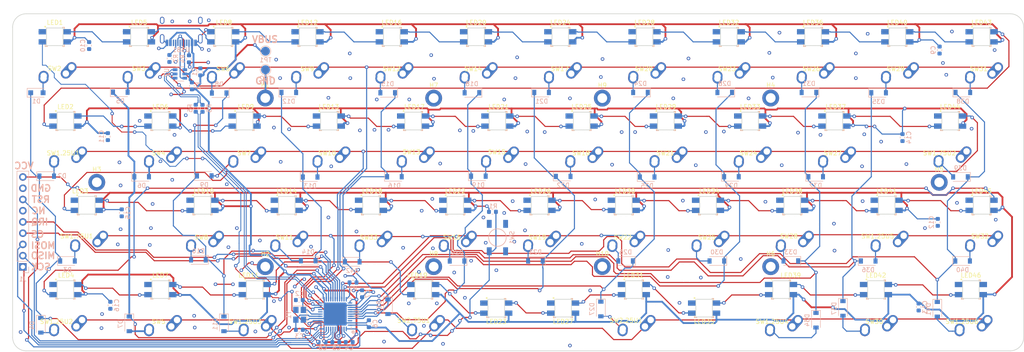
<source format=kicad_pcb>
(kicad_pcb (version 20171130) (host pcbnew "(5.0.2)-1")
  (title_block (title AngularRGB) (date 2019-04-18) (rev v1.0) (company AngularMK))
  (layers (0 F.Cu signal) (31 B.Cu signal) (34 B.Paste user) (35 F.Paste user) (36 B.SilkS user) (37 F.SilkS user) (38 B.Mask user) (39 F.Mask user) (44 Edge.Cuts user))
  (net 0 "")
  (net 1 GND)
  (net 2 VCC)
  (net 3 /XTAL1)
  (net 4 /XTAL2)
  (net 5 C0)
  (net 6 "Net-(D1-Pad2)")
  (net 7 "Net-(D2-Pad2)")
  (net 8 "Net-(D3-Pad2)")
  (net 9 "Net-(D4-Pad2)")
  (net 10 "Net-(D5-Pad2)")
  (net 11 C1)
  (net 12 "Net-(D6-Pad2)")
  (net 13 "Net-(D7-Pad2)")
  (net 14 C2)
  (net 15 "Net-(D8-Pad2)")
  (net 16 "Net-(D9-Pad2)")
  (net 17 "Net-(D10-Pad2)")
  (net 18 "Net-(D11-Pad2)")
  (net 19 "Net-(D12-Pad2)")
  (net 20 C3)
  (net 21 "Net-(D13-Pad2)")
  (net 22 "Net-(D14-Pad2)")
  (net 23 C4)
  (net 24 "Net-(D15-Pad2)")
  (net 25 "Net-(D16-Pad2)")
  (net 26 "Net-(D17-Pad2)")
  (net 27 C5)
  (net 28 "Net-(D18-Pad2)")
  (net 29 "Net-(D19-Pad2)")
  (net 30 "Net-(D20-Pad2)")
  (net 31 "Net-(D21-Pad2)")
  (net 32 C6)
  (net 33 "Net-(D22-Pad2)")
  (net 34 "Net-(D23-Pad2)")
  (net 35 "Net-(D24-Pad2)")
  (net 36 C7)
  (net 37 "Net-(D25-Pad2)")
  (net 38 "Net-(D26-Pad2)")
  (net 39 "Net-(D27-Pad2)")
  (net 40 "Net-(D28-Pad2)")
  (net 41 C8)
  (net 42 "Net-(D29-Pad2)")
  (net 43 "Net-(D30-Pad2)")
  (net 44 C9)
  (net 45 "Net-(D31-Pad2)")
  (net 46 "Net-(D32-Pad2)")
  (net 47 "Net-(D33-Pad2)")
  (net 48 "Net-(D34-Pad2)")
  (net 49 C10)
  (net 50 "Net-(D35-Pad2)")
  (net 51 "Net-(D36-Pad2)")
  (net 52 "Net-(D37-Pad2)")
  (net 53 C11)
  (net 54 "Net-(D38-Pad2)")
  (net 55 "Net-(D39-Pad2)")
  (net 56 "Net-(D40-Pad2)")
  (net 57 "Net-(D41-Pad2)")
  (net 58 "Net-(R1-Pad2)")
  (net 59 "Net-(R2-Pad1)")
  (net 60 "Net-(R3-Pad2)")
  (net 61 "Net-(R4-Pad1)")
  (net 62 /D+)
  (net 63 /D-)
  (net 64 R0)
  (net 65 R1)
  (net 66 R3)
  (net 67 R2)
  (net 68 "Net-(U1-Pad42)")
  (net 69 "Net-(USB1-Pad9)")
  (net 70 "Net-(USB1-Pad3)")
  (net 71 "Net-(D42-Pad2)")
  (net 72 /VBUS)
  (net 73 /DN_PRE)
  (net 74 /DP_PRE)
  (net 75 /UCAP)
  (net 76 "Net-(LED1-Pad2)")
  (net 77 LED_INPUT)
  (net 78 "Net-(LED2-Pad2)")
  (net 79 "Net-(LED2-Pad4)")
  (net 80 "Net-(LED3-Pad4)")
  (net 81 "Net-(LED10-Pad4)")
  (net 82 "Net-(LED4-Pad4)")
  (net 83 "Net-(LED4-Pad2)")
  (net 84 "Net-(LED5-Pad2)")
  (net 85 "Net-(LED6-Pad2)")
  (net 86 "Net-(LED11-Pad4)")
  (net 87 "Net-(LED12-Pad4)")
  (net 88 "Net-(LED13-Pad4)")
  (net 89 "Net-(LED10-Pad2)")
  (net 90 "Net-(LED11-Pad2)")
  (net 91 "Net-(LED12-Pad2)")
  (net 92 "Net-(LED13-Pad2)")
  (net 93 "Net-(LED14-Pad2)")
  (net 94 "Net-(LED16-Pad2)")
  (net 95 "Net-(LED17-Pad2)")
  (net 96 "Net-(LED18-Pad2)")
  (net 97 "Net-(LED19-Pad2)")
  (net 98 "Net-(LED20-Pad2)")
  (net 99 "Net-(LED21-Pad2)")
  (net 100 "Net-(LED22-Pad2)")
  (net 101 "Net-(LED23-Pad2)")
  (net 102 "Net-(LED24-Pad2)")
  (net 103 "Net-(LED25-Pad2)")
  (net 104 "Net-(LED26-Pad2)")
  (net 105 "Net-(LED27-Pad2)")
  (net 106 "Net-(LED28-Pad2)")
  (net 107 "Net-(LED29-Pad2)")
  (net 108 "Net-(LED30-Pad2)")
  (net 109 "Net-(LED31-Pad2)")
  (net 110 "Net-(LED32-Pad2)")
  (net 111 "Net-(LED33-Pad2)")
  (net 112 "Net-(LED34-Pad2)")
  (net 113 "Net-(LED35-Pad2)")
  (net 114 "Net-(LED36-Pad2)")
  (net 115 "Net-(LED37-Pad2)")
  (net 116 "Net-(LED38-Pad2)")
  (net 117 "Net-(LED39-Pad2)")
  (net 118 "Net-(LED40-Pad2)")
  (net 119 "Net-(LED41-Pad2)")
  (net 120 "Net-(LED42-Pad2)")
  (net 121 "Net-(LED46-Pad2)")
  (net 122 /D_P)
  (net 123 /D_N)
  (net 124 /MOSI)
  (net 125 /MISO)
  (net 126 /SCL)
  (net 127 /SDA)
  (net 128 /RST)
  (net 129 /SCK)
  (net 130 /CS)
  (net 131 /IRQ)
  (net 132 "Net-(J1-Pad6)")
  (module MX_Switches:MX-1U (layer F.Cu) (at 211.2391 101.6635 180)
    (fp_text reference SW28 (at 0.6985 -2.6543 180) (layer F.SilkS))
    (fp_text value MX_1U)
    (pad "" np_thru_hole circle (at 5.08 0 228.0996) (size 1.7018 1.7018) (drill 1.7018) (layers *.Cu *.Mask))
    (pad "" np_thru_hole circle (at -5.08 0 228.0996) (size 1.7018 1.7018) (drill 1.7018) (layers *.Cu *.Mask))
    (pad 1 thru_hole circle (at -2.5 -4 180) (size 2.25 2.25) (drill 1.47) (layers *.Cu *.Mask) (net 67 R2))
    (pad "" np_thru_hole circle (at 0 0 180) (size 3.9878 3.9878) (drill 3.9878) (layers *.Cu *.Mask))
    (pad 1 thru_hole oval (at -3.81 -2.54 228.0996321) (size 4.211556 2.25) (drill 1.47 (offset 0.980778 0)) (layers *.Cu *.Mask) (net 67 R2))
    (pad 2 thru_hole circle (at 2.54 -5.08 180) (size 2.25 2.25) (drill 1.47) (layers *.Cu *.Mask) (net 47 "Net-(D33-Pad2)"))
    (pad 2 thru_hole oval (at 2.5 -4.5 266.0548) (size 2.831378 2.25) (drill 1.47 (offset 0.290689 0)) (layers *.Cu *.Mask) (net 47 "Net-(D33-Pad2)"))
  )
  (module MX_Switches:MX-1U (layer F.Cu) (at 254.0254 63.5762 180)
    (fp_text reference SW31 (at 0.5588 -2.8956 180) (layer F.SilkS))
    (fp_text value MX_1U)
    (pad 2 thru_hole oval (at 2.5 -4.5 266.0548) (size 2.831378 2.25) (drill 1.47 (offset 0.290689 0)) (layers *.Cu *.Mask) (net 54 "Net-(D38-Pad2)"))
    (pad 2 thru_hole circle (at 2.54 -5.08 180) (size 2.25 2.25) (drill 1.47) (layers *.Cu *.Mask) (net 54 "Net-(D38-Pad2)"))
    (pad 1 thru_hole oval (at -3.81 -2.54 228.0996321) (size 4.211556 2.25) (drill 1.47 (offset 0.980778 0)) (layers *.Cu *.Mask) (net 64 R0))
    (pad "" np_thru_hole circle (at 0 0 180) (size 3.9878 3.9878) (drill 3.9878) (layers *.Cu *.Mask))
    (pad 1 thru_hole circle (at -2.5 -4 180) (size 2.25 2.25) (drill 1.47) (layers *.Cu *.Mask) (net 64 R0))
    (pad "" np_thru_hole circle (at -5.08 0 228.0996) (size 1.7018 1.7018) (drill 1.7018) (layers *.Cu *.Mask))
    (pad "" np_thru_hole circle (at 5.08 0 228.0996) (size 1.7018 1.7018) (drill 1.7018) (layers *.Cu *.Mask))
  )
  (module Crystal:Crystal_SMD_3225-4Pin_3.2x2.5mm (layer B.Cu) (at 99.91 122.09 270)
    (fp_text reference Y1 (at 0 2.45 270) (layer B.SilkS) (effects (justify mirror)))
    (fp_text value Crystal_GND24 hide)
    (pad 1 smd rect (at -1.1 -0.85 270) (size 1.4 1.2) (layers B.Cu B.Paste B.Mask) (net 3 /XTAL1))
    (pad 2 smd rect (at 1.1 -0.85 270) (size 1.4 1.2) (layers B.Cu B.Paste B.Mask) (net 1 GND))
    (pad 3 smd rect (at 1.1 0.85 270) (size 1.4 1.2) (layers B.Cu B.Paste B.Mask) (net 4 /XTAL2))
    (pad 4 smd rect (at -1.1 0.85 270) (size 1.4 1.2) (layers B.Cu B.Paste B.Mask) (net 1 GND))
  )
  (module Capacitor_SMD:C_0603_1608Metric (layer B.Cu) (at 77.47 67.1575 90)
    (fp_text reference C1 (at 0 -1.27 90) (layer B.SilkS) (effects (justify mirror)))
    (fp_text value 1u)
    (pad 2 smd roundrect (at 0.7875 0 90) (size 0.875 0.95) (layers B.Cu B.Paste B.Mask) (net 1 GND))
    (pad 1 smd roundrect (at -0.7875 0 90) (size 0.875 0.95) (layers B.Cu B.Paste B.Mask) (net 2 VCC))
  )
  (module Capacitor_SMD:C_0603_1608Metric (layer B.Cu) (at 99.8475 118.745 180)
    (fp_text reference C2 (at 0 1.43 180) (layer B.SilkS) (effects (justify mirror)))
    (fp_text value 20pF hide)
    (pad 1 smd roundrect (at -0.7875 0 180) (size 0.875 0.95) (layers B.Cu B.Paste B.Mask) (net 3 /XTAL1))
    (pad 2 smd roundrect (at 0.7875 0 180) (size 0.875 0.95) (layers B.Cu B.Paste B.Mask) (net 1 GND))
  )
  (module Capacitor_SMD:C_0603_1608Metric (layer B.Cu) (at 99.8475 125.476)
    (fp_text reference C3 (at 0 1.43) (layer B.SilkS) (effects (justify mirror)))
    (fp_text value 20pF)
    (pad 2 smd roundrect (at 0.7875 0) (size 0.875 0.95) (layers B.Cu B.Paste B.Mask) (net 1 GND))
    (pad 1 smd roundrect (at -0.7875 0) (size 0.875 0.95) (layers B.Cu B.Paste B.Mask) (net 4 /XTAL2))
  )
  (module Capacitor_SMD:C_0603_1608Metric (layer B.Cu) (at 111.125 128.27 180)
    (fp_text reference C4 (at 0 -1.27 180) (layer B.SilkS) (effects (justify mirror)))
    (fp_text value 100n)
    (pad 1 smd roundrect (at -0.7875 0 180) (size 0.875 0.95) (layers B.Cu B.Paste B.Mask) (net 2 VCC))
    (pad 2 smd roundrect (at 0.7875 0 180) (size 0.875 0.95) (layers B.Cu B.Paste B.Mask) (net 1 GND))
  )
  (module Capacitor_SMD:C_0603_1608Metric (layer B.Cu) (at 108.1025 128.27)
    (fp_text reference C5 (at 0.1525 1.27) (layer B.SilkS) (effects (justify mirror)))
    (fp_text value 1u)
    (pad 1 smd roundrect (at -0.7875 0) (size 0.875 0.95) (layers B.Cu B.Paste B.Mask) (net 75 /UCAP))
    (pad 2 smd roundrect (at 0.7875 0) (size 0.875 0.95) (layers B.Cu B.Paste B.Mask) (net 1 GND))
  )
  (module Capacitor_SMD:C_0603_1608Metric (layer B.Cu) (at 115.57 124.1045 90)
    (fp_text reference C6 (at 0 1.43 90) (layer B.SilkS) (effects (justify mirror)))
    (fp_text value 100n)
    (pad 2 smd roundrect (at 0.7875 0 90) (size 0.875 0.95) (layers B.Cu B.Paste B.Mask) (net 1 GND))
    (pad 1 smd roundrect (at -0.7875 0 90) (size 0.875 0.95) (layers B.Cu B.Paste B.Mask) (net 2 VCC))
  )
  (module Capacitor_SMD:C_0603_1608Metric (layer B.Cu) (at 114.046 117.3225 270)
    (fp_text reference C7 (at 0 -1.27 90) (layer B.SilkS) (effects (justify mirror)))
    (fp_text value 100n)
    (pad 1 smd roundrect (at -0.7875 0 270) (size 0.875 0.95) (layers B.Cu B.Paste B.Mask) (net 2 VCC))
    (pad 2 smd roundrect (at 0.7875 0 270) (size 0.875 0.95) (layers B.Cu B.Paste B.Mask) (net 1 GND))
  )
  (module Capacitor_SMD:C_0603_1608Metric (layer B.Cu) (at 105.0035 128.27 180)
    (fp_text reference C8 (at -0.1525 -1.27 180) (layer B.SilkS) (effects (justify mirror)))
    (fp_text value 100n)
    (pad 2 smd roundrect (at 0.7875 0 180) (size 0.875 0.95) (layers B.Cu B.Paste B.Mask) (net 1 GND))
    (pad 1 smd roundrect (at -0.7875 0 180) (size 0.875 0.95) (layers B.Cu B.Paste B.Mask) (net 2 VCC))
  )
  (module Diode_SMD:D_SOD-123F (layer B.Cu) (at 40.513 71.882)
    (fp_text reference D1 (at -0.127 1.905) (layer B.SilkS) (effects (justify mirror)))
    (fp_text value D)
    (pad 1 smd rect (at -1.4 0) (size 1.1 1.1) (layers B.Cu B.Paste B.Mask) (net 5 C0))
    (pad 2 smd rect (at 1.4 0) (size 1.1 1.1) (layers B.Cu B.Paste B.Mask) (net 6 "Net-(D1-Pad2)"))
  )
  (module Diode_SMD:D_SOD-123 (layer B.Cu) (at 42.7355 90.7415)
    (fp_text reference D2 (at 3.4925 -0.0635) (layer B.SilkS) (effects (justify mirror)))
    (fp_text value D)
    (pad 1 smd rect (at -1.65 0) (size 0.9 1.2) (layers B.Cu B.Paste B.Mask) (net 5 C0))
    (pad 2 smd rect (at 1.65 0) (size 0.9 1.2) (layers B.Cu B.Paste B.Mask) (net 7 "Net-(D2-Pad2)"))
  )
  (module Diode_SMD:D_SOD-123 (layer B.Cu) (at 47.4345 109.9185)
    (fp_text reference D3 (at 0 2) (layer B.SilkS) (effects (justify mirror)))
    (fp_text value D)
    (pad 1 smd rect (at -1.65 0) (size 0.9 1.2) (layers B.Cu B.Paste B.Mask) (net 5 C0))
    (pad 2 smd rect (at 1.65 0) (size 0.9 1.2) (layers B.Cu B.Paste B.Mask) (net 8 "Net-(D3-Pad2)"))
  )
  (module Diode_SMD:D_SOD-123 (layer B.Cu) (at 41.402 124.461 270)
    (fp_text reference D4 (at 0 2 270) (layer B.SilkS) (effects (justify mirror)))
    (fp_text value D hide)
    (pad 1 smd rect (at -1.65 0 270) (size 0.9 1.2) (layers B.Cu B.Paste B.Mask) (net 5 C0))
    (pad 2 smd rect (at 1.65 0 270) (size 0.9 1.2) (layers B.Cu B.Paste B.Mask) (net 9 "Net-(D4-Pad2)"))
  )
  (module Diode_SMD:D_SOD-123 (layer B.Cu) (at 59.3735 71.755)
    (fp_text reference D5 (at 0 2) (layer B.SilkS) (effects (justify mirror)))
    (fp_text value D)
    (pad 2 smd rect (at 1.65 0) (size 0.9 1.2) (layers B.Cu B.Paste B.Mask) (net 10 "Net-(D5-Pad2)"))
    (pad 1 smd rect (at -1.65 0) (size 0.9 1.2) (layers B.Cu B.Paste B.Mask) (net 11 C1))
  )
  (module Diode_SMD:D_SOD-123 (layer B.Cu) (at 64.1995 90.8685)
    (fp_text reference D6 (at 0 2) (layer B.SilkS) (effects (justify mirror)))
    (fp_text value D)
    (pad 1 smd rect (at -1.65 0) (size 0.9 1.2) (layers B.Cu B.Paste B.Mask) (net 11 C1))
    (pad 2 smd rect (at 1.65 0) (size 0.9 1.2) (layers B.Cu B.Paste B.Mask) (net 12 "Net-(D6-Pad2)"))
  )
  (module Diode_SMD:D_SOD-123 (layer B.Cu) (at 61.4045 124.1415 270)
    (fp_text reference D7 (at 0 2 270) (layer B.SilkS) (effects (justify mirror)))
    (fp_text value D)
    (pad 2 smd rect (at 1.65 0 270) (size 0.9 1.2) (layers B.Cu B.Paste B.Mask) (net 13 "Net-(D7-Pad2)"))
    (pad 1 smd rect (at -1.65 0 270) (size 0.9 1.2) (layers B.Cu B.Paste B.Mask) (net 11 C1))
  )
  (module Diode_SMD:D_SOD-123 (layer B.Cu) (at 81.7245 71.9455 180)
    (fp_text reference D8 (at 0 2 180) (layer B.SilkS) (effects (justify mirror)))
    (fp_text value D)
    (pad 1 smd rect (at -1.65 0 180) (size 0.9 1.2) (layers B.Cu B.Paste B.Mask) (net 14 C2))
    (pad 2 smd rect (at 1.65 0 180) (size 0.9 1.2) (layers B.Cu B.Paste B.Mask) (net 15 "Net-(D8-Pad2)"))
  )
  (module Diode_SMD:D_SOD-123 (layer B.Cu) (at 78.36 90.678)
    (fp_text reference D9 (at 0 2) (layer B.SilkS) (effects (justify mirror)))
    (fp_text value D)
    (pad 2 smd rect (at 1.65 0) (size 0.9 1.2) (layers B.Cu B.Paste B.Mask) (net 16 "Net-(D9-Pad2)"))
    (pad 1 smd rect (at -1.65 0) (size 0.9 1.2) (layers B.Cu B.Paste B.Mask) (net 14 C2))
  )
  (module Diode_SMD:D_SOD-123 (layer B.Cu) (at 77.0255 109.6645 180)
    (fp_text reference D10 (at 0 2 180) (layer B.SilkS) (effects (justify mirror)))
    (fp_text value D)
    (pad 1 smd rect (at -1.65 0 180) (size 0.9 1.2) (layers B.Cu B.Paste B.Mask) (net 14 C2))
    (pad 2 smd rect (at 1.65 0 180) (size 0.9 1.2) (layers B.Cu B.Paste B.Mask) (net 17 "Net-(D10-Pad2)"))
  )
  (module Diode_SMD:D_SOD-123 (layer B.Cu) (at 82.804 124.1435 270)
    (fp_text reference D11 (at 0 2 270) (layer B.SilkS) (effects (justify mirror)))
    (fp_text value D)
    (pad 2 smd rect (at 1.65 0 270) (size 0.9 1.2) (layers B.Cu B.Paste B.Mask) (net 18 "Net-(D11-Pad2)"))
    (pad 1 smd rect (at -1.65 0 270) (size 0.9 1.2) (layers B.Cu B.Paste B.Mask) (net 14 C2))
  )
  (module Diode_SMD:D_SOD-123 (layer B.Cu) (at 97.4725 71.8185)
    (fp_text reference D12 (at 0 2) (layer B.SilkS) (effects (justify mirror)))
    (fp_text value D)
    (pad 2 smd rect (at 1.65 0) (size 0.9 1.2) (layers B.Cu B.Paste B.Mask) (net 19 "Net-(D12-Pad2)"))
    (pad 1 smd rect (at -1.65 0) (size 0.9 1.2) (layers B.Cu B.Paste B.Mask) (net 20 C3))
  )
  (module Diode_SMD:D_SOD-123 (layer B.Cu) (at 102.2995 90.932)
    (fp_text reference D13 (at 0 2) (layer B.SilkS) (effects (justify mirror)))
    (fp_text value D)
    (pad 1 smd rect (at -1.65 0) (size 0.9 1.2) (layers B.Cu B.Paste B.Mask) (net 20 C3))
    (pad 2 smd rect (at 1.65 0) (size 0.9 1.2) (layers B.Cu B.Paste B.Mask) (net 21 "Net-(D13-Pad2)"))
  )
  (module Diode_SMD:D_SOD-123 (layer B.Cu) (at 101.855 109.855 180)
    (fp_text reference D14 (at 0 2 180) (layer B.SilkS) (effects (justify mirror)))
    (fp_text value D)
    (pad 2 smd rect (at 1.65 0 180) (size 0.9 1.2) (layers B.Cu B.Paste B.Mask) (net 22 "Net-(D14-Pad2)"))
    (pad 1 smd rect (at -1.65 0 180) (size 0.9 1.2) (layers B.Cu B.Paste B.Mask) (net 20 C3))
  )
  (module Diode_SMD:D_SOD-123 (layer B.Cu) (at 119.8245 71.882 180)
    (fp_text reference D15 (at 0 2 180) (layer B.SilkS) (effects (justify mirror)))
    (fp_text value D)
    (pad 1 smd rect (at -1.65 0 180) (size 0.9 1.2) (layers B.Cu B.Paste B.Mask) (net 23 C4))
    (pad 2 smd rect (at 1.65 0 180) (size 0.9 1.2) (layers B.Cu B.Paste B.Mask) (net 24 "Net-(D15-Pad2)"))
  )
  (module Diode_SMD:D_SOD-123 (layer B.Cu) (at 121.3485 90.8685)
    (fp_text reference D16 (at 0 2) (layer B.SilkS) (effects (justify mirror)))
    (fp_text value D)
    (pad 2 smd rect (at 1.65 0) (size 0.9 1.2) (layers B.Cu B.Paste B.Mask) (net 25 "Net-(D16-Pad2)"))
    (pad 1 smd rect (at -1.65 0) (size 0.9 1.2) (layers B.Cu B.Paste B.Mask) (net 23 C4))
  )
  (module Diode_SMD:D_SOD-123 (layer B.Cu) (at 119.888 120.27 270)
    (fp_text reference D17 (at 0 2 270) (layer B.SilkS) (effects (justify mirror)))
    (fp_text value D)
    (pad 1 smd rect (at -1.65 0 270) (size 0.9 1.2) (layers B.Cu B.Paste B.Mask) (net 23 C4))
    (pad 2 smd rect (at 1.65 0 270) (size 0.9 1.2) (layers B.Cu B.Paste B.Mask) (net 26 "Net-(D17-Pad2)"))
  )
  (module Diode_SMD:D_SOD-123 (layer B.Cu) (at 138.8745 71.882 180)
    (fp_text reference D18 (at 0 2 180) (layer B.SilkS) (effects (justify mirror)))
    (fp_text value D)
    (pad 1 smd rect (at -1.65 0 180) (size 0.9 1.2) (layers B.Cu B.Paste B.Mask) (net 27 C5))
    (pad 2 smd rect (at 1.65 0 180) (size 0.9 1.2) (layers B.Cu B.Paste B.Mask) (net 28 "Net-(D18-Pad2)"))
  )
  (module Diode_SMD:D_SOD-123 (layer B.Cu) (at 140.335 90.7415)
    (fp_text reference D19 (at 0 2) (layer B.SilkS) (effects (justify mirror)))
    (fp_text value D)
    (pad 2 smd rect (at 1.65 0) (size 0.9 1.2) (layers B.Cu B.Paste B.Mask) (net 29 "Net-(D19-Pad2)"))
    (pad 1 smd rect (at -1.65 0) (size 0.9 1.2) (layers B.Cu B.Paste B.Mask) (net 27 C5))
  )
  (module Diode_SMD:D_SOD-123 (layer B.Cu) (at 135.508 109.9185 180)
    (fp_text reference D20 (at 0 2 180) (layer B.SilkS) (effects (justify mirror)))
    (fp_text value D)
    (pad 2 smd rect (at 1.65 0 180) (size 0.9 1.2) (layers B.Cu B.Paste B.Mask) (net 30 "Net-(D20-Pad2)"))
    (pad 1 smd rect (at -1.65 0 180) (size 0.9 1.2) (layers B.Cu B.Paste B.Mask) (net 27 C5))
  )
  (module Diode_SMD:D_SOD-123 (layer B.Cu) (at 154.6235 71.8185)
    (fp_text reference D21 (at 0 2) (layer B.SilkS) (effects (justify mirror)))
    (fp_text value D)
    (pad 2 smd rect (at 1.65 0) (size 0.9 1.2) (layers B.Cu B.Paste B.Mask) (net 31 "Net-(D21-Pad2)"))
    (pad 1 smd rect (at -1.65 0) (size 0.9 1.2) (layers B.Cu B.Paste B.Mask) (net 32 C6))
  )
  (module Diode_SMD:D_SOD-123 (layer B.Cu) (at 159.512 90.805)
    (fp_text reference D22 (at 0 2) (layer B.SilkS) (effects (justify mirror)))
    (fp_text value D)
    (pad 1 smd rect (at -1.65 0) (size 0.9 1.2) (layers B.Cu B.Paste B.Mask) (net 32 C6))
    (pad 2 smd rect (at 1.65 0) (size 0.9 1.2) (layers B.Cu B.Paste B.Mask) (net 33 "Net-(D22-Pad2)"))
  )
  (module Diode_SMD:D_SOD-123 (layer B.Cu) (at 153.2265 109.9185 180)
    (fp_text reference D23 (at 0 2 180) (layer B.SilkS) (effects (justify mirror)))
    (fp_text value D)
    (pad 2 smd rect (at 1.65 0 180) (size 0.9 1.2) (layers B.Cu B.Paste B.Mask) (net 34 "Net-(D23-Pad2)"))
    (pad 1 smd rect (at -1.65 0 180) (size 0.9 1.2) (layers B.Cu B.Paste B.Mask) (net 32 C6))
  )
  (module Diode_SMD:D_SOD-123 (layer B.Cu) (at 176.9735 71.8185 180)
    (fp_text reference D24 (at 0 2 180) (layer B.SilkS) (effects (justify mirror)))
    (fp_text value D)
    (pad 2 smd rect (at 1.65 0 180) (size 0.9 1.2) (layers B.Cu B.Paste B.Mask) (net 35 "Net-(D24-Pad2)"))
    (pad 1 smd rect (at -1.65 0 180) (size 0.9 1.2) (layers B.Cu B.Paste B.Mask) (net 36 C7))
  )
  (module Diode_SMD:D_SOD-123 (layer B.Cu) (at 178.4985 90.932)
    (fp_text reference D25 (at 0 2) (layer B.SilkS) (effects (justify mirror)))
    (fp_text value D)
    (pad 1 smd rect (at -1.65 0) (size 0.9 1.2) (layers B.Cu B.Paste B.Mask) (net 36 C7))
    (pad 2 smd rect (at 1.65 0) (size 0.9 1.2) (layers B.Cu B.Paste B.Mask) (net 37 "Net-(D25-Pad2)"))
  )
  (module Diode_SMD:D_SOD-123 (layer B.Cu) (at 173.61 109.9185 180)
    (fp_text reference D26 (at 0 2 180) (layer B.SilkS) (effects (justify mirror)))
    (fp_text value D)
    (pad 1 smd rect (at -1.65 0 180) (size 0.9 1.2) (layers B.Cu B.Paste B.Mask) (net 36 C7))
    (pad 2 smd rect (at 1.65 0 180) (size 0.9 1.2) (layers B.Cu B.Paste B.Mask) (net 38 "Net-(D26-Pad2)"))
  )
  (module Diode_SMD:D_SOD-123 (layer B.Cu) (at 168.021 120.777 270)
    (fp_text reference D27 (at 0 2 270) (layer B.SilkS) (effects (justify mirror)))
    (fp_text value D)
    (pad 1 smd rect (at -1.65 0 270) (size 0.9 1.2) (layers B.Cu B.Paste B.Mask) (net 36 C7))
    (pad 2 smd rect (at 1.65 0 270) (size 0.9 1.2) (layers B.Cu B.Paste B.Mask) (net 39 "Net-(D27-Pad2)"))
  )
  (module Diode_SMD:D_SOD-123 (layer B.Cu) (at 196.0255 71.8185 180)
    (fp_text reference D28 (at 0 2 180) (layer B.SilkS) (effects (justify mirror)))
    (fp_text value D)
    (pad 2 smd rect (at 1.65 0 180) (size 0.9 1.2) (layers B.Cu B.Paste B.Mask) (net 40 "Net-(D28-Pad2)"))
    (pad 1 smd rect (at -1.65 0 180) (size 0.9 1.2) (layers B.Cu B.Paste B.Mask) (net 41 C8))
  )
  (module Diode_SMD:D_SOD-123 (layer B.Cu) (at 197.5485 90.8685)
    (fp_text reference D29 (at 0 2) (layer B.SilkS) (effects (justify mirror)))
    (fp_text value D)
    (pad 1 smd rect (at -1.65 0) (size 0.9 1.2) (layers B.Cu B.Paste B.Mask) (net 41 C8))
    (pad 2 smd rect (at 1.65 0) (size 0.9 1.2) (layers B.Cu B.Paste B.Mask) (net 42 "Net-(D29-Pad2)"))
  )
  (module Diode_SMD:D_SOD-123 (layer B.Cu) (at 194.2465 109.9185 180)
    (fp_text reference D30 (at 0 2 180) (layer B.SilkS) (effects (justify mirror)))
    (fp_text value D)
    (pad 2 smd rect (at 1.65 0 180) (size 0.9 1.2) (layers B.Cu B.Paste B.Mask) (net 43 "Net-(D30-Pad2)"))
    (pad 1 smd rect (at -1.65 0 180) (size 0.9 1.2) (layers B.Cu B.Paste B.Mask) (net 41 C8))
  )
  (module Diode_SMD:D_SOD-123 (layer B.Cu) (at 215.0745 71.8185 180)
    (fp_text reference D31 (at 0 2 180) (layer B.SilkS) (effects (justify mirror)))
    (fp_text value D)
    (pad 1 smd rect (at -1.65 0 180) (size 0.9 1.2) (layers B.Cu B.Paste B.Mask) (net 44 C9))
    (pad 2 smd rect (at 1.65 0 180) (size 0.9 1.2) (layers B.Cu B.Paste B.Mask) (net 45 "Net-(D31-Pad2)"))
  )
  (module Diode_SMD:D_SOD-123 (layer B.Cu) (at 216.5985 90.8685)
    (fp_text reference D32 (at 0 2) (layer B.SilkS) (effects (justify mirror)))
    (fp_text value D)
    (pad 2 smd rect (at 1.65 0) (size 0.9 1.2) (layers B.Cu B.Paste B.Mask) (net 46 "Net-(D32-Pad2)"))
    (pad 1 smd rect (at -1.65 0) (size 0.9 1.2) (layers B.Cu B.Paste B.Mask) (net 44 C9))
  )
  (module Diode_SMD:D_SOD-123 (layer B.Cu) (at 210.9714 109.9058 180)
    (fp_text reference D33 (at 0 2 180) (layer B.SilkS) (effects (justify mirror)))
    (fp_text value D)
    (pad 2 smd rect (at 1.65 0 180) (size 0.9 1.2) (layers B.Cu B.Paste B.Mask) (net 47 "Net-(D33-Pad2)"))
    (pad 1 smd rect (at -1.65 0 180) (size 0.9 1.2) (layers B.Cu B.Paste B.Mask) (net 44 C9))
  )
  (module Diode_SMD:D_SOD-123 (layer B.Cu) (at 216.662 123.316 270)
    (fp_text reference D34 (at 0 2 270) (layer B.SilkS) (effects (justify mirror)))
    (fp_text value D)
    (pad 1 smd rect (at -1.65 0 270) (size 0.9 1.2) (layers B.Cu B.Paste B.Mask) (net 44 C9))
    (pad 2 smd rect (at 1.65 0 270) (size 0.9 1.2) (layers B.Cu B.Paste B.Mask) (net 48 "Net-(D34-Pad2)"))
  )
  (module Diode_SMD:D_SOD-123 (layer B.Cu) (at 230.8235 71.882)
    (fp_text reference D35 (at 0 2) (layer B.SilkS) (effects (justify mirror)))
    (fp_text value D)
    (pad 1 smd rect (at -1.65 0) (size 0.9 1.2) (layers B.Cu B.Paste B.Mask) (net 49 C10))
    (pad 2 smd rect (at 1.65 0) (size 0.9 1.2) (layers B.Cu B.Paste B.Mask) (net 50 "Net-(D35-Pad2)"))
  )
  (module Diode_SMD:D_SOD-123 (layer B.Cu) (at 228.472 109.9185)
    (fp_text reference D36 (at 0 2) (layer B.SilkS) (effects (justify mirror)))
    (fp_text value D)
    (pad 2 smd rect (at 1.65 0) (size 0.9 1.2) (layers B.Cu B.Paste B.Mask) (net 51 "Net-(D36-Pad2)"))
    (pad 1 smd rect (at -1.65 0) (size 0.9 1.2) (layers B.Cu B.Paste B.Mask) (net 49 C10))
  )
  (module Diode_SMD:D_SOD-123 (layer B.Cu) (at 222.758 120.65 270)
    (fp_text reference D37 (at 0 2 270) (layer B.SilkS) (effects (justify mirror)))
    (fp_text value D)
    (pad 2 smd rect (at 1.65 0 270) (size 0.9 1.2) (layers B.Cu B.Paste B.Mask) (net 52 "Net-(D37-Pad2)"))
    (pad 1 smd rect (at -1.65 0 270) (size 0.9 1.2) (layers B.Cu B.Paste B.Mask) (net 49 C10))
  )
  (module Diode_SMD:D_SOD-123 (layer B.Cu) (at 249.8725 71.8185)
    (fp_text reference D38 (at 0 2) (layer B.SilkS) (effects (justify mirror)))
    (fp_text value D)
    (pad 1 smd rect (at -1.65 0) (size 0.9 1.2) (layers B.Cu B.Paste B.Mask) (net 53 C11))
    (pad 2 smd rect (at 1.65 0) (size 0.9 1.2) (layers B.Cu B.Paste B.Mask) (net 54 "Net-(D38-Pad2)"))
  )
  (module Diode_SMD:D_SOD-123 (layer B.Cu) (at 249.3274 90.9066 180)
    (fp_text reference D39 (at 0 2 180) (layer B.SilkS) (effects (justify mirror)))
    (fp_text value D)
    (pad 2 smd rect (at 1.65 0 180) (size 0.9 1.2) (layers B.Cu B.Paste B.Mask) (net 55 "Net-(D39-Pad2)"))
    (pad 1 smd rect (at -1.65 0 180) (size 0.9 1.2) (layers B.Cu B.Paste B.Mask) (net 53 C11))
  )
  (module Diode_SMD:D_SOD-123 (layer B.Cu) (at 249.81 109.9185)
    (fp_text reference D40 (at 0 2) (layer B.SilkS) (effects (justify mirror)))
    (fp_text value D)
    (pad 1 smd rect (at -1.65 0) (size 0.9 1.2) (layers B.Cu B.Paste B.Mask) (net 53 C11))
    (pad 2 smd rect (at 1.65 0) (size 0.9 1.2) (layers B.Cu B.Paste B.Mask) (net 56 "Net-(D40-Pad2)"))
  )
  (module Diode_SMD:D_SOD-123 (layer B.Cu) (at 244.094 120.8405 270)
    (fp_text reference D41 (at 0 2 270) (layer B.SilkS) (effects (justify mirror)))
    (fp_text value D)
    (pad 2 smd rect (at 1.65 0 270) (size 0.9 1.2) (layers B.Cu B.Paste B.Mask) (net 57 "Net-(D41-Pad2)"))
    (pad 1 smd rect (at -1.65 0 270) (size 0.9 1.2) (layers B.Cu B.Paste B.Mask) (net 53 C11))
  )
  (module Fuse:Fuse_0603_1608Metric (layer B.Cu) (at 75.565 70.3325 90)
    (fp_text reference F1 (at 0 1.43 90) (layer B.SilkS) (effects (justify mirror)))
    (fp_text value Fuse)
    (pad 1 smd roundrect (at -0.7875 0 90) (size 0.875 0.95) (layers B.Cu B.Paste B.Mask) (net 2 VCC))
    (pad 2 smd roundrect (at 0.7875 0 90) (size 0.875 0.95) (layers B.Cu B.Paste B.Mask) (net 72 /VBUS))
  )
  (module Resistor_SMD:R_0603_1608Metric (layer B.Cu) (at 143.51 98.806)
    (fp_text reference R1 (at 0.1525 -1.27) (layer B.SilkS) (effects (justify mirror)))
    (fp_text value 5k1)
    (pad 1 smd roundrect (at -0.7875 0) (size 0.875 0.95) (layers B.Cu B.Paste B.Mask) (net 2 VCC))
    (pad 2 smd roundrect (at 0.7875 0) (size 0.875 0.95) (layers B.Cu B.Paste B.Mask) (net 58 "Net-(R1-Pad2)"))
  )
  (module Resistor_SMD:R_0603_1608Metric (layer B.Cu) (at 111.9885 114.7825)
    (fp_text reference R2 (at 0 1.43) (layer B.SilkS) (effects (justify mirror)))
    (fp_text value 5k1)
    (pad 2 smd roundrect (at 0.7875 0) (size 0.875 0.95) (layers B.Cu B.Paste B.Mask) (net 1 GND))
    (pad 1 smd roundrect (at -0.7875 0) (size 0.875 0.95) (layers B.Cu B.Paste B.Mask) (net 59 "Net-(R2-Pad1)"))
  )
  (module Resistor_SMD:R_0603_1608Metric (layer B.Cu) (at 70.485 64.135 90)
    (fp_text reference R3 (at 0 1.43 90) (layer B.SilkS) (effects (justify mirror)))
    (fp_text value 5k1)
    (pad 2 smd roundrect (at 0.7875 0 90) (size 0.875 0.95) (layers B.Cu B.Paste B.Mask) (net 60 "Net-(R3-Pad2)"))
    (pad 1 smd roundrect (at -0.7875 0 90) (size 0.875 0.95) (layers B.Cu B.Paste B.Mask) (net 1 GND))
  )
  (module Resistor_SMD:R_0603_1608Metric (layer B.Cu) (at 74.9046 64.2113 270)
    (fp_text reference R4 (at 0 1.43 90) (layer B.SilkS) (effects (justify mirror)))
    (fp_text value 5k1)
    (pad 1 smd roundrect (at -0.7875 0 270) (size 0.875 0.95) (layers B.Cu B.Paste B.Mask) (net 61 "Net-(R4-Pad1)"))
    (pad 2 smd roundrect (at 0.7875 0 270) (size 0.875 0.95) (layers B.Cu B.Paste B.Mask) (net 1 GND))
  )
  (module Resistor_SMD:R_0603_1608Metric (layer B.Cu) (at 77.9526 75.4125 90)
    (fp_text reference R5 (at 0 1.524 90) (layer B.SilkS) (effects (justify mirror)))
    (fp_text value 22)
    (pad 2 smd roundrect (at 0.7875 0 90) (size 0.875 0.95) (layers B.Cu B.Paste B.Mask) (net 122 /D_P))
    (pad 1 smd roundrect (at -0.7875 0 90) (size 0.875 0.95) (layers B.Cu B.Paste B.Mask) (net 62 /D+))
  )
  (module Resistor_SMD:R_0603_1608Metric (layer B.Cu) (at 76.4286 75.3873 90)
    (fp_text reference R6 (at 0 -1.27 90) (layer B.SilkS) (effects (justify mirror)))
    (fp_text value 22)
    (pad 1 smd roundrect (at -0.7875 0 90) (size 0.875 0.95) (layers B.Cu B.Paste B.Mask) (net 63 /D-))
    (pad 2 smd roundrect (at 0.7875 0 90) (size 0.875 0.95) (layers B.Cu B.Paste B.Mask) (net 123 /D_N))
  )
  (module MX_Switches:MX-1U (layer F.Cu) (at 44.5516 63.5508 180)
    (fp_text reference SW2 (at 0.0635 -2.8575 180) (layer F.SilkS))
    (fp_text value MX_1U)
    (pad 2 thru_hole oval (at 2.5 -4.5 266.0548) (size 2.831378 2.25) (drill 1.47 (offset 0.290689 0)) (layers *.Cu *.Mask) (net 6 "Net-(D1-Pad2)"))
    (pad 2 thru_hole circle (at 2.54 -5.08 180) (size 2.25 2.25) (drill 1.47) (layers *.Cu *.Mask) (net 6 "Net-(D1-Pad2)"))
    (pad 1 thru_hole oval (at -3.81 -2.54 228.0996321) (size 4.211556 2.25) (drill 1.47 (offset 0.980778 0)) (layers *.Cu *.Mask) (net 64 R0))
    (pad "" np_thru_hole circle (at 0 0 180) (size 3.9878 3.9878) (drill 3.9878) (layers *.Cu *.Mask))
    (pad 1 thru_hole circle (at -2.5 -4 180) (size 2.25 2.25) (drill 1.47) (layers *.Cu *.Mask) (net 64 R0))
    (pad "" np_thru_hole circle (at -5.08 0 228.0996) (size 1.7018 1.7018) (drill 1.7018) (layers *.Cu *.Mask))
    (pad "" np_thru_hole circle (at 5.08 0 228.0996) (size 1.7018 1.7018) (drill 1.7018) (layers *.Cu *.Mask))
  )
  (module MX_Switches:MX-1U (layer F.Cu) (at 63.5635 63.5635 180)
    (fp_text reference SW3 (at 0 -2.8448 180) (layer F.SilkS))
    (fp_text value MX_1U)
    (pad "" np_thru_hole circle (at 5.08 0 228.0996) (size 1.7018 1.7018) (drill 1.7018) (layers *.Cu *.Mask))
    (pad "" np_thru_hole circle (at -5.08 0 228.0996) (size 1.7018 1.7018) (drill 1.7018) (layers *.Cu *.Mask))
    (pad 1 thru_hole circle (at -2.5 -4 180) (size 2.25 2.25) (drill 1.47) (layers *.Cu *.Mask) (net 64 R0))
    (pad "" np_thru_hole circle (at 0 0 180) (size 3.9878 3.9878) (drill 3.9878) (layers *.Cu *.Mask))
    (pad 1 thru_hole oval (at -3.81 -2.54 228.0996321) (size 4.211556 2.25) (drill 1.47 (offset 0.980778 0)) (layers *.Cu *.Mask) (net 64 R0))
    (pad 2 thru_hole circle (at 2.54 -5.08 180) (size 2.25 2.25) (drill 1.47) (layers *.Cu *.Mask) (net 10 "Net-(D5-Pad2)"))
    (pad 2 thru_hole oval (at 2.5 -4.5 266.0548) (size 2.831378 2.25) (drill 1.47 (offset 0.290689 0)) (layers *.Cu *.Mask) (net 10 "Net-(D5-Pad2)"))
  )
  (module MX_Switches:MX-1U (layer F.Cu) (at 68.3895 82.6135 180)
    (fp_text reference SW4 (at 0.3429 -2.9083 180) (layer F.SilkS))
    (fp_text value MX_1U)
    (pad "" np_thru_hole circle (at 5.08 0 228.0996) (size 1.7018 1.7018) (drill 1.7018) (layers *.Cu *.Mask))
    (pad "" np_thru_hole circle (at -5.08 0 228.0996) (size 1.7018 1.7018) (drill 1.7018) (layers *.Cu *.Mask))
    (pad 1 thru_hole circle (at -2.5 -4 180) (size 2.25 2.25) (drill 1.47) (layers *.Cu *.Mask) (net 65 R1))
    (pad "" np_thru_hole circle (at 0 0 180) (size 3.9878 3.9878) (drill 3.9878) (layers *.Cu *.Mask))
    (pad 1 thru_hole oval (at -3.81 -2.54 228.0996321) (size 4.211556 2.25) (drill 1.47 (offset 0.980778 0)) (layers *.Cu *.Mask) (net 65 R1))
    (pad 2 thru_hole circle (at 2.54 -5.08 180) (size 2.25 2.25) (drill 1.47) (layers *.Cu *.Mask) (net 12 "Net-(D6-Pad2)"))
    (pad 2 thru_hole oval (at 2.5 -4.5 266.0548) (size 2.831378 2.25) (drill 1.47 (offset 0.290689 0)) (layers *.Cu *.Mask) (net 12 "Net-(D6-Pad2)"))
  )
  (module MX_Switches:MX-1U (layer F.Cu) (at 68.3895 120.7135 180)
    (fp_text reference SW5 (at 0.3429 -2.9083 180) (layer F.SilkS))
    (fp_text value MX_1U)
    (pad 2 thru_hole oval (at 2.5 -4.5 266.0548) (size 2.831378 2.25) (drill 1.47 (offset 0.290689 0)) (layers *.Cu *.Mask) (net 13 "Net-(D7-Pad2)"))
    (pad 2 thru_hole circle (at 2.54 -5.08 180) (size 2.25 2.25) (drill 1.47) (layers *.Cu *.Mask) (net 13 "Net-(D7-Pad2)"))
    (pad 1 thru_hole oval (at -3.81 -2.54 228.0996321) (size 4.211556 2.25) (drill 1.47 (offset 0.980778 0)) (layers *.Cu *.Mask) (net 66 R3))
    (pad "" np_thru_hole circle (at 0 0 180) (size 3.9878 3.9878) (drill 3.9878) (layers *.Cu *.Mask))
    (pad 1 thru_hole circle (at -2.5 -4 180) (size 2.25 2.25) (drill 1.47) (layers *.Cu *.Mask) (net 66 R3))
    (pad "" np_thru_hole circle (at -5.08 0 228.0996) (size 1.7018 1.7018) (drill 1.7018) (layers *.Cu *.Mask))
    (pad "" np_thru_hole circle (at 5.08 0 228.0996) (size 1.7018 1.7018) (drill 1.7018) (layers *.Cu *.Mask))
  )
  (module MX_Switches:MX-1U (layer F.Cu) (at 82.6135 63.5635 180)
    (fp_text reference SW6 (at 0 -2.9083 180) (layer F.SilkS))
    (fp_text value MX_1U)
    (pad "" np_thru_hole circle (at 5.08 0 228.0996) (size 1.7018 1.7018) (drill 1.7018) (layers *.Cu *.Mask))
    (pad "" np_thru_hole circle (at -5.08 0 228.0996) (size 1.7018 1.7018) (drill 1.7018) (layers *.Cu *.Mask))
    (pad 1 thru_hole circle (at -2.5 -4 180) (size 2.25 2.25) (drill 1.47) (layers *.Cu *.Mask) (net 64 R0))
    (pad "" np_thru_hole circle (at 0 0 180) (size 3.9878 3.9878) (drill 3.9878) (layers *.Cu *.Mask))
    (pad 1 thru_hole oval (at -3.81 -2.54 228.0996321) (size 4.211556 2.25) (drill 1.47 (offset 0.980778 0)) (layers *.Cu *.Mask) (net 64 R0))
    (pad 2 thru_hole circle (at 2.54 -5.08 180) (size 2.25 2.25) (drill 1.47) (layers *.Cu *.Mask) (net 15 "Net-(D8-Pad2)"))
    (pad 2 thru_hole oval (at 2.5 -4.5 266.0548) (size 2.831378 2.25) (drill 1.47 (offset 0.290689 0)) (layers *.Cu *.Mask) (net 15 "Net-(D8-Pad2)"))
  )
  (module MX_Switches:MX-1U (layer F.Cu) (at 87.4395 82.6135 180)
    (fp_text reference SW7 (at 0.0889 -2.9083 180) (layer F.SilkS))
    (fp_text value MX_1U)
    (pad 2 thru_hole oval (at 2.5 -4.5 266.0548) (size 2.831378 2.25) (drill 1.47 (offset 0.290689 0)) (layers *.Cu *.Mask) (net 16 "Net-(D9-Pad2)"))
    (pad 2 thru_hole circle (at 2.54 -5.08 180) (size 2.25 2.25) (drill 1.47) (layers *.Cu *.Mask) (net 16 "Net-(D9-Pad2)"))
    (pad 1 thru_hole oval (at -3.81 -2.54 228.0996321) (size 4.211556 2.25) (drill 1.47 (offset 0.980778 0)) (layers *.Cu *.Mask) (net 65 R1))
    (pad "" np_thru_hole circle (at 0 0 180) (size 3.9878 3.9878) (drill 3.9878) (layers *.Cu *.Mask))
    (pad 1 thru_hole circle (at -2.5 -4 180) (size 2.25 2.25) (drill 1.47) (layers *.Cu *.Mask) (net 65 R1))
    (pad "" np_thru_hole circle (at -5.08 0 228.0996) (size 1.7018 1.7018) (drill 1.7018) (layers *.Cu *.Mask))
    (pad "" np_thru_hole circle (at 5.08 0 228.0996) (size 1.7018 1.7018) (drill 1.7018) (layers *.Cu *.Mask))
  )
  (module MX_Switches:MX-1U (layer F.Cu) (at 77.8891 101.6635 180)
    (fp_text reference SW8 (at 0.1905 -2.9083 180) (layer F.SilkS))
    (fp_text value MX_1U)
    (pad "" np_thru_hole circle (at 5.08 0 228.0996) (size 1.7018 1.7018) (drill 1.7018) (layers *.Cu *.Mask))
    (pad "" np_thru_hole circle (at -5.08 0 228.0996) (size 1.7018 1.7018) (drill 1.7018) (layers *.Cu *.Mask))
    (pad 1 thru_hole circle (at -2.5 -4 180) (size 2.25 2.25) (drill 1.47) (layers *.Cu *.Mask) (net 67 R2))
    (pad "" np_thru_hole circle (at 0 0 180) (size 3.9878 3.9878) (drill 3.9878) (layers *.Cu *.Mask))
    (pad 1 thru_hole oval (at -3.81 -2.54 228.0996321) (size 4.211556 2.25) (drill 1.47 (offset 0.980778 0)) (layers *.Cu *.Mask) (net 67 R2))
    (pad 2 thru_hole circle (at 2.54 -5.08 180) (size 2.25 2.25) (drill 1.47) (layers *.Cu *.Mask) (net 17 "Net-(D10-Pad2)"))
    (pad 2 thru_hole oval (at 2.5 -4.5 266.0548) (size 2.831378 2.25) (drill 1.47 (offset 0.290689 0)) (layers *.Cu *.Mask) (net 17 "Net-(D10-Pad2)"))
  )
  (module MX_Switches:MX-1U (layer F.Cu) (at 101.6635 63.5635 180)
    (fp_text reference SW9 (at 0 -2.9083 180) (layer F.SilkS))
    (fp_text value MX_1U)
    (pad 2 thru_hole oval (at 2.5 -4.5 266.0548) (size 2.831378 2.25) (drill 1.47 (offset 0.290689 0)) (layers *.Cu *.Mask) (net 19 "Net-(D12-Pad2)"))
    (pad 2 thru_hole circle (at 2.54 -5.08 180) (size 2.25 2.25) (drill 1.47) (layers *.Cu *.Mask) (net 19 "Net-(D12-Pad2)"))
    (pad 1 thru_hole oval (at -3.81 -2.54 228.0996321) (size 4.211556 2.25) (drill 1.47 (offset 0.980778 0)) (layers *.Cu *.Mask) (net 64 R0))
    (pad "" np_thru_hole circle (at 0 0 180) (size 3.9878 3.9878) (drill 3.9878) (layers *.Cu *.Mask))
    (pad 1 thru_hole circle (at -2.5 -4 180) (size 2.25 2.25) (drill 1.47) (layers *.Cu *.Mask) (net 64 R0))
    (pad "" np_thru_hole circle (at -5.08 0 228.0996) (size 1.7018 1.7018) (drill 1.7018) (layers *.Cu *.Mask))
    (pad "" np_thru_hole circle (at 5.08 0 228.0996) (size 1.7018 1.7018) (drill 1.7018) (layers *.Cu *.Mask))
  )
  (module MX_Switches:MX-1U (layer F.Cu) (at 106.4895 82.6135 180)
    (fp_text reference SW10 (at 0.3429 -2.9083 180) (layer F.SilkS))
    (fp_text value MX_1U)
    (pad "" np_thru_hole circle (at 5.08 0 228.0996) (size 1.7018 1.7018) (drill 1.7018) (layers *.Cu *.Mask))
    (pad "" np_thru_hole circle (at -5.08 0 228.0996) (size 1.7018 1.7018) (drill 1.7018) (layers *.Cu *.Mask))
    (pad 1 thru_hole circle (at -2.5 -4 180) (size 2.25 2.25) (drill 1.47) (layers *.Cu *.Mask) (net 65 R1))
    (pad "" np_thru_hole circle (at 0 0 180) (size 3.9878 3.9878) (drill 3.9878) (layers *.Cu *.Mask))
    (pad 1 thru_hole oval (at -3.81 -2.54 228.0996321) (size 4.211556 2.25) (drill 1.47 (offset 0.980778 0)) (layers *.Cu *.Mask) (net 65 R1))
    (pad 2 thru_hole circle (at 2.54 -5.08 180) (size 2.25 2.25) (drill 1.47) (layers *.Cu *.Mask) (net 21 "Net-(D13-Pad2)"))
    (pad 2 thru_hole oval (at 2.5 -4.5 266.0548) (size 2.831378 2.25) (drill 1.47 (offset 0.290689 0)) (layers *.Cu *.Mask) (net 21 "Net-(D13-Pad2)"))
  )
  (module MX_Switches:MX-1U (layer F.Cu) (at 96.9391 101.6635 180)
    (fp_text reference SW11 (at 0.4445 -2.9083 180) (layer F.SilkS))
    (fp_text value MX_1U)
    (pad "" np_thru_hole circle (at 5.08 0 228.0996) (size 1.7018 1.7018) (drill 1.7018) (layers *.Cu *.Mask))
    (pad "" np_thru_hole circle (at -5.08 0 228.0996) (size 1.7018 1.7018) (drill 1.7018) (layers *.Cu *.Mask))
    (pad 1 thru_hole circle (at -2.5 -4 180) (size 2.25 2.25) (drill 1.47) (layers *.Cu *.Mask) (net 67 R2))
    (pad "" np_thru_hole circle (at 0 0 180) (size 3.9878 3.9878) (drill 3.9878) (layers *.Cu *.Mask))
    (pad 1 thru_hole oval (at -3.81 -2.54 228.0996321) (size 4.211556 2.25) (drill 1.47 (offset 0.980778 0)) (layers *.Cu *.Mask) (net 67 R2))
    (pad 2 thru_hole circle (at 2.54 -5.08 180) (size 2.25 2.25) (drill 1.47) (layers *.Cu *.Mask) (net 22 "Net-(D14-Pad2)"))
    (pad 2 thru_hole oval (at 2.5 -4.5 266.0548) (size 2.831378 2.25) (drill 1.47 (offset 0.290689 0)) (layers *.Cu *.Mask) (net 22 "Net-(D14-Pad2)"))
  )
  (module MX_Switches:MX-1U (layer F.Cu) (at 120.7135 63.5635 180)
    (fp_text reference SW12 (at 0 -2.9083 180) (layer F.SilkS))
    (fp_text value MX_1U)
    (pad 2 thru_hole oval (at 2.5 -4.5 266.0548) (size 2.831378 2.25) (drill 1.47 (offset 0.290689 0)) (layers *.Cu *.Mask) (net 24 "Net-(D15-Pad2)"))
    (pad 2 thru_hole circle (at 2.54 -5.08 180) (size 2.25 2.25) (drill 1.47) (layers *.Cu *.Mask) (net 24 "Net-(D15-Pad2)"))
    (pad 1 thru_hole oval (at -3.81 -2.54 228.0996321) (size 4.211556 2.25) (drill 1.47 (offset 0.980778 0)) (layers *.Cu *.Mask) (net 64 R0))
    (pad "" np_thru_hole circle (at 0 0 180) (size 3.9878 3.9878) (drill 3.9878) (layers *.Cu *.Mask))
    (pad 1 thru_hole circle (at -2.5 -4 180) (size 2.25 2.25) (drill 1.47) (layers *.Cu *.Mask) (net 64 R0))
    (pad "" np_thru_hole circle (at -5.08 0 228.0996) (size 1.7018 1.7018) (drill 1.7018) (layers *.Cu *.Mask))
    (pad "" np_thru_hole circle (at 5.08 0 228.0996) (size 1.7018 1.7018) (drill 1.7018) (layers *.Cu *.Mask))
  )
  (module MX_Switches:MX-1U (layer F.Cu) (at 125.5395 82.6135 180)
    (fp_text reference SW13 (at 0.3429 -2.6543 180) (layer F.SilkS))
    (fp_text value MX_1U)
    (pad "" np_thru_hole circle (at 5.08 0 228.0996) (size 1.7018 1.7018) (drill 1.7018) (layers *.Cu *.Mask))
    (pad "" np_thru_hole circle (at -5.08 0 228.0996) (size 1.7018 1.7018) (drill 1.7018) (layers *.Cu *.Mask))
    (pad 1 thru_hole circle (at -2.5 -4 180) (size 2.25 2.25) (drill 1.47) (layers *.Cu *.Mask) (net 65 R1))
    (pad "" np_thru_hole circle (at 0 0 180) (size 3.9878 3.9878) (drill 3.9878) (layers *.Cu *.Mask))
    (pad 1 thru_hole oval (at -3.81 -2.54 228.0996321) (size 4.211556 2.25) (drill 1.47 (offset 0.980778 0)) (layers *.Cu *.Mask) (net 65 R1))
    (pad 2 thru_hole circle (at 2.54 -5.08 180) (size 2.25 2.25) (drill 1.47) (layers *.Cu *.Mask) (net 25 "Net-(D16-Pad2)"))
    (pad 2 thru_hole oval (at 2.5 -4.5 266.0548) (size 2.831378 2.25) (drill 1.47 (offset 0.290689 0)) (layers *.Cu *.Mask) (net 25 "Net-(D16-Pad2)"))
  )
  (module MX_Switches:MX-1U (layer F.Cu) (at 139.7635 63.5635 180)
    (fp_text reference SW14 (at 0.5969 -2.9083 180) (layer F.SilkS))
    (fp_text value MX_1U)
    (pad 2 thru_hole oval (at 2.5 -4.5 266.0548) (size 2.831378 2.25) (drill 1.47 (offset 0.290689 0)) (layers *.Cu *.Mask) (net 28 "Net-(D18-Pad2)"))
    (pad 2 thru_hole circle (at 2.54 -5.08 180) (size 2.25 2.25) (drill 1.47) (layers *.Cu *.Mask) (net 28 "Net-(D18-Pad2)"))
    (pad 1 thru_hole oval (at -3.81 -2.54 228.0996321) (size 4.211556 2.25) (drill 1.47 (offset 0.980778 0)) (layers *.Cu *.Mask) (net 64 R0))
    (pad "" np_thru_hole circle (at 0 0 180) (size 3.9878 3.9878) (drill 3.9878) (layers *.Cu *.Mask))
    (pad 1 thru_hole circle (at -2.5 -4 180) (size 2.25 2.25) (drill 1.47) (layers *.Cu *.Mask) (net 64 R0))
    (pad "" np_thru_hole circle (at -5.08 0 228.0996) (size 1.7018 1.7018) (drill 1.7018) (layers *.Cu *.Mask))
    (pad "" np_thru_hole circle (at 5.08 0 228.0996) (size 1.7018 1.7018) (drill 1.7018) (layers *.Cu *.Mask))
  )
  (module MX_Switches:MX-1U (layer F.Cu) (at 144.5895 82.6135 180)
    (fp_text reference SW15 (at 0.0889 -2.6543 180) (layer F.SilkS))
    (fp_text value MX_1U)
    (pad "" np_thru_hole circle (at 5.08 0 228.0996) (size 1.7018 1.7018) (drill 1.7018) (layers *.Cu *.Mask))
    (pad "" np_thru_hole circle (at -5.08 0 228.0996) (size 1.7018 1.7018) (drill 1.7018) (layers *.Cu *.Mask))
    (pad 1 thru_hole circle (at -2.5 -4 180) (size 2.25 2.25) (drill 1.47) (layers *.Cu *.Mask) (net 65 R1))
    (pad "" np_thru_hole circle (at 0 0 180) (size 3.9878 3.9878) (drill 3.9878) (layers *.Cu *.Mask))
    (pad 1 thru_hole oval (at -3.81 -2.54 228.0996321) (size 4.211556 2.25) (drill 1.47 (offset 0.980778 0)) (layers *.Cu *.Mask) (net 65 R1))
    (pad 2 thru_hole circle (at 2.54 -5.08 180) (size 2.25 2.25) (drill 1.47) (layers *.Cu *.Mask) (net 29 "Net-(D19-Pad2)"))
    (pad 2 thru_hole oval (at 2.5 -4.5 266.0548) (size 2.831378 2.25) (drill 1.47 (offset 0.290689 0)) (layers *.Cu *.Mask) (net 29 "Net-(D19-Pad2)"))
  )
  (module MX_Switches:MX-1U (layer F.Cu) (at 135.0391 101.6635 180)
    (fp_text reference SW16 (at 0.6985 -2.9083 180) (layer F.SilkS))
    (fp_text value MX_1U)
    (pad 2 thru_hole oval (at 2.5 -4.5 266.0548) (size 2.831378 2.25) (drill 1.47 (offset 0.290689 0)) (layers *.Cu *.Mask) (net 30 "Net-(D20-Pad2)"))
    (pad 2 thru_hole circle (at 2.54 -5.08 180) (size 2.25 2.25) (drill 1.47) (layers *.Cu *.Mask) (net 30 "Net-(D20-Pad2)"))
    (pad 1 thru_hole oval (at -3.81 -2.54 228.0996321) (size 4.211556 2.25) (drill 1.47 (offset 0.980778 0)) (layers *.Cu *.Mask) (net 67 R2))
    (pad "" np_thru_hole circle (at 0 0 180) (size 3.9878 3.9878) (drill 3.9878) (layers *.Cu *.Mask))
    (pad 1 thru_hole circle (at -2.5 -4 180) (size 2.25 2.25) (drill 1.47) (layers *.Cu *.Mask) (net 67 R2))
    (pad "" np_thru_hole circle (at -5.08 0 228.0996) (size 1.7018 1.7018) (drill 1.7018) (layers *.Cu *.Mask))
    (pad "" np_thru_hole circle (at 5.08 0 228.0996) (size 1.7018 1.7018) (drill 1.7018) (layers *.Cu *.Mask))
  )
  (module MX_Switches:MX-1U (layer F.Cu) (at 158.8135 63.5635 180)
    (fp_text reference SW17 (at 0.0889 -2.9083 180) (layer F.SilkS))
    (fp_text value MX_1U)
    (pad 2 thru_hole oval (at 2.5 -4.5 266.0548) (size 2.831378 2.25) (drill 1.47 (offset 0.290689 0)) (layers *.Cu *.Mask) (net 31 "Net-(D21-Pad2)"))
    (pad 2 thru_hole circle (at 2.54 -5.08 180) (size 2.25 2.25) (drill 1.47) (layers *.Cu *.Mask) (net 31 "Net-(D21-Pad2)"))
    (pad 1 thru_hole oval (at -3.81 -2.54 228.0996321) (size 4.211556 2.25) (drill 1.47 (offset 0.980778 0)) (layers *.Cu *.Mask) (net 64 R0))
    (pad "" np_thru_hole circle (at 0 0 180) (size 3.9878 3.9878) (drill 3.9878) (layers *.Cu *.Mask))
    (pad 1 thru_hole circle (at -2.5 -4 180) (size 2.25 2.25) (drill 1.47) (layers *.Cu *.Mask) (net 64 R0))
    (pad "" np_thru_hole circle (at -5.08 0 228.0996) (size 1.7018 1.7018) (drill 1.7018) (layers *.Cu *.Mask))
    (pad "" np_thru_hole circle (at 5.08 0 228.0996) (size 1.7018 1.7018) (drill 1.7018) (layers *.Cu *.Mask))
  )
  (module MX_Switches:MX-1U (layer F.Cu) (at 163.6395 82.6135 180)
    (fp_text reference SW18 (at 0.0889 -2.9083 180) (layer F.SilkS))
    (fp_text value MX_1U)
    (pad 2 thru_hole oval (at 2.5 -4.5 266.0548) (size 2.831378 2.25) (drill 1.47 (offset 0.290689 0)) (layers *.Cu *.Mask) (net 33 "Net-(D22-Pad2)"))
    (pad 2 thru_hole circle (at 2.54 -5.08 180) (size 2.25 2.25) (drill 1.47) (layers *.Cu *.Mask) (net 33 "Net-(D22-Pad2)"))
    (pad 1 thru_hole oval (at -3.81 -2.54 228.0996321) (size 4.211556 2.25) (drill 1.47 (offset 0.980778 0)) (layers *.Cu *.Mask) (net 65 R1))
    (pad "" np_thru_hole circle (at 0 0 180) (size 3.9878 3.9878) (drill 3.9878) (layers *.Cu *.Mask))
    (pad 1 thru_hole circle (at -2.5 -4 180) (size 2.25 2.25) (drill 1.47) (layers *.Cu *.Mask) (net 65 R1))
    (pad "" np_thru_hole circle (at -5.08 0 228.0996) (size 1.7018 1.7018) (drill 1.7018) (layers *.Cu *.Mask))
    (pad "" np_thru_hole circle (at 5.08 0 228.0996) (size 1.7018 1.7018) (drill 1.7018) (layers *.Cu *.Mask))
  )
  (module MX_Switches:MX-1U (layer F.Cu) (at 154.0891 101.6635 180)
    (fp_text reference SW19 (at 0.4445 -2.9083 180) (layer F.SilkS))
    (fp_text value MX_1U)
    (pad "" np_thru_hole circle (at 5.08 0 228.0996) (size 1.7018 1.7018) (drill 1.7018) (layers *.Cu *.Mask))
    (pad "" np_thru_hole circle (at -5.08 0 228.0996) (size 1.7018 1.7018) (drill 1.7018) (layers *.Cu *.Mask))
    (pad 1 thru_hole circle (at -2.5 -4 180) (size 2.25 2.25) (drill 1.47) (layers *.Cu *.Mask) (net 67 R2))
    (pad "" np_thru_hole circle (at 0 0 180) (size 3.9878 3.9878) (drill 3.9878) (layers *.Cu *.Mask))
    (pad 1 thru_hole oval (at -3.81 -2.54 228.0996321) (size 4.211556 2.25) (drill 1.47 (offset 0.980778 0)) (layers *.Cu *.Mask) (net 67 R2))
    (pad 2 thru_hole circle (at 2.54 -5.08 180) (size 2.25 2.25) (drill 1.47) (layers *.Cu *.Mask) (net 34 "Net-(D23-Pad2)"))
    (pad 2 thru_hole oval (at 2.5 -4.5 266.0548) (size 2.831378 2.25) (drill 1.47 (offset 0.290689 0)) (layers *.Cu *.Mask) (net 34 "Net-(D23-Pad2)"))
  )
  (module MX_Switches:MX-1U (layer F.Cu) (at 177.8635 63.5635 180)
    (fp_text reference SW20 (at 0.0889 -2.9083 180) (layer F.SilkS))
    (fp_text value MX_1U)
    (pad "" np_thru_hole circle (at 5.08 0 228.0996) (size 1.7018 1.7018) (drill 1.7018) (layers *.Cu *.Mask))
    (pad "" np_thru_hole circle (at -5.08 0 228.0996) (size 1.7018 1.7018) (drill 1.7018) (layers *.Cu *.Mask))
    (pad 1 thru_hole circle (at -2.5 -4 180) (size 2.25 2.25) (drill 1.47) (layers *.Cu *.Mask) (net 64 R0))
    (pad "" np_thru_hole circle (at 0 0 180) (size 3.9878 3.9878) (drill 3.9878) (layers *.Cu *.Mask))
    (pad 1 thru_hole oval (at -3.81 -2.54 228.0996321) (size 4.211556 2.25) (drill 1.47 (offset 0.980778 0)) (layers *.Cu *.Mask) (net 64 R0))
    (pad 2 thru_hole circle (at 2.54 -5.08 180) (size 2.25 2.25) (drill 1.47) (layers *.Cu *.Mask) (net 35 "Net-(D24-Pad2)"))
    (pad 2 thru_hole oval (at 2.5 -4.5 266.0548) (size 2.831378 2.25) (drill 1.47 (offset 0.290689 0)) (layers *.Cu *.Mask) (net 35 "Net-(D24-Pad2)"))
  )
  (module MX_Switches:MX-1U (layer F.Cu) (at 182.6895 82.6135 180)
    (fp_text reference SW21 (at 0.0889 -2.9083 180) (layer F.SilkS))
    (fp_text value MX_1U)
    (pad 2 thru_hole oval (at 2.5 -4.5 266.0548) (size 2.831378 2.25) (drill 1.47 (offset 0.290689 0)) (layers *.Cu *.Mask) (net 37 "Net-(D25-Pad2)"))
    (pad 2 thru_hole circle (at 2.54 -5.08 180) (size 2.25 2.25) (drill 1.47) (layers *.Cu *.Mask) (net 37 "Net-(D25-Pad2)"))
    (pad 1 thru_hole oval (at -3.81 -2.54 228.0996321) (size 4.211556 2.25) (drill 1.47 (offset 0.980778 0)) (layers *.Cu *.Mask) (net 65 R1))
    (pad "" np_thru_hole circle (at 0 0 180) (size 3.9878 3.9878) (drill 3.9878) (layers *.Cu *.Mask))
    (pad 1 thru_hole circle (at -2.5 -4 180) (size 2.25 2.25) (drill 1.47) (layers *.Cu *.Mask) (net 65 R1))
    (pad "" np_thru_hole circle (at -5.08 0 228.0996) (size 1.7018 1.7018) (drill 1.7018) (layers *.Cu *.Mask))
    (pad "" np_thru_hole circle (at 5.08 0 228.0996) (size 1.7018 1.7018) (drill 1.7018) (layers *.Cu *.Mask))
  )
  (module MX_Switches:MX-1U (layer F.Cu) (at 173.1391 101.6635 180)
    (fp_text reference SW22 (at 0.1905 -2.9083 180) (layer F.SilkS))
    (fp_text value MX_1U)
    (pad "" np_thru_hole circle (at 5.08 0 228.0996) (size 1.7018 1.7018) (drill 1.7018) (layers *.Cu *.Mask))
    (pad "" np_thru_hole circle (at -5.08 0 228.0996) (size 1.7018 1.7018) (drill 1.7018) (layers *.Cu *.Mask))
    (pad 1 thru_hole circle (at -2.5 -4 180) (size 2.25 2.25) (drill 1.47) (layers *.Cu *.Mask) (net 67 R2))
    (pad "" np_thru_hole circle (at 0 0 180) (size 3.9878 3.9878) (drill 3.9878) (layers *.Cu *.Mask))
    (pad 1 thru_hole oval (at -3.81 -2.54 228.0996321) (size 4.211556 2.25) (drill 1.47 (offset 0.980778 0)) (layers *.Cu *.Mask) (net 67 R2))
    (pad 2 thru_hole circle (at 2.54 -5.08 180) (size 2.25 2.25) (drill 1.47) (layers *.Cu *.Mask) (net 38 "Net-(D26-Pad2)"))
    (pad 2 thru_hole oval (at 2.5 -4.5 266.0548) (size 2.831378 2.25) (drill 1.47 (offset 0.290689 0)) (layers *.Cu *.Mask) (net 38 "Net-(D26-Pad2)"))
  )
  (module MX_Switches:MX-1U (layer F.Cu) (at 196.9135 63.5635 180)
    (fp_text reference SW23 (at 0.3429 -2.9083 180) (layer F.SilkS))
    (fp_text value MX_1U)
    (pad 2 thru_hole oval (at 2.5 -4.5 266.0548) (size 2.831378 2.25) (drill 1.47 (offset 0.290689 0)) (layers *.Cu *.Mask) (net 40 "Net-(D28-Pad2)"))
    (pad 2 thru_hole circle (at 2.54 -5.08 180) (size 2.25 2.25) (drill 1.47) (layers *.Cu *.Mask) (net 40 "Net-(D28-Pad2)"))
    (pad 1 thru_hole oval (at -3.81 -2.54 228.0996321) (size 4.211556 2.25) (drill 1.47 (offset 0.980778 0)) (layers *.Cu *.Mask) (net 64 R0))
    (pad "" np_thru_hole circle (at 0 0 180) (size 3.9878 3.9878) (drill 3.9878) (layers *.Cu *.Mask))
    (pad 1 thru_hole circle (at -2.5 -4 180) (size 2.25 2.25) (drill 1.47) (layers *.Cu *.Mask) (net 64 R0))
    (pad "" np_thru_hole circle (at -5.08 0 228.0996) (size 1.7018 1.7018) (drill 1.7018) (layers *.Cu *.Mask))
    (pad "" np_thru_hole circle (at 5.08 0 228.0996) (size 1.7018 1.7018) (drill 1.7018) (layers *.Cu *.Mask))
  )
  (module MX_Switches:MX-1U (layer F.Cu) (at 201.7395 82.6135 180)
    (fp_text reference SW24 (at 0.3429 -2.9083 180) (layer F.SilkS))
    (fp_text value MX_1U)
    (pad "" np_thru_hole circle (at 5.08 0 228.0996) (size 1.7018 1.7018) (drill 1.7018) (layers *.Cu *.Mask))
    (pad "" np_thru_hole circle (at -5.08 0 228.0996) (size 1.7018 1.7018) (drill 1.7018) (layers *.Cu *.Mask))
    (pad 1 thru_hole circle (at -2.5 -4 180) (size 2.25 2.25) (drill 1.47) (layers *.Cu *.Mask) (net 65 R1))
    (pad "" np_thru_hole circle (at 0 0 180) (size 3.9878 3.9878) (drill 3.9878) (layers *.Cu *.Mask))
    (pad 1 thru_hole oval (at -3.81 -2.54 228.0996321) (size 4.211556 2.25) (drill 1.47 (offset 0.980778 0)) (layers *.Cu *.Mask) (net 65 R1))
    (pad 2 thru_hole circle (at 2.54 -5.08 180) (size 2.25 2.25) (drill 1.47) (layers *.Cu *.Mask) (net 42 "Net-(D29-Pad2)"))
    (pad 2 thru_hole oval (at 2.5 -4.5 266.0548) (size 2.831378 2.25) (drill 1.47 (offset 0.290689 0)) (layers *.Cu *.Mask) (net 42 "Net-(D29-Pad2)"))
  )
  (module MX_Switches:MX-1U (layer F.Cu) (at 192.1891 101.6635 180)
    (fp_text reference SW25 (at 0.1905 -2.9083 180) (layer F.SilkS))
    (fp_text value MX_1U)
    (pad 2 thru_hole oval (at 2.5 -4.5 266.0548) (size 2.831378 2.25) (drill 1.47 (offset 0.290689 0)) (layers *.Cu *.Mask) (net 43 "Net-(D30-Pad2)"))
    (pad 2 thru_hole circle (at 2.54 -5.08 180) (size 2.25 2.25) (drill 1.47) (layers *.Cu *.Mask) (net 43 "Net-(D30-Pad2)"))
    (pad 1 thru_hole oval (at -3.81 -2.54 228.0996321) (size 4.211556 2.25) (drill 1.47 (offset 0.980778 0)) (layers *.Cu *.Mask) (net 67 R2))
    (pad "" np_thru_hole circle (at 0 0 180) (size 3.9878 3.9878) (drill 3.9878) (layers *.Cu *.Mask))
    (pad 1 thru_hole circle (at -2.5 -4 180) (size 2.25 2.25) (drill 1.47) (layers *.Cu *.Mask) (net 67 R2))
    (pad "" np_thru_hole circle (at -5.08 0 228.0996) (size 1.7018 1.7018) (drill 1.7018) (layers *.Cu *.Mask))
    (pad "" np_thru_hole circle (at 5.08 0 228.0996) (size 1.7018 1.7018) (drill 1.7018) (layers *.Cu *.Mask))
  )
  (module MX_Switches:MX-1U (layer F.Cu) (at 215.9635 63.5635 180)
    (fp_text reference SW26 (at 0.3429 -2.9083 180) (layer F.SilkS))
    (fp_text value MX_1U)
    (pad "" np_thru_hole circle (at 5.08 0 228.0996) (size 1.7018 1.7018) (drill 1.7018) (layers *.Cu *.Mask))
    (pad "" np_thru_hole circle (at -5.08 0 228.0996) (size 1.7018 1.7018) (drill 1.7018) (layers *.Cu *.Mask))
    (pad 1 thru_hole circle (at -2.5 -4 180) (size 2.25 2.25) (drill 1.47) (layers *.Cu *.Mask) (net 64 R0))
    (pad "" np_thru_hole circle (at 0 0 180) (size 3.9878 3.9878) (drill 3.9878) (layers *.Cu *.Mask))
    (pad 1 thru_hole oval (at -3.81 -2.54 228.0996321) (size 4.211556 2.25) (drill 1.47 (offset 0.980778 0)) (layers *.Cu *.Mask) (net 64 R0))
    (pad 2 thru_hole circle (at 2.54 -5.08 180) (size 2.25 2.25) (drill 1.47) (layers *.Cu *.Mask) (net 45 "Net-(D31-Pad2)"))
    (pad 2 thru_hole oval (at 2.5 -4.5 266.0548) (size 2.831378 2.25) (drill 1.47 (offset 0.290689 0)) (layers *.Cu *.Mask) (net 45 "Net-(D31-Pad2)"))
  )
  (module MX_Switches:MX-1U (layer F.Cu) (at 220.7895 82.6135 180)
    (fp_text reference SW27 (at 0.3429 -2.9083 180) (layer F.SilkS))
    (fp_text value MX_1U)
    (pad 2 thru_hole oval (at 2.5 -4.5 266.0548) (size 2.831378 2.25) (drill 1.47 (offset 0.290689 0)) (layers *.Cu *.Mask) (net 46 "Net-(D32-Pad2)"))
    (pad 2 thru_hole circle (at 2.54 -5.08 180) (size 2.25 2.25) (drill 1.47) (layers *.Cu *.Mask) (net 46 "Net-(D32-Pad2)"))
    (pad 1 thru_hole oval (at -3.81 -2.54 228.0996321) (size 4.211556 2.25) (drill 1.47 (offset 0.980778 0)) (layers *.Cu *.Mask) (net 65 R1))
    (pad "" np_thru_hole circle (at 0 0 180) (size 3.9878 3.9878) (drill 3.9878) (layers *.Cu *.Mask))
    (pad 1 thru_hole circle (at -2.5 -4 180) (size 2.25 2.25) (drill 1.47) (layers *.Cu *.Mask) (net 65 R1))
    (pad "" np_thru_hole circle (at -5.08 0 228.0996) (size 1.7018 1.7018) (drill 1.7018) (layers *.Cu *.Mask))
    (pad "" np_thru_hole circle (at 5.08 0 228.0996) (size 1.7018 1.7018) (drill 1.7018) (layers *.Cu *.Mask))
  )
  (module MX_Switches:MX-1U (layer F.Cu) (at 235.0135 63.5635 180)
    (fp_text reference SW29 (at 0.3429 -2.9083 180) (layer F.SilkS))
    (fp_text value MX_1U)
    (pad 2 thru_hole oval (at 2.5 -4.5 266.0548) (size 2.831378 2.25) (drill 1.47 (offset 0.290689 0)) (layers *.Cu *.Mask) (net 50 "Net-(D35-Pad2)"))
    (pad 2 thru_hole circle (at 2.54 -5.08 180) (size 2.25 2.25) (drill 1.47) (layers *.Cu *.Mask) (net 50 "Net-(D35-Pad2)"))
    (pad 1 thru_hole oval (at -3.81 -2.54 228.0996321) (size 4.211556 2.25) (drill 1.47 (offset 0.980778 0)) (layers *.Cu *.Mask) (net 64 R0))
    (pad "" np_thru_hole circle (at 0 0 180) (size 3.9878 3.9878) (drill 3.9878) (layers *.Cu *.Mask))
    (pad 1 thru_hole circle (at -2.5 -4 180) (size 2.25 2.25) (drill 1.47) (layers *.Cu *.Mask) (net 64 R0))
    (pad "" np_thru_hole circle (at -5.08 0 228.0996) (size 1.7018 1.7018) (drill 1.7018) (layers *.Cu *.Mask))
    (pad "" np_thru_hole circle (at 5.08 0 228.0996) (size 1.7018 1.7018) (drill 1.7018) (layers *.Cu *.Mask))
  )
  (module MX_Switches:MX-1U (layer F.Cu) (at 230.251 120.7135 180)
    (fp_text reference SW30 (at 0.4064 -2.9083 180) (layer F.SilkS))
    (fp_text value MX_1U)
    (pad "" np_thru_hole circle (at 5.08 0 228.0996) (size 1.7018 1.7018) (drill 1.7018) (layers *.Cu *.Mask))
    (pad "" np_thru_hole circle (at -5.08 0 228.0996) (size 1.7018 1.7018) (drill 1.7018) (layers *.Cu *.Mask))
    (pad 1 thru_hole circle (at -2.5 -4 180) (size 2.25 2.25) (drill 1.47) (layers *.Cu *.Mask) (net 66 R3))
    (pad "" np_thru_hole circle (at 0 0 180) (size 3.9878 3.9878) (drill 3.9878) (layers *.Cu *.Mask))
    (pad 1 thru_hole oval (at -3.81 -2.54 228.0996321) (size 4.211556 2.25) (drill 1.47 (offset 0.980778 0)) (layers *.Cu *.Mask) (net 66 R3))
    (pad 2 thru_hole circle (at 2.54 -5.08 180) (size 2.25 2.25) (drill 1.47) (layers *.Cu *.Mask) (net 52 "Net-(D37-Pad2)"))
    (pad 2 thru_hole oval (at 2.5 -4.5 266.0548) (size 2.831378 2.25) (drill 1.47 (offset 0.290689 0)) (layers *.Cu *.Mask) (net 52 "Net-(D37-Pad2)"))
  )
  (module MX_Switches:MX-1U (layer F.Cu) (at 254.0381 101.6381 180)
    (fp_text reference SW32 (at 0.3175 -2.6797 180) (layer F.SilkS))
    (fp_text value MX_1U)
    (pad "" np_thru_hole circle (at 5.08 0 228.0996) (size 1.7018 1.7018) (drill 1.7018) (layers *.Cu *.Mask))
    (pad "" np_thru_hole circle (at -5.08 0 228.0996) (size 1.7018 1.7018) (drill 1.7018) (layers *.Cu *.Mask))
    (pad 1 thru_hole circle (at -2.5 -4 180) (size 2.25 2.25) (drill 1.47) (layers *.Cu *.Mask) (net 67 R2))
    (pad "" np_thru_hole circle (at 0 0 180) (size 3.9878 3.9878) (drill 3.9878) (layers *.Cu *.Mask))
    (pad 1 thru_hole oval (at -3.81 -2.54 228.0996321) (size 4.211556 2.25) (drill 1.47 (offset 0.980778 0)) (layers *.Cu *.Mask) (net 67 R2))
    (pad 2 thru_hole circle (at 2.54 -5.08 180) (size 2.25 2.25) (drill 1.47) (layers *.Cu *.Mask) (net 56 "Net-(D40-Pad2)"))
    (pad 2 thru_hole oval (at 2.5 -4.5 266.0548) (size 2.831378 2.25) (drill 1.47 (offset 0.290689 0)) (layers *.Cu *.Mask) (net 56 "Net-(D40-Pad2)"))
  )
  (module MX_Switches:MX_1.25U (layer F.Cu) (at 46.9265 82.6135 180)
    (fp_text reference SW1.25U1 (at 0.4699 -2.9083 180) (layer F.SilkS))
    (fp_text value MX_1.25U)
    (pad 2 thru_hole oval (at 2.5 -4.5 266.0548) (size 2.831378 2.25) (drill 1.47 (offset 0.290689 0)) (layers *.Cu *.Mask) (net 7 "Net-(D2-Pad2)"))
    (pad 2 thru_hole circle (at 2.54 -5.08 180) (size 2.25 2.25) (drill 1.47) (layers *.Cu *.Mask) (net 7 "Net-(D2-Pad2)"))
    (pad 1 thru_hole oval (at -3.81 -2.54 228.0996321) (size 4.211556 2.25) (drill 1.47 (offset 0.980778 0)) (layers *.Cu *.Mask) (net 65 R1))
    (pad "" np_thru_hole circle (at 0 0 180) (size 3.9878 3.9878) (drill 3.9878) (layers *.Cu *.Mask))
    (pad 1 thru_hole circle (at -2.5 -4 180) (size 2.25 2.25) (drill 1.47) (layers *.Cu *.Mask) (net 65 R1))
    (pad "" np_thru_hole circle (at -5.08 0 228.0996) (size 1.7018 1.7018) (drill 1.7018) (layers *.Cu *.Mask))
    (pad "" np_thru_hole circle (at 5.08 0 228.0996) (size 1.7018 1.7018) (drill 1.7018) (layers *.Cu *.Mask))
  )
  (module MX_Switches:MX_1.25U (layer F.Cu) (at 46.9265 120.7135 180)
    (fp_text reference SW1.25U2 (at 1.9939 -2.9083 180) (layer F.SilkS))
    (fp_text value MX_1.25U)
    (pad "" np_thru_hole circle (at 5.08 0 228.0996) (size 1.7018 1.7018) (drill 1.7018) (layers *.Cu *.Mask))
    (pad "" np_thru_hole circle (at -5.08 0 228.0996) (size 1.7018 1.7018) (drill 1.7018) (layers *.Cu *.Mask))
    (pad 1 thru_hole circle (at -2.5 -4 180) (size 2.25 2.25) (drill 1.47) (layers *.Cu *.Mask) (net 66 R3))
    (pad "" np_thru_hole circle (at 0 0 180) (size 3.9878 3.9878) (drill 3.9878) (layers *.Cu *.Mask))
    (pad 1 thru_hole oval (at -3.81 -2.54 228.0996321) (size 4.211556 2.25) (drill 1.47 (offset 0.980778 0)) (layers *.Cu *.Mask) (net 66 R3))
    (pad 2 thru_hole circle (at 2.54 -5.08 180) (size 2.25 2.25) (drill 1.47) (layers *.Cu *.Mask) (net 9 "Net-(D4-Pad2)"))
    (pad 2 thru_hole oval (at 2.5 -4.5 266.0548) (size 2.831378 2.25) (drill 1.47 (offset 0.290689 0)) (layers *.Cu *.Mask) (net 9 "Net-(D4-Pad2)"))
  )
  (module MX_Switches:MX_1.25U (layer F.Cu) (at 89.789 120.7135 180)
    (fp_text reference SW1.25U3 (at 2.1844 -2.9083 180) (layer F.SilkS))
    (fp_text value MX_1.25U)
    (pad 2 thru_hole oval (at 2.5 -4.5 266.0548) (size 2.831378 2.25) (drill 1.47 (offset 0.290689 0)) (layers *.Cu *.Mask) (net 18 "Net-(D11-Pad2)"))
    (pad 2 thru_hole circle (at 2.54 -5.08 180) (size 2.25 2.25) (drill 1.47) (layers *.Cu *.Mask) (net 18 "Net-(D11-Pad2)"))
    (pad 1 thru_hole oval (at -3.81 -2.54 228.0996321) (size 4.211556 2.25) (drill 1.47 (offset 0.980778 0)) (layers *.Cu *.Mask) (net 66 R3))
    (pad "" np_thru_hole circle (at 0 0 180) (size 3.9878 3.9878) (drill 3.9878) (layers *.Cu *.Mask))
    (pad 1 thru_hole circle (at -2.5 -4 180) (size 2.25 2.25) (drill 1.47) (layers *.Cu *.Mask) (net 66 R3))
    (pad "" np_thru_hole circle (at -5.08 0 228.0996) (size 1.7018 1.7018) (drill 1.7018) (layers *.Cu *.Mask))
    (pad "" np_thru_hole circle (at 5.08 0 228.0996) (size 1.7018 1.7018) (drill 1.7018) (layers *.Cu *.Mask))
  )
  (module MX_Switches:MX_1.25U (layer F.Cu) (at 208.788 120.7135 180)
    (fp_text reference SW1.25U4 (at 2.0574 -2.9083 180) (layer F.SilkS))
    (fp_text value MX_1.25U)
    (pad "" np_thru_hole circle (at 5.08 0 228.0996) (size 1.7018 1.7018) (drill 1.7018) (layers *.Cu *.Mask))
    (pad "" np_thru_hole circle (at -5.08 0 228.0996) (size 1.7018 1.7018) (drill 1.7018) (layers *.Cu *.Mask))
    (pad 1 thru_hole circle (at -2.5 -4 180) (size 2.25 2.25) (drill 1.47) (layers *.Cu *.Mask) (net 66 R3))
    (pad "" np_thru_hole circle (at 0 0 180) (size 3.9878 3.9878) (drill 3.9878) (layers *.Cu *.Mask))
    (pad 1 thru_hole oval (at -3.81 -2.54 228.0996321) (size 4.211556 2.25) (drill 1.47 (offset 0.980778 0)) (layers *.Cu *.Mask) (net 66 R3))
    (pad 2 thru_hole circle (at 2.54 -5.08 180) (size 2.25 2.25) (drill 1.47) (layers *.Cu *.Mask) (net 48 "Net-(D34-Pad2)"))
    (pad 2 thru_hole oval (at 2.5 -4.5 266.0548) (size 2.831378 2.25) (drill 1.47 (offset 0.290689 0)) (layers *.Cu *.Mask) (net 48 "Net-(D34-Pad2)"))
  )
  (module MX_Switches:MX_1.25U (layer F.Cu) (at 232.6767 101.6635 180)
    (fp_text reference SW1.25U5 (at 2.0701 -2.6543 180) (layer F.SilkS))
    (fp_text value MX_1.25U)
    (pad 2 thru_hole oval (at 2.5 -4.5 266.0548) (size 2.831378 2.25) (drill 1.47 (offset 0.290689 0)) (layers *.Cu *.Mask) (net 51 "Net-(D36-Pad2)"))
    (pad 2 thru_hole circle (at 2.54 -5.08 180) (size 2.25 2.25) (drill 1.47) (layers *.Cu *.Mask) (net 51 "Net-(D36-Pad2)"))
    (pad 1 thru_hole oval (at -3.81 -2.54 228.0996321) (size 4.211556 2.25) (drill 1.47 (offset 0.980778 0)) (layers *.Cu *.Mask) (net 67 R2))
    (pad "" np_thru_hole circle (at 0 0 180) (size 3.9878 3.9878) (drill 3.9878) (layers *.Cu *.Mask))
    (pad 1 thru_hole circle (at -2.5 -4 180) (size 2.25 2.25) (drill 1.47) (layers *.Cu *.Mask) (net 67 R2))
    (pad "" np_thru_hole circle (at -5.08 0 228.0996) (size 1.7018 1.7018) (drill 1.7018) (layers *.Cu *.Mask))
    (pad "" np_thru_hole circle (at 5.08 0 228.0996) (size 1.7018 1.7018) (drill 1.7018) (layers *.Cu *.Mask))
  )
  (module MX_Switches:MX_1.25U (layer F.Cu) (at 251.6505 120.7135 180)
    (fp_text reference SW1.25U6 (at 1.9939 -2.9083 180) (layer F.SilkS))
    (fp_text value MX_1.25U)
    (pad "" np_thru_hole circle (at 5.08 0 228.0996) (size 1.7018 1.7018) (drill 1.7018) (layers *.Cu *.Mask))
    (pad "" np_thru_hole circle (at -5.08 0 228.0996) (size 1.7018 1.7018) (drill 1.7018) (layers *.Cu *.Mask))
    (pad 1 thru_hole circle (at -2.5 -4 180) (size 2.25 2.25) (drill 1.47) (layers *.Cu *.Mask) (net 66 R3))
    (pad "" np_thru_hole circle (at 0 0 180) (size 3.9878 3.9878) (drill 3.9878) (layers *.Cu *.Mask))
    (pad 1 thru_hole oval (at -3.81 -2.54 228.0996321) (size 4.211556 2.25) (drill 1.47 (offset 0.980778 0)) (layers *.Cu *.Mask) (net 66 R3))
    (pad 2 thru_hole circle (at 2.54 -5.08 180) (size 2.25 2.25) (drill 1.47) (layers *.Cu *.Mask) (net 57 "Net-(D41-Pad2)"))
    (pad 2 thru_hole oval (at 2.5 -4.5 266.0548) (size 2.831378 2.25) (drill 1.47 (offset 0.290689 0)) (layers *.Cu *.Mask) (net 57 "Net-(D41-Pad2)"))
  )
  (module MX_Switches:MX-1.75U (layer F.Cu) (at 51.689 101.6635 180)
    (fp_text reference SW1.75U1 (at 2.1844 -2.6543 180) (layer F.SilkS))
    (fp_text value MX_1.75U)
    (pad "" np_thru_hole circle (at 5.08 0 228.0996) (size 1.7018 1.7018) (drill 1.7018) (layers *.Cu *.Mask))
    (pad "" np_thru_hole circle (at -5.08 0 228.0996) (size 1.7018 1.7018) (drill 1.7018) (layers *.Cu *.Mask))
    (pad 1 thru_hole circle (at -2.5 -4 180) (size 2.25 2.25) (drill 1.47) (layers *.Cu *.Mask) (net 67 R2))
    (pad "" np_thru_hole circle (at 0 0 180) (size 3.9878 3.9878) (drill 3.9878) (layers *.Cu *.Mask))
    (pad 1 thru_hole oval (at -3.81 -2.54 228.0996321) (size 4.211556 2.25) (drill 1.47 (offset 0.980778 0)) (layers *.Cu *.Mask) (net 67 R2))
    (pad 2 thru_hole circle (at 2.54 -5.08 180) (size 2.25 2.25) (drill 1.47) (layers *.Cu *.Mask) (net 8 "Net-(D3-Pad2)"))
    (pad 2 thru_hole oval (at 2.5 -4.5 266.0548) (size 2.831378 2.25) (drill 1.47 (offset 0.290689 0)) (layers *.Cu *.Mask) (net 8 "Net-(D3-Pad2)"))
  )
  (module MX_Switches:MX-1.75U (layer F.Cu) (at 246.9007 82.5881 180)
    (fp_text reference SW1.75U2 (at 2.3241 -2.9337 180) (layer F.SilkS))
    (fp_text value MX_1.75U)
    (pad 2 thru_hole oval (at 2.5 -4.5 266.0548) (size 2.831378 2.25) (drill 1.47 (offset 0.290689 0)) (layers *.Cu *.Mask) (net 55 "Net-(D39-Pad2)"))
    (pad 2 thru_hole circle (at 2.54 -5.08 180) (size 2.25 2.25) (drill 1.47) (layers *.Cu *.Mask) (net 55 "Net-(D39-Pad2)"))
    (pad 1 thru_hole oval (at -3.81 -2.54 228.0996321) (size 4.211556 2.25) (drill 1.47 (offset 0.980778 0)) (layers *.Cu *.Mask) (net 65 R1))
    (pad "" np_thru_hole circle (at 0 0 180) (size 3.9878 3.9878) (drill 3.9878) (layers *.Cu *.Mask))
    (pad 1 thru_hole circle (at -2.5 -4 180) (size 2.25 2.25) (drill 1.47) (layers *.Cu *.Mask) (net 65 R1))
    (pad "" np_thru_hole circle (at -5.08 0 228.0996) (size 1.7018 1.7018) (drill 1.7018) (layers *.Cu *.Mask))
    (pad "" np_thru_hole circle (at 5.08 0 228.0996) (size 1.7018 1.7018) (drill 1.7018) (layers *.Cu *.Mask))
  )
  (module Package_DFN_QFN:QFN-44-1EP_7x7mm_P0.5mm_EP5.2x5.2mm (layer B.Cu) (at 107.95 121.92 90)
    (fp_text reference U1 (at 0 4.82 90) (layer B.SilkS) (effects (justify mirror)))
    (fp_text value ATmega32U4-MU hide)
    (pad 45 smd roundrect (at 0 0 90) (size 5.2 5.2) (layers B.Cu B.Mask) (roundrect_rratio 0.048077) (net 1 GND))
    (pad 1 smd roundrect (at -3.35 2.5 90) (size 1.05 0.25) (layers B.Cu B.Paste B.Mask) (net 128 /RST))
    (pad 2 smd roundrect (at -3.35 2 90) (size 1.05 0.25) (layers B.Cu B.Paste B.Mask) (net 2 VCC))
    (pad 3 smd roundrect (at -3.35 1.5 90) (size 1.05 0.25) (layers B.Cu B.Paste B.Mask) (net 63 /D-))
    (pad 4 smd roundrect (at -3.35 1 90) (size 1.05 0.25) (layers B.Cu B.Paste B.Mask) (net 62 /D+))
    (pad 5 smd roundrect (at -3.35 0.5 90) (size 1.05 0.25) (layers B.Cu B.Paste B.Mask) (net 1 GND))
    (pad 6 smd roundrect (at -3.35 0 90) (size 1.05 0.25) (layers B.Cu B.Paste B.Mask) (net 75 /UCAP))
    (pad 7 smd roundrect (at -3.35 -0.5 90) (size 1.05 0.25) (layers B.Cu B.Paste B.Mask) (net 2 VCC))
    (pad 8 smd roundrect (at -3.35 -1 90) (size 1.05 0.25) (layers B.Cu B.Paste B.Mask) (net 77 LED_INPUT))
    (pad 9 smd roundrect (at -3.35 -1.5 90) (size 1.05 0.25) (layers B.Cu B.Paste B.Mask) (net 129 /SCK))
    (pad 10 smd roundrect (at -3.35 -2 90) (size 1.05 0.25) (layers B.Cu B.Paste B.Mask) (net 124 /MOSI))
    (pad 11 smd roundrect (at -3.35 -2.5 90) (size 1.05 0.25) (layers B.Cu B.Paste B.Mask) (net 125 /MISO))
    (pad 12 smd roundrect (at -2.5 -3.35 90) (size 0.25 1.05) (layers B.Cu B.Paste B.Mask) (net 66 R3))
    (pad 13 smd roundrect (at -2 -3.35 90) (size 0.25 1.05) (layers B.Cu B.Paste B.Mask) (net 58 "Net-(R1-Pad2)"))
    (pad 14 smd roundrect (at -1.5 -3.35 90) (size 0.25 1.05) (layers B.Cu B.Paste B.Mask) (net 2 VCC))
    (pad 15 smd roundrect (at -1 -3.35 90) (size 0.25 1.05) (layers B.Cu B.Paste B.Mask) (net 1 GND))
    (pad 16 smd roundrect (at -0.5 -3.35 90) (size 0.25 1.05) (layers B.Cu B.Paste B.Mask) (net 4 /XTAL2))
    (pad 17 smd roundrect (at 0 -3.35 90) (size 0.25 1.05) (layers B.Cu B.Paste B.Mask) (net 3 /XTAL1))
    (pad 18 smd roundrect (at 0.5 -3.35 90) (size 0.25 1.05) (layers B.Cu B.Paste B.Mask) (net 126 /SCL))
    (pad 19 smd roundrect (at 1 -3.35 90) (size 0.25 1.05) (layers B.Cu B.Paste B.Mask) (net 127 /SDA))
    (pad 20 smd roundrect (at 1.5 -3.35 90) (size 0.25 1.05) (layers B.Cu B.Paste B.Mask) (net 67 R2))
    (pad 21 smd roundrect (at 2 -3.35 90) (size 0.25 1.05) (layers B.Cu B.Paste B.Mask) (net 65 R1))
    (pad 22 smd roundrect (at 2.5 -3.35 90) (size 0.25 1.05) (layers B.Cu B.Paste B.Mask) (net 64 R0))
    (pad 23 smd roundrect (at 3.35 -2.5 90) (size 1.05 0.25) (layers B.Cu B.Paste B.Mask) (net 1 GND))
    (pad 24 smd roundrect (at 3.35 -2 90) (size 1.05 0.25) (layers B.Cu B.Paste B.Mask) (net 2 VCC))
    (pad 25 smd roundrect (at 3.35 -1.5 90) (size 1.05 0.25) (layers B.Cu B.Paste B.Mask) (net 5 C0))
    (pad 26 smd roundrect (at 3.35 -1 90) (size 1.05 0.25) (layers B.Cu B.Paste B.Mask) (net 11 C1))
    (pad 27 smd roundrect (at 3.35 -0.5 90) (size 1.05 0.25) (layers B.Cu B.Paste B.Mask) (net 14 C2))
    (pad 28 smd roundrect (at 3.35 0 90) (size 1.05 0.25) (layers B.Cu B.Paste B.Mask) (net 20 C3))
    (pad 29 smd roundrect (at 3.35 0.5 90) (size 1.05 0.25) (layers B.Cu B.Paste B.Mask) (net 130 /CS))
    (pad 30 smd roundrect (at 3.35 1 90) (size 1.05 0.25) (layers B.Cu B.Paste B.Mask) (net 131 /IRQ))
    (pad 31 smd roundrect (at 3.35 1.5 90) (size 1.05 0.25) (layers B.Cu B.Paste B.Mask) (net 53 C11))
    (pad 32 smd roundrect (at 3.35 2 90) (size 1.05 0.25) (layers B.Cu B.Paste B.Mask) (net 49 C10))
    (pad 33 smd roundrect (at 3.35 2.5 90) (size 1.05 0.25) (layers B.Cu B.Paste B.Mask) (net 59 "Net-(R2-Pad1)"))
    (pad 34 smd roundrect (at 2.5 3.35 90) (size 0.25 1.05) (layers B.Cu B.Paste B.Mask) (net 2 VCC))
    (pad 35 smd roundrect (at 2 3.35 90) (size 0.25 1.05) (layers B.Cu B.Paste B.Mask) (net 1 GND))
    (pad 36 smd roundrect (at 1.5 3.35 90) (size 0.25 1.05) (layers B.Cu B.Paste B.Mask) (net 44 C9))
    (pad 37 smd roundrect (at 1 3.35 90) (size 0.25 1.05) (layers B.Cu B.Paste B.Mask) (net 41 C8))
    (pad 38 smd roundrect (at 0.5 3.35 90) (size 0.25 1.05) (layers B.Cu B.Paste B.Mask) (net 36 C7))
    (pad 39 smd roundrect (at 0 3.35 90) (size 0.25 1.05) (layers B.Cu B.Paste B.Mask) (net 32 C6))
    (pad 40 smd roundrect (at -0.5 3.35 90) (size 0.25 1.05) (layers B.Cu B.Paste B.Mask) (net 27 C5))
    (pad 41 smd roundrect (at -1 3.35 90) (size 0.25 1.05) (layers B.Cu B.Paste B.Mask) (net 23 C4))
    (pad 42 smd roundrect (at -1.5 3.35 90) (size 0.25 1.05) (layers B.Cu B.Paste B.Mask) (net 68 "Net-(U1-Pad42)"))
    (pad 43 smd roundrect (at -2 3.35 90) (size 0.25 1.05) (layers B.Cu B.Paste B.Mask) (net 1 GND))
    (pad 44 smd roundrect (at -2.5 3.35 90) (size 0.25 1.05) (layers B.Cu B.Paste B.Mask) (net 2 VCC))
  )
  (module Package_TO_SOT_SMD:SOT-23-6 (layer B.Cu) (at 72.855 67.63)
    (fp_text reference U2 (at -3.005 -0.32 270) (layer B.SilkS) (effects (justify mirror)))
    (fp_text value USB6B1)
    (pad 1 smd rect (at -1.1 0.95) (size 1.06 0.65) (layers B.Cu B.Paste B.Mask) (net 122 /D_P))
    (pad 2 smd rect (at -1.1 0) (size 1.06 0.65) (layers B.Cu B.Paste B.Mask) (net 1 GND))
    (pad 3 smd rect (at -1.1 -0.95) (size 1.06 0.65) (layers B.Cu B.Paste B.Mask) (net 123 /D_N))
    (pad 4 smd rect (at 1.1 -0.95) (size 1.06 0.65) (layers B.Cu B.Paste B.Mask) (net 73 /DN_PRE))
    (pad 6 smd rect (at 1.1 0.95) (size 1.06 0.65) (layers B.Cu B.Paste B.Mask) (net 74 /DP_PRE))
    (pad 5 smd rect (at 1.1 0) (size 1.06 0.65) (layers B.Cu B.Paste B.Mask) (net 72 /VBUS))
  )
  (module Type-C:HRO-TYPE-C-31-M-12-Assembly (layer B.Cu) (at 73.15 52.91)
    (fp_text reference USB1 (at 0 9.25) (layer B.SilkS) (effects (justify mirror)))
    (fp_text value HRO-TYPE-C-31-M-12)
    (pad 13 thru_hole oval (at 4.32 2.6) (size 1 1.6) (drill oval 0.6 1.2) (layers *.Cu *.Mask) (net 1 GND))
    (pad 13 thru_hole oval (at -4.32 2.6) (size 1 1.6) (drill oval 0.6 1.2) (layers *.Cu *.Mask) (net 1 GND))
    (pad 13 thru_hole oval (at 4.32 6.78) (size 1 2.1) (drill oval 0.6 1.7) (layers *.Cu *.Mask) (net 1 GND))
    (pad 13 thru_hole oval (at -4.32 6.78) (size 1 2.1) (drill oval 0.6 1.7) (layers *.Cu *.Mask) (net 1 GND))
    (pad "" np_thru_hole circle (at -2.89 6.25) (size 0.65 0.65) (drill 0.65) (layers *.Cu *.Mask))
    (pad "" np_thru_hole circle (at 2.89 6.25) (size 0.65 0.65) (drill 0.65) (layers *.Cu *.Mask))
    (pad 6 smd rect (at -0.25 7.695) (size 0.3 1.45) (layers B.Cu B.Paste B.Mask) (net 74 /DP_PRE))
    (pad 7 smd rect (at 0.25 7.695) (size 0.3 1.45) (layers B.Cu B.Paste B.Mask) (net 73 /DN_PRE))
    (pad 8 smd rect (at 0.75 7.695) (size 0.3 1.45) (layers B.Cu B.Paste B.Mask) (net 74 /DP_PRE))
    (pad 5 smd rect (at -0.75 7.695) (size 0.3 1.45) (layers B.Cu B.Paste B.Mask) (net 73 /DN_PRE))
    (pad 9 smd rect (at 1.25 7.695) (size 0.3 1.45) (layers B.Cu B.Paste B.Mask) (net 69 "Net-(USB1-Pad9)"))
    (pad 4 smd rect (at -1.25 7.695) (size 0.3 1.45) (layers B.Cu B.Paste B.Mask) (net 60 "Net-(R3-Pad2)"))
    (pad 10 smd rect (at 1.75 7.695) (size 0.3 1.45) (layers B.Cu B.Paste B.Mask) (net 61 "Net-(R4-Pad1)"))
    (pad 3 smd rect (at -1.75 7.695) (size 0.3 1.45) (layers B.Cu B.Paste B.Mask) (net 70 "Net-(USB1-Pad3)"))
    (pad 2 smd rect (at -2.45 7.695) (size 0.6 1.45) (layers B.Cu B.Paste B.Mask) (net 72 /VBUS))
    (pad 11 smd rect (at 2.45 7.695) (size 0.6 1.45) (layers B.Cu B.Paste B.Mask) (net 72 /VBUS))
    (pad 1 smd rect (at -3.225 7.695) (size 0.6 1.45) (layers B.Cu B.Paste B.Mask) (net 1 GND))
    (pad 12 smd rect (at 3.225 7.695) (size 0.6 1.45) (layers B.Cu B.Paste B.Mask) (net 1 GND))
  )
  (module MX_Switches:MX-2.25U (layer F.Cu) (at 175.48225 120.7135 180)
    (fp_text reference SW2.25U1 (at 1.77165 -2.6543 180) (layer F.SilkS))
    (fp_text value MX_2.25U)
    (pad "" np_thru_hole circle (at 11.90625 8.255 180) (size 3.9878 3.9878) (drill 3.9878) (layers *.Cu *.Mask))
    (pad "" np_thru_hole circle (at -11.90625 8.255 180) (size 3.9878 3.9878) (drill 3.9878) (layers *.Cu *.Mask))
    (pad "" np_thru_hole circle (at 11.90625 -6.985 180) (size 3.048 3.048) (drill 3.048) (layers *.Cu *.Mask))
    (pad "" np_thru_hole circle (at -11.90625 -6.985 180) (size 3.048 3.048) (drill 3.048) (layers *.Cu *.Mask))
    (pad "" np_thru_hole circle (at 5.08 0 228.0996) (size 1.7018 1.7018) (drill 1.7018) (layers *.Cu *.Mask))
    (pad "" np_thru_hole circle (at -5.08 0 228.0996) (size 1.7018 1.7018) (drill 1.7018) (layers *.Cu *.Mask))
    (pad 1 thru_hole circle (at -2.5 -4 180) (size 2.25 2.25) (drill 1.47) (layers *.Cu *.Mask) (net 66 R3))
    (pad "" np_thru_hole circle (at 0 0 180) (size 3.9878 3.9878) (drill 3.9878) (layers *.Cu *.Mask))
    (pad 1 thru_hole oval (at -3.81 -2.54 228.0996321) (size 4.211556 2.25) (drill 1.47 (offset 0.980778 0)) (layers *.Cu *.Mask) (net 66 R3))
    (pad 2 thru_hole circle (at 2.54 -5.08 180) (size 2.25 2.25) (drill 1.47) (layers *.Cu *.Mask) (net 39 "Net-(D27-Pad2)"))
    (pad 2 thru_hole oval (at 2.5 -4.5 266.0548) (size 2.831378 2.25) (drill 1.47 (offset 0.290689 0)) (layers *.Cu *.Mask) (net 39 "Net-(D27-Pad2)"))
  )
  (module MX_Switches:MX-2.75U (layer F.Cu) (at 127.85725 120.7135 180)
    (fp_text reference SW2.75U1 (at 2.15265 -2.6543 180) (layer F.SilkS))
    (fp_text value MX_2.75U)
    (pad "" np_thru_hole circle (at 11.90625 8.255 180) (size 3.9878 3.9878) (drill 3.9878) (layers *.Cu *.Mask))
    (pad "" np_thru_hole circle (at -11.90625 8.255 180) (size 3.9878 3.9878) (drill 3.9878) (layers *.Cu *.Mask))
    (pad "" np_thru_hole circle (at 11.90625 -6.985 180) (size 3.048 3.048) (drill 3.048) (layers *.Cu *.Mask))
    (pad "" np_thru_hole circle (at -11.90625 -6.985 180) (size 3.048 3.048) (drill 3.048) (layers *.Cu *.Mask))
    (pad "" np_thru_hole circle (at 5.08 0 228.0996) (size 1.7018 1.7018) (drill 1.7018) (layers *.Cu *.Mask))
    (pad "" np_thru_hole circle (at -5.08 0 228.0996) (size 1.7018 1.7018) (drill 1.7018) (layers *.Cu *.Mask))
    (pad 1 thru_hole circle (at -2.5 -4 180) (size 2.25 2.25) (drill 1.47) (layers *.Cu *.Mask) (net 66 R3))
    (pad "" np_thru_hole circle (at 0 0 180) (size 3.9878 3.9878) (drill 3.9878) (layers *.Cu *.Mask))
    (pad 1 thru_hole oval (at -3.81 -2.54 228.0996321) (size 4.211556 2.25) (drill 1.47 (offset 0.980778 0)) (layers *.Cu *.Mask) (net 66 R3))
    (pad 2 thru_hole circle (at 2.54 -5.08 180) (size 2.25 2.25) (drill 1.47) (layers *.Cu *.Mask) (net 26 "Net-(D17-Pad2)"))
    (pad 2 thru_hole oval (at 2.5 -4.5 266.0548) (size 2.831378 2.25) (drill 1.47 (offset 0.290689 0)) (layers *.Cu *.Mask) (net 26 "Net-(D17-Pad2)"))
  )
  (module Diode_SMD:D_SOD-123 (layer B.Cu) (at 111.8235 110.109)
    (fp_text reference D42 (at 0 2) (layer B.SilkS) (effects (justify mirror)))
    (fp_text value D)
    (pad 1 smd rect (at -1.65 0) (size 0.9 1.2) (layers B.Cu B.Paste B.Mask) (net 23 C4))
    (pad 2 smd rect (at 1.65 0) (size 0.9 1.2) (layers B.Cu B.Paste B.Mask) (net 71 "Net-(D42-Pad2)"))
  )
  (module MX_Switches:MX-1U (layer F.Cu) (at 115.9891 101.6635 180)
    (fp_text reference SW33 (at 0.4445 -2.9083 180) (layer F.SilkS))
    (fp_text value MX_1U)
    (pad "" np_thru_hole circle (at 5.08 0 228.0996) (size 1.7018 1.7018) (drill 1.7018) (layers *.Cu *.Mask))
    (pad "" np_thru_hole circle (at -5.08 0 228.0996) (size 1.7018 1.7018) (drill 1.7018) (layers *.Cu *.Mask))
    (pad 1 thru_hole circle (at -2.5 -4 180) (size 2.25 2.25) (drill 1.47) (layers *.Cu *.Mask) (net 67 R2))
    (pad "" np_thru_hole circle (at 0 0 180) (size 3.9878 3.9878) (drill 3.9878) (layers *.Cu *.Mask))
    (pad 1 thru_hole oval (at -3.81 -2.54 228.0996321) (size 4.211556 2.25) (drill 1.47 (offset 0.980778 0)) (layers *.Cu *.Mask) (net 67 R2))
    (pad 2 thru_hole circle (at 2.54 -5.08 180) (size 2.25 2.25) (drill 1.47) (layers *.Cu *.Mask) (net 71 "Net-(D42-Pad2)"))
    (pad 2 thru_hole oval (at 2.5 -4.5 266.0548) (size 2.831378 2.25) (drill 1.47 (offset 0.290689 0)) (layers *.Cu *.Mask) (net 71 "Net-(D42-Pad2)"))
  )
  (module MX_Switches:SPST-NO-4 (layer B.Cu) (at 144.6361 104.6238 90)
    (fp_text reference SW1 (at 0 3.302 90) (layer B.SilkS) (effects (justify mirror)))
    (fp_text value SW_Push)
    (pad 3 smd rect (at 3.1 -1.85 90) (size 1.8 1.1) (layers B.Cu B.Paste B.Mask))
    (pad 2 smd rect (at -3.1 -1.85 90) (size 1.8 1.1) (layers B.Cu B.Paste B.Mask) (net 58 "Net-(R1-Pad2)"))
    (pad 1 smd rect (at -3.1 1.85 90) (size 1.8 1.1) (layers B.Cu B.Paste B.Mask) (net 1 GND))
    (pad 4 smd rect (at 3.1 1.85 90) (size 1.8 1.1) (layers B.Cu B.Paste B.Mask))
  )
  (module MountingHole:MountingHole_2.2mm_M2_DIN965_Pad (layer F.Cu) (at 92.1512 73.0758)
    (fp_text reference H1 (at 0 -2.9) (layer F.SilkS))
    (fp_text value MountingHole_Pad)
    (pad 1 thru_hole circle (at 0 0) (size 3.8 3.8) (drill 2.2) (layers *.Cu *.Mask) (net 1 GND))
  )
  (module MountingHole:MountingHole_2.2mm_M2_DIN965_Pad (layer F.Cu) (at 92.1512 111.2012)
    (fp_text reference H2 (at 0 -2.9) (layer F.SilkS))
    (fp_text value MountingHole_Pad)
    (pad 1 thru_hole circle (at 0 0) (size 3.8 3.8) (drill 2.2) (layers *.Cu *.Mask) (net 1 GND))
  )
  (module MountingHole:MountingHole_2.2mm_M2_DIN965_Pad (layer F.Cu) (at 54.0512 92.1258)
    (fp_text reference H3 (at 0 -2.9) (layer F.SilkS))
    (fp_text value MountingHole_Pad)
    (pad 1 thru_hole circle (at 0 0) (size 3.8 3.8) (drill 2.2) (layers *.Cu *.Mask) (net 1 GND))
  )
  (module MountingHole:MountingHole_2.2mm_M2_DIN965_Pad (layer F.Cu) (at 206.4258 73.0758)
    (fp_text reference H4 (at 0 -2.9) (layer F.SilkS))
    (fp_text value MountingHole_Pad)
    (pad 1 thru_hole circle (at 0 0) (size 3.8 3.8) (drill 2.2) (layers *.Cu *.Mask) (net 1 GND))
  )
  (module MountingHole:MountingHole_2.2mm_M2_DIN965_Pad (layer F.Cu) (at 244.5258 92.1258)
    (fp_text reference H5 (at 0 -2.9) (layer F.SilkS))
    (fp_text value MountingHole_Pad)
    (pad 1 thru_hole circle (at 0 0) (size 3.8 3.8) (drill 2.2) (layers *.Cu *.Mask) (net 1 GND))
  )
  (module MountingHole:MountingHole_2.2mm_M2_DIN965_Pad (layer F.Cu) (at 206.4258 111.2012)
    (fp_text reference H6 (at 0 -2.9) (layer F.SilkS))
    (fp_text value MountingHole_Pad)
    (pad 1 thru_hole circle (at 0 0) (size 3.8 3.8) (drill 2.2) (layers *.Cu *.Mask) (net 1 GND))
  )
  (module MountingHole:MountingHole_2.2mm_M2_DIN965_Pad (layer F.Cu) (at 130.2258 73.1012)
    (fp_text reference H7 (at 0 -2.9) (layer F.SilkS))
    (fp_text value MountingHole_Pad)
    (pad 1 thru_hole circle (at 0 0) (size 3.8 3.8) (drill 2.2) (layers *.Cu *.Mask) (net 1 GND))
  )
  (module MountingHole:MountingHole_2.2mm_M2_DIN965_Pad (layer F.Cu) (at 130.2258 111.2012)
    (fp_text reference H8 (at 0 -2.9) (layer F.SilkS))
    (fp_text value MountingHole_Pad)
    (pad 1 thru_hole circle (at 0 0) (size 3.8 3.8) (drill 2.2) (layers *.Cu *.Mask) (net 1 GND))
  )
  (module MountingHole:MountingHole_2.2mm_M2_DIN965_Pad (layer F.Cu) (at 168.3512 73.1012)
    (fp_text reference H9 (at 0 -2.9) (layer F.SilkS))
    (fp_text value MountingHole_Pad)
    (pad 1 thru_hole circle (at 0 0) (size 3.8 3.8) (drill 2.2) (layers *.Cu *.Mask) (net 1 GND))
  )
  (module MountingHole:MountingHole_2.2mm_M2_DIN965_Pad (layer F.Cu) (at 168.3512 111.1758)
    (fp_text reference H10 (at 0 -2.9) (layer F.SilkS))
    (fp_text value MountingHole_Pad)
    (pad 1 thru_hole circle (at 0 0) (size 3.8 3.8) (drill 2.2) (layers *.Cu *.Mask) (net 1 GND))
  )
  (module Capacitor_SMD:C_0603_1608Metric (layer B.Cu) (at 244.602 62.23 270)
    (fp_text reference C9 (at 0 1.43 270) (layer B.SilkS) (effects (justify mirror)))
    (fp_text value 100n)
    (pad 1 smd roundrect (at -0.7875 0 270) (size 0.875 0.95) (layers B.Cu B.Paste B.Mask) (net 2 VCC))
    (pad 2 smd roundrect (at 0.7875 0 270) (size 0.875 0.95) (layers B.Cu B.Paste B.Mask) (net 1 GND))
  )
  (module Capacitor_SMD:C_0603_1608Metric (layer B.Cu) (at 52.324 61.214 270)
    (fp_text reference C10 (at 0 1.43 270) (layer B.SilkS) (effects (justify mirror)))
    (fp_text value 100n)
    (pad 2 smd roundrect (at 0.7875 0 270) (size 0.875 0.95) (layers B.Cu B.Paste B.Mask) (net 1 GND))
    (pad 1 smd roundrect (at -0.7875 0 270) (size 0.875 0.95) (layers B.Cu B.Paste B.Mask) (net 2 VCC))
  )
  (module Capacitor_SMD:C_0603_1608Metric (layer B.Cu) (at 56.5531 81.8008 270)
    (fp_text reference C11 (at 0 1.43 270) (layer B.SilkS) (effects (justify mirror)))
    (fp_text value 100n)
    (pad 1 smd roundrect (at -0.7875 0 270) (size 0.875 0.95) (layers B.Cu B.Paste B.Mask) (net 2 VCC))
    (pad 2 smd roundrect (at 0.7875 0 270) (size 0.875 0.95) (layers B.Cu B.Paste B.Mask) (net 1 GND))
  )
  (module Capacitor_SMD:C_0603_1608Metric (layer B.Cu) (at 244.1956 101.1808 270)
    (fp_text reference C12 (at 0 1.43 270) (layer B.SilkS) (effects (justify mirror)))
    (fp_text value 100n)
    (pad 2 smd roundrect (at 0.7875 0 270) (size 0.875 0.95) (layers B.Cu B.Paste B.Mask) (net 1 GND))
    (pad 1 smd roundrect (at -0.7875 0 270) (size 0.875 0.95) (layers B.Cu B.Paste B.Mask) (net 2 VCC))
  )
  (module Capacitor_SMD:C_0603_1608Metric (layer B.Cu) (at 239.8776 120.3198 90)
    (fp_text reference C13 (at 0 1.43 90) (layer B.SilkS) (effects (justify mirror)))
    (fp_text value 100n)
    (pad 1 smd roundrect (at -0.7875 0 90) (size 0.875 0.95) (layers B.Cu B.Paste B.Mask) (net 1 GND))
    (pad 2 smd roundrect (at 0.7875 0 90) (size 0.875 0.95) (layers B.Cu B.Paste B.Mask) (net 2 VCC))
  )
  (module Capacitor_SMD:C_0603_1608Metric (layer B.Cu) (at 236.22 82.0165 90)
    (fp_text reference C14 (at 0 1.43 90) (layer B.SilkS) (effects (justify mirror)))
    (fp_text value 100n)
    (pad 2 smd roundrect (at 0.7875 0 90) (size 0.875 0.95) (layers B.Cu B.Paste B.Mask) (net 2 VCC))
    (pad 1 smd roundrect (at -0.7875 0 90) (size 0.875 0.95) (layers B.Cu B.Paste B.Mask) (net 1 GND))
  )
  (module Capacitor_SMD:C_0603_1608Metric (layer B.Cu) (at 59.69 99.0345 90)
    (fp_text reference C15 (at 0 1.43 90) (layer B.SilkS) (effects (justify mirror)))
    (fp_text value 100n)
    (pad 1 smd roundrect (at -0.7875 0 90) (size 0.875 0.95) (layers B.Cu B.Paste B.Mask) (net 1 GND))
    (pad 2 smd roundrect (at 0.7875 0 90) (size 0.875 0.95) (layers B.Cu B.Paste B.Mask) (net 2 VCC))
  )
  (module Capacitor_SMD:C_0603_1608Metric (layer B.Cu) (at 57.1246 119.9388 90)
    (fp_text reference C16 (at 0 1.43 90) (layer B.SilkS) (effects (justify mirror)))
    (fp_text value 100n)
    (pad 2 smd roundrect (at 0.7875 0 90) (size 0.875 0.95) (layers B.Cu B.Paste B.Mask) (net 2 VCC))
    (pad 1 smd roundrect (at -0.7875 0 90) (size 0.875 0.95) (layers B.Cu B.Paste B.Mask) (net 1 GND))
  )
  (module MX_Switches:REVERSE_LED (layer F.Cu) (at 44.5516 59.2328 180)
    (fp_text reference LED1 (at -0.0254 3.2258 180) (layer F.SilkS))
    (fp_text value WS2812)
    (fp_line (start -1.875 -2) (end 1.875 -2) (layer Edge.Cuts) (width 0.15))
    (fp_line (start 1.875 -2) (end 1.875 2) (layer Edge.Cuts) (width 0.15))
    (fp_line (start 1.875 2) (end -1.875 2) (layer Edge.Cuts) (width 0.15))
    (fp_line (start -1.875 2) (end -1.875 -2) (layer Edge.Cuts) (width 0.15))
    (pad 1 smd rect (at -2.794 -1.143 180) (size 1.7 1.2) (layers B.Cu B.Paste B.Mask) (net 2 VCC))
    (pad 2 smd rect (at -2.794 1.143 180) (size 1.7 1.2) (layers B.Cu B.Paste B.Mask) (net 76 "Net-(LED1-Pad2)"))
    (pad 4 smd rect (at 2.794 -1.143 180) (size 1.7 1.2) (layers B.Cu B.Paste B.Mask) (net 77 LED_INPUT))
    (pad 3 smd rect (at 2.794 1.143 180) (size 1.7 1.2) (layers B.Cu B.Paste B.Mask) (net 1 GND))
  )
  (module MX_Switches:REVERSE_LED (layer F.Cu) (at 63.6016 59.2328 180)
    (fp_text reference LED5 (at -0.0254 3.2258 180) (layer F.SilkS))
    (fp_text value WS2812)
    (fp_line (start -1.875 -2) (end 1.875 -2) (layer Edge.Cuts) (width 0.15))
    (fp_line (start 1.875 -2) (end 1.875 2) (layer Edge.Cuts) (width 0.15))
    (fp_line (start 1.875 2) (end -1.875 2) (layer Edge.Cuts) (width 0.15))
    (fp_line (start -1.875 2) (end -1.875 -2) (layer Edge.Cuts) (width 0.15))
    (pad 1 smd rect (at -2.794 -1.143 180) (size 1.7 1.2) (layers B.Cu B.Paste B.Mask) (net 2 VCC))
    (pad 2 smd rect (at -2.794 1.143 180) (size 1.7 1.2) (layers B.Cu B.Paste B.Mask) (net 84 "Net-(LED5-Pad2)"))
    (pad 4 smd rect (at 2.794 -1.143 180) (size 1.7 1.2) (layers B.Cu B.Paste B.Mask) (net 76 "Net-(LED1-Pad2)"))
    (pad 3 smd rect (at 2.794 1.143 180) (size 1.7 1.2) (layers B.Cu B.Paste B.Mask) (net 1 GND))
  )
  (module MX_Switches:REVERSE_LED (layer F.Cu) (at 82.6516 59.2328 180)
    (fp_text reference LED8 (at -0.1524 3.2258 180) (layer F.SilkS))
    (fp_text value WS2812)
    (fp_line (start -1.875 2) (end -1.875 -2) (layer Edge.Cuts) (width 0.15))
    (fp_line (start 1.875 2) (end -1.875 2) (layer Edge.Cuts) (width 0.15))
    (fp_line (start 1.875 -2) (end 1.875 2) (layer Edge.Cuts) (width 0.15))
    (fp_line (start -1.875 -2) (end 1.875 -2) (layer Edge.Cuts) (width 0.15))
    (pad 3 smd rect (at 2.794 1.143 180) (size 1.7 1.2) (layers B.Cu B.Paste B.Mask) (net 1 GND))
    (pad 4 smd rect (at 2.794 -1.143 180) (size 1.7 1.2) (layers B.Cu B.Paste B.Mask) (net 84 "Net-(LED5-Pad2)"))
    (pad 2 smd rect (at -2.794 1.143 180) (size 1.7 1.2) (layers B.Cu B.Paste B.Mask) (net 87 "Net-(LED12-Pad4)"))
    (pad 1 smd rect (at -2.794 -1.143 180) (size 1.7 1.2) (layers B.Cu B.Paste B.Mask) (net 2 VCC))
  )
  (module MX_Switches:REVERSE_LED (layer F.Cu) (at 101.7016 59.2328 180)
    (fp_text reference LED12 (at -0.0254 3.2258 180) (layer F.SilkS))
    (fp_text value WS2812)
    (fp_line (start -1.875 -2) (end 1.875 -2) (layer Edge.Cuts) (width 0.15))
    (fp_line (start 1.875 -2) (end 1.875 2) (layer Edge.Cuts) (width 0.15))
    (fp_line (start 1.875 2) (end -1.875 2) (layer Edge.Cuts) (width 0.15))
    (fp_line (start -1.875 2) (end -1.875 -2) (layer Edge.Cuts) (width 0.15))
    (pad 1 smd rect (at -2.794 -1.143 180) (size 1.7 1.2) (layers B.Cu B.Paste B.Mask) (net 2 VCC))
    (pad 2 smd rect (at -2.794 1.143 180) (size 1.7 1.2) (layers B.Cu B.Paste B.Mask) (net 91 "Net-(LED12-Pad2)"))
    (pad 4 smd rect (at 2.794 -1.143 180) (size 1.7 1.2) (layers B.Cu B.Paste B.Mask) (net 87 "Net-(LED12-Pad4)"))
    (pad 3 smd rect (at 2.794 1.143 180) (size 1.7 1.2) (layers B.Cu B.Paste B.Mask) (net 1 GND))
  )
  (module MX_Switches:REVERSE_LED (layer F.Cu) (at 120.7516 59.2328 180)
    (fp_text reference LED16 (at 0 3.2258 180) (layer F.SilkS))
    (fp_text value WS2812)
    (fp_line (start -1.875 2) (end -1.875 -2) (layer Edge.Cuts) (width 0.15))
    (fp_line (start 1.875 2) (end -1.875 2) (layer Edge.Cuts) (width 0.15))
    (fp_line (start 1.875 -2) (end 1.875 2) (layer Edge.Cuts) (width 0.15))
    (fp_line (start -1.875 -2) (end 1.875 -2) (layer Edge.Cuts) (width 0.15))
    (pad 3 smd rect (at 2.794 1.143 180) (size 1.7 1.2) (layers B.Cu B.Paste B.Mask) (net 1 GND))
    (pad 4 smd rect (at 2.794 -1.143 180) (size 1.7 1.2) (layers B.Cu B.Paste B.Mask) (net 91 "Net-(LED12-Pad2)"))
    (pad 2 smd rect (at -2.794 1.143 180) (size 1.7 1.2) (layers B.Cu B.Paste B.Mask) (net 94 "Net-(LED16-Pad2)"))
    (pad 1 smd rect (at -2.794 -1.143 180) (size 1.7 1.2) (layers B.Cu B.Paste B.Mask) (net 2 VCC))
  )
  (module MX_Switches:REVERSE_LED (layer F.Cu) (at 139.8016 59.2328 180)
    (fp_text reference LED20 (at -0.0254 3.2258 180) (layer F.SilkS))
    (fp_text value WS2812)
    (fp_line (start -1.875 -2) (end 1.875 -2) (layer Edge.Cuts) (width 0.15))
    (fp_line (start 1.875 -2) (end 1.875 2) (layer Edge.Cuts) (width 0.15))
    (fp_line (start 1.875 2) (end -1.875 2) (layer Edge.Cuts) (width 0.15))
    (fp_line (start -1.875 2) (end -1.875 -2) (layer Edge.Cuts) (width 0.15))
    (pad 1 smd rect (at -2.794 -1.143 180) (size 1.7 1.2) (layers B.Cu B.Paste B.Mask) (net 2 VCC))
    (pad 2 smd rect (at -2.794 1.143 180) (size 1.7 1.2) (layers B.Cu B.Paste B.Mask) (net 98 "Net-(LED20-Pad2)"))
    (pad 4 smd rect (at 2.794 -1.143 180) (size 1.7 1.2) (layers B.Cu B.Paste B.Mask) (net 94 "Net-(LED16-Pad2)"))
    (pad 3 smd rect (at 2.794 1.143 180) (size 1.7 1.2) (layers B.Cu B.Paste B.Mask) (net 1 GND))
  )
  (module MX_Switches:REVERSE_LED (layer F.Cu) (at 158.8516 59.2328 180)
    (fp_text reference LED24 (at -0.0254 3.2258 180) (layer F.SilkS))
    (fp_text value WS2812)
    (fp_line (start -1.875 2) (end -1.875 -2) (layer Edge.Cuts) (width 0.15))
    (fp_line (start 1.875 2) (end -1.875 2) (layer Edge.Cuts) (width 0.15))
    (fp_line (start 1.875 -2) (end 1.875 2) (layer Edge.Cuts) (width 0.15))
    (fp_line (start -1.875 -2) (end 1.875 -2) (layer Edge.Cuts) (width 0.15))
    (pad 3 smd rect (at 2.794 1.143 180) (size 1.7 1.2) (layers B.Cu B.Paste B.Mask) (net 1 GND))
    (pad 4 smd rect (at 2.794 -1.143 180) (size 1.7 1.2) (layers B.Cu B.Paste B.Mask) (net 98 "Net-(LED20-Pad2)"))
    (pad 2 smd rect (at -2.794 1.143 180) (size 1.7 1.2) (layers B.Cu B.Paste B.Mask) (net 102 "Net-(LED24-Pad2)"))
    (pad 1 smd rect (at -2.794 -1.143 180) (size 1.7 1.2) (layers B.Cu B.Paste B.Mask) (net 2 VCC))
  )
  (module MX_Switches:REVERSE_LED (layer F.Cu) (at 177.9016 59.2328 180)
    (fp_text reference LED28 (at 0 3.2258 180) (layer F.SilkS))
    (fp_text value WS2812)
    (fp_line (start -1.875 -2) (end 1.875 -2) (layer Edge.Cuts) (width 0.15))
    (fp_line (start 1.875 -2) (end 1.875 2) (layer Edge.Cuts) (width 0.15))
    (fp_line (start 1.875 2) (end -1.875 2) (layer Edge.Cuts) (width 0.15))
    (fp_line (start -1.875 2) (end -1.875 -2) (layer Edge.Cuts) (width 0.15))
    (pad 1 smd rect (at -2.794 -1.143 180) (size 1.7 1.2) (layers B.Cu B.Paste B.Mask) (net 2 VCC))
    (pad 2 smd rect (at -2.794 1.143 180) (size 1.7 1.2) (layers B.Cu B.Paste B.Mask) (net 106 "Net-(LED28-Pad2)"))
    (pad 4 smd rect (at 2.794 -1.143 180) (size 1.7 1.2) (layers B.Cu B.Paste B.Mask) (net 102 "Net-(LED24-Pad2)"))
    (pad 3 smd rect (at 2.794 1.143 180) (size 1.7 1.2) (layers B.Cu B.Paste B.Mask) (net 1 GND))
  )
  (module MX_Switches:REVERSE_LED (layer F.Cu) (at 196.9516 59.2328 180)
    (fp_text reference LED32 (at -0.0254 3.2258 180) (layer F.SilkS))
    (fp_text value WS2812)
    (fp_line (start -1.875 2) (end -1.875 -2) (layer Edge.Cuts) (width 0.15))
    (fp_line (start 1.875 2) (end -1.875 2) (layer Edge.Cuts) (width 0.15))
    (fp_line (start 1.875 -2) (end 1.875 2) (layer Edge.Cuts) (width 0.15))
    (fp_line (start -1.875 -2) (end 1.875 -2) (layer Edge.Cuts) (width 0.15))
    (pad 3 smd rect (at 2.794 1.143 180) (size 1.7 1.2) (layers B.Cu B.Paste B.Mask) (net 1 GND))
    (pad 4 smd rect (at 2.794 -1.143 180) (size 1.7 1.2) (layers B.Cu B.Paste B.Mask) (net 106 "Net-(LED28-Pad2)"))
    (pad 2 smd rect (at -2.794 1.143 180) (size 1.7 1.2) (layers B.Cu B.Paste B.Mask) (net 110 "Net-(LED32-Pad2)"))
    (pad 1 smd rect (at -2.794 -1.143 180) (size 1.7 1.2) (layers B.Cu B.Paste B.Mask) (net 2 VCC))
  )
  (module MX_Switches:REVERSE_LED (layer F.Cu) (at 216.0016 59.2328 180)
    (fp_text reference LED36 (at 0 3.2258 180) (layer F.SilkS))
    (fp_text value WS2812)
    (fp_line (start -1.875 -2) (end 1.875 -2) (layer Edge.Cuts) (width 0.15))
    (fp_line (start 1.875 -2) (end 1.875 2) (layer Edge.Cuts) (width 0.15))
    (fp_line (start 1.875 2) (end -1.875 2) (layer Edge.Cuts) (width 0.15))
    (fp_line (start -1.875 2) (end -1.875 -2) (layer Edge.Cuts) (width 0.15))
    (pad 1 smd rect (at -2.794 -1.143 180) (size 1.7 1.2) (layers B.Cu B.Paste B.Mask) (net 2 VCC))
    (pad 2 smd rect (at -2.794 1.143 180) (size 1.7 1.2) (layers B.Cu B.Paste B.Mask) (net 114 "Net-(LED36-Pad2)"))
    (pad 4 smd rect (at 2.794 -1.143 180) (size 1.7 1.2) (layers B.Cu B.Paste B.Mask) (net 110 "Net-(LED32-Pad2)"))
    (pad 3 smd rect (at 2.794 1.143 180) (size 1.7 1.2) (layers B.Cu B.Paste B.Mask) (net 1 GND))
  )
  (module MX_Switches:REVERSE_LED (layer F.Cu) (at 235.0516 59.2328 180)
    (fp_text reference LED40 (at 0 3.2258 180) (layer F.SilkS))
    (fp_text value WS2812)
    (fp_line (start -1.875 2) (end -1.875 -2) (layer Edge.Cuts) (width 0.15))
    (fp_line (start 1.875 2) (end -1.875 2) (layer Edge.Cuts) (width 0.15))
    (fp_line (start 1.875 -2) (end 1.875 2) (layer Edge.Cuts) (width 0.15))
    (fp_line (start -1.875 -2) (end 1.875 -2) (layer Edge.Cuts) (width 0.15))
    (pad 3 smd rect (at 2.794 1.143 180) (size 1.7 1.2) (layers B.Cu B.Paste B.Mask) (net 1 GND))
    (pad 4 smd rect (at 2.794 -1.143 180) (size 1.7 1.2) (layers B.Cu B.Paste B.Mask) (net 114 "Net-(LED36-Pad2)"))
    (pad 2 smd rect (at -2.794 1.143 180) (size 1.7 1.2) (layers B.Cu B.Paste B.Mask) (net 118 "Net-(LED40-Pad2)"))
    (pad 1 smd rect (at -2.794 -1.143 180) (size 1.7 1.2) (layers B.Cu B.Paste B.Mask) (net 2 VCC))
  )
  (module MX_Switches:REVERSE_LED (layer F.Cu) (at 254.1016 59.2328 180)
    (fp_text reference LED43 (at 0 3.2258 180) (layer F.SilkS))
    (fp_text value WS2812)
    (fp_line (start -1.875 -2) (end 1.875 -2) (layer Edge.Cuts) (width 0.15))
    (fp_line (start 1.875 -2) (end 1.875 2) (layer Edge.Cuts) (width 0.15))
    (fp_line (start 1.875 2) (end -1.875 2) (layer Edge.Cuts) (width 0.15))
    (fp_line (start -1.875 2) (end -1.875 -2) (layer Edge.Cuts) (width 0.15))
    (pad 1 smd rect (at -2.794 -1.143 180) (size 1.7 1.2) (layers B.Cu B.Paste B.Mask) (net 2 VCC))
    (pad 2 smd rect (at -2.794 1.143 180) (size 1.7 1.2) (layers B.Cu B.Paste B.Mask) (net 79 "Net-(LED2-Pad4)"))
    (pad 4 smd rect (at 2.794 -1.143 180) (size 1.7 1.2) (layers B.Cu B.Paste B.Mask) (net 118 "Net-(LED40-Pad2)"))
    (pad 3 smd rect (at 2.794 1.143 180) (size 1.7 1.2) (layers B.Cu B.Paste B.Mask) (net 1 GND))
  )
  (module MX_Switches:REVERSE_LED (layer F.Cu) (at 46.9646 78.2828 180)
    (fp_text reference LED2 (at 0 3.2258 180) (layer F.SilkS))
    (fp_text value WS2812)
    (fp_line (start -1.875 -2) (end 1.875 -2) (layer Edge.Cuts) (width 0.15))
    (fp_line (start 1.875 -2) (end 1.875 2) (layer Edge.Cuts) (width 0.15))
    (fp_line (start 1.875 2) (end -1.875 2) (layer Edge.Cuts) (width 0.15))
    (fp_line (start -1.875 2) (end -1.875 -2) (layer Edge.Cuts) (width 0.15))
    (pad 1 smd rect (at -2.794 -1.143 180) (size 1.7 1.2) (layers B.Cu B.Paste B.Mask) (net 2 VCC))
    (pad 2 smd rect (at -2.794 1.143 180) (size 1.7 1.2) (layers B.Cu B.Paste B.Mask) (net 78 "Net-(LED2-Pad2)"))
    (pad 4 smd rect (at 2.794 -1.143 180) (size 1.7 1.2) (layers B.Cu B.Paste B.Mask) (net 79 "Net-(LED2-Pad4)"))
    (pad 3 smd rect (at 2.794 1.143 180) (size 1.7 1.2) (layers B.Cu B.Paste B.Mask) (net 1 GND))
  )
  (module MX_Switches:REVERSE_LED (layer F.Cu) (at 68.4276 78.2828 180)
    (fp_text reference LED6 (at 0 3.2258 180) (layer F.SilkS))
    (fp_text value WS2812)
    (fp_line (start -1.875 2) (end -1.875 -2) (layer Edge.Cuts) (width 0.15))
    (fp_line (start 1.875 2) (end -1.875 2) (layer Edge.Cuts) (width 0.15))
    (fp_line (start 1.875 -2) (end 1.875 2) (layer Edge.Cuts) (width 0.15))
    (fp_line (start -1.875 -2) (end 1.875 -2) (layer Edge.Cuts) (width 0.15))
    (pad 3 smd rect (at 2.794 1.143 180) (size 1.7 1.2) (layers B.Cu B.Paste B.Mask) (net 1 GND))
    (pad 4 smd rect (at 2.794 -1.143 180) (size 1.7 1.2) (layers B.Cu B.Paste B.Mask) (net 78 "Net-(LED2-Pad2)"))
    (pad 2 smd rect (at -2.794 1.143 180) (size 1.7 1.2) (layers B.Cu B.Paste B.Mask) (net 85 "Net-(LED6-Pad2)"))
    (pad 1 smd rect (at -2.794 -1.143 180) (size 1.7 1.2) (layers B.Cu B.Paste B.Mask) (net 2 VCC))
  )
  (module MX_Switches:REVERSE_LED (layer F.Cu) (at 87.4776 78.2828 180)
    (fp_text reference LED9 (at -0.2794 3.2258 180) (layer F.SilkS))
    (fp_text value WS2812)
    (fp_line (start -1.875 -2) (end 1.875 -2) (layer Edge.Cuts) (width 0.15))
    (fp_line (start 1.875 -2) (end 1.875 2) (layer Edge.Cuts) (width 0.15))
    (fp_line (start 1.875 2) (end -1.875 2) (layer Edge.Cuts) (width 0.15))
    (fp_line (start -1.875 2) (end -1.875 -2) (layer Edge.Cuts) (width 0.15))
    (pad 1 smd rect (at -2.794 -1.143 180) (size 1.7 1.2) (layers B.Cu B.Paste B.Mask) (net 2 VCC))
    (pad 2 smd rect (at -2.794 1.143 180) (size 1.7 1.2) (layers B.Cu B.Paste B.Mask) (net 88 "Net-(LED13-Pad4)"))
    (pad 4 smd rect (at 2.794 -1.143 180) (size 1.7 1.2) (layers B.Cu B.Paste B.Mask) (net 85 "Net-(LED6-Pad2)"))
    (pad 3 smd rect (at 2.794 1.143 180) (size 1.7 1.2) (layers B.Cu B.Paste B.Mask) (net 1 GND))
  )
  (module MX_Switches:REVERSE_LED (layer F.Cu) (at 106.5276 78.2828 180)
    (fp_text reference LED13 (at 0 3.2258 180) (layer F.SilkS))
    (fp_text value WS2812)
    (fp_line (start -1.875 2) (end -1.875 -2) (layer Edge.Cuts) (width 0.15))
    (fp_line (start 1.875 2) (end -1.875 2) (layer Edge.Cuts) (width 0.15))
    (fp_line (start 1.875 -2) (end 1.875 2) (layer Edge.Cuts) (width 0.15))
    (fp_line (start -1.875 -2) (end 1.875 -2) (layer Edge.Cuts) (width 0.15))
    (pad 3 smd rect (at 2.794 1.143 180) (size 1.7 1.2) (layers B.Cu B.Paste B.Mask) (net 1 GND))
    (pad 4 smd rect (at 2.794 -1.143 180) (size 1.7 1.2) (layers B.Cu B.Paste B.Mask) (net 88 "Net-(LED13-Pad4)"))
    (pad 2 smd rect (at -2.794 1.143 180) (size 1.7 1.2) (layers B.Cu B.Paste B.Mask) (net 92 "Net-(LED13-Pad2)"))
    (pad 1 smd rect (at -2.794 -1.143 180) (size 1.7 1.2) (layers B.Cu B.Paste B.Mask) (net 2 VCC))
  )
  (module MX_Switches:REVERSE_LED (layer F.Cu) (at 125.5776 78.2828 180)
    (fp_text reference LED17 (at -0.2794 3.2258 180) (layer F.SilkS))
    (fp_text value WS2812)
    (fp_line (start -1.875 -2) (end 1.875 -2) (layer Edge.Cuts) (width 0.15))
    (fp_line (start 1.875 -2) (end 1.875 2) (layer Edge.Cuts) (width 0.15))
    (fp_line (start 1.875 2) (end -1.875 2) (layer Edge.Cuts) (width 0.15))
    (fp_line (start -1.875 2) (end -1.875 -2) (layer Edge.Cuts) (width 0.15))
    (pad 1 smd rect (at -2.794 -1.143 180) (size 1.7 1.2) (layers B.Cu B.Paste B.Mask) (net 2 VCC))
    (pad 2 smd rect (at -2.794 1.143 180) (size 1.7 1.2) (layers B.Cu B.Paste B.Mask) (net 95 "Net-(LED17-Pad2)"))
    (pad 4 smd rect (at 2.794 -1.143 180) (size 1.7 1.2) (layers B.Cu B.Paste B.Mask) (net 92 "Net-(LED13-Pad2)"))
    (pad 3 smd rect (at 2.794 1.143 180) (size 1.7 1.2) (layers B.Cu B.Paste B.Mask) (net 1 GND))
  )
  (module MX_Switches:REVERSE_LED (layer F.Cu) (at 144.6276 78.2828 180)
    (fp_text reference LED21 (at -0.2794 3.2258 180) (layer F.SilkS))
    (fp_text value WS2812)
    (fp_line (start -1.875 2) (end -1.875 -2) (layer Edge.Cuts) (width 0.15))
    (fp_line (start 1.875 2) (end -1.875 2) (layer Edge.Cuts) (width 0.15))
    (fp_line (start 1.875 -2) (end 1.875 2) (layer Edge.Cuts) (width 0.15))
    (fp_line (start -1.875 -2) (end 1.875 -2) (layer Edge.Cuts) (width 0.15))
    (pad 3 smd rect (at 2.794 1.143 180) (size 1.7 1.2) (layers B.Cu B.Paste B.Mask) (net 1 GND))
    (pad 4 smd rect (at 2.794 -1.143 180) (size 1.7 1.2) (layers B.Cu B.Paste B.Mask) (net 95 "Net-(LED17-Pad2)"))
    (pad 2 smd rect (at -2.794 1.143 180) (size 1.7 1.2) (layers B.Cu B.Paste B.Mask) (net 99 "Net-(LED21-Pad2)"))
    (pad 1 smd rect (at -2.794 -1.143 180) (size 1.7 1.2) (layers B.Cu B.Paste B.Mask) (net 2 VCC))
  )
  (module MX_Switches:REVERSE_LED (layer F.Cu) (at 163.6776 78.2828 180)
    (fp_text reference LED25 (at 0 3.2258 180) (layer F.SilkS))
    (fp_text value WS2812)
    (fp_line (start -1.875 -2) (end 1.875 -2) (layer Edge.Cuts) (width 0.15))
    (fp_line (start 1.875 -2) (end 1.875 2) (layer Edge.Cuts) (width 0.15))
    (fp_line (start 1.875 2) (end -1.875 2) (layer Edge.Cuts) (width 0.15))
    (fp_line (start -1.875 2) (end -1.875 -2) (layer Edge.Cuts) (width 0.15))
    (pad 1 smd rect (at -2.794 -1.143 180) (size 1.7 1.2) (layers B.Cu B.Paste B.Mask) (net 2 VCC))
    (pad 2 smd rect (at -2.794 1.143 180) (size 1.7 1.2) (layers B.Cu B.Paste B.Mask) (net 103 "Net-(LED25-Pad2)"))
    (pad 4 smd rect (at 2.794 -1.143 180) (size 1.7 1.2) (layers B.Cu B.Paste B.Mask) (net 99 "Net-(LED21-Pad2)"))
    (pad 3 smd rect (at 2.794 1.143 180) (size 1.7 1.2) (layers B.Cu B.Paste B.Mask) (net 1 GND))
  )
  (module MX_Switches:REVERSE_LED (layer F.Cu) (at 182.7276 78.2828 180)
    (fp_text reference LED29 (at 0 3.2258 180) (layer F.SilkS))
    (fp_text value WS2812)
    (fp_line (start -1.875 2) (end -1.875 -2) (layer Edge.Cuts) (width 0.15))
    (fp_line (start 1.875 2) (end -1.875 2) (layer Edge.Cuts) (width 0.15))
    (fp_line (start 1.875 -2) (end 1.875 2) (layer Edge.Cuts) (width 0.15))
    (fp_line (start -1.875 -2) (end 1.875 -2) (layer Edge.Cuts) (width 0.15))
    (pad 3 smd rect (at 2.794 1.143 180) (size 1.7 1.2) (layers B.Cu B.Paste B.Mask) (net 1 GND))
    (pad 4 smd rect (at 2.794 -1.143 180) (size 1.7 1.2) (layers B.Cu B.Paste B.Mask) (net 103 "Net-(LED25-Pad2)"))
    (pad 2 smd rect (at -2.794 1.143 180) (size 1.7 1.2) (layers B.Cu B.Paste B.Mask) (net 107 "Net-(LED29-Pad2)"))
    (pad 1 smd rect (at -2.794 -1.143 180) (size 1.7 1.2) (layers B.Cu B.Paste B.Mask) (net 2 VCC))
  )
  (module MX_Switches:REVERSE_LED (layer F.Cu) (at 201.7776 78.2828 180)
    (fp_text reference LED33 (at 0 3.2258 180) (layer F.SilkS))
    (fp_text value WS2812)
    (fp_line (start -1.875 -2) (end 1.875 -2) (layer Edge.Cuts) (width 0.15))
    (fp_line (start 1.875 -2) (end 1.875 2) (layer Edge.Cuts) (width 0.15))
    (fp_line (start 1.875 2) (end -1.875 2) (layer Edge.Cuts) (width 0.15))
    (fp_line (start -1.875 2) (end -1.875 -2) (layer Edge.Cuts) (width 0.15))
    (pad 1 smd rect (at -2.794 -1.143 180) (size 1.7 1.2) (layers B.Cu B.Paste B.Mask) (net 2 VCC))
    (pad 2 smd rect (at -2.794 1.143 180) (size 1.7 1.2) (layers B.Cu B.Paste B.Mask) (net 111 "Net-(LED33-Pad2)"))
    (pad 4 smd rect (at 2.794 -1.143 180) (size 1.7 1.2) (layers B.Cu B.Paste B.Mask) (net 107 "Net-(LED29-Pad2)"))
    (pad 3 smd rect (at 2.794 1.143 180) (size 1.7 1.2) (layers B.Cu B.Paste B.Mask) (net 1 GND))
  )
  (module MX_Switches:REVERSE_LED (layer F.Cu) (at 220.8276 78.2828 180)
    (fp_text reference LED37 (at -0.2794 3.2258 180) (layer F.SilkS))
    (fp_text value WS2812)
    (fp_line (start -1.875 2) (end -1.875 -2) (layer Edge.Cuts) (width 0.15))
    (fp_line (start 1.875 2) (end -1.875 2) (layer Edge.Cuts) (width 0.15))
    (fp_line (start 1.875 -2) (end 1.875 2) (layer Edge.Cuts) (width 0.15))
    (fp_line (start -1.875 -2) (end 1.875 -2) (layer Edge.Cuts) (width 0.15))
    (pad 3 smd rect (at 2.794 1.143 180) (size 1.7 1.2) (layers B.Cu B.Paste B.Mask) (net 1 GND))
    (pad 4 smd rect (at 2.794 -1.143 180) (size 1.7 1.2) (layers B.Cu B.Paste B.Mask) (net 111 "Net-(LED33-Pad2)"))
    (pad 2 smd rect (at -2.794 1.143 180) (size 1.7 1.2) (layers B.Cu B.Paste B.Mask) (net 115 "Net-(LED37-Pad2)"))
    (pad 1 smd rect (at -2.794 -1.143 180) (size 1.7 1.2) (layers B.Cu B.Paste B.Mask) (net 2 VCC))
  )
  (module MX_Switches:REVERSE_LED (layer F.Cu) (at 246.9896 78.2828 180)
    (fp_text reference LED44 (at 0 3.2258 180) (layer F.SilkS))
    (fp_text value WS2812)
    (fp_line (start -1.875 -2) (end 1.875 -2) (layer Edge.Cuts) (width 0.15))
    (fp_line (start 1.875 -2) (end 1.875 2) (layer Edge.Cuts) (width 0.15))
    (fp_line (start 1.875 2) (end -1.875 2) (layer Edge.Cuts) (width 0.15))
    (fp_line (start -1.875 2) (end -1.875 -2) (layer Edge.Cuts) (width 0.15))
    (pad 1 smd rect (at -2.794 -1.143 180) (size 1.7 1.2) (layers B.Cu B.Paste B.Mask) (net 2 VCC))
    (pad 2 smd rect (at -2.794 1.143 180) (size 1.7 1.2) (layers B.Cu B.Paste B.Mask) (net 80 "Net-(LED3-Pad4)"))
    (pad 4 smd rect (at 2.794 -1.143 180) (size 1.7 1.2) (layers B.Cu B.Paste B.Mask) (net 115 "Net-(LED37-Pad2)"))
    (pad 3 smd rect (at 2.794 1.143 180) (size 1.7 1.2) (layers B.Cu B.Paste B.Mask) (net 1 GND))
  )
  (module MX_Switches:REVERSE_LED (layer F.Cu) (at 51.7906 97.3328 180)
    (fp_text reference LED3 (at 1.4986 3.2258 180) (layer F.SilkS))
    (fp_text value WS2812)
    (fp_line (start -1.875 2) (end -1.875 -2) (layer Edge.Cuts) (width 0.15))
    (fp_line (start 1.875 2) (end -1.875 2) (layer Edge.Cuts) (width 0.15))
    (fp_line (start 1.875 -2) (end 1.875 2) (layer Edge.Cuts) (width 0.15))
    (fp_line (start -1.875 -2) (end 1.875 -2) (layer Edge.Cuts) (width 0.15))
    (pad 3 smd rect (at 2.794 1.143 180) (size 1.7 1.2) (layers B.Cu B.Paste B.Mask) (net 1 GND))
    (pad 4 smd rect (at 2.794 -1.143 180) (size 1.7 1.2) (layers B.Cu B.Paste B.Mask) (net 80 "Net-(LED3-Pad4)"))
    (pad 2 smd rect (at -2.794 1.143 180) (size 1.7 1.2) (layers B.Cu B.Paste B.Mask) (net 81 "Net-(LED10-Pad4)"))
    (pad 1 smd rect (at -2.794 -1.143 180) (size 1.7 1.2) (layers B.Cu B.Paste B.Mask) (net 2 VCC))
  )
  (module MX_Switches:REVERSE_LED (layer F.Cu) (at 77.9526 97.3328 180)
    (fp_text reference LED10 (at -0.2794 3.2258 180) (layer F.SilkS))
    (fp_text value WS2812)
    (fp_line (start -1.875 2) (end -1.875 -2) (layer Edge.Cuts) (width 0.15))
    (fp_line (start 1.875 2) (end -1.875 2) (layer Edge.Cuts) (width 0.15))
    (fp_line (start 1.875 -2) (end 1.875 2) (layer Edge.Cuts) (width 0.15))
    (fp_line (start -1.875 -2) (end 1.875 -2) (layer Edge.Cuts) (width 0.15))
    (pad 3 smd rect (at 2.794 1.143 180) (size 1.7 1.2) (layers B.Cu B.Paste B.Mask) (net 1 GND))
    (pad 4 smd rect (at 2.794 -1.143 180) (size 1.7 1.2) (layers B.Cu B.Paste B.Mask) (net 81 "Net-(LED10-Pad4)"))
    (pad 2 smd rect (at -2.794 1.143 180) (size 1.7 1.2) (layers B.Cu B.Paste B.Mask) (net 89 "Net-(LED10-Pad2)"))
    (pad 1 smd rect (at -2.794 -1.143 180) (size 1.7 1.2) (layers B.Cu B.Paste B.Mask) (net 2 VCC))
  )
  (module MX_Switches:REVERSE_LED (layer F.Cu) (at 97.0026 97.3328 180)
    (fp_text reference LED14 (at 0 3.2258 180) (layer F.SilkS))
    (fp_text value WS2812)
    (fp_line (start -1.875 -2) (end 1.875 -2) (layer Edge.Cuts) (width 0.15))
    (fp_line (start 1.875 -2) (end 1.875 2) (layer Edge.Cuts) (width 0.15))
    (fp_line (start 1.875 2) (end -1.875 2) (layer Edge.Cuts) (width 0.15))
    (fp_line (start -1.875 2) (end -1.875 -2) (layer Edge.Cuts) (width 0.15))
    (pad 1 smd rect (at -2.794 -1.143 180) (size 1.7 1.2) (layers B.Cu B.Paste B.Mask) (net 2 VCC))
    (pad 2 smd rect (at -2.794 1.143 180) (size 1.7 1.2) (layers B.Cu B.Paste B.Mask) (net 93 "Net-(LED14-Pad2)"))
    (pad 4 smd rect (at 2.794 -1.143 180) (size 1.7 1.2) (layers B.Cu B.Paste B.Mask) (net 89 "Net-(LED10-Pad2)"))
    (pad 3 smd rect (at 2.794 1.143 180) (size 1.7 1.2) (layers B.Cu B.Paste B.Mask) (net 1 GND))
  )
  (module MX_Switches:REVERSE_LED (layer F.Cu) (at 116.0526 97.3328 180)
    (fp_text reference LED18 (at -0.2794 3.2258 180) (layer F.SilkS))
    (fp_text value WS2812)
    (fp_line (start -1.875 2) (end -1.875 -2) (layer Edge.Cuts) (width 0.15))
    (fp_line (start 1.875 2) (end -1.875 2) (layer Edge.Cuts) (width 0.15))
    (fp_line (start 1.875 -2) (end 1.875 2) (layer Edge.Cuts) (width 0.15))
    (fp_line (start -1.875 -2) (end 1.875 -2) (layer Edge.Cuts) (width 0.15))
    (pad 3 smd rect (at 2.794 1.143 180) (size 1.7 1.2) (layers B.Cu B.Paste B.Mask) (net 1 GND))
    (pad 4 smd rect (at 2.794 -1.143 180) (size 1.7 1.2) (layers B.Cu B.Paste B.Mask) (net 93 "Net-(LED14-Pad2)"))
    (pad 2 smd rect (at -2.794 1.143 180) (size 1.7 1.2) (layers B.Cu B.Paste B.Mask) (net 96 "Net-(LED18-Pad2)"))
    (pad 1 smd rect (at -2.794 -1.143 180) (size 1.7 1.2) (layers B.Cu B.Paste B.Mask) (net 2 VCC))
  )
  (module MX_Switches:REVERSE_LED (layer F.Cu) (at 135.1026 97.3328 180)
    (fp_text reference LED22 (at 0 3.2258 180) (layer F.SilkS))
    (fp_text value WS2812)
    (fp_line (start -1.875 -2) (end 1.875 -2) (layer Edge.Cuts) (width 0.15))
    (fp_line (start 1.875 -2) (end 1.875 2) (layer Edge.Cuts) (width 0.15))
    (fp_line (start 1.875 2) (end -1.875 2) (layer Edge.Cuts) (width 0.15))
    (fp_line (start -1.875 2) (end -1.875 -2) (layer Edge.Cuts) (width 0.15))
    (pad 1 smd rect (at -2.794 -1.143 180) (size 1.7 1.2) (layers B.Cu B.Paste B.Mask) (net 2 VCC))
    (pad 2 smd rect (at -2.794 1.143 180) (size 1.7 1.2) (layers B.Cu B.Paste B.Mask) (net 100 "Net-(LED22-Pad2)"))
    (pad 4 smd rect (at 2.794 -1.143 180) (size 1.7 1.2) (layers B.Cu B.Paste B.Mask) (net 96 "Net-(LED18-Pad2)"))
    (pad 3 smd rect (at 2.794 1.143 180) (size 1.7 1.2) (layers B.Cu B.Paste B.Mask) (net 1 GND))
  )
  (module MX_Switches:REVERSE_LED (layer F.Cu) (at 154.1526 97.3328 180)
    (fp_text reference LED26 (at -0.2794 3.2258 180) (layer F.SilkS))
    (fp_text value WS2812)
    (fp_line (start -1.875 2) (end -1.875 -2) (layer Edge.Cuts) (width 0.15))
    (fp_line (start 1.875 2) (end -1.875 2) (layer Edge.Cuts) (width 0.15))
    (fp_line (start 1.875 -2) (end 1.875 2) (layer Edge.Cuts) (width 0.15))
    (fp_line (start -1.875 -2) (end 1.875 -2) (layer Edge.Cuts) (width 0.15))
    (pad 3 smd rect (at 2.794 1.143 180) (size 1.7 1.2) (layers B.Cu B.Paste B.Mask) (net 1 GND))
    (pad 4 smd rect (at 2.794 -1.143 180) (size 1.7 1.2) (layers B.Cu B.Paste B.Mask) (net 100 "Net-(LED22-Pad2)"))
    (pad 2 smd rect (at -2.794 1.143 180) (size 1.7 1.2) (layers B.Cu B.Paste B.Mask) (net 104 "Net-(LED26-Pad2)"))
    (pad 1 smd rect (at -2.794 -1.143 180) (size 1.7 1.2) (layers B.Cu B.Paste B.Mask) (net 2 VCC))
  )
  (module MX_Switches:REVERSE_LED (layer F.Cu) (at 173.2026 97.3328 180)
    (fp_text reference LED30 (at -0.2794 3.2258 180) (layer F.SilkS))
    (fp_text value WS2812)
    (fp_line (start -1.875 -2) (end 1.875 -2) (layer Edge.Cuts) (width 0.15))
    (fp_line (start 1.875 -2) (end 1.875 2) (layer Edge.Cuts) (width 0.15))
    (fp_line (start 1.875 2) (end -1.875 2) (layer Edge.Cuts) (width 0.15))
    (fp_line (start -1.875 2) (end -1.875 -2) (layer Edge.Cuts) (width 0.15))
    (pad 1 smd rect (at -2.794 -1.143 180) (size 1.7 1.2) (layers B.Cu B.Paste B.Mask) (net 2 VCC))
    (pad 2 smd rect (at -2.794 1.143 180) (size 1.7 1.2) (layers B.Cu B.Paste B.Mask) (net 108 "Net-(LED30-Pad2)"))
    (pad 4 smd rect (at 2.794 -1.143 180) (size 1.7 1.2) (layers B.Cu B.Paste B.Mask) (net 104 "Net-(LED26-Pad2)"))
    (pad 3 smd rect (at 2.794 1.143 180) (size 1.7 1.2) (layers B.Cu B.Paste B.Mask) (net 1 GND))
  )
  (module MX_Switches:REVERSE_LED (layer F.Cu) (at 192.2526 97.3328 180)
    (fp_text reference LED34 (at -0.2794 3.2258 180) (layer F.SilkS))
    (fp_text value WS2812)
    (fp_line (start -1.875 2) (end -1.875 -2) (layer Edge.Cuts) (width 0.15))
    (fp_line (start 1.875 2) (end -1.875 2) (layer Edge.Cuts) (width 0.15))
    (fp_line (start 1.875 -2) (end 1.875 2) (layer Edge.Cuts) (width 0.15))
    (fp_line (start -1.875 -2) (end 1.875 -2) (layer Edge.Cuts) (width 0.15))
    (pad 3 smd rect (at 2.794 1.143 180) (size 1.7 1.2) (layers B.Cu B.Paste B.Mask) (net 1 GND))
    (pad 4 smd rect (at 2.794 -1.143 180) (size 1.7 1.2) (layers B.Cu B.Paste B.Mask) (net 108 "Net-(LED30-Pad2)"))
    (pad 2 smd rect (at -2.794 1.143 180) (size 1.7 1.2) (layers B.Cu B.Paste B.Mask) (net 112 "Net-(LED34-Pad2)"))
    (pad 1 smd rect (at -2.794 -1.143 180) (size 1.7 1.2) (layers B.Cu B.Paste B.Mask) (net 2 VCC))
  )
  (module MX_Switches:REVERSE_LED (layer F.Cu) (at 211.3026 97.3328 180)
    (fp_text reference LED38 (at 0 3.2258 180) (layer F.SilkS))
    (fp_text value WS2812)
    (fp_line (start -1.875 -2) (end 1.875 -2) (layer Edge.Cuts) (width 0.15))
    (fp_line (start 1.875 -2) (end 1.875 2) (layer Edge.Cuts) (width 0.15))
    (fp_line (start 1.875 2) (end -1.875 2) (layer Edge.Cuts) (width 0.15))
    (fp_line (start -1.875 2) (end -1.875 -2) (layer Edge.Cuts) (width 0.15))
    (pad 1 smd rect (at -2.794 -1.143 180) (size 1.7 1.2) (layers B.Cu B.Paste B.Mask) (net 2 VCC))
    (pad 2 smd rect (at -2.794 1.143 180) (size 1.7 1.2) (layers B.Cu B.Paste B.Mask) (net 116 "Net-(LED38-Pad2)"))
    (pad 4 smd rect (at 2.794 -1.143 180) (size 1.7 1.2) (layers B.Cu B.Paste B.Mask) (net 112 "Net-(LED34-Pad2)"))
    (pad 3 smd rect (at 2.794 1.143 180) (size 1.7 1.2) (layers B.Cu B.Paste B.Mask) (net 1 GND))
  )
  (module MX_Switches:REVERSE_LED (layer F.Cu) (at 232.6386 97.3328 180)
    (fp_text reference LED41 (at 0 3.2258 180) (layer F.SilkS))
    (fp_text value WS2812)
    (fp_line (start -1.875 -2) (end 1.875 -2) (layer Edge.Cuts) (width 0.15))
    (fp_line (start 1.875 -2) (end 1.875 2) (layer Edge.Cuts) (width 0.15))
    (fp_line (start 1.875 2) (end -1.875 2) (layer Edge.Cuts) (width 0.15))
    (fp_line (start -1.875 2) (end -1.875 -2) (layer Edge.Cuts) (width 0.15))
    (pad 1 smd rect (at -2.794 -1.143 180) (size 1.7 1.2) (layers B.Cu B.Paste B.Mask) (net 2 VCC))
    (pad 2 smd rect (at -2.794 1.143 180) (size 1.7 1.2) (layers B.Cu B.Paste B.Mask) (net 119 "Net-(LED41-Pad2)"))
    (pad 4 smd rect (at 2.794 -1.143 180) (size 1.7 1.2) (layers B.Cu B.Paste B.Mask) (net 116 "Net-(LED38-Pad2)"))
    (pad 3 smd rect (at 2.794 1.143 180) (size 1.7 1.2) (layers B.Cu B.Paste B.Mask) (net 1 GND))
  )
  (module MX_Switches:REVERSE_LED (layer F.Cu) (at 254.1016 97.3328 180)
    (fp_text reference LED45 (at 0 3.2258 180) (layer F.SilkS))
    (fp_text value WS2812)
    (fp_line (start -1.875 -2) (end 1.875 -2) (layer Edge.Cuts) (width 0.15))
    (fp_line (start 1.875 -2) (end 1.875 2) (layer Edge.Cuts) (width 0.15))
    (fp_line (start 1.875 2) (end -1.875 2) (layer Edge.Cuts) (width 0.15))
    (fp_line (start -1.875 2) (end -1.875 -2) (layer Edge.Cuts) (width 0.15))
    (pad 1 smd rect (at -2.794 -1.143 180) (size 1.7 1.2) (layers B.Cu B.Paste B.Mask) (net 2 VCC))
    (pad 2 smd rect (at -2.794 1.143 180) (size 1.7 1.2) (layers B.Cu B.Paste B.Mask) (net 82 "Net-(LED4-Pad4)"))
    (pad 4 smd rect (at 2.794 -1.143 180) (size 1.7 1.2) (layers B.Cu B.Paste B.Mask) (net 119 "Net-(LED41-Pad2)"))
    (pad 3 smd rect (at 2.794 1.143 180) (size 1.7 1.2) (layers B.Cu B.Paste B.Mask) (net 1 GND))
  )
  (module MX_Switches:REVERSE_LED (layer F.Cu) (at 46.9646 116.3828 180)
    (fp_text reference LED4 (at -0.1524 3.2258 180) (layer F.SilkS))
    (fp_text value WS2812)
    (fp_line (start -1.875 2) (end -1.875 -2) (layer Edge.Cuts) (width 0.15))
    (fp_line (start 1.875 2) (end -1.875 2) (layer Edge.Cuts) (width 0.15))
    (fp_line (start 1.875 -2) (end 1.875 2) (layer Edge.Cuts) (width 0.15))
    (fp_line (start -1.875 -2) (end 1.875 -2) (layer Edge.Cuts) (width 0.15))
    (pad 3 smd rect (at 2.794 1.143 180) (size 1.7 1.2) (layers B.Cu B.Paste B.Mask) (net 1 GND))
    (pad 4 smd rect (at 2.794 -1.143 180) (size 1.7 1.2) (layers B.Cu B.Paste B.Mask) (net 82 "Net-(LED4-Pad4)"))
    (pad 2 smd rect (at -2.794 1.143 180) (size 1.7 1.2) (layers B.Cu B.Paste B.Mask) (net 83 "Net-(LED4-Pad2)"))
    (pad 1 smd rect (at -2.794 -1.143 180) (size 1.7 1.2) (layers B.Cu B.Paste B.Mask) (net 2 VCC))
  )
  (module MX_Switches:REVERSE_LED (layer F.Cu) (at 68.4276 116.3828 180)
    (fp_text reference LED7 (at 0 3.2258 180) (layer F.SilkS))
    (fp_text value WS2812)
    (fp_line (start -1.875 -2) (end 1.875 -2) (layer Edge.Cuts) (width 0.15))
    (fp_line (start 1.875 -2) (end 1.875 2) (layer Edge.Cuts) (width 0.15))
    (fp_line (start 1.875 2) (end -1.875 2) (layer Edge.Cuts) (width 0.15))
    (fp_line (start -1.875 2) (end -1.875 -2) (layer Edge.Cuts) (width 0.15))
    (pad 1 smd rect (at -2.794 -1.143 180) (size 1.7 1.2) (layers B.Cu B.Paste B.Mask) (net 2 VCC))
    (pad 2 smd rect (at -2.794 1.143 180) (size 1.7 1.2) (layers B.Cu B.Paste B.Mask) (net 86 "Net-(LED11-Pad4)"))
    (pad 4 smd rect (at 2.794 -1.143 180) (size 1.7 1.2) (layers B.Cu B.Paste B.Mask) (net 83 "Net-(LED4-Pad2)"))
    (pad 3 smd rect (at 2.794 1.143 180) (size 1.7 1.2) (layers B.Cu B.Paste B.Mask) (net 1 GND))
  )
  (module MX_Switches:REVERSE_LED (layer F.Cu) (at 89.7636 116.3828 180)
    (fp_text reference LED11 (at 1.3716 3.2258 180) (layer F.SilkS))
    (fp_text value WS2812)
    (fp_line (start -1.875 2) (end -1.875 -2) (layer Edge.Cuts) (width 0.15))
    (fp_line (start 1.875 2) (end -1.875 2) (layer Edge.Cuts) (width 0.15))
    (fp_line (start 1.875 -2) (end 1.875 2) (layer Edge.Cuts) (width 0.15))
    (fp_line (start -1.875 -2) (end 1.875 -2) (layer Edge.Cuts) (width 0.15))
    (pad 3 smd rect (at 2.794 1.143 180) (size 1.7 1.2) (layers B.Cu B.Paste B.Mask) (net 1 GND))
    (pad 4 smd rect (at 2.794 -1.143 180) (size 1.7 1.2) (layers B.Cu B.Paste B.Mask) (net 86 "Net-(LED11-Pad4)"))
    (pad 2 smd rect (at -2.794 1.143 180) (size 1.7 1.2) (layers B.Cu B.Paste B.Mask) (net 90 "Net-(LED11-Pad2)"))
    (pad 1 smd rect (at -2.794 -1.143 180) (size 1.7 1.2) (layers B.Cu B.Paste B.Mask) (net 2 VCC))
  )
  (module MX_Switches:REVERSE_LED (layer F.Cu) (at 127.8636 116.3828 180)
    (fp_text reference LED19 (at 1.3716 3.2258 180) (layer F.SilkS))
    (fp_text value WS2812)
    (fp_line (start -1.875 -2) (end 1.875 -2) (layer Edge.Cuts) (width 0.15))
    (fp_line (start 1.875 -2) (end 1.875 2) (layer Edge.Cuts) (width 0.15))
    (fp_line (start 1.875 2) (end -1.875 2) (layer Edge.Cuts) (width 0.15))
    (fp_line (start -1.875 2) (end -1.875 -2) (layer Edge.Cuts) (width 0.15))
    (pad 1 smd rect (at -2.794 -1.143 180) (size 1.7 1.2) (layers B.Cu B.Paste B.Mask) (net 2 VCC))
    (pad 2 smd rect (at -2.794 1.143 180) (size 1.7 1.2) (layers B.Cu B.Paste B.Mask) (net 97 "Net-(LED19-Pad2)"))
    (pad 4 smd rect (at 2.794 -1.143 180) (size 1.7 1.2) (layers B.Cu B.Paste B.Mask) (net 90 "Net-(LED11-Pad2)"))
    (pad 3 smd rect (at 2.794 1.143 180) (size 1.7 1.2) (layers B.Cu B.Paste B.Mask) (net 1 GND))
  )
  (module MX_Switches:REVERSE_LED (layer F.Cu) (at 144.3736 120.5738 180)
    (fp_text reference LED23 (at 0 -3.048 180) (layer F.SilkS))
    (fp_text value WS2812)
    (fp_line (start -1.875 2) (end -1.875 -2) (layer Edge.Cuts) (width 0.15))
    (fp_line (start 1.875 2) (end -1.875 2) (layer Edge.Cuts) (width 0.15))
    (fp_line (start 1.875 -2) (end 1.875 2) (layer Edge.Cuts) (width 0.15))
    (fp_line (start -1.875 -2) (end 1.875 -2) (layer Edge.Cuts) (width 0.15))
    (pad 3 smd rect (at 2.794 1.143 180) (size 1.7 1.2) (layers B.Cu B.Paste B.Mask) (net 1 GND))
    (pad 4 smd rect (at 2.794 -1.143 180) (size 1.7 1.2) (layers B.Cu B.Paste B.Mask) (net 97 "Net-(LED19-Pad2)"))
    (pad 2 smd rect (at -2.794 1.143 180) (size 1.7 1.2) (layers B.Cu B.Paste B.Mask) (net 101 "Net-(LED23-Pad2)"))
    (pad 1 smd rect (at -2.794 -1.143 180) (size 1.7 1.2) (layers B.Cu B.Paste B.Mask) (net 2 VCC))
  )
  (module MX_Switches:REVERSE_LED (layer F.Cu) (at 159.4866 120.5738 180)
    (fp_text reference LED27 (at 0 -3.048 180) (layer F.SilkS))
    (fp_text value WS2812)
    (fp_line (start -1.875 -2) (end 1.875 -2) (layer Edge.Cuts) (width 0.15))
    (fp_line (start 1.875 -2) (end 1.875 2) (layer Edge.Cuts) (width 0.15))
    (fp_line (start 1.875 2) (end -1.875 2) (layer Edge.Cuts) (width 0.15))
    (fp_line (start -1.875 2) (end -1.875 -2) (layer Edge.Cuts) (width 0.15))
    (pad 1 smd rect (at -2.794 -1.143 180) (size 1.7 1.2) (layers B.Cu B.Paste B.Mask) (net 2 VCC))
    (pad 2 smd rect (at -2.794 1.143 180) (size 1.7 1.2) (layers B.Cu B.Paste B.Mask) (net 105 "Net-(LED27-Pad2)"))
    (pad 4 smd rect (at 2.794 -1.143 180) (size 1.7 1.2) (layers B.Cu B.Paste B.Mask) (net 101 "Net-(LED23-Pad2)"))
    (pad 3 smd rect (at 2.794 1.143 180) (size 1.7 1.2) (layers B.Cu B.Paste B.Mask) (net 1 GND))
  )
  (module MX_Switches:REVERSE_LED (layer F.Cu) (at 175.4886 116.3828 180)
    (fp_text reference LED31 (at 0.1016 3.2258 180) (layer F.SilkS))
    (fp_text value WS2812)
    (fp_line (start -1.875 -2) (end 1.875 -2) (layer Edge.Cuts) (width 0.15))
    (fp_line (start 1.875 -2) (end 1.875 2) (layer Edge.Cuts) (width 0.15))
    (fp_line (start 1.875 2) (end -1.875 2) (layer Edge.Cuts) (width 0.15))
    (fp_line (start -1.875 2) (end -1.875 -2) (layer Edge.Cuts) (width 0.15))
    (pad 1 smd rect (at -2.794 -1.143 180) (size 1.7 1.2) (layers B.Cu B.Paste B.Mask) (net 2 VCC))
    (pad 2 smd rect (at -2.794 1.143 180) (size 1.7 1.2) (layers B.Cu B.Paste B.Mask) (net 109 "Net-(LED31-Pad2)"))
    (pad 4 smd rect (at 2.794 -1.143 180) (size 1.7 1.2) (layers B.Cu B.Paste B.Mask) (net 105 "Net-(LED27-Pad2)"))
    (pad 3 smd rect (at 2.794 1.143 180) (size 1.7 1.2) (layers B.Cu B.Paste B.Mask) (net 1 GND))
  )
  (module MX_Switches:REVERSE_LED (layer F.Cu) (at 191.3636 120.5738 180)
    (fp_text reference LED35 (at 0 -3.048 180) (layer F.SilkS))
    (fp_text value WS2812)
    (fp_line (start -1.875 -2) (end 1.875 -2) (layer Edge.Cuts) (width 0.15))
    (fp_line (start 1.875 -2) (end 1.875 2) (layer Edge.Cuts) (width 0.15))
    (fp_line (start 1.875 2) (end -1.875 2) (layer Edge.Cuts) (width 0.15))
    (fp_line (start -1.875 2) (end -1.875 -2) (layer Edge.Cuts) (width 0.15))
    (pad 1 smd rect (at -2.794 -1.143 180) (size 1.7 1.2) (layers B.Cu B.Paste B.Mask) (net 2 VCC))
    (pad 2 smd rect (at -2.794 1.143 180) (size 1.7 1.2) (layers B.Cu B.Paste B.Mask) (net 113 "Net-(LED35-Pad2)"))
    (pad 4 smd rect (at 2.794 -1.143 180) (size 1.7 1.2) (layers B.Cu B.Paste B.Mask) (net 109 "Net-(LED31-Pad2)"))
    (pad 3 smd rect (at 2.794 1.143 180) (size 1.7 1.2) (layers B.Cu B.Paste B.Mask) (net 1 GND))
  )
  (module MX_Switches:REVERSE_LED (layer F.Cu) (at 208.7626 116.3828 180)
    (fp_text reference LED39 (at -2.1844 3.2258 180) (layer F.SilkS))
    (fp_text value WS2812)
    (fp_line (start -1.875 -2) (end 1.875 -2) (layer Edge.Cuts) (width 0.15))
    (fp_line (start 1.875 -2) (end 1.875 2) (layer Edge.Cuts) (width 0.15))
    (fp_line (start 1.875 2) (end -1.875 2) (layer Edge.Cuts) (width 0.15))
    (fp_line (start -1.875 2) (end -1.875 -2) (layer Edge.Cuts) (width 0.15))
    (pad 1 smd rect (at -2.794 -1.143 180) (size 1.7 1.2) (layers B.Cu B.Paste B.Mask) (net 2 VCC))
    (pad 2 smd rect (at -2.794 1.143 180) (size 1.7 1.2) (layers B.Cu B.Paste B.Mask) (net 117 "Net-(LED39-Pad2)"))
    (pad 4 smd rect (at 2.794 -1.143 180) (size 1.7 1.2) (layers B.Cu B.Paste B.Mask) (net 113 "Net-(LED35-Pad2)"))
    (pad 3 smd rect (at 2.794 1.143 180) (size 1.7 1.2) (layers B.Cu B.Paste B.Mask) (net 1 GND))
  )
  (module MX_Switches:REVERSE_LED (layer F.Cu) (at 230.2256 116.3828 180)
    (fp_text reference LED42 (at 0 3.2258 180) (layer F.SilkS))
    (fp_text value WS2812)
    (fp_line (start -1.875 2) (end -1.875 -2) (layer Edge.Cuts) (width 0.15))
    (fp_line (start 1.875 2) (end -1.875 2) (layer Edge.Cuts) (width 0.15))
    (fp_line (start 1.875 -2) (end 1.875 2) (layer Edge.Cuts) (width 0.15))
    (fp_line (start -1.875 -2) (end 1.875 -2) (layer Edge.Cuts) (width 0.15))
    (pad 3 smd rect (at 2.794 1.143 180) (size 1.7 1.2) (layers B.Cu B.Paste B.Mask) (net 1 GND))
    (pad 4 smd rect (at 2.794 -1.143 180) (size 1.7 1.2) (layers B.Cu B.Paste B.Mask) (net 117 "Net-(LED39-Pad2)"))
    (pad 2 smd rect (at -2.794 1.143 180) (size 1.7 1.2) (layers B.Cu B.Paste B.Mask) (net 120 "Net-(LED42-Pad2)"))
    (pad 1 smd rect (at -2.794 -1.143 180) (size 1.7 1.2) (layers B.Cu B.Paste B.Mask) (net 2 VCC))
  )
  (module MX_Switches:REVERSE_LED (layer F.Cu) (at 251.6886 116.3828 180)
    (fp_text reference LED46 (at 0 3.2258 180) (layer F.SilkS))
    (fp_text value WS2812)
    (fp_line (start -1.875 2) (end -1.875 -2) (layer Edge.Cuts) (width 0.15))
    (fp_line (start 1.875 2) (end -1.875 2) (layer Edge.Cuts) (width 0.15))
    (fp_line (start 1.875 -2) (end 1.875 2) (layer Edge.Cuts) (width 0.15))
    (fp_line (start -1.875 -2) (end 1.875 -2) (layer Edge.Cuts) (width 0.15))
    (pad 3 smd rect (at 2.794 1.143 180) (size 1.7 1.2) (layers B.Cu B.Paste B.Mask) (net 1 GND))
    (pad 4 smd rect (at 2.794 -1.143 180) (size 1.7 1.2) (layers B.Cu B.Paste B.Mask) (net 120 "Net-(LED42-Pad2)"))
    (pad 2 smd rect (at -2.794 1.143 180) (size 1.7 1.2) (layers B.Cu B.Paste B.Mask) (net 121 "Net-(LED46-Pad2)"))
    (pad 1 smd rect (at -2.794 -1.143 180) (size 1.7 1.2) (layers B.Cu B.Paste B.Mask) (net 2 VCC))
  )
  (module Connector_PinSocket_2.54mm:PinSocket_1x09_P2.54mm_Vertical (layer B.Cu) (at 37.338 111.252)
    (fp_text reference J1 (at 0 2.77) (layer B.SilkS) (effects (justify mirror)))
    (fp_text value Conn_01x09_Male)
    (pad 1 thru_hole rect (at 0 0) (size 1.7 1.7) (drill 1) (layers *.Cu *.Mask) (net 129 /SCK))
    (pad 2 thru_hole oval (at 0 -2.54) (size 1.7 1.7) (drill 1) (layers *.Cu *.Mask) (net 125 /MISO))
    (pad 3 thru_hole oval (at 0 -5.08) (size 1.7 1.7) (drill 1) (layers *.Cu *.Mask) (net 124 /MOSI))
    (pad 4 thru_hole oval (at 0 -7.62) (size 1.7 1.7) (drill 1) (layers *.Cu *.Mask) (net 130 /CS))
    (pad 5 thru_hole oval (at 0 -10.16) (size 1.7 1.7) (drill 1) (layers *.Cu *.Mask) (net 131 /IRQ))
    (pad 6 thru_hole oval (at 0 -12.7) (size 1.7 1.7) (drill 1) (layers *.Cu *.Mask) (net 132 "Net-(J1-Pad6)"))
    (pad 7 thru_hole oval (at 0 -15.24) (size 1.7 1.7) (drill 1) (layers *.Cu *.Mask) (net 128 /RST))
    (pad 8 thru_hole oval (at 0 -17.78) (size 1.7 1.7) (drill 1) (layers *.Cu *.Mask) (net 1 GND))
    (pad 9 thru_hole oval (at 0 -20.32) (size 1.7 1.7) (drill 1) (layers *.Cu *.Mask) (net 2 VCC))
  )
  (module TestPoint:TestPoint_Pad_D2.0mm (layer B.Cu) (at 92.202 62.484)
    (fp_text reference TP1 (at 0 1.998) (layer B.SilkS) (effects (justify mirror)))
    (fp_text value TestPoint)
    (pad 1 smd circle (at 0 0) (size 2 2) (layers B.Cu B.Mask) (net 72 /VBUS))
  )
  (module TestPoint:TestPoint_Pad_D2.0mm (layer B.Cu) (at 92.202 66.675)
    (fp_text reference TP2 (at 0 1.998) (layer B.SilkS) (effects (justify mirror)))
    (fp_text value TestPoint)
    (pad 1 smd circle (at 0 0) (size 2 2) (layers B.Cu B.Mask) (net 1 GND))
  )
  (gr_text "GND\n" (at 92.202 69.215) (layer B.SilkS) (effects (font (size 1.5 1.5) (thickness 0.3))))
  (gr_text VBUS (at 92.075 59.817) (layer B.SilkS) (effects (font (size 1.5 1.5) (thickness 0.3))))
  (gr_text NC (at 40.894 98.552) (layer B.SilkS) (effects (font (size 1.5 1.5) (thickness 0.3)) (justify mirror)))
  (gr_text "MOSI\n" (at 41.91 106.426) (layer B.SilkS) (effects (font (size 1.5 1.5) (thickness 0.3)) (justify mirror)))
  (gr_text "CS\n" (at 40.64 103.886) (layer B.SilkS) (effects (font (size 1.5 1.5) (thickness 0.3)) (justify mirror)))
  (gr_text "IRQ\n" (at 41.148 101.092) (layer B.SilkS) (effects (font (size 1.5 1.5) (thickness 0.3)) (justify mirror)))
  (gr_text "RST\n" (at 41.402 96.012) (layer B.SilkS) (effects (font (size 1.5 1.5) (thickness 0.3)) (justify mirror)))
  (gr_text "GND\n" (at 41.402 93.472) (layer B.SilkS) (effects (font (size 1.5 1.5) (thickness 0.3)) (justify mirror)))
  (gr_text VCC (at 37.592 88.392) (layer B.SilkS) (effects (font (size 1.5 1.5) (thickness 0.3)) (justify mirror)))
  (gr_text "MISO\n" (at 41.91 108.712) (layer B.SilkS) (effects (font (size 1.5 1.5) (thickness 0.3)) (justify mirror)))
  (gr_text SCK (at 41.402 111.252) (layer B.SilkS) (effects (font (size 1.5 1.5) (thickness 0.3)) (justify mirror)))
  (gr_circle (center 112.014 125.984) (end 112.014 126.238) (layer B.SilkS) (width 0.2))
  (gr_arc (start 38.0746 127.1778) (end 35.0266 127.1778) (angle -90) (layer Edge.Cuts) (width 0.15))
  (gr_arc (start 260.5786 127.1778) (end 260.5786 130.2258) (angle -90) (layer Edge.Cuts) (width 0.15))
  (gr_arc (start 260.5786 57.0738) (end 263.6266 57.0738) (angle -90) (layer Edge.Cuts) (width 0.15))
  (gr_arc (start 38.0746 57.0738) (end 38.0746 54.0258) (angle -90) (layer Edge.Cuts) (width 0.15))
  (gr_line (start 35.0266 127.1778) (end 35.0266 57.0738) (layer Edge.Cuts) (width 0.15))
  (gr_line (start 260.5786 130.2258) (end 38.0746 130.2258) (layer Edge.Cuts) (width 0.15))
  (gr_line (start 263.6266 57.0738) (end 263.6266 127.1778) (layer Edge.Cuts) (width 0.15))
  (gr_line (start 38.0746 54.0258) (end 260.5786 54.0258) (layer Edge.Cuts) (width 0.15))
  (via (at 68.072 61.849) (size 0.8) (drill 0.4) (layers F.Cu B.Cu) (net 1))
  (segment (start 100.635 123.315) (end 100.76 123.19) (width 0.25) (layer B.Cu) (net 1))
  (segment (start 108.45 122.42) (end 107.95 121.92) (width 0.25) (layer B.Cu) (net 1))
  (segment (start 108.45 125.27) (end 108.45 122.42) (width 0.25) (layer B.Cu) (net 1))
  (segment (start 109.95 123.92) (end 107.95 121.92) (width 0.25) (layer B.Cu) (net 1))
  (segment (start 111.3 123.92) (end 109.95 123.92) (width 0.25) (layer B.Cu) (net 1))
  (segment (start 106.95 122.92) (end 107.95 121.92) (width 0.25) (layer B.Cu) (net 1))
  (segment (start 104.6 122.92) (end 106.95 122.92) (width 0.25) (layer B.Cu) (net 1))
  (segment (start 105.45 119.42) (end 106.68 120.65) (width 0.25) (layer B.Cu) (net 1))
  (segment (start 105.45 118.57) (end 105.45 119.42) (width 0.25) (layer B.Cu) (net 1))
  (segment (start 108.675 121.92) (end 107.95 121.92) (width 0.25) (layer B.Cu) (net 1))
  (segment (start 110.675 119.92) (end 108.675 121.92) (width 0.25) (layer B.Cu) (net 1))
  (segment (start 111.3 119.92) (end 110.675 119.92) (width 0.25) (layer B.Cu) (net 1))
  (segment (start 41.7576 58.0898) (end 41.0718 58.0898) (width 0.4) (layer B.Cu) (net 1))
  (segment (start 232.2576 58.0898) (end 231.59422 58.0898) (width 0.4) (layer B.Cu) (net 1))
  (segment (start 213.2076 58.0898) (end 212.54422 58.0898) (width 0.4) (layer B.Cu) (net 1))
  (segment (start 98.9076 58.0898) (end 98.2218 58.0898) (width 0.4) (layer B.Cu) (net 1))
  (segment (start 79.8576 58.0898) (end 79.70222 58.0898) (width 0.4) (layer B.Cu) (net 1))
  (segment (start 60.8076 58.0898) (end 60.1218 58.0898) (width 0.4) (layer B.Cu) (net 1))
  (segment (start 106.68 120.65) (end 107.95 121.92) (width 0.25) (layer B.Cu) (net 1))
  (segment (start 92.202 73.025) (end 92.1512 73.0758) (width 0.4) (layer B.Cu) (net 1))
  (segment (start 92.202 66.675) (end 92.202 73.025) (width 0.4) (layer B.Cu) (net 1))
  (via (at 77.851 61.976) (size 0.8) (drill 0.4) (layers F.Cu B.Cu) (net 1))
  (via (at 71.12 55.753) (size 0.8) (drill 0.4) (layers F.Cu B.Cu) (net 1))
  (via (at 75.057 55.753) (size 0.8) (drill 0.4) (layers F.Cu B.Cu) (net 1))
  (via (at 71.882 64.897) (size 0.8) (drill 0.4) (layers F.Cu B.Cu) (net 1))
  (via (at 75.057 66.04) (size 0.8) (drill 0.4) (layers F.Cu B.Cu) (net 1))
  (via (at 68.326 68.326) (size 0.8) (drill 0.4) (layers F.Cu B.Cu) (net 1))
  (via (at 72.644 70.104) (size 0.8) (drill 0.4) (layers F.Cu B.Cu) (net 1))
  (via (at 79.248 65.024) (size 0.8) (drill 0.4) (layers F.Cu B.Cu) (net 1))
  (via (at 79.375 62.23) (size 0.8) (drill 0.4) (layers F.Cu B.Cu) (net 1))
  (via (at 79.375 55.499) (size 0.8) (drill 0.4) (layers F.Cu B.Cu) (net 1))
  (via (at 98.806 115.697) (size 0.8) (drill 0.4) (layers F.Cu B.Cu) (net 1))
  (via (at 97.536 124.968) (size 0.8) (drill 0.4) (layers F.Cu B.Cu) (net 1))
  (via (at 118.11 123.571) (size 0.8) (drill 0.4) (layers F.Cu B.Cu) (net 1))
  (via (at 118.999 128.143) (size 0.8) (drill 0.4) (layers F.Cu B.Cu) (net 1))
  (via (at 116.586 116.967) (size 0.8) (drill 0.4) (layers F.Cu B.Cu) (net 1))
  (via (at 110.236 113.284) (size 0.8) (drill 0.4) (layers F.Cu B.Cu) (net 1))
  (via (at 103.632 115.824) (size 0.8) (drill 0.4) (layers F.Cu B.Cu) (net 1))
  (via (at 80.899 115.189) (size 0.8) (drill 0.4) (layers F.Cu B.Cu) (net 1))
  (via (at 86.741 112.014) (size 0.8) (drill 0.4) (layers F.Cu B.Cu) (net 1))
  (via (at 89.154 110.363) (size 0.8) (drill 0.4) (layers F.Cu B.Cu) (net 1))
  (via (at 84.836 115.189) (size 0.8) (drill 0.4) (layers F.Cu B.Cu) (net 1))
  (segment (start 84.836 115.189) (end 80.899 115.189) (width 0.25) (layer F.Cu) (net 1))
  (segment (start 88.392 110.363) (end 89.154 110.363) (width 0.25) (layer F.Cu) (net 1))
  (segment (start 86.741 112.014) (end 88.392 110.363) (width 0.25) (layer F.Cu) (net 1))
  (via (at 100.965 114.046) (size 0.8) (drill 0.4) (layers F.Cu B.Cu) (net 1))
  (segment (start 100.457 114.046) (end 100.965 114.046) (width 0.25) (layer F.Cu) (net 1))
  (segment (start 98.806 115.697) (end 100.457 114.046) (width 0.25) (layer F.Cu) (net 1))
  (segment (start 104.031999 116.223999) (end 103.632 115.824) (width 0.25) (layer B.Cu) (net 1))
  (segment (start 105.25429 117.44629) (end 104.031999 116.223999) (width 0.25) (layer B.Cu) (net 1))
  (segment (start 105.25429 118.37429) (end 105.25429 117.44629) (width 0.25) (layer B.Cu) (net 1))
  (segment (start 105.45 118.57) (end 105.25429 118.37429) (width 0.25) (layer B.Cu) (net 1))
  (via (at 113.157 111.887) (size 0.8) (drill 0.4) (layers F.Cu B.Cu) (net 1))
  (segment (start 111.76 113.284) (end 110.236 113.284) (width 0.25) (layer F.Cu) (net 1))
  (segment (start 113.157 111.887) (end 111.76 113.284) (width 0.25) (layer F.Cu) (net 1))
  (segment (start 112.776 114.7825) (end 112.776 114.046) (width 0.25) (layer B.Cu) (net 1))
  (segment (start 112.014 113.284) (end 110.236 113.284) (width 0.25) (layer B.Cu) (net 1))
  (segment (start 112.776 114.046) (end 112.014 113.284) (width 0.25) (layer B.Cu) (net 1))
  (via (at 112.141 116.586) (size 0.8) (drill 0.4) (layers F.Cu B.Cu) (net 1))
  (segment (start 116.205 116.586) (end 116.586 116.967) (width 0.25) (layer F.Cu) (net 1))
  (segment (start 112.141 116.586) (end 116.205 116.586) (width 0.25) (layer F.Cu) (net 1))
  (segment (start 114.046 118.6475) (end 114.046 118.11) (width 0.25) (layer B.Cu) (net 1))
  (segment (start 112.7735 119.92) (end 114.046 118.6475) (width 0.25) (layer B.Cu) (net 1))
  (segment (start 111.3 119.92) (end 112.7735 119.92) (width 0.25) (layer B.Cu) (net 1))
  (segment (start 115.189 116.967) (end 116.586 116.967) (width 0.25) (layer B.Cu) (net 1))
  (segment (start 114.046 118.11) (end 115.189 116.967) (width 0.25) (layer B.Cu) (net 1))
  (via (at 104.013 128.143) (size 0.8) (drill 0.4) (layers F.Cu B.Cu) (net 1))
  (via (at 101.6 125.984) (size 0.8) (drill 0.4) (layers F.Cu B.Cu) (net 1))
  (segment (start 101.346 125.476) (end 101.854 125.984) (width 0.25) (layer B.Cu) (net 1))
  (segment (start 100.635 125.476) (end 101.346 125.476) (width 0.25) (layer B.Cu) (net 1))
  (segment (start 102.253999 126.383999) (end 104.013 128.143) (width 0.25) (layer F.Cu) (net 1))
  (segment (start 101.854 125.984) (end 102.253999 126.383999) (width 0.25) (layer F.Cu) (net 1))
  (segment (start 101.854 123.19) (end 100.76 123.19) (width 0.25) (layer B.Cu) (net 1))
  (segment (start 104.6 122.92) (end 102.124 122.92) (width 0.25) (layer B.Cu) (net 1))
  (segment (start 102.124 122.92) (end 101.854 123.19) (width 0.25) (layer B.Cu) (net 1))
  (segment (start 114.967 123.92) (end 115.57 123.317) (width 0.25) (layer B.Cu) (net 1))
  (segment (start 111.3 123.92) (end 114.967 123.92) (width 0.25) (layer B.Cu) (net 1))
  (segment (start 69.745 60.605) (end 68.83 59.69) (width 0.25) (layer B.Cu) (net 1))
  (segment (start 69.925 60.605) (end 69.745 60.605) (width 0.25) (layer B.Cu) (net 1))
  (segment (start 76.555 60.605) (end 77.47 59.69) (width 0.25) (layer B.Cu) (net 1))
  (segment (start 76.375 60.605) (end 76.555 60.605) (width 0.25) (layer B.Cu) (net 1))
  (via (at 78.74 57.658) (size 0.8) (drill 0.4) (layers F.Cu B.Cu) (net 1))
  (segment (start 78.74 57.87) (end 78.74 57.658) (width 0.25) (layer F.Cu) (net 1))
  (segment (start 77.47 59.14) (end 78.74 57.87) (width 0.25) (layer F.Cu) (net 1))
  (segment (start 77.47 59.69) (end 77.47 59.14) (width 0.25) (layer F.Cu) (net 1))
  (segment (start 79.4258 57.658) (end 79.8576 58.0898) (width 0.25) (layer B.Cu) (net 1))
  (segment (start 78.74 57.658) (end 79.4258 57.658) (width 0.25) (layer B.Cu) (net 1))
  (via (at 70.866 72.263) (size 0.8) (drill 0.4) (layers F.Cu B.Cu) (net 1))
  (via (at 73.787 71.628) (size 0.8) (drill 0.4) (layers F.Cu B.Cu) (net 1))
  (segment (start 70.866 72.263) (end 73.152 72.263) (width 0.25) (layer F.Cu) (net 1))
  (segment (start 73.152 72.263) (end 73.787 71.628) (width 0.25) (layer F.Cu) (net 1))
  (segment (start 73.787 71.247) (end 72.644 70.104) (width 0.25) (layer B.Cu) (net 1))
  (segment (start 73.787 71.628) (end 73.787 71.247) (width 0.25) (layer B.Cu) (net 1))
  (via (at 70.999949 67.63) (size 0.8) (drill 0.4) (layers F.Cu B.Cu) (net 1))
  (segment (start 71.755 67.63) (end 70.999949 67.63) (width 0.25) (layer B.Cu) (net 1))
  (segment (start 69.022 67.63) (end 68.326 68.326) (width 0.25) (layer F.Cu) (net 1))
  (segment (start 70.999949 67.63) (end 69.022 67.63) (width 0.25) (layer F.Cu) (net 1))
  (segment (start 70.999949 68.459949) (end 72.644 70.104) (width 0.25) (layer F.Cu) (net 1))
  (segment (start 70.999949 67.63) (end 70.999949 68.459949) (width 0.25) (layer F.Cu) (net 1))
  (segment (start 69.925 61.03) (end 69.925 60.605) (width 0.25) (layer B.Cu) (net 1))
  (segment (start 69.106 61.849) (end 69.925 61.03) (width 0.25) (layer B.Cu) (net 1))
  (segment (start 68.072 61.849) (end 69.106 61.849) (width 0.25) (layer B.Cu) (net 1))
  (segment (start 77.746 61.976) (end 76.375 60.605) (width 0.25) (layer B.Cu) (net 1))
  (segment (start 77.851 61.976) (end 77.746 61.976) (width 0.25) (layer B.Cu) (net 1))
  (segment (start 74.9046 65.8876) (end 75.057 66.04) (width 0.25) (layer B.Cu) (net 1))
  (segment (start 74.9046 64.9988) (end 74.9046 65.8876) (width 0.25) (layer B.Cu) (net 1))
  (segment (start 75.507315 65.024) (end 79.248 65.024) (width 0.25) (layer F.Cu) (net 1))
  (segment (start 75.057 66.04) (end 75.057 65.474315) (width 0.25) (layer F.Cu) (net 1))
  (segment (start 75.057 65.474315) (end 75.507315 65.024) (width 0.25) (layer F.Cu) (net 1))
  (segment (start 108.89 127.695) (end 108.89 128.27) (width 0.2) (layer B.Cu) (net 1))
  (segment (start 108.45 125.27) (end 108.45 125.992) (width 0.2) (layer B.Cu) (net 1))
  (segment (start 108.768001 127.573001) (end 108.89 127.695) (width 0.2) (layer B.Cu) (net 1))
  (via (at 63.754 78.232) (size 0.8) (drill 0.4) (layers F.Cu B.Cu) (net 1))
  (via (at 94.107 79.756) (size 0.8) (drill 0.4) (layers F.Cu B.Cu) (net 1))
  (via (at 97.536 80.137) (size 0.8) (drill 0.4) (layers F.Cu B.Cu) (net 1))
  (via (at 113.538 80.391) (size 0.8) (drill 0.4) (layers F.Cu B.Cu) (net 1))
  (via (at 116.84 80.264) (size 0.8) (drill 0.4) (layers F.Cu B.Cu) (net 1))
  (via (at 120.015 80.264) (size 0.8) (drill 0.4) (layers F.Cu B.Cu) (net 1))
  (via (at 136.144 80.391) (size 0.8) (drill 0.4) (layers F.Cu B.Cu) (net 1))
  (via (at 139.192 80.518) (size 0.8) (drill 0.4) (layers F.Cu B.Cu) (net 1))
  (via (at 151.384 80.645) (size 0.8) (drill 0.4) (layers F.Cu B.Cu) (net 1))
  (via (at 155.321 80.772) (size 0.8) (drill 0.4) (layers F.Cu B.Cu) (net 1))
  (via (at 172.72 80.772) (size 0.8) (drill 0.4) (layers F.Cu B.Cu) (net 1))
  (via (at 175.768 80.772) (size 0.8) (drill 0.4) (layers F.Cu B.Cu) (net 1))
  (via (at 191.77 80.772) (size 0.8) (drill 0.4) (layers F.Cu B.Cu) (net 1))
  (via (at 195.834 80.645) (size 0.8) (drill 0.4) (layers F.Cu B.Cu) (net 1))
  (via (at 212.598 80.899) (size 0.8) (drill 0.4) (layers F.Cu B.Cu) (net 1))
  (via (at 217.678 81.407) (size 0.8) (drill 0.4) (layers F.Cu B.Cu) (net 1))
  (via (at 227.584 81.28) (size 0.8) (drill 0.4) (layers F.Cu B.Cu) (net 1))
  (via (at 231.394 82.931) (size 0.8) (drill 0.4) (layers F.Cu B.Cu) (net 1))
  (segment (start 91.712999 110.762999) (end 92.1512 111.2012) (width 0.2) (layer F.Cu) (net 1))
  (segment (start 89.553999 110.762999) (end 91.712999 110.762999) (width 0.2) (layer F.Cu) (net 1))
  (segment (start 89.154 110.363) (end 89.553999 110.762999) (width 0.2) (layer F.Cu) (net 1))
  (via (at 74.168 76.962) (size 0.8) (drill 0.4) (layers F.Cu B.Cu) (net 1))
  (via (at 71.628 81.407) (size 0.8) (drill 0.4) (layers F.Cu B.Cu) (net 1))
  (via (at 68.453 87.376) (size 0.8) (drill 0.4) (layers F.Cu B.Cu) (net 1))
  (via (at 71.12 91.567) (size 0.8) (drill 0.4) (layers F.Cu B.Cu) (net 1))
  (via (at 66.675 97.028) (size 0.8) (drill 0.4) (layers F.Cu B.Cu) (net 1))
  (via (at 59.436 92.837) (size 0.8) (drill 0.4) (layers F.Cu B.Cu) (net 1))
  (via (at 59.182 87.63) (size 0.8) (drill 0.4) (layers F.Cu B.Cu) (net 1))
  (via (at 59.436 102.743) (size 0.8) (drill 0.4) (layers F.Cu B.Cu) (net 1))
  (via (at 66.294 102.489) (size 0.8) (drill 0.4) (layers F.Cu B.Cu) (net 1))
  (via (at 66.04 106.299) (size 0.8) (drill 0.4) (layers F.Cu B.Cu) (net 1))
  (via (at 58.801 106.172) (size 0.8) (drill 0.4) (layers F.Cu B.Cu) (net 1))
  (via (at 55.245 121.92) (size 0.8) (drill 0.4) (layers F.Cu B.Cu) (net 1))
  (via (at 55.118 125.095) (size 0.8) (drill 0.4) (layers F.Cu B.Cu) (net 1))
  (via (at 76.2 124.968) (size 0.8) (drill 0.4) (layers F.Cu B.Cu) (net 1))
  (via (at 76.073 122.301) (size 0.8) (drill 0.4) (layers F.Cu B.Cu) (net 1))
  (via (at 85.725 102.489) (size 0.8) (drill 0.4) (layers F.Cu B.Cu) (net 1))
  (via (at 83.439 92.583) (size 0.8) (drill 0.4) (layers F.Cu B.Cu) (net 1))
  (via (at 83.82 106.807) (size 0.8) (drill 0.4) (layers F.Cu B.Cu) (net 1))
  (via (at 77.597 107.696) (size 0.8) (drill 0.4) (layers F.Cu B.Cu) (net 1))
  (via (at 90.932 105.283) (size 0.8) (drill 0.4) (layers F.Cu B.Cu) (net 1))
  (via (at 106.426 100.076) (size 0.8) (drill 0.4) (layers F.Cu B.Cu) (net 1))
  (via (at 112.776 103.251) (size 0.8) (drill 0.4) (layers F.Cu B.Cu) (net 1))
  (via (at 129.921 95.885) (size 0.8) (drill 0.4) (layers F.Cu B.Cu) (net 1))
  (via (at 127.508 98.552) (size 0.8) (drill 0.4) (layers F.Cu B.Cu) (net 1))
  (via (at 148.463 105.537) (size 0.8) (drill 0.4) (layers F.Cu B.Cu) (net 1))
  (via (at 150.876 102.997) (size 0.8) (drill 0.4) (layers F.Cu B.Cu) (net 1))
  (via (at 148.082 96.393) (size 0.8) (drill 0.4) (layers F.Cu B.Cu) (net 1))
  (via (at 146.177 99.06) (size 0.8) (drill 0.4) (layers F.Cu B.Cu) (net 1))
  (via (at 123.317 106.934) (size 0.8) (drill 0.4) (layers F.Cu B.Cu) (net 1))
  (via (at 102.489 106.68) (size 0.8) (drill 0.4) (layers F.Cu B.Cu) (net 1))
  (via (at 94.107 118.999) (size 0.8) (drill 0.4) (layers F.Cu B.Cu) (net 1))
  (via (at 132.334 128.651) (size 0.8) (drill 0.4) (layers F.Cu B.Cu) (net 1))
  (via (at 144.399 112.014) (size 0.8) (drill 0.4) (layers F.Cu B.Cu) (net 1))
  (via (at 161.036 129.032) (size 0.8) (drill 0.4) (layers F.Cu B.Cu) (net 1))
  (via (at 165.608 116.586) (size 0.8) (drill 0.4) (layers F.Cu B.Cu) (net 1))
  (via (at 185.801 119.38) (size 0.8) (drill 0.4) (layers F.Cu B.Cu) (net 1))
  (via (at 183.261 107.442) (size 0.8) (drill 0.4) (layers F.Cu B.Cu) (net 1))
  (via (at 183.134 113.538) (size 0.8) (drill 0.4) (layers F.Cu B.Cu) (net 1))
  (via (at 190.627 113.665) (size 0.8) (drill 0.4) (layers F.Cu B.Cu) (net 1))
  (via (at 199.644 109.474) (size 0.8) (drill 0.4) (layers F.Cu B.Cu) (net 1))
  (via (at 205.232 96.52) (size 0.8) (drill 0.4) (layers F.Cu B.Cu) (net 1))
  (via (at 220.726 101.473) (size 0.8) (drill 0.4) (layers F.Cu B.Cu) (net 1))
  (via (at 241.3 102.489) (size 0.8) (drill 0.4) (layers F.Cu B.Cu) (net 1))
  (via (at 227.203 96.393) (size 0.8) (drill 0.4) (layers F.Cu B.Cu) (net 1))
  (via (at 186.563 96.266) (size 0.8) (drill 0.4) (layers F.Cu B.Cu) (net 1))
  (via (at 166.751 96.012) (size 0.8) (drill 0.4) (layers F.Cu B.Cu) (net 1))
  (via (at 248.539 96.774) (size 0.8) (drill 0.4) (layers F.Cu B.Cu) (net 1))
  (via (at 220.853 107.569) (size 0.8) (drill 0.4) (layers F.Cu B.Cu) (net 1))
  (via (at 130.048 107.061) (size 0.8) (drill 0.4) (layers F.Cu B.Cu) (net 1))
  (via (at 134.874 112.522) (size 0.8) (drill 0.4) (layers F.Cu B.Cu) (net 1))
  (via (at 95.631 87.503) (size 0.8) (drill 0.4) (layers F.Cu B.Cu) (net 1))
  (via (at 107.061 88.519) (size 0.8) (drill 0.4) (layers F.Cu B.Cu) (net 1))
  (via (at 131.699 87.884) (size 0.8) (drill 0.4) (layers F.Cu B.Cu) (net 1))
  (via (at 151.003 88.011) (size 0.8) (drill 0.4) (layers F.Cu B.Cu) (net 1))
  (via (at 170.561 88.138) (size 0.8) (drill 0.4) (layers F.Cu B.Cu) (net 1))
  (via (at 189.484 88.265) (size 0.8) (drill 0.4) (layers F.Cu B.Cu) (net 1))
  (via (at 208.915 88.265) (size 0.8) (drill 0.4) (layers F.Cu B.Cu) (net 1))
  (via (at 227.076 88.519) (size 0.8) (drill 0.4) (layers F.Cu B.Cu) (net 1))
  (via (at 237.109 88.011) (size 0.8) (drill 0.4) (layers F.Cu B.Cu) (net 1))
  (via (at 251.841 80.01) (size 0.8) (drill 0.4) (layers F.Cu B.Cu) (net 1))
  (via (at 246.126 67.818) (size 0.8) (drill 0.4) (layers F.Cu B.Cu) (net 1))
  (via (at 225.679 68.58) (size 0.8) (drill 0.4) (layers F.Cu B.Cu) (net 1))
  (via (at 206.883 68.453) (size 0.8) (drill 0.4) (layers F.Cu B.Cu) (net 1))
  (via (at 186.69 68.834) (size 0.8) (drill 0.4) (layers F.Cu B.Cu) (net 1))
  (via (at 168.021 68.326) (size 0.8) (drill 0.4) (layers F.Cu B.Cu) (net 1))
  (via (at 148.717 68.58) (size 0.8) (drill 0.4) (layers F.Cu B.Cu) (net 1))
  (via (at 130.302 68.707) (size 0.8) (drill 0.4) (layers F.Cu B.Cu) (net 1))
  (via (at 111.379 68.58) (size 0.8) (drill 0.4) (layers F.Cu B.Cu) (net 1))
  (via (at 95.504 68.58) (size 0.8) (drill 0.4) (layers F.Cu B.Cu) (net 1))
  (via (at 106.426 73.025) (size 0.8) (drill 0.4) (layers F.Cu B.Cu) (net 1))
  (via (at 117.348 73.406) (size 0.8) (drill 0.4) (layers F.Cu B.Cu) (net 1))
  (via (at 124.714 73.406) (size 0.8) (drill 0.4) (layers F.Cu B.Cu) (net 1))
  (via (at 146.177 73.406) (size 0.8) (drill 0.4) (layers F.Cu B.Cu) (net 1))
  (via (at 161.036 73.152) (size 0.8) (drill 0.4) (layers F.Cu B.Cu) (net 1))
  (via (at 184.404 73.152) (size 0.8) (drill 0.4) (layers F.Cu B.Cu) (net 1))
  (via (at 201.422 73.152) (size 0.8) (drill 0.4) (layers F.Cu B.Cu) (net 1))
  (via (at 187.833 64.135) (size 0.8) (drill 0.4) (layers F.Cu B.Cu) (net 1))
  (via (at 168.402 64.262) (size 0.8) (drill 0.4) (layers F.Cu B.Cu) (net 1))
  (via (at 149.098 63.881) (size 0.8) (drill 0.4) (layers F.Cu B.Cu) (net 1))
  (via (at 129.667 63.373) (size 0.8) (drill 0.4) (layers F.Cu B.Cu) (net 1))
  (via (at 111.252 62.992) (size 0.8) (drill 0.4) (layers F.Cu B.Cu) (net 1))
  (via (at 94.615 64.389) (size 0.8) (drill 0.4) (layers F.Cu B.Cu) (net 1))
  (via (at 206.121 62.865) (size 0.8) (drill 0.4) (layers F.Cu B.Cu) (net 1))
  (via (at 225.679 62.992) (size 0.8) (drill 0.4) (layers F.Cu B.Cu) (net 1))
  (via (at 245.364 65.151) (size 0.8) (drill 0.4) (layers F.Cu B.Cu) (net 1))
  (via (at 247.396 58.039) (size 0.8) (drill 0.4) (layers F.Cu B.Cu) (net 1))
  (via (at 208.407 58.293) (size 0.8) (drill 0.4) (layers F.Cu B.Cu) (net 1))
  (via (at 228.346 58.547) (size 0.8) (drill 0.4) (layers F.Cu B.Cu) (net 1))
  (via (at 257.048 62.23) (size 0.8) (drill 0.4) (layers F.Cu B.Cu) (net 1))
  (via (at 163.703 106.045) (size 0.8) (drill 0.4) (layers F.Cu B.Cu) (net 1))
  (via (at 124.587 119.507) (size 0.8) (drill 0.4) (layers F.Cu B.Cu) (net 1))
  (via (at 126.873 112.395) (size 0.8) (drill 0.4) (layers F.Cu B.Cu) (net 1))
  (via (at 141.986 105.791) (size 0.8) (drill 0.4) (layers F.Cu B.Cu) (net 1))
  (via (at 141.478 100.076) (size 0.8) (drill 0.4) (layers F.Cu B.Cu) (net 1))
  (via (at 138.684 109.855) (size 0.8) (drill 0.4) (layers F.Cu B.Cu) (net 1))
  (via (at 137.287 118.237) (size 0.8) (drill 0.4) (layers F.Cu B.Cu) (net 1))
  (via (at 36.83 125.984) (size 0.8) (drill 0.4) (layers F.Cu B.Cu) (net 1))
  (segment (start 108.375999 127.573001) (end 108.768001 127.573001) (width 0.2) (layer B.Cu) (net 1))
  (segment (start 108.058999 127.256001) (end 108.375999 127.573001) (width 0.2) (layer B.Cu) (net 1))
  (segment (start 108.058999 126.383001) (end 108.058999 127.256001) (width 0.2) (layer B.Cu) (net 1))
  (segment (start 108.45 125.992) (end 108.058999 126.383001) (width 0.2) (layer B.Cu) (net 1))
  (via (at 257.302 100.584) (size 0.8) (drill 0.4) (layers F.Cu B.Cu) (net 1))
  (via (at 130.937 119.507) (size 0.8) (drill 0.4) (layers F.Cu B.Cu) (net 1))
  (via (at 128.016 124.587) (size 0.8) (drill 0.4) (layers F.Cu B.Cu) (net 1))
  (via (at 89.916 125.857) (size 0.8) (drill 0.4) (layers F.Cu B.Cu) (net 1))
  (segment (start 111.450888 127.808388) (end 111.9125 128.27) (width 0.25) (layer B.Cu) (net 2))
  (segment (start 111.450888 127.395888) (end 111.450888 127.808388) (width 0.25) (layer B.Cu) (net 2))
  (segment (start 109.95 125.895) (end 111.450888 127.395888) (width 0.25) (layer B.Cu) (net 2))
  (segment (start 109.95 125.27) (end 109.95 125.895) (width 0.25) (layer B.Cu) (net 2))
  (segment (start 111.3 124.42) (end 112.736 124.42) (width 0.25) (layer B.Cu) (net 2))
  (segment (start 75.565 71.12) (end 76.2 71.12) (width 0.4) (layer B.Cu) (net 2))
  (segment (start 77.47 69.85) (end 77.47 67.945) (width 0.4) (layer B.Cu) (net 2))
  (segment (start 76.2 71.12) (end 77.47 69.85) (width 0.4) (layer B.Cu) (net 2))
  (segment (start 76.51412 71.12) (end 79.375 73.98088) (width 0.4) (layer B.Cu) (net 2))
  (segment (start 75.565 71.12) (end 76.51412 71.12) (width 0.4) (layer B.Cu) (net 2))
  (segment (start 79.375 85.20768) (end 88.35501 94.18769) (width 0.4) (layer B.Cu) (net 2))
  (segment (start 79.375 73.98088) (end 79.375 85.20768) (width 0.4) (layer B.Cu) (net 2))
  (segment (start 88.9 108.585) (end 92.939002 108.585) (width 0.4) (layer B.Cu) (net 2))
  (segment (start 97.384002 113.03) (end 102.235 113.03) (width 0.4) (layer B.Cu) (net 2))
  (segment (start 105.41 116.205) (end 105.41 116.84) (width 0.25) (layer B.Cu) (net 2))
  (segment (start 105.95 117.38) (end 105.95 118.57) (width 0.25) (layer B.Cu) (net 2))
  (segment (start 105.41 116.84) (end 105.95 117.38) (width 0.25) (layer B.Cu) (net 2))
  (via (at 105.41 116.205) (size 0.8) (drill 0.4) (layers F.Cu B.Cu) (net 2))
  (segment (start 104.521 115.316) (end 104.775 115.57) (width 0.25) (layer B.Cu) (net 2))
  (segment (start 104.521 115.316) (end 105.41 116.205) (width 0.4) (layer B.Cu) (net 2))
  (segment (start 102.235 113.03) (end 104.521 115.316) (width 0.4) (layer B.Cu) (net 2))
  (segment (start 105.809999 116.604999) (end 110.762999 116.604999) (width 0.4) (layer F.Cu) (net 2))
  (segment (start 105.41 116.205) (end 105.809999 116.604999) (width 0.4) (layer F.Cu) (net 2))
  (segment (start 110.762999 116.604999) (end 112.776 118.618) (width 0.4) (layer F.Cu) (net 2))
  (segment (start 112.776 118.618) (end 112.776 126.492) (width 0.4) (layer F.Cu) (net 2))
  (segment (start 112.776 126.492) (end 110.998 128.27) (width 0.4) (layer F.Cu) (net 2))
  (segment (start 110.998 128.27) (end 105.41 128.27) (width 0.4) (layer F.Cu) (net 2))
  (via (at 112.776 126.492) (size 0.8) (drill 0.4) (layers F.Cu B.Cu) (net 2))
  (segment (start 111.450888 127.395888) (end 111.872112 127.395888) (width 0.25) (layer B.Cu) (net 2))
  (segment (start 111.872112 127.395888) (end 112.776 126.492) (width 0.25) (layer B.Cu) (net 2))
  (via (at 105.41 128.016) (size 0.8) (drill 0.4) (layers F.Cu B.Cu) (net 2))
  (via (at 112.776 118.618) (size 0.8) (drill 0.4) (layers F.Cu B.Cu) (net 2))
  (segment (start 111.3 119.42) (end 111.3 119.078) (width 0.25) (layer B.Cu) (net 2))
  (segment (start 111.76 118.618) (end 112.776 118.618) (width 0.25) (layer B.Cu) (net 2))
  (segment (start 111.3 119.078) (end 111.76 118.618) (width 0.25) (layer B.Cu) (net 2))
  (segment (start 113.335 116.535) (end 114.046 116.535) (width 0.25) (layer B.Cu) (net 2))
  (segment (start 112.776 118.618) (end 112.776 117.094) (width 0.25) (layer B.Cu) (net 2))
  (segment (start 112.776 117.094) (end 113.335 116.535) (width 0.25) (layer B.Cu) (net 2))
  (via (at 49.022 59.436) (size 0.8) (drill 0.4) (layers F.Cu B.Cu) (net 2))
  (segment (start 47.3456 60.3758) (end 48.0822 60.3758) (width 0.4) (layer B.Cu) (net 2))
  (segment (start 48.0822 60.3758) (end 49.022 59.436) (width 0.4) (layer B.Cu) (net 2))
  (segment (start 49.022 59.436) (end 49.022 57.404) (width 0.4) (layer F.Cu) (net 2))
  (segment (start 49.022 57.404) (end 49.53 56.896) (width 0.4) (layer F.Cu) (net 2))
  (segment (start 49.53 56.896) (end 50.038 56.388) (width 0.4) (layer F.Cu) (net 2))
  (segment (start 50.038 56.388) (end 67.056 56.388) (width 0.4) (layer F.Cu) (net 2))
  (segment (start 67.056 56.388) (end 67.564 56.388) (width 0.4) (layer F.Cu) (net 2))
  (segment (start 67.88601 56.71001) (end 79.17999 56.71001) (width 0.4) (layer F.Cu) (net 2))
  (segment (start 67.564 56.388) (end 67.88601 56.71001) (width 0.4) (layer F.Cu) (net 2))
  (segment (start 79.17999 56.71001) (end 79.502 56.388) (width 0.4) (layer F.Cu) (net 2))
  (segment (start 256.54 56.388) (end 257.556 57.404) (width 0.4) (layer F.Cu) (net 2))
  (via (at 258.826 59.944) (size 0.8) (drill 0.4) (layers F.Cu B.Cu) (net 2))
  (segment (start 257.556 57.404) (end 257.556 58.674) (width 0.4) (layer F.Cu) (net 2))
  (segment (start 257.556 58.674) (end 258.826 59.944) (width 0.4) (layer F.Cu) (net 2))
  (segment (start 258.3942 60.3758) (end 258.826 59.944) (width 0.4) (layer B.Cu) (net 2))
  (segment (start 256.8956 60.3758) (end 258.3942 60.3758) (width 0.4) (layer B.Cu) (net 2))
  (segment (start 239.014 56.388) (end 239.268 56.388) (width 0.4) (layer F.Cu) (net 2))
  (segment (start 239.014 56.388) (end 256.54 56.388) (width 0.4) (layer F.Cu) (net 2))
  (via (at 240.03 59.944) (size 0.8) (drill 0.4) (layers F.Cu B.Cu) (net 2))
  (segment (start 239.268 56.388) (end 240.03 57.15) (width 0.4) (layer F.Cu) (net 2))
  (segment (start 240.03 57.15) (end 240.03 59.944) (width 0.4) (layer F.Cu) (net 2))
  (segment (start 239.5982 60.3758) (end 240.03 59.944) (width 0.4) (layer B.Cu) (net 2))
  (segment (start 237.8456 60.3758) (end 239.5982 60.3758) (width 0.4) (layer B.Cu) (net 2))
  (segment (start 220.218 56.388) (end 220.98 57.15) (width 0.4) (layer F.Cu) (net 2))
  (segment (start 220.218 56.388) (end 239.014 56.388) (width 0.4) (layer F.Cu) (net 2))
  (segment (start 220.98 57.15) (end 221.234 57.404) (width 0.4) (layer F.Cu) (net 2))
  (via (at 221.234 59.69) (size 0.8) (drill 0.4) (layers F.Cu B.Cu) (net 2))
  (segment (start 221.234 57.404) (end 221.234 59.69) (width 0.4) (layer F.Cu) (net 2))
  (segment (start 220.5482 60.3758) (end 221.234 59.69) (width 0.4) (layer B.Cu) (net 2))
  (segment (start 218.7956 60.3758) (end 220.5482 60.3758) (width 0.4) (layer B.Cu) (net 2))
  (segment (start 200.66 56.388) (end 200.914 56.388) (width 0.4) (layer F.Cu) (net 2))
  (segment (start 200.66 56.388) (end 220.218 56.388) (width 0.4) (layer F.Cu) (net 2))
  (segment (start 200.914 56.388) (end 201.676 57.15) (width 0.4) (layer F.Cu) (net 2))
  (via (at 201.676 59.436) (size 0.8) (drill 0.4) (layers F.Cu B.Cu) (net 2))
  (segment (start 201.676 57.15) (end 201.676 59.436) (width 0.4) (layer F.Cu) (net 2))
  (segment (start 200.7362 60.3758) (end 199.7456 60.3758) (width 0.4) (layer B.Cu) (net 2))
  (segment (start 201.676 59.436) (end 200.7362 60.3758) (width 0.4) (layer B.Cu) (net 2))
  (segment (start 181.864 56.388) (end 182.626 57.15) (width 0.4) (layer F.Cu) (net 2))
  (segment (start 181.864 56.388) (end 200.66 56.388) (width 0.4) (layer F.Cu) (net 2))
  (segment (start 182.626 57.15) (end 182.626 59.69) (width 0.4) (layer F.Cu) (net 2))
  (via (at 182.626 59.69) (size 0.8) (drill 0.4) (layers F.Cu B.Cu) (net 2))
  (segment (start 181.9402 60.3758) (end 182.626 59.69) (width 0.4) (layer B.Cu) (net 2))
  (segment (start 180.6956 60.3758) (end 181.9402 60.3758) (width 0.4) (layer B.Cu) (net 2))
  (segment (start 163.068 56.388) (end 163.83 57.15) (width 0.4) (layer F.Cu) (net 2))
  (segment (start 163.068 56.388) (end 181.864 56.388) (width 0.4) (layer F.Cu) (net 2))
  (via (at 163.83 59.436) (size 0.8) (drill 0.4) (layers F.Cu B.Cu) (net 2))
  (segment (start 163.83 57.15) (end 163.83 59.436) (width 0.4) (layer F.Cu) (net 2))
  (segment (start 162.5854 59.436) (end 161.6456 60.3758) (width 0.4) (layer B.Cu) (net 2))
  (segment (start 163.83 59.436) (end 162.5854 59.436) (width 0.4) (layer B.Cu) (net 2))
  (segment (start 143.764 56.388) (end 144.78 57.404) (width 0.4) (layer F.Cu) (net 2))
  (segment (start 143.764 56.388) (end 163.068 56.388) (width 0.4) (layer F.Cu) (net 2))
  (via (at 144.78 59.436) (size 0.8) (drill 0.4) (layers F.Cu B.Cu) (net 2))
  (segment (start 144.78 57.404) (end 144.78 59.436) (width 0.4) (layer F.Cu) (net 2))
  (segment (start 144.78 59.436) (end 144.018 60.198) (width 0.4) (layer B.Cu) (net 2))
  (segment (start 143.8456 60.3758) (end 142.5956 60.3758) (width 0.4) (layer B.Cu) (net 2))
  (segment (start 144.018 60.2034) (end 143.8456 60.3758) (width 0.4) (layer B.Cu) (net 2))
  (segment (start 144.018 60.198) (end 144.018 60.2034) (width 0.4) (layer B.Cu) (net 2))
  (segment (start 125.222 56.388) (end 126.238 57.404) (width 0.4) (layer F.Cu) (net 2))
  (segment (start 125.222 56.388) (end 143.764 56.388) (width 0.4) (layer F.Cu) (net 2))
  (segment (start 126.238 57.404) (end 126.238 59.69) (width 0.4) (layer F.Cu) (net 2))
  (via (at 126.238 59.69) (size 0.8) (drill 0.4) (layers F.Cu B.Cu) (net 2))
  (segment (start 125.5522 60.3758) (end 126.238 59.69) (width 0.4) (layer B.Cu) (net 2))
  (segment (start 123.5456 60.3758) (end 125.5522 60.3758) (width 0.4) (layer B.Cu) (net 2))
  (segment (start 105.664 56.388) (end 106.934 57.658) (width 0.4) (layer F.Cu) (net 2))
  (segment (start 105.664 56.388) (end 125.222 56.388) (width 0.4) (layer F.Cu) (net 2))
  (via (at 106.934 59.436) (size 0.8) (drill 0.4) (layers F.Cu B.Cu) (net 2))
  (segment (start 106.934 57.658) (end 106.934 59.436) (width 0.4) (layer F.Cu) (net 2))
  (segment (start 105.9942 60.3758) (end 106.934 59.436) (width 0.4) (layer B.Cu) (net 2))
  (segment (start 104.4956 60.3758) (end 105.9942 60.3758) (width 0.4) (layer B.Cu) (net 2))
  (segment (start 86.614 56.388) (end 87.63 57.404) (width 0.4) (layer F.Cu) (net 2))
  (segment (start 86.614 56.388) (end 105.664 56.388) (width 0.4) (layer F.Cu) (net 2))
  (segment (start 79.502 56.388) (end 86.614 56.388) (width 0.4) (layer F.Cu) (net 2))
  (via (at 87.63 59.436) (size 0.8) (drill 0.4) (layers F.Cu B.Cu) (net 2))
  (segment (start 87.63 57.404) (end 87.63 59.436) (width 0.4) (layer F.Cu) (net 2))
  (segment (start 87.63 59.436) (end 86.614 60.452) (width 0.4) (layer B.Cu) (net 2))
  (segment (start 86.5378 60.3758) (end 85.4456 60.3758) (width 0.4) (layer B.Cu) (net 2))
  (segment (start 86.614 60.452) (end 86.5378 60.3758) (width 0.4) (layer B.Cu) (net 2))
  (via (at 66.548 59.436) (size 0.8) (drill 0.4) (layers F.Cu B.Cu) (net 2))
  (segment (start 67.88601 56.71001) (end 67.88601 58.09799) (width 0.4) (layer F.Cu) (net 2))
  (segment (start 67.88601 58.09799) (end 66.548 59.436) (width 0.4) (layer F.Cu) (net 2))
  (segment (start 66.548 60.2234) (end 66.3956 60.3758) (width 0.4) (layer B.Cu) (net 2))
  (segment (start 66.548 59.436) (end 66.548 60.2234) (width 0.4) (layer B.Cu) (net 2))
  (via (at 51.816 78.486) (size 0.8) (drill 0.4) (layers F.Cu B.Cu) (net 2))
  (segment (start 49.7586 79.4258) (end 50.8762 79.4258) (width 0.4) (layer B.Cu) (net 2))
  (segment (start 50.8762 79.4258) (end 51.816 78.486) (width 0.4) (layer B.Cu) (net 2))
  (segment (start 51.816 78.486) (end 51.816 75.946) (width 0.4) (layer F.Cu) (net 2))
  (segment (start 51.816 75.946) (end 52.324 75.438) (width 0.4) (layer F.Cu) (net 2))
  (segment (start 52.324 75.438) (end 52.360799 75.401201) (width 0.4) (layer F.Cu) (net 2))
  (segment (start 128.741201 75.401201) (end 129.032 75.692) (width 0.4) (layer F.Cu) (net 2))
  (segment (start 129.032 75.692) (end 131.572 75.692) (width 0.4) (layer F.Cu) (net 2))
  (segment (start 131.572 75.692) (end 131.826 75.438) (width 0.4) (layer F.Cu) (net 2))
  (segment (start 167.132 75.438) (end 167.386 75.692) (width 0.4) (layer F.Cu) (net 2))
  (segment (start 167.386 75.692) (end 169.418 75.692) (width 0.4) (layer F.Cu) (net 2))
  (segment (start 169.418 75.692) (end 169.672 75.438) (width 0.4) (layer F.Cu) (net 2))
  (segment (start 204.978 75.438) (end 205.232 75.692) (width 0.4) (layer F.Cu) (net 2))
  (segment (start 205.232 75.692) (end 207.772 75.692) (width 0.4) (layer F.Cu) (net 2))
  (segment (start 207.772 75.692) (end 208.026 75.438) (width 0.4) (layer F.Cu) (net 2))
  (segment (start 249.428 75.438) (end 250.698 76.708) (width 0.4) (layer F.Cu) (net 2))
  (via (at 249.936 78.74) (size 0.8) (drill 0.4) (layers F.Cu B.Cu) (net 2))
  (segment (start 250.698 76.708) (end 250.698 77.978) (width 0.4) (layer F.Cu) (net 2))
  (segment (start 250.698 77.978) (end 249.936 78.74) (width 0.4) (layer F.Cu) (net 2))
  (segment (start 249.936 79.2734) (end 249.7836 79.4258) (width 0.4) (layer B.Cu) (net 2))
  (segment (start 249.936 78.74) (end 249.936 79.2734) (width 0.4) (layer B.Cu) (net 2))
  (segment (start 72.644 75.401201) (end 72.644 75.438) (width 0.4) (layer F.Cu) (net 2))
  (segment (start 52.360799 75.401201) (end 72.644 75.401201) (width 0.4) (layer F.Cu) (net 2))
  (via (at 72.898 79.756) (size 0.8) (drill 0.4) (layers F.Cu B.Cu) (net 2))
  (segment (start 72.644 75.438) (end 72.898 75.692) (width 0.4) (layer F.Cu) (net 2))
  (segment (start 72.898 75.692) (end 72.898 79.756) (width 0.4) (layer F.Cu) (net 2))
  (segment (start 71.5518 79.756) (end 71.2216 79.4258) (width 0.4) (layer B.Cu) (net 2))
  (segment (start 72.898 79.756) (end 71.5518 79.756) (width 0.4) (layer B.Cu) (net 2))
  (segment (start 89.408 75.401201) (end 89.408 75.438) (width 0.4) (layer F.Cu) (net 2))
  (segment (start 89.408 75.438) (end 90.678 76.708) (width 0.4) (layer F.Cu) (net 2))
  (via (at 90.424 78.486) (size 0.8) (drill 0.4) (layers F.Cu B.Cu) (net 2))
  (segment (start 90.678 76.708) (end 90.678 78.232) (width 0.4) (layer F.Cu) (net 2))
  (segment (start 90.678 78.232) (end 90.424 78.486) (width 0.4) (layer F.Cu) (net 2))
  (segment (start 90.424 79.2734) (end 90.2716 79.4258) (width 0.4) (layer B.Cu) (net 2))
  (segment (start 90.424 78.486) (end 90.424 79.2734) (width 0.4) (layer B.Cu) (net 2))
  (segment (start 109.22 75.401201) (end 109.22 75.438) (width 0.4) (layer F.Cu) (net 2))
  (segment (start 109.22 75.401201) (end 128.741201 75.401201) (width 0.4) (layer F.Cu) (net 2))
  (segment (start 89.408 75.401201) (end 109.22 75.401201) (width 0.4) (layer F.Cu) (net 2))
  (via (at 110.744 78.74) (size 0.8) (drill 0.4) (layers F.Cu B.Cu) (net 2))
  (segment (start 109.22 75.438) (end 109.22 77.216) (width 0.4) (layer F.Cu) (net 2))
  (segment (start 109.22 77.216) (end 110.744 78.74) (width 0.4) (layer F.Cu) (net 2))
  (segment (start 110.0074 78.74) (end 109.3216 79.4258) (width 0.4) (layer B.Cu) (net 2))
  (segment (start 110.744 78.74) (end 110.0074 78.74) (width 0.4) (layer B.Cu) (net 2))
  (via (at 130.048 78.486) (size 0.8) (drill 0.4) (layers F.Cu B.Cu) (net 2))
  (segment (start 129.032 75.692) (end 129.032 77.47) (width 0.4) (layer F.Cu) (net 2))
  (segment (start 129.032 77.47) (end 130.048 78.486) (width 0.4) (layer F.Cu) (net 2))
  (segment (start 130.048 78.486) (end 130.048 79.248) (width 0.4) (layer B.Cu) (net 2))
  (segment (start 129.8702 79.4258) (end 128.3716 79.4258) (width 0.4) (layer B.Cu) (net 2))
  (segment (start 130.048 79.248) (end 129.8702 79.4258) (width 0.4) (layer B.Cu) (net 2))
  (via (at 149.352 78.74) (size 0.8) (drill 0.4) (layers F.Cu B.Cu) (net 2))
  (segment (start 149.352 78.654002) (end 149.352 78.74) (width 0.4) (layer F.Cu) (net 2))
  (segment (start 147.828 77.130002) (end 149.352 78.654002) (width 0.4) (layer F.Cu) (net 2))
  (segment (start 147.828 75.438) (end 147.828 77.130002) (width 0.4) (layer F.Cu) (net 2))
  (segment (start 131.826 75.438) (end 147.828 75.438) (width 0.4) (layer F.Cu) (net 2))
  (segment (start 149.352 78.74) (end 148.59 79.502) (width 0.4) (layer B.Cu) (net 2))
  (segment (start 148.5138 79.4258) (end 147.4216 79.4258) (width 0.4) (layer B.Cu) (net 2))
  (segment (start 148.59 79.502) (end 148.5138 79.4258) (width 0.4) (layer B.Cu) (net 2))
  (segment (start 166.624 76.876002) (end 168.148 78.400002) (width 0.4) (layer F.Cu) (net 2))
  (segment (start 166.624 75.438) (end 166.624 76.876002) (width 0.4) (layer F.Cu) (net 2))
  (segment (start 166.624 75.438) (end 167.132 75.438) (width 0.4) (layer F.Cu) (net 2))
  (segment (start 147.828 75.438) (end 166.624 75.438) (width 0.4) (layer F.Cu) (net 2))
  (via (at 168.148 78.994) (size 0.8) (drill 0.4) (layers F.Cu B.Cu) (net 2))
  (segment (start 168.148 78.400002) (end 168.148 78.994) (width 0.4) (layer F.Cu) (net 2))
  (segment (start 168.148 78.994) (end 167.64 79.502) (width 0.4) (layer B.Cu) (net 2))
  (segment (start 167.5638 79.4258) (end 166.4716 79.4258) (width 0.4) (layer B.Cu) (net 2))
  (segment (start 167.64 79.502) (end 167.5638 79.4258) (width 0.4) (layer B.Cu) (net 2))
  (segment (start 185.42 75.438) (end 186.182 76.2) (width 0.4) (layer F.Cu) (net 2))
  (segment (start 185.42 75.438) (end 204.978 75.438) (width 0.4) (layer F.Cu) (net 2))
  (segment (start 169.672 75.438) (end 185.42 75.438) (width 0.4) (layer F.Cu) (net 2))
  (segment (start 186.182 76.2) (end 186.182 77.47) (width 0.4) (layer F.Cu) (net 2))
  (via (at 186.944 78.232) (size 0.8) (drill 0.4) (layers F.Cu B.Cu) (net 2))
  (segment (start 186.182 77.47) (end 186.944 78.232) (width 0.4) (layer F.Cu) (net 2))
  (segment (start 186.7716 79.4258) (end 185.5216 79.4258) (width 0.4) (layer B.Cu) (net 2))
  (segment (start 186.944 79.2534) (end 186.7716 79.4258) (width 0.4) (layer B.Cu) (net 2))
  (segment (start 186.944 78.232) (end 186.944 79.2534) (width 0.4) (layer B.Cu) (net 2))
  (via (at 206.248 78.74) (size 0.8) (drill 0.4) (layers F.Cu B.Cu) (net 2))
  (segment (start 205.232 75.692) (end 205.232 77.724) (width 0.4) (layer F.Cu) (net 2))
  (segment (start 205.232 77.724) (end 206.248 78.74) (width 0.4) (layer F.Cu) (net 2))
  (segment (start 206.248 78.74) (end 206.248 79.248) (width 0.4) (layer B.Cu) (net 2))
  (segment (start 206.0702 79.4258) (end 204.5716 79.4258) (width 0.4) (layer B.Cu) (net 2))
  (segment (start 206.248 79.248) (end 206.0702 79.4258) (width 0.4) (layer B.Cu) (net 2))
  (segment (start 224.028 75.438) (end 224.028 77.216) (width 0.4) (layer F.Cu) (net 2))
  (segment (start 208.026 75.438) (end 224.028 75.438) (width 0.4) (layer F.Cu) (net 2))
  (segment (start 224.028 77.216) (end 225.044 78.232) (width 0.4) (layer F.Cu) (net 2))
  (via (at 225.044 79.248) (size 0.8) (drill 0.4) (layers F.Cu B.Cu) (net 2))
  (segment (start 225.044 78.232) (end 225.044 79.248) (width 0.4) (layer F.Cu) (net 2))
  (segment (start 223.7994 79.248) (end 223.6216 79.4258) (width 0.4) (layer B.Cu) (net 2))
  (segment (start 225.044 79.248) (end 223.7994 79.248) (width 0.4) (layer B.Cu) (net 2))
  (via (at 55.626 98.298) (size 0.8) (drill 0.4) (layers F.Cu B.Cu) (net 2))
  (segment (start 54.5846 98.4758) (end 55.4482 98.4758) (width 0.25) (layer B.Cu) (net 2))
  (segment (start 55.4482 98.4758) (end 55.626 98.298) (width 0.25) (layer B.Cu) (net 2))
  (segment (start 55.587999 95.881999) (end 56.981998 94.488) (width 0.4) (layer F.Cu) (net 2))
  (segment (start 55.587999 97.694314) (end 55.587999 95.881999) (width 0.4) (layer F.Cu) (net 2))
  (segment (start 55.626 98.298) (end 55.626 97.732315) (width 0.4) (layer F.Cu) (net 2))
  (segment (start 55.626 97.732315) (end 55.587999 97.694314) (width 0.4) (layer F.Cu) (net 2))
  (segment (start 242.57 94.488) (end 243.078 94.996) (width 0.4) (layer F.Cu) (net 2))
  (segment (start 243.078 94.996) (end 246.126 94.996) (width 0.4) (layer F.Cu) (net 2))
  (segment (start 246.126 94.996) (end 246.634 94.488) (width 0.4) (layer F.Cu) (net 2))
  (segment (start 246.634 94.488) (end 257.556 94.488) (width 0.4) (layer F.Cu) (net 2))
  (segment (start 257.556 94.488) (end 257.81 94.488) (width 0.4) (layer F.Cu) (net 2))
  (segment (start 257.81 94.488) (end 258.826 95.504) (width 0.4) (layer F.Cu) (net 2))
  (via (at 258.826 97.79) (size 0.8) (drill 0.4) (layers F.Cu B.Cu) (net 2))
  (segment (start 258.826 95.504) (end 258.826 97.79) (width 0.4) (layer F.Cu) (net 2))
  (segment (start 258.826 97.79) (end 258.318 98.298) (width 0.4) (layer B.Cu) (net 2))
  (segment (start 258.1456 98.4758) (end 256.8956 98.4758) (width 0.4) (layer B.Cu) (net 2))
  (segment (start 258.318 98.3034) (end 258.1456 98.4758) (width 0.4) (layer B.Cu) (net 2))
  (segment (start 258.318 98.298) (end 258.318 98.3034) (width 0.4) (layer B.Cu) (net 2))
  (via (at 82.55 97.536) (size 0.8) (drill 0.4) (layers F.Cu B.Cu) (net 2))
  (segment (start 80.772 95.758) (end 82.55 97.536) (width 0.4) (layer F.Cu) (net 2))
  (segment (start 80.772 94.488) (end 80.772 95.758) (width 0.4) (layer F.Cu) (net 2))
  (segment (start 56.981998 94.488) (end 80.772 94.488) (width 0.4) (layer F.Cu) (net 2))
  (segment (start 82.55 97.536) (end 82.55 98.044) (width 0.4) (layer B.Cu) (net 2))
  (segment (start 82.1182 98.4758) (end 80.7466 98.4758) (width 0.4) (layer B.Cu) (net 2))
  (segment (start 82.55 98.044) (end 82.1182 98.4758) (width 0.4) (layer B.Cu) (net 2))
  (via (at 101.6 97.536) (size 0.8) (drill 0.4) (layers F.Cu B.Cu) (net 2))
  (segment (start 101.431998 97.536) (end 101.6 97.536) (width 0.4) (layer F.Cu) (net 2))
  (segment (start 100.076 96.180002) (end 101.431998 97.536) (width 0.4) (layer F.Cu) (net 2))
  (segment (start 100.076 94.488) (end 100.076 96.180002) (width 0.4) (layer F.Cu) (net 2))
  (segment (start 80.772 94.488) (end 100.076 94.488) (width 0.4) (layer F.Cu) (net 2))
  (segment (start 101.6 97.536) (end 101.6 98.044) (width 0.4) (layer B.Cu) (net 2))
  (segment (start 101.1682 98.4758) (end 99.7966 98.4758) (width 0.4) (layer B.Cu) (net 2))
  (segment (start 101.6 98.044) (end 101.1682 98.4758) (width 0.4) (layer B.Cu) (net 2))
  (via (at 120.65 97.536) (size 0.8) (drill 0.4) (layers F.Cu B.Cu) (net 2))
  (segment (start 119.38 96.266) (end 120.65 97.536) (width 0.4) (layer F.Cu) (net 2))
  (segment (start 119.38 94.488) (end 119.38 96.266) (width 0.4) (layer F.Cu) (net 2))
  (segment (start 100.076 94.488) (end 119.38 94.488) (width 0.4) (layer F.Cu) (net 2))
  (segment (start 120.65 97.536) (end 120.65 98.044) (width 0.4) (layer B.Cu) (net 2))
  (segment (start 120.2182 98.4758) (end 118.8466 98.4758) (width 0.4) (layer B.Cu) (net 2))
  (segment (start 120.65 98.044) (end 120.2182 98.4758) (width 0.4) (layer B.Cu) (net 2))
  (via (at 139.7 97.536) (size 0.8) (drill 0.4) (layers F.Cu B.Cu) (net 2))
  (segment (start 139.531998 97.536) (end 139.7 97.536) (width 0.4) (layer F.Cu) (net 2))
  (segment (start 138.176 96.180002) (end 139.531998 97.536) (width 0.4) (layer F.Cu) (net 2))
  (segment (start 138.176 94.488) (end 138.176 96.180002) (width 0.4) (layer F.Cu) (net 2))
  (segment (start 119.38 94.488) (end 138.176 94.488) (width 0.4) (layer F.Cu) (net 2))
  (segment (start 139.2682 98.4758) (end 137.8966 98.4758) (width 0.4) (layer B.Cu) (net 2))
  (segment (start 139.7 97.536) (end 139.7 98.044) (width 0.4) (layer B.Cu) (net 2))
  (segment (start 139.7 98.044) (end 139.2682 98.4758) (width 0.4) (layer B.Cu) (net 2))
  (segment (start 157.226 94.488) (end 157.226 96.012) (width 0.4) (layer F.Cu) (net 2))
  (segment (start 138.176 94.488) (end 157.226 94.488) (width 0.4) (layer F.Cu) (net 2))
  (via (at 158.75 97.79) (size 0.8) (drill 0.4) (layers F.Cu B.Cu) (net 2))
  (segment (start 157.226 96.012) (end 158.75 97.536) (width 0.4) (layer F.Cu) (net 2))
  (segment (start 158.75 97.536) (end 158.75 97.79) (width 0.4) (layer F.Cu) (net 2))
  (segment (start 158.75 97.79) (end 158.75 98.298) (width 0.4) (layer B.Cu) (net 2))
  (segment (start 158.5722 98.4758) (end 156.9466 98.4758) (width 0.4) (layer B.Cu) (net 2))
  (segment (start 158.75 98.298) (end 158.5722 98.4758) (width 0.4) (layer B.Cu) (net 2))
  (via (at 177.8 97.536) (size 0.8) (drill 0.4) (layers F.Cu B.Cu) (net 2))
  (segment (start 176.022 95.758) (end 177.8 97.536) (width 0.4) (layer F.Cu) (net 2))
  (segment (start 176.022 94.488) (end 176.022 95.758) (width 0.4) (layer F.Cu) (net 2))
  (segment (start 157.226 94.488) (end 176.022 94.488) (width 0.4) (layer F.Cu) (net 2))
  (segment (start 177.8 97.536) (end 177.8 98.044) (width 0.4) (layer B.Cu) (net 2))
  (segment (start 177.3682 98.4758) (end 175.9966 98.4758) (width 0.4) (layer B.Cu) (net 2))
  (segment (start 177.8 98.044) (end 177.3682 98.4758) (width 0.4) (layer B.Cu) (net 2))
  (via (at 197.104 97.79) (size 0.8) (drill 0.4) (layers F.Cu B.Cu) (net 2))
  (segment (start 197.104 97.704002) (end 197.104 97.79) (width 0.4) (layer F.Cu) (net 2))
  (segment (start 194.564 95.164002) (end 197.104 97.704002) (width 0.4) (layer F.Cu) (net 2))
  (segment (start 194.564 94.488) (end 194.564 95.164002) (width 0.4) (layer F.Cu) (net 2))
  (segment (start 176.022 94.488) (end 194.564 94.488) (width 0.4) (layer F.Cu) (net 2))
  (segment (start 197.104 97.79) (end 197.104 98.044) (width 0.4) (layer B.Cu) (net 2))
  (segment (start 196.6722 98.4758) (end 195.0466 98.4758) (width 0.4) (layer B.Cu) (net 2))
  (segment (start 197.104 98.044) (end 196.6722 98.4758) (width 0.4) (layer B.Cu) (net 2))
  (via (at 216.154 97.536) (size 0.8) (drill 0.4) (layers F.Cu B.Cu) (net 2))
  (segment (start 215.985998 97.536) (end 216.154 97.536) (width 0.4) (layer F.Cu) (net 2))
  (segment (start 214.63 96.180002) (end 215.985998 97.536) (width 0.4) (layer F.Cu) (net 2))
  (segment (start 214.63 94.488) (end 214.63 96.180002) (width 0.4) (layer F.Cu) (net 2))
  (segment (start 194.564 94.488) (end 214.63 94.488) (width 0.4) (layer F.Cu) (net 2))
  (segment (start 216.154 97.536) (end 216.154 98.044) (width 0.4) (layer B.Cu) (net 2))
  (segment (start 215.7222 98.4758) (end 214.0966 98.4758) (width 0.4) (layer B.Cu) (net 2))
  (segment (start 216.154 98.044) (end 215.7222 98.4758) (width 0.4) (layer B.Cu) (net 2))
  (segment (start 235.966 94.488) (end 235.966 96.012) (width 0.4) (layer F.Cu) (net 2))
  (segment (start 235.966 94.488) (end 242.57 94.488) (width 0.4) (layer F.Cu) (net 2))
  (segment (start 214.63 94.488) (end 235.966 94.488) (width 0.4) (layer F.Cu) (net 2))
  (via (at 237.236 98.044) (size 0.8) (drill 0.4) (layers F.Cu B.Cu) (net 2))
  (segment (start 235.966 96.012) (end 237.236 97.282) (width 0.4) (layer F.Cu) (net 2))
  (segment (start 237.236 97.282) (end 237.236 98.044) (width 0.4) (layer F.Cu) (net 2))
  (segment (start 237.236 98.044) (end 236.728 98.552) (width 0.4) (layer B.Cu) (net 2))
  (segment (start 236.6826 98.4758) (end 235.4326 98.4758) (width 0.4) (layer B.Cu) (net 2))
  (segment (start 236.728 98.5212) (end 236.6826 98.4758) (width 0.4) (layer B.Cu) (net 2))
  (segment (start 236.728 98.552) (end 236.728 98.5212) (width 0.4) (layer B.Cu) (net 2))
  (via (at 51.562 117.348) (size 0.8) (drill 0.4) (layers F.Cu B.Cu) (net 2))
  (segment (start 49.7586 117.5258) (end 51.3842 117.5258) (width 0.4) (layer B.Cu) (net 2))
  (segment (start 51.3842 117.5258) (end 51.562 117.348) (width 0.4) (layer B.Cu) (net 2))
  (segment (start 50.761999 116.547999) (end 50.761999 114.338001) (width 0.4) (layer F.Cu) (net 2))
  (segment (start 51.562 117.348) (end 50.761999 116.547999) (width 0.4) (layer F.Cu) (net 2))
  (segment (start 50.761999 114.338001) (end 51.308 113.792) (width 0.4) (layer F.Cu) (net 2))
  (segment (start 52.108001 112.991999) (end 70.573999 112.991999) (width 0.4) (layer F.Cu) (net 2))
  (segment (start 51.308 113.792) (end 52.108001 112.991999) (width 0.4) (layer F.Cu) (net 2))
  (segment (start 70.573999 112.991999) (end 71.374 113.792) (width 0.4) (layer F.Cu) (net 2))
  (segment (start 71.374 113.792) (end 71.374 116.078) (width 0.4) (layer F.Cu) (net 2))
  (via (at 72.898 117.602) (size 0.8) (drill 0.4) (layers F.Cu B.Cu) (net 2))
  (segment (start 71.374 116.078) (end 72.898 117.602) (width 0.4) (layer F.Cu) (net 2))
  (segment (start 71.2978 117.602) (end 71.2216 117.5258) (width 0.4) (layer B.Cu) (net 2))
  (segment (start 72.898 117.602) (end 71.2978 117.602) (width 0.4) (layer B.Cu) (net 2))
  (segment (start 92.5576 121.487874) (end 90.601474 123.444) (width 0.4) (layer B.Cu) (net 2))
  (segment (start 92.5576 117.5258) (end 92.5576 121.487874) (width 0.4) (layer B.Cu) (net 2))
  (segment (start 90.601474 123.444) (end 85.344 123.444) (width 0.4) (layer B.Cu) (net 2))
  (segment (start 85.344 123.444) (end 84.582 124.206) (width 0.4) (layer B.Cu) (net 2))
  (segment (start 84.582 124.206) (end 81.788 124.206) (width 0.4) (layer B.Cu) (net 2))
  (segment (start 75.184 117.602) (end 72.898 117.602) (width 0.4) (layer B.Cu) (net 2))
  (segment (start 81.788 124.206) (end 75.184 117.602) (width 0.4) (layer B.Cu) (net 2))
  (via (at 96.622002 112.268) (size 0.8) (drill 0.4) (layers F.Cu B.Cu) (net 2))
  (segment (start 96.622002 112.268) (end 97.384002 113.03) (width 0.4) (layer B.Cu) (net 2))
  (segment (start 92.939002 108.585) (end 96.622002 112.268) (width 0.4) (layer B.Cu) (net 2))
  (segment (start 96.622002 112.268) (end 95.25 113.640002) (width 0.4) (layer F.Cu) (net 2))
  (via (at 94.488 117.348) (size 0.8) (drill 0.4) (layers F.Cu B.Cu) (net 2))
  (segment (start 95.25 113.640002) (end 95.25 116.586) (width 0.4) (layer F.Cu) (net 2))
  (segment (start 95.25 116.586) (end 94.488 117.348) (width 0.4) (layer F.Cu) (net 2))
  (segment (start 92.7354 117.348) (end 92.5576 117.5258) (width 0.4) (layer B.Cu) (net 2))
  (segment (start 94.488 117.348) (end 92.7354 117.348) (width 0.4) (layer B.Cu) (net 2))
  (segment (start 147.1676 123.3424) (end 147.1676 121.7168) (width 0.4) (layer B.Cu) (net 2))
  (segment (start 146.812 123.698) (end 147.1676 123.3424) (width 0.4) (layer B.Cu) (net 2))
  (segment (start 138.0798 123.698) (end 146.812 123.698) (width 0.4) (layer B.Cu) (net 2))
  (segment (start 130.6576 117.5258) (end 131.9076 117.5258) (width 0.4) (layer B.Cu) (net 2))
  (segment (start 146.812 123.698) (end 162.052 123.698) (width 0.4) (layer B.Cu) (net 2))
  (segment (start 162.052 123.698) (end 162.306 123.444) (width 0.4) (layer B.Cu) (net 2))
  (segment (start 162.2806 123.4186) (end 162.2806 121.7168) (width 0.4) (layer B.Cu) (net 2))
  (segment (start 162.306 123.444) (end 162.2806 123.4186) (width 0.4) (layer B.Cu) (net 2))
  (segment (start 162.058844 123.691156) (end 171.964844 123.691156) (width 0.4) (layer B.Cu) (net 2))
  (segment (start 162.052 123.698) (end 162.058844 123.691156) (width 0.4) (layer B.Cu) (net 2))
  (segment (start 171.964844 123.691156) (end 172.212 123.444) (width 0.4) (layer B.Cu) (net 2))
  (segment (start 172.212 123.444) (end 173.99 123.444) (width 0.4) (layer B.Cu) (net 2))
  (segment (start 173.99 123.444) (end 174.244 123.698) (width 0.4) (layer B.Cu) (net 2))
  (segment (start 174.244 123.698) (end 176.276 123.698) (width 0.4) (layer B.Cu) (net 2))
  (segment (start 176.276 123.698) (end 178.2826 121.6914) (width 0.4) (layer B.Cu) (net 2))
  (segment (start 178.2826 119.126) (end 181.864 119.126) (width 0.4) (layer B.Cu) (net 2))
  (segment (start 178.2826 119.126) (end 178.2826 117.5258) (width 0.4) (layer B.Cu) (net 2))
  (segment (start 178.2826 121.6914) (end 178.2826 119.126) (width 0.4) (layer B.Cu) (net 2))
  (segment (start 181.864 119.126) (end 186.69 123.952) (width 0.4) (layer B.Cu) (net 2))
  (segment (start 186.69 123.952) (end 193.802 123.952) (width 0.4) (layer B.Cu) (net 2))
  (segment (start 193.802 123.952) (end 194.1576 123.5964) (width 0.4) (layer B.Cu) (net 2))
  (segment (start 194.1576 123.19) (end 194.1576 121.7168) (width 0.4) (layer B.Cu) (net 2))
  (segment (start 194.1576 123.5964) (end 194.1576 123.19) (width 0.4) (layer B.Cu) (net 2))
  (segment (start 211.5566 121.6914) (end 211.5566 117.5258) (width 0.4) (layer B.Cu) (net 2))
  (segment (start 209.804 123.444) (end 211.5566 121.6914) (width 0.4) (layer B.Cu) (net 2))
  (segment (start 207.264 123.444) (end 209.804 123.444) (width 0.4) (layer B.Cu) (net 2))
  (segment (start 194.1576 123.19) (end 207.01 123.19) (width 0.4) (layer B.Cu) (net 2))
  (segment (start 207.01 123.19) (end 207.264 123.444) (width 0.4) (layer B.Cu) (net 2))
  (via (at 213.868 118.618) (size 0.8) (drill 0.4) (layers F.Cu B.Cu) (net 2))
  (segment (start 211.5566 117.5258) (end 212.7758 117.5258) (width 0.4) (layer B.Cu) (net 2))
  (segment (start 212.7758 117.5258) (end 213.868 118.618) (width 0.4) (layer B.Cu) (net 2))
  (via (at 220.472 120.396) (size 0.8) (drill 0.4) (layers F.Cu B.Cu) (net 2))
  (segment (start 213.868 118.618) (end 215.646 120.396) (width 0.4) (layer F.Cu) (net 2))
  (segment (start 215.646 120.396) (end 220.472 120.396) (width 0.4) (layer F.Cu) (net 2))
  (segment (start 220.871999 120.795999) (end 223.157999 120.795999) (width 0.4) (layer B.Cu) (net 2))
  (segment (start 220.472 120.396) (end 220.871999 120.795999) (width 0.4) (layer B.Cu) (net 2))
  (segment (start 223.157999 120.795999) (end 225.552 123.19) (width 0.4) (layer B.Cu) (net 2))
  (segment (start 225.552 123.19) (end 228.6 123.19) (width 0.4) (layer B.Cu) (net 2))
  (segment (start 228.6 123.19) (end 228.854 123.444) (width 0.4) (layer B.Cu) (net 2))
  (segment (start 228.854 123.444) (end 231.394 123.444) (width 0.4) (layer B.Cu) (net 2))
  (segment (start 233.0196 121.8184) (end 233.0196 117.5258) (width 0.4) (layer B.Cu) (net 2))
  (segment (start 231.394 123.444) (end 233.0196 121.8184) (width 0.4) (layer B.Cu) (net 2))
  (segment (start 237.8711 117.5258) (end 239.8776 119.5323) (width 0.4) (layer B.Cu) (net 2))
  (segment (start 233.0196 117.5258) (end 237.8711 117.5258) (width 0.4) (layer B.Cu) (net 2))
  (segment (start 254.4826 121.6914) (end 254.4826 117.5258) (width 0.4) (layer B.Cu) (net 2))
  (segment (start 240.4526 119.5323) (end 241.8243 120.904) (width 0.4) (layer B.Cu) (net 2))
  (segment (start 239.8776 119.5323) (end 240.4526 119.5323) (width 0.4) (layer B.Cu) (net 2))
  (segment (start 244.602 120.904) (end 247.142 123.444) (width 0.4) (layer B.Cu) (net 2))
  (segment (start 247.142 123.444) (end 252.73 123.444) (width 0.4) (layer B.Cu) (net 2))
  (segment (start 241.8243 120.904) (end 244.602 120.904) (width 0.4) (layer B.Cu) (net 2))
  (segment (start 252.73 123.444) (end 254.4826 121.6914) (width 0.4) (layer B.Cu) (net 2))
  (segment (start 59.639 98.298) (end 59.69 98.247) (width 0.25) (layer B.Cu) (net 2))
  (segment (start 55.626 98.298) (end 59.639 98.298) (width 0.25) (layer B.Cu) (net 2))
  (segment (start 51.3335 59.436) (end 52.324 60.4265) (width 0.25) (layer B.Cu) (net 2))
  (segment (start 49.022 59.436) (end 51.3335 59.436) (width 0.25) (layer B.Cu) (net 2))
  (segment (start 243.1035 59.944) (end 244.602 61.4425) (width 0.25) (layer B.Cu) (net 2))
  (segment (start 240.03 59.944) (end 243.1035 59.944) (width 0.25) (layer B.Cu) (net 2))
  (via (at 228.092 79.502) (size 0.8) (drill 0.4) (layers F.Cu B.Cu) (net 2))
  (segment (start 225.044 79.248) (end 227.838 79.248) (width 0.25) (layer B.Cu) (net 2))
  (segment (start 227.838 79.248) (end 228.092 79.502) (width 0.25) (layer B.Cu) (net 2))
  (via (at 229.8985 79.502) (size 0.8) (drill 0.4) (layers F.Cu B.Cu) (net 2))
  (segment (start 228.092 79.502) (end 229.8985 79.502) (width 0.25) (layer F.Cu) (net 2))
  (segment (start 231.6255 81.229) (end 236.22 81.229) (width 0.25) (layer B.Cu) (net 2))
  (segment (start 229.8985 79.502) (end 231.6255 81.229) (width 0.25) (layer B.Cu) (net 2))
  (via (at 236.728 75.438) (size 0.8) (drill 0.4) (layers F.Cu B.Cu) (net 2))
  (segment (start 236.22 75.946) (end 236.728 75.438) (width 0.25) (layer B.Cu) (net 2))
  (segment (start 236.22 81.229) (end 236.22 75.946) (width 0.25) (layer B.Cu) (net 2))
  (segment (start 224.028 75.438) (end 236.728 75.438) (width 0.4) (layer F.Cu) (net 2))
  (segment (start 236.728 75.438) (end 249.428 75.438) (width 0.4) (layer F.Cu) (net 2))
  (segment (start 55.3213 117.348) (end 57.1246 119.1513) (width 0.25) (layer B.Cu) (net 2))
  (segment (start 51.562 117.348) (end 55.3213 117.348) (width 0.25) (layer B.Cu) (net 2))
  (segment (start 239.5853 100.3933) (end 244.1956 100.3933) (width 0.25) (layer B.Cu) (net 2))
  (segment (start 237.236 98.044) (end 239.5853 100.3933) (width 0.25) (layer B.Cu) (net 2))
  (via (at 142.24 97.536) (size 0.8) (drill 0.4) (layers F.Cu B.Cu) (net 2))
  (segment (start 139.7 97.536) (end 142.24 97.536) (width 0.25) (layer F.Cu) (net 2))
  (segment (start 142.24 97.536) (end 142.748 98.044) (width 0.25) (layer B.Cu) (net 2))
  (segment (start 142.7225 98.0695) (end 142.7225 98.806) (width 0.25) (layer B.Cu) (net 2))
  (segment (start 142.748 98.044) (end 142.7225 98.0695) (width 0.25) (layer B.Cu) (net 2))
  (segment (start 88.35501 94.18769) (end 88.35501 94.19701) (width 0.4) (layer B.Cu) (net 2))
  (segment (start 88.35501 94.19701) (end 88.9 94.742) (width 0.4) (layer B.Cu) (net 2))
  (segment (start 88.607999 108.292999) (end 88.9 108.585) (width 0.4) (layer B.Cu) (net 2))
  (segment (start 88.607999 106.464001) (end 88.607999 108.292999) (width 0.4) (layer B.Cu) (net 2))
  (segment (start 88.9 106.172) (end 88.607999 106.464001) (width 0.4) (layer B.Cu) (net 2))
  (via (at 88.9 97.536) (size 0.8) (drill 0.4) (layers F.Cu B.Cu) (net 2))
  (segment (start 88.9 97.536) (end 88.9 106.172) (width 0.4) (layer B.Cu) (net 2))
  (segment (start 88.9 94.742) (end 88.9 97.536) (width 0.4) (layer B.Cu) (net 2))
  (segment (start 88.9 97.536) (end 82.55 97.536) (width 0.4) (layer F.Cu) (net 2))
  (via (at 79.502 75.401201) (size 0.8) (drill 0.4) (layers F.Cu B.Cu) (net 2))
  (segment (start 79.248 75.401201) (end 79.502 75.401201) (width 0.4) (layer F.Cu) (net 2))
  (segment (start 79.248 75.401201) (end 89.408 75.401201) (width 0.4) (layer F.Cu) (net 2))
  (segment (start 72.644 75.401201) (end 79.248 75.401201) (width 0.4) (layer F.Cu) (net 2))
  (segment (start 81.28 66.548) (end 83.312 66.548) (width 0.4) (layer B.Cu) (net 2))
  (segment (start 78.105 67.945) (end 78.232 67.818) (width 0.4) (layer B.Cu) (net 2))
  (segment (start 85.4456 64.4144) (end 85.4456 60.3758) (width 0.4) (layer B.Cu) (net 2))
  (segment (start 77.47 67.945) (end 78.105 67.945) (width 0.4) (layer B.Cu) (net 2))
  (segment (start 78.232 67.818) (end 78.232 67.31) (width 0.4) (layer B.Cu) (net 2))
  (segment (start 78.232 67.31) (end 79.248 66.294) (width 0.4) (layer B.Cu) (net 2))
  (segment (start 83.312 66.548) (end 85.4456 64.4144) (width 0.4) (layer B.Cu) (net 2))
  (segment (start 79.248 66.294) (end 81.026 66.294) (width 0.4) (layer B.Cu) (net 2))
  (segment (start 81.026 66.294) (end 81.28 66.548) (width 0.4) (layer B.Cu) (net 2))
  (segment (start 115.51 125.095) (end 115.637 124.968) (width 0.4) (layer B.Cu) (net 2))
  (segment (start 115.637 124.968) (end 119.38 124.968) (width 0.4) (layer B.Cu) (net 2))
  (segment (start 129.8902 128.016) (end 136.144 121.7622) (width 0.4) (layer B.Cu) (net 2))
  (segment (start 122.428 128.016) (end 129.8902 128.016) (width 0.4) (layer B.Cu) (net 2))
  (segment (start 119.38 124.968) (end 122.428 128.016) (width 0.4) (layer B.Cu) (net 2))
  (segment (start 131.9076 117.5258) (end 136.144 121.7622) (width 0.4) (layer B.Cu) (net 2))
  (segment (start 136.144 121.7622) (end 138.0798 123.698) (width 0.4) (layer B.Cu) (net 2))
  (segment (start 115.098 124.42) (end 115.57 124.892) (width 0.25) (layer B.Cu) (net 2))
  (segment (start 112.736 124.42) (end 115.098 124.42) (width 0.25) (layer B.Cu) (net 2))
  (segment (start 258.826 97.79) (end 260.477 99.441) (width 0.4) (layer F.Cu) (net 2))
  (segment (start 260.477 99.441) (end 260.985 99.949) (width 0.4) (layer F.Cu) (net 2))
  (via (at 257.048 117.475) (size 0.8) (drill 0.4) (layers F.Cu B.Cu) (net 2))
  (segment (start 260.985 99.949) (end 260.985 113.538) (width 0.4) (layer F.Cu) (net 2))
  (segment (start 260.985 113.538) (end 257.048 117.475) (width 0.4) (layer F.Cu) (net 2))
  (segment (start 254.5334 117.475) (end 254.4826 117.5258) (width 0.4) (layer B.Cu) (net 2))
  (segment (start 257.048 117.475) (end 254.5334 117.475) (width 0.4) (layer B.Cu) (net 2))
  (via (at 49.657 93.345) (size 0.8) (drill 0.4) (layers F.Cu B.Cu) (net 2))
  (segment (start 56.981998 94.488) (end 50.8 94.488) (width 0.25) (layer F.Cu) (net 2))
  (segment (start 50.8 94.488) (end 49.657 93.345) (width 0.25) (layer F.Cu) (net 2))
  (via (at 47.498 92.583) (size 0.8) (drill 0.4) (layers F.Cu B.Cu) (net 2))
  (segment (start 49.657 93.345) (end 48.26 93.345) (width 0.25) (layer B.Cu) (net 2))
  (segment (start 48.26 93.345) (end 47.498 92.583) (width 0.25) (layer B.Cu) (net 2))
  (segment (start 45.847 90.932) (end 37.338 90.932) (width 0.25) (layer F.Cu) (net 2))
  (segment (start 47.498 92.583) (end 45.847 90.932) (width 0.25) (layer F.Cu) (net 2))
  (segment (start 54.3433 81.0133) (end 56.5531 81.0133) (width 0.4) (layer B.Cu) (net 2))
  (segment (start 51.816 78.486) (end 54.3433 81.0133) (width 0.4) (layer B.Cu) (net 2))
  (segment (start 104.6 123.42) (end 103.021 123.42) (width 0.25) (layer B.Cu) (net 2))
  (segment (start 103.021 123.42) (end 102.616 123.825) (width 0.25) (layer B.Cu) (net 2))
  (via (at 102.108 124.079) (size 0.8) (drill 0.4) (layers F.Cu B.Cu) (net 2))
  (segment (start 102.616 123.825) (end 102.362 123.825) (width 0.25) (layer B.Cu) (net 2))
  (segment (start 102.362 123.825) (end 102.108 124.079) (width 0.25) (layer B.Cu) (net 2))
  (segment (start 106.426 127.635) (end 105.791 128.27) (width 0.2) (layer B.Cu) (net 2))
  (segment (start 106.807 127.635) (end 106.426 127.635) (width 0.2) (layer B.Cu) (net 2))
  (segment (start 107.315 127.127) (end 106.807 127.635) (width 0.2) (layer B.Cu) (net 2))
  (segment (start 107.315 126.030769) (end 107.315 127.127) (width 0.2) (layer B.Cu) (net 2))
  (segment (start 107.45 125.27) (end 107.45 125.895769) (width 0.2) (layer B.Cu) (net 2))
  (segment (start 107.45 125.895769) (end 107.315 126.030769) (width 0.2) (layer B.Cu) (net 2))
  (segment (start 102.507999 123.679001) (end 105.137001 123.679001) (width 0.2) (layer F.Cu) (net 2))
  (segment (start 102.108 124.079) (end 102.507999 123.679001) (width 0.2) (layer F.Cu) (net 2))
  (segment (start 105.41 123.952) (end 105.41 128.016) (width 0.2) (layer F.Cu) (net 2))
  (segment (start 105.137001 123.679001) (end 105.41 123.952) (width 0.2) (layer F.Cu) (net 2))
  (segment (start 104.6 121.92) (end 102.616 121.92) (width 0.25) (layer B.Cu) (net 3))
  (segment (start 101.686 120.99) (end 100.76 120.99) (width 0.25) (layer B.Cu) (net 3))
  (segment (start 102.616 121.92) (end 101.686 120.99) (width 0.25) (layer B.Cu) (net 3))
  (segment (start 100.635 120.865) (end 100.76 120.99) (width 0.25) (layer B.Cu) (net 3))
  (segment (start 100.635 118.745) (end 100.635 120.865) (width 0.25) (layer B.Cu) (net 3))
  (segment (start 104.6 122.42) (end 102.1 122.42) (width 0.25) (layer B.Cu) (net 4))
  (segment (start 99.06 123.09) (end 99.06 123.19) (width 0.25) (layer B.Cu) (net 4))
  (segment (start 101.844999 122.164999) (end 99.985001 122.164999) (width 0.25) (layer B.Cu) (net 4))
  (segment (start 99.985001 122.164999) (end 99.06 123.09) (width 0.25) (layer B.Cu) (net 4))
  (segment (start 102.1 122.42) (end 101.844999 122.164999) (width 0.25) (layer B.Cu) (net 4))
  (segment (start 99.06 123.19) (end 99.06 125.476) (width 0.25) (layer B.Cu) (net 4))
  (segment (start 40.3855 90.7415) (end 41.0855 90.7415) (width 0.25) (layer B.Cu) (net 5))
  (segment (start 39.113 89.469) (end 40.3855 90.7415) (width 0.25) (layer B.Cu) (net 5))
  (segment (start 39.113 71.882) (end 39.113 89.469) (width 0.25) (layer B.Cu) (net 5))
  (segment (start 41.0855 90.7415) (end 41.0855 96.2035) (width 0.25) (layer B.Cu) (net 5))
  (segment (start 41.0855 96.2035) (end 44.704 99.822) (width 0.25) (layer B.Cu) (net 5))
  (segment (start 44.704 107.988) (end 45.7845 109.0685) (width 0.25) (layer B.Cu) (net 5))
  (segment (start 45.7845 109.0685) (end 45.7845 109.9185) (width 0.25) (layer B.Cu) (net 5))
  (segment (start 44.704 99.822) (end 44.704 107.988) (width 0.25) (layer B.Cu) (net 5))
  (segment (start 45.7845 109.9185) (end 45.0845 109.9185) (width 0.25) (layer B.Cu) (net 5))
  (via (at 103.124 112.776) (size 0.8) (drill 0.4) (layers F.Cu B.Cu) (net 5))
  (segment (start 106.45 118.57) (end 106.45 116.102) (width 0.25) (layer B.Cu) (net 5))
  (segment (start 106.45 116.102) (end 103.124 112.776) (width 0.25) (layer B.Cu) (net 5))
  (segment (start 45.0845 109.9185) (end 43.243 111.76) (width 0.25) (layer B.Cu) (net 5))
  (segment (start 103.124 112.776) (end 99.314 112.776) (width 0.25) (layer F.Cu) (net 5))
  (segment (start 99.314 112.776) (end 97.028 115.062) (width 0.25) (layer F.Cu) (net 5))
  (via (at 43.243 111.76) (size 0.8) (drill 0.4) (layers F.Cu B.Cu) (net 5))
  (via (at 95.504 125.73) (size 0.8) (drill 0.4) (layers F.Cu B.Cu) (net 5))
  (segment (start 97.028 115.062) (end 97.028 124.206) (width 0.25) (layer F.Cu) (net 5))
  (segment (start 97.028 124.206) (end 95.504 125.73) (width 0.25) (layer F.Cu) (net 5))
  (via (at 93.98 127.254) (size 0.8) (drill 0.4) (layers F.Cu B.Cu) (net 5))
  (segment (start 95.504 125.73) (end 93.98 127.254) (width 0.25) (layer B.Cu) (net 5))
  (segment (start 93.98 127.254) (end 93.540489 127.693511) (width 0.25) (layer F.Cu) (net 5))
  (segment (start 42.843001 112.159999) (end 42.843001 112.477999) (width 0.25) (layer B.Cu) (net 5))
  (segment (start 43.243 111.76) (end 42.843001 112.159999) (width 0.25) (layer B.Cu) (net 5))
  (segment (start 42.843001 112.477999) (end 40.386 114.935) (width 0.25) (layer B.Cu) (net 5))
  (segment (start 41.402 122.111) (end 41.402 122.811) (width 0.25) (layer B.Cu) (net 5))
  (segment (start 40.386 121.095) (end 41.402 122.111) (width 0.25) (layer B.Cu) (net 5))
  (segment (start 40.386 114.935) (end 40.386 121.095) (width 0.25) (layer B.Cu) (net 5))
  (segment (start 93.540489 127.693511) (end 49.842511 127.693511) (width 0.25) (layer F.Cu) (net 5))
  (via (at 43.561 122.936) (size 0.8) (drill 0.4) (layers F.Cu B.Cu) (net 5))
  (segment (start 49.842511 127.693511) (end 45.085 122.936) (width 0.25) (layer F.Cu) (net 5))
  (segment (start 45.085 122.936) (end 43.561 122.936) (width 0.25) (layer F.Cu) (net 5))
  (segment (start 41.527 122.936) (end 41.402 122.811) (width 0.25) (layer B.Cu) (net 5))
  (segment (start 43.561 122.936) (end 41.527 122.936) (width 0.25) (layer B.Cu) (net 5))
  (segment (start 41.913 68.1894) (end 41.913 71.882) (width 0.25) (layer B.Cu) (net 6))
  (segment (start 42.0516 68.0508) (end 41.913 68.1894) (width 0.25) (layer B.Cu) (net 6))
  (segment (start 44.3855 87.1545) (end 44.3855 90.7415) (width 0.25) (layer B.Cu) (net 7))
  (segment (start 44.4265 87.1135) (end 44.3855 87.1545) (width 0.25) (layer B.Cu) (net 7))
  (segment (start 49.0845 106.268) (end 49.0845 109.9185) (width 0.25) (layer B.Cu) (net 8))
  (segment (start 49.189 106.1635) (end 49.0845 106.268) (width 0.25) (layer B.Cu) (net 8))
  (segment (start 43.8065 125.2135) (end 44.4265 125.2135) (width 0.25) (layer B.Cu) (net 9))
  (segment (start 43.529 126.111) (end 44.4265 125.2135) (width 0.25) (layer B.Cu) (net 9))
  (segment (start 41.402 126.111) (end 43.529 126.111) (width 0.25) (layer B.Cu) (net 9))
  (segment (start 61.0635 71.715) (end 61.0235 71.755) (width 0.4) (layer B.Cu) (net 10))
  (segment (start 61.0635 68.0635) (end 61.0635 71.715) (width 0.4) (layer B.Cu) (net 10))
  (segment (start 57.7235 71.905) (end 61.214 75.3955) (width 0.4) (layer B.Cu) (net 11))
  (segment (start 57.7235 71.755) (end 57.7235 71.905) (width 0.4) (layer B.Cu) (net 11))
  (segment (start 61.214 75.3955) (end 61.214 86.106) (width 0.4) (layer B.Cu) (net 11))
  (segment (start 62.5495 87.4415) (end 62.5495 90.8685) (width 0.4) (layer B.Cu) (net 11))
  (segment (start 61.214 86.106) (end 62.5495 87.4415) (width 0.4) (layer B.Cu) (net 11))
  (segment (start 62.5495 94.4225) (end 61.4045 95.5675) (width 0.4) (layer B.Cu) (net 11))
  (segment (start 62.5495 90.8685) (end 62.5495 94.4225) (width 0.4) (layer B.Cu) (net 11))
  (via (at 103.886 112.014) (size 0.8) (drill 0.4) (layers F.Cu B.Cu) (net 11))
  (segment (start 103.886 112.268) (end 103.886 112.014) (width 0.25) (layer B.Cu) (net 11))
  (segment (start 106.934 115.316) (end 103.886 112.268) (width 0.25) (layer B.Cu) (net 11))
  (segment (start 106.934 115.94959) (end 106.934 115.316) (width 0.25) (layer B.Cu) (net 11))
  (segment (start 106.95 118.57) (end 106.95 115.96559) (width 0.25) (layer B.Cu) (net 11))
  (segment (start 106.95 115.96559) (end 106.934 115.94959) (width 0.25) (layer B.Cu) (net 11))
  (segment (start 61.4045 113.792) (end 61.4045 122.4915) (width 0.4) (layer B.Cu) (net 11))
  (segment (start 61.4045 95.5675) (end 61.4045 113.792) (width 0.4) (layer B.Cu) (net 11))
  (segment (start 103.886 112.014) (end 99.314 112.014) (width 0.25) (layer F.Cu) (net 11))
  (segment (start 99.314 112.014) (end 96.774 114.554) (width 0.25) (layer F.Cu) (net 11))
  (via (at 94.742 124.968) (size 0.8) (drill 0.4) (layers F.Cu B.Cu) (net 11))
  (segment (start 96.577991 123.132009) (end 94.742 124.968) (width 0.25) (layer F.Cu) (net 11))
  (segment (start 96.774 114.554) (end 96.577991 114.750009) (width 0.25) (layer F.Cu) (net 11))
  (segment (start 96.577991 114.750009) (end 96.577991 123.132009) (width 0.25) (layer F.Cu) (net 11))
  (via (at 93.218 126.492) (size 0.8) (drill 0.4) (layers F.Cu B.Cu) (net 11))
  (segment (start 94.742 124.968) (end 93.218 126.492) (width 0.25) (layer B.Cu) (net 11))
  (segment (start 92.466499 127.243501) (end 63.489501 127.243501) (width 0.25) (layer F.Cu) (net 11))
  (segment (start 93.218 126.492) (end 92.466499 127.243501) (width 0.25) (layer F.Cu) (net 11))
  (via (at 62.738 124.206) (size 0.8) (drill 0.4) (layers F.Cu B.Cu) (net 11))
  (segment (start 63.489501 127.243501) (end 62.738 126.492) (width 0.25) (layer F.Cu) (net 11))
  (segment (start 62.738 126.492) (end 62.738 124.206) (width 0.25) (layer F.Cu) (net 11))
  (segment (start 62.738 123.825) (end 61.4045 122.4915) (width 0.25) (layer B.Cu) (net 11))
  (segment (start 62.738 124.206) (end 62.738 123.825) (width 0.25) (layer B.Cu) (net 11))
  (segment (start 65.8895 90.8285) (end 65.8495 90.8685) (width 0.4) (layer B.Cu) (net 12))
  (segment (start 65.8895 87.1135) (end 65.8895 90.8285) (width 0.4) (layer B.Cu) (net 12))
  (segment (start 65.8475 125.7915) (end 65.8495 125.7935) (width 0.4) (layer B.Cu) (net 13))
  (segment (start 61.4045 125.7915) (end 65.8475 125.7915) (width 0.4) (layer B.Cu) (net 13))
  (via (at 80.9498 79.248) (size 0.8) (drill 0.4) (layers F.Cu B.Cu) (net 14))
  (via (at 76.2 79.248) (size 0.8) (drill 0.4) (layers F.Cu B.Cu) (net 14))
  (segment (start 76.2 90.168) (end 76.71 90.678) (width 0.25) (layer B.Cu) (net 14))
  (segment (start 76.2 79.248) (end 76.2 90.168) (width 0.25) (layer B.Cu) (net 14))
  (segment (start 76.71 90.828) (end 73.406 94.132) (width 0.25) (layer B.Cu) (net 14))
  (segment (start 76.71 90.678) (end 76.71 90.828) (width 0.25) (layer B.Cu) (net 14))
  (segment (start 73.406 94.132) (end 73.406 94.234) (width 0.25) (layer B.Cu) (net 14))
  (segment (start 73.406 94.234) (end 71.374 96.266) (width 0.25) (layer B.Cu) (net 14))
  (segment (start 71.374 101.968734) (end 73.545266 104.14) (width 0.25) (layer B.Cu) (net 14))
  (segment (start 71.374 96.266) (end 71.374 101.968734) (width 0.25) (layer B.Cu) (net 14))
  (segment (start 73.545266 104.14) (end 76.2 104.14) (width 0.25) (layer B.Cu) (net 14))
  (segment (start 78.6755 106.6155) (end 78.6755 109.6645) (width 0.25) (layer B.Cu) (net 14))
  (segment (start 76.2 104.14) (end 78.6755 106.6155) (width 0.25) (layer B.Cu) (net 14))
  (segment (start 82.804 121.7935) (end 82.804 122.4935) (width 0.25) (layer B.Cu) (net 14))
  (segment (start 79.3755 109.6645) (end 82.804 113.093) (width 0.25) (layer B.Cu) (net 14))
  (segment (start 78.6755 109.6645) (end 79.3755 109.6645) (width 0.25) (layer B.Cu) (net 14))
  (segment (start 82.51 77.6878) (end 80.9498 79.248) (width 0.25) (layer B.Cu) (net 14))
  (segment (start 82.51 73.66) (end 82.51 77.6878) (width 0.25) (layer B.Cu) (net 14))
  (segment (start 83.3745 71.9455) (end 83.3745 72.7955) (width 0.25) (layer B.Cu) (net 14))
  (segment (start 83.3745 72.7955) (end 82.51 73.66) (width 0.25) (layer B.Cu) (net 14))
  (segment (start 80.9498 79.248) (end 76.2 79.248) (width 0.25) (layer F.Cu) (net 14))
  (via (at 104.648 111.252) (size 0.8) (drill 0.4) (layers F.Cu B.Cu) (net 14))
  (segment (start 105.119001 112.542003) (end 105.119001 111.723001) (width 0.25) (layer B.Cu) (net 14))
  (segment (start 107.45 118.57) (end 107.45 114.873002) (width 0.25) (layer B.Cu) (net 14))
  (segment (start 107.45 114.873002) (end 105.119001 112.542003) (width 0.25) (layer B.Cu) (net 14))
  (segment (start 105.119001 111.723001) (end 104.648 111.252) (width 0.25) (layer B.Cu) (net 14))
  (segment (start 104.648 111.252) (end 99.43959 111.252) (width 0.25) (layer F.Cu) (net 14))
  (via (at 82.804 113.284) (size 0.8) (drill 0.4) (layers F.Cu B.Cu) (net 14))
  (segment (start 82.804 113.093) (end 82.804 113.284) (width 0.25) (layer B.Cu) (net 14))
  (segment (start 82.804 113.284) (end 82.804 121.7935) (width 0.25) (layer B.Cu) (net 14))
  (via (at 96.774 110.998) (size 0.8) (drill 0.4) (layers F.Cu B.Cu) (net 14))
  (segment (start 99.43959 111.252) (end 97.028 111.252) (width 0.25) (layer F.Cu) (net 14))
  (segment (start 97.028 111.252) (end 96.774 110.998) (width 0.25) (layer F.Cu) (net 14))
  (segment (start 96.774 110.998) (end 95.758 109.982) (width 0.25) (layer B.Cu) (net 14))
  (segment (start 94.996 109.22) (end 94.488 109.22) (width 0.25) (layer B.Cu) (net 14))
  (segment (start 95.758 109.982) (end 94.996 109.22) (width 0.25) (layer B.Cu) (net 14))
  (via (at 89.408 107.569) (size 0.8) (drill 0.4) (layers F.Cu B.Cu) (net 14))
  (segment (start 94.488 109.22) (end 92.964 107.696) (width 0.25) (layer B.Cu) (net 14))
  (segment (start 92.964 107.696) (end 89.408 107.696) (width 0.25) (layer B.Cu) (net 14))
  (segment (start 89.408 107.696) (end 84.582 107.696) (width 0.25) (layer F.Cu) (net 14))
  (segment (start 82.804 109.474) (end 82.804 113.284) (width 0.25) (layer F.Cu) (net 14))
  (segment (start 84.582 107.696) (end 82.804 109.474) (width 0.25) (layer F.Cu) (net 14))
  (segment (start 80.0745 68.1025) (end 80.0745 71.9455) (width 0.25) (layer B.Cu) (net 15))
  (segment (start 80.1135 68.0635) (end 80.0745 68.1025) (width 0.25) (layer B.Cu) (net 15))
  (via (at 81.28 90.678) (size 0.8) (drill 0.4) (layers F.Cu B.Cu) (net 16))
  (segment (start 84.8445 87.1135) (end 81.28 90.678) (width 0.25) (layer F.Cu) (net 16))
  (segment (start 84.9395 87.1135) (end 84.8445 87.1135) (width 0.25) (layer F.Cu) (net 16))
  (segment (start 81.28 90.678) (end 80.01 90.678) (width 0.25) (layer B.Cu) (net 16))
  (segment (start 75.3755 106.1771) (end 75.3755 109.6645) (width 0.25) (layer B.Cu) (net 17))
  (segment (start 75.3891 106.1635) (end 75.3755 106.1771) (width 0.25) (layer B.Cu) (net 17))
  (segment (start 83.654 125.7935) (end 87.249 125.7935) (width 0.25) (layer B.Cu) (net 18))
  (segment (start 82.804 125.7935) (end 83.654 125.7935) (width 0.25) (layer B.Cu) (net 18))
  (segment (start 99.1225 68.1045) (end 99.1225 71.8185) (width 0.25) (layer B.Cu) (net 19))
  (segment (start 99.1635 68.0635) (end 99.1225 68.1045) (width 0.25) (layer B.Cu) (net 19))
  (segment (start 95.8225 71.8185) (end 95.8225 80.8365) (width 0.25) (layer B.Cu) (net 20))
  (segment (start 100.6495 85.6635) (end 100.6495 90.932) (width 0.25) (layer B.Cu) (net 20))
  (segment (start 95.8225 80.8365) (end 100.6495 85.6635) (width 0.25) (layer B.Cu) (net 20))
  (segment (start 100.6495 90.932) (end 100.6495 91.782) (width 0.25) (layer B.Cu) (net 20))
  (segment (start 103.505 109.855) (end 103.505 108.585) (width 0.25) (layer B.Cu) (net 20))
  (segment (start 103.505 108.585) (end 104.775 107.315) (width 0.25) (layer B.Cu) (net 20))
  (segment (start 104.775 107.315) (end 104.775 97.79) (width 0.25) (layer B.Cu) (net 20))
  (segment (start 100.6495 93.6645) (end 100.6495 91.782) (width 0.25) (layer B.Cu) (net 20))
  (segment (start 104.775 97.79) (end 100.6495 93.6645) (width 0.25) (layer B.Cu) (net 20))
  (segment (start 104.775 109.855) (end 103.505 109.855) (width 0.25) (layer B.Cu) (net 20))
  (segment (start 105.918 110.998) (end 104.775 109.855) (width 0.25) (layer B.Cu) (net 20))
  (segment (start 105.918 112.522) (end 105.918 110.998) (width 0.25) (layer B.Cu) (net 20))
  (segment (start 107.95 118.57) (end 107.95 114.554) (width 0.25) (layer B.Cu) (net 20))
  (segment (start 107.95 114.554) (end 105.918 112.522) (width 0.25) (layer B.Cu) (net 20))
  (segment (start 103.9495 90.932) (end 103.9495 87.6935) (width 0.25) (layer B.Cu) (net 21))
  (segment (start 95.25 106.9744) (end 94.4391 106.1635) (width 0.25) (layer B.Cu) (net 22))
  (segment (start 98.1306 109.855) (end 100.205 109.855) (width 0.25) (layer B.Cu) (net 22))
  (segment (start 94.4391 106.1635) (end 98.1306 109.855) (width 0.25) (layer B.Cu) (net 22))
  (segment (start 121.4745 71.882) (end 121.4745 73.0895) (width 0.25) (layer B.Cu) (net 23))
  (segment (start 121.4745 73.0895) (end 118.364 76.2) (width 0.25) (layer B.Cu) (net 23))
  (segment (start 119.6985 90.0185) (end 119.6985 90.8685) (width 0.25) (layer B.Cu) (net 23))
  (segment (start 118.364 88.684) (end 119.6985 90.0185) (width 0.25) (layer B.Cu) (net 23))
  (segment (start 118.364 76.2) (end 118.364 88.684) (width 0.25) (layer B.Cu) (net 23))
  (segment (start 119.6985 90.8685) (end 113.8555 90.8685) (width 0.25) (layer B.Cu) (net 23))
  (segment (start 113.8555 90.8685) (end 109.733199 94.990801) (width 0.25) (layer B.Cu) (net 23))
  (segment (start 110.1735 109.259) (end 110.1735 110.109) (width 0.25) (layer B.Cu) (net 23))
  (segment (start 109.733199 108.818699) (end 110.1735 109.259) (width 0.25) (layer B.Cu) (net 23))
  (segment (start 109.733199 94.990801) (end 109.733199 108.818699) (width 0.25) (layer B.Cu) (net 23))
  (segment (start 110.1735 110.112974) (end 116.138526 116.078) (width 0.25) (layer B.Cu) (net 23))
  (segment (start 110.1735 110.109) (end 110.1735 110.112974) (width 0.25) (layer B.Cu) (net 23))
  (segment (start 116.138526 116.078) (end 118.364 116.078) (width 0.25) (layer B.Cu) (net 23))
  (segment (start 119.888 117.602) (end 119.888 118.62) (width 0.25) (layer B.Cu) (net 23))
  (segment (start 118.364 116.078) (end 119.888 117.602) (width 0.25) (layer B.Cu) (net 23))
  (segment (start 114.291006 122.92) (end 114.783006 122.428) (width 0.25) (layer B.Cu) (net 23))
  (segment (start 111.3 122.92) (end 114.291006 122.92) (width 0.25) (layer B.Cu) (net 23))
  (segment (start 114.783006 122.428) (end 117.348 122.428) (width 0.25) (layer B.Cu) (net 23))
  (segment (start 119.888 119.888) (end 119.888 118.62) (width 0.25) (layer B.Cu) (net 23))
  (segment (start 117.348 122.428) (end 119.888 119.888) (width 0.25) (layer B.Cu) (net 23))
  (segment (start 118.1745 68.1025) (end 118.1745 71.882) (width 0.25) (layer B.Cu) (net 24))
  (segment (start 118.2135 68.0635) (end 118.1745 68.1025) (width 0.25) (layer B.Cu) (net 24))
  (segment (start 122.9985 87.6945) (end 122.9995 87.6935) (width 0.25) (layer B.Cu) (net 25))
  (segment (start 122.9985 90.8685) (end 122.9985 87.6945) (width 0.25) (layer B.Cu) (net 25))
  (segment (start 124.73725 125.2135) (end 125.35725 125.2135) (width 0.25) (layer B.Cu) (net 26))
  (segment (start 121.44375 121.92) (end 124.73725 125.2135) (width 0.25) (layer B.Cu) (net 26))
  (segment (start 119.888 121.92) (end 121.44375 121.92) (width 0.25) (layer B.Cu) (net 26))
  (segment (start 140.5245 72.032) (end 137.922 74.6345) (width 0.25) (layer B.Cu) (net 27))
  (segment (start 140.5245 71.882) (end 140.5245 72.032) (width 0.25) (layer B.Cu) (net 27))
  (segment (start 138.685 89.8915) (end 138.685 90.7415) (width 0.25) (layer B.Cu) (net 27))
  (segment (start 137.922 89.1285) (end 138.685 89.8915) (width 0.25) (layer B.Cu) (net 27))
  (segment (start 137.922 74.6345) (end 137.922 89.1285) (width 0.25) (layer B.Cu) (net 27))
  (segment (start 137.158 107.952) (end 137.158 109.9185) (width 0.25) (layer B.Cu) (net 27))
  (segment (start 135.636 105.368302) (end 135.636 106.426) (width 0.25) (layer B.Cu) (net 27))
  (segment (start 137.358001 103.646301) (end 135.636 105.368302) (width 0.25) (layer B.Cu) (net 27))
  (segment (start 137.16 107.95) (end 137.158 107.952) (width 0.25) (layer B.Cu) (net 27))
  (segment (start 138.685 90.8915) (end 138.684 90.8925) (width 0.25) (layer B.Cu) (net 27))
  (segment (start 138.685 90.7415) (end 138.685 90.8915) (width 0.25) (layer B.Cu) (net 27))
  (segment (start 138.684 90.8925) (end 138.684 92.456) (width 0.25) (layer B.Cu) (net 27))
  (segment (start 135.636 106.426) (end 137.16 107.95) (width 0.25) (layer B.Cu) (net 27))
  (segment (start 138.684 92.456) (end 141.224 94.996) (width 0.25) (layer B.Cu) (net 27))
  (segment (start 141.224 94.996) (end 141.224 98.552) (width 0.25) (layer B.Cu) (net 27))
  (segment (start 137.358001 102.417999) (end 137.358001 103.646301) (width 0.25) (layer B.Cu) (net 27))
  (segment (start 141.224 98.552) (end 137.358001 102.417999) (width 0.25) (layer B.Cu) (net 27))
  (via (at 117.089347 121.661347) (size 0.8) (drill 0.4) (layers F.Cu B.Cu) (net 27))
  (segment (start 114.913249 121.661347) (end 117.089347 121.661347) (width 0.25) (layer B.Cu) (net 27))
  (segment (start 111.3 122.42) (end 114.154596 122.42) (width 0.25) (layer B.Cu) (net 27))
  (segment (start 114.154596 122.42) (end 114.913249 121.661347) (width 0.25) (layer B.Cu) (net 27))
  (via (at 135.128 116.88303) (size 0.8) (drill 0.4) (layers F.Cu B.Cu) (net 27))
  (segment (start 137.158 114.85303) (end 137.158 109.9185) (width 0.25) (layer B.Cu) (net 27))
  (segment (start 135.128 116.88303) (end 137.158 114.85303) (width 0.25) (layer B.Cu) (net 27))
  (segment (start 119.005063 121.661347) (end 119.009716 121.666) (width 0.25) (layer F.Cu) (net 27))
  (segment (start 117.089347 121.661347) (end 119.005063 121.661347) (width 0.25) (layer F.Cu) (net 27))
  (segment (start 119.009716 121.666) (end 121.92 121.666) (width 0.25) (layer F.Cu) (net 27))
  (segment (start 121.92 121.666) (end 123.444 123.19) (width 0.25) (layer F.Cu) (net 27))
  (segment (start 128.720416 123.19) (end 132.842 119.068416) (width 0.25) (layer F.Cu) (net 27))
  (segment (start 123.444 123.19) (end 128.720416 123.19) (width 0.25) (layer F.Cu) (net 27))
  (segment (start 134.728001 116.483031) (end 135.128 116.88303) (width 0.25) (layer F.Cu) (net 27))
  (segment (start 133.649967 116.483031) (end 134.728001 116.483031) (width 0.25) (layer F.Cu) (net 27))
  (segment (start 132.842 117.290998) (end 133.649967 116.483031) (width 0.25) (layer F.Cu) (net 27))
  (segment (start 132.842 119.068416) (end 132.842 117.290998) (width 0.25) (layer F.Cu) (net 27))
  (segment (start 137.2245 68.1025) (end 137.2245 71.882) (width 0.25) (layer B.Cu) (net 28))
  (segment (start 137.2635 68.0635) (end 137.2245 68.1025) (width 0.25) (layer B.Cu) (net 28))
  (segment (start 141.985 87.758) (end 142.0495 87.6935) (width 0.25) (layer B.Cu) (net 29))
  (segment (start 141.985 90.7415) (end 141.985 87.758) (width 0.25) (layer B.Cu) (net 29))
  (segment (start 132.5391 106.1635) (end 132.462 106.2406) (width 0.25) (layer B.Cu) (net 30))
  (segment (start 133.858 107.4824) (end 133.858 109.9185) (width 0.25) (layer B.Cu) (net 30))
  (segment (start 132.5391 106.1635) (end 133.858 107.4824) (width 0.25) (layer B.Cu) (net 30))
  (segment (start 156.2735 68.1035) (end 156.2735 71.8185) (width 0.25) (layer B.Cu) (net 31))
  (segment (start 156.3135 68.0635) (end 156.2735 68.1035) (width 0.25) (layer B.Cu) (net 31))
  (segment (start 152.9735 86.6165) (end 157.162 90.805) (width 0.25) (layer B.Cu) (net 32))
  (segment (start 157.162 90.805) (end 157.862 90.805) (width 0.25) (layer B.Cu) (net 32))
  (segment (start 152.9735 71.8185) (end 152.9735 86.6165) (width 0.25) (layer B.Cu) (net 32))
  (segment (start 157.862 90.955) (end 162.052 95.145) (width 0.25) (layer B.Cu) (net 32))
  (segment (start 157.862 90.805) (end 157.862 90.955) (width 0.25) (layer B.Cu) (net 32))
  (segment (start 162.052 95.145) (end 162.052 102.593) (width 0.25) (layer B.Cu) (net 32))
  (segment (start 154.8765 109.7685) (end 154.8765 109.9185) (width 0.25) (layer B.Cu) (net 32))
  (segment (start 162.052 102.593) (end 154.8765 109.7685) (width 0.25) (layer B.Cu) (net 32))
  (via (at 117.851347 120.899347) (size 0.8) (drill 0.4) (layers F.Cu B.Cu) (net 32))
  (segment (start 115.038839 120.899347) (end 117.851347 120.899347) (width 0.25) (layer B.Cu) (net 32))
  (segment (start 111.3 121.92) (end 114.018186 121.92) (width 0.25) (layer B.Cu) (net 32))
  (segment (start 114.018186 121.92) (end 115.038839 120.899347) (width 0.25) (layer B.Cu) (net 32))
  (via (at 154.178 116.586) (size 0.8) (drill 0.4) (layers F.Cu B.Cu) (net 32))
  (segment (start 154.8765 111.4425) (end 154.8765 109.9185) (width 0.25) (layer B.Cu) (net 32))
  (segment (start 154.94 111.506) (end 154.8765 111.4425) (width 0.25) (layer B.Cu) (net 32))
  (segment (start 154.178 116.586) (end 154.94 115.824) (width 0.25) (layer B.Cu) (net 32))
  (segment (start 154.94 115.824) (end 154.94 111.506) (width 0.25) (layer B.Cu) (net 32))
  (segment (start 135.46203 116.15803) (end 153.75003 116.15803) (width 0.25) (layer F.Cu) (net 32))
  (segment (start 117.851347 120.899347) (end 118.867347 120.899347) (width 0.25) (layer F.Cu) (net 32))
  (segment (start 118.867347 120.899347) (end 118.872 120.904) (width 0.25) (layer F.Cu) (net 32))
  (segment (start 118.872 120.904) (end 119.126 120.904) (width 0.25) (layer F.Cu) (net 32))
  (segment (start 119.126 120.904) (end 125.984 114.046) (width 0.25) (layer F.Cu) (net 32))
  (segment (start 153.75003 116.15803) (end 154.178 116.586) (width 0.25) (layer F.Cu) (net 32))
  (segment (start 125.984 114.046) (end 133.35 114.046) (width 0.25) (layer F.Cu) (net 32))
  (segment (start 133.35 114.046) (end 135.46203 116.15803) (width 0.25) (layer F.Cu) (net 32))
  (segment (start 161.162 87.136) (end 161.162 90.805) (width 0.25) (layer B.Cu) (net 33))
  (segment (start 161.1395 87.1135) (end 161.162 87.136) (width 0.25) (layer B.Cu) (net 33))
  (segment (start 151.5765 106.1761) (end 151.5891 106.1635) (width 0.25) (layer B.Cu) (net 34))
  (segment (start 151.5765 109.9185) (end 151.5765 106.1761) (width 0.25) (layer B.Cu) (net 34))
  (segment (start 175.3235 71.8185) (end 175.3235 68.6435) (width 0.25) (layer B.Cu) (net 35))
  (segment (start 178.6235 71.9685) (end 178.562 72.03) (width 0.25) (layer B.Cu) (net 36))
  (segment (start 178.6235 71.8185) (end 178.6235 71.9685) (width 0.25) (layer B.Cu) (net 36))
  (segment (start 178.562 72.03) (end 178.562 72.39) (width 0.25) (layer B.Cu) (net 36))
  (segment (start 178.562 72.39) (end 174.498 76.454) (width 0.25) (layer B.Cu) (net 36))
  (segment (start 176.8485 90.082) (end 176.8485 90.932) (width 0.25) (layer B.Cu) (net 36))
  (segment (start 174.498 87.7315) (end 176.8485 90.082) (width 0.25) (layer B.Cu) (net 36))
  (segment (start 174.498 76.454) (end 174.498 87.7315) (width 0.25) (layer B.Cu) (net 36))
  (segment (start 180.086 94.3195) (end 180.086 104.394) (width 0.25) (layer B.Cu) (net 36))
  (segment (start 176.8485 91.082) (end 180.086 94.3195) (width 0.25) (layer B.Cu) (net 36))
  (segment (start 176.8485 90.932) (end 176.8485 91.082) (width 0.25) (layer B.Cu) (net 36))
  (segment (start 175.26 110.998) (end 175.26 109.9185) (width 0.25) (layer B.Cu) (net 36))
  (segment (start 174.752 111.506) (end 175.26 110.998) (width 0.25) (layer B.Cu) (net 36))
  (segment (start 173.482 111.506) (end 174.752 111.506) (width 0.25) (layer B.Cu) (net 36))
  (segment (start 168.021 119.127) (end 168.021 116.967) (width 0.25) (layer B.Cu) (net 36))
  (segment (start 175.26 109.7685) (end 180.086 104.9425) (width 0.25) (layer B.Cu) (net 36))
  (segment (start 175.26 109.9185) (end 175.26 109.7685) (width 0.25) (layer B.Cu) (net 36))
  (segment (start 180.086 104.9425) (end 180.086 104.394) (width 0.25) (layer B.Cu) (net 36))
  (via (at 117.856 119.888) (size 0.8) (drill 0.4) (layers F.Cu B.Cu) (net 36))
  (segment (start 115.413776 119.888) (end 117.856 119.888) (width 0.25) (layer B.Cu) (net 36))
  (segment (start 111.3 121.42) (end 113.881776 121.42) (width 0.25) (layer B.Cu) (net 36))
  (segment (start 113.881776 121.42) (end 115.413776 119.888) (width 0.25) (layer B.Cu) (net 36))
  (via (at 117.856 119.888) (size 0.8) (drill 0.4) (layers F.Cu B.Cu) (net 36))
  (segment (start 168.656 116.332) (end 173.482 111.506) (width 0.25) (layer B.Cu) (net 36))
  (segment (start 168.021 116.967) (end 168.656 116.332) (width 0.25) (layer B.Cu) (net 36))
  (via (at 168.656 116.332) (size 0.8) (drill 0.4) (layers F.Cu B.Cu) (net 36))
  (segment (start 167.894 115.57) (end 168.656 116.332) (width 0.25) (layer F.Cu) (net 36))
  (segment (start 135.636 115.57) (end 167.894 115.57) (width 0.25) (layer F.Cu) (net 36))
  (segment (start 133.661991 113.595991) (end 135.636 115.57) (width 0.25) (layer F.Cu) (net 36))
  (segment (start 125.16401 113.59599) (end 133.661991 113.595991) (width 0.25) (layer F.Cu) (net 36))
  (segment (start 117.856 119.888) (end 118.872 119.888) (width 0.25) (layer F.Cu) (net 36))
  (segment (start 118.872 119.888) (end 125.16401 113.59599) (width 0.25) (layer F.Cu) (net 36))
  (segment (start 180.1485 87.6945) (end 180.1495 87.6935) (width 0.25) (layer B.Cu) (net 37))
  (segment (start 180.1485 90.932) (end 180.1485 87.6945) (width 0.25) (layer B.Cu) (net 37))
  (segment (start 170.561 106.2416) (end 170.6391 106.1635) (width 0.25) (layer B.Cu) (net 38))
  (segment (start 170.6391 106.7835) (end 170.6391 106.1635) (width 0.25) (layer B.Cu) (net 38))
  (segment (start 171.96 108.1044) (end 170.6391 106.7835) (width 0.25) (layer B.Cu) (net 38))
  (segment (start 171.96 109.9185) (end 171.96 108.1044) (width 0.25) (layer B.Cu) (net 38))
  (via (at 170.053 122.555) (size 0.8) (drill 0.4) (layers F.Cu B.Cu) (net 39))
  (segment (start 168.021 122.427) (end 169.925 122.427) (width 0.2) (layer B.Cu) (net 39))
  (segment (start 169.925 122.427) (end 170.053 122.555) (width 0.2) (layer B.Cu) (net 39))
  (segment (start 172.7115 125.2135) (end 172.98225 125.2135) (width 0.2) (layer F.Cu) (net 39))
  (segment (start 170.053 122.555) (end 172.7115 125.2135) (width 0.2) (layer F.Cu) (net 39))
  (segment (start 194.3755 68.1015) (end 194.3755 71.8185) (width 0.25) (layer B.Cu) (net 40))
  (segment (start 194.4135 68.0635) (end 194.3755 68.1015) (width 0.25) (layer B.Cu) (net 40))
  (segment (start 197.6755 71.9685) (end 194.056 75.588) (width 0.25) (layer B.Cu) (net 41))
  (segment (start 197.6755 71.8185) (end 197.6755 71.9685) (width 0.25) (layer B.Cu) (net 41))
  (segment (start 195.8985 90.0185) (end 195.8985 90.8685) (width 0.25) (layer B.Cu) (net 41))
  (segment (start 194.056 88.176) (end 195.8985 90.0185) (width 0.25) (layer B.Cu) (net 41))
  (segment (start 194.056 75.588) (end 194.056 88.176) (width 0.25) (layer B.Cu) (net 41))
  (segment (start 195.8985 91.7185) (end 199.39 95.21) (width 0.25) (layer B.Cu) (net 41))
  (segment (start 195.8985 90.8685) (end 195.8985 91.7185) (width 0.25) (layer B.Cu) (net 41))
  (segment (start 199.39 95.21) (end 199.39 105.575) (width 0.25) (layer B.Cu) (net 41))
  (segment (start 195.8965 109.0685) (end 195.8965 109.9185) (width 0.25) (layer B.Cu) (net 41))
  (segment (start 199.39 105.575) (end 195.8965 109.0685) (width 0.25) (layer B.Cu) (net 41))
  (via (at 117.856 118.872) (size 0.8) (drill 0.4) (layers F.Cu B.Cu) (net 41))
  (segment (start 115.793366 118.872) (end 117.856 118.872) (width 0.25) (layer B.Cu) (net 41))
  (segment (start 111.3 120.92) (end 113.745366 120.92) (width 0.25) (layer B.Cu) (net 41))
  (segment (start 113.745366 120.92) (end 115.793366 118.872) (width 0.25) (layer B.Cu) (net 41))
  (via (at 194.564 115.57) (size 0.8) (drill 0.4) (layers F.Cu B.Cu) (net 41))
  (segment (start 195.8965 114.2375) (end 195.8965 109.9185) (width 0.25) (layer B.Cu) (net 41))
  (segment (start 194.564 115.57) (end 195.8965 114.2375) (width 0.25) (layer B.Cu) (net 41))
  (segment (start 179.186801 113.400801) (end 181.356 115.57) (width 0.25) (layer F.Cu) (net 41))
  (segment (start 166.126199 113.040199) (end 166.486801 113.400801) (width 0.25) (layer F.Cu) (net 41))
  (segment (start 162.052 109.982) (end 164.846 109.982) (width 0.25) (layer F.Cu) (net 41))
  (segment (start 118.618 118.872) (end 128.524 108.966) (width 0.25) (layer F.Cu) (net 41))
  (segment (start 117.856 118.872) (end 118.618 118.872) (width 0.25) (layer F.Cu) (net 41))
  (segment (start 181.356 115.57) (end 194.564 115.57) (width 0.25) (layer F.Cu) (net 41))
  (segment (start 128.524 108.966) (end 139.7 108.966) (width 0.25) (layer F.Cu) (net 41))
  (segment (start 166.486801 113.400801) (end 179.186801 113.400801) (width 0.25) (layer F.Cu) (net 41))
  (segment (start 166.126199 111.262199) (end 166.126199 113.040199) (width 0.25) (layer F.Cu) (net 41))
  (segment (start 139.7 108.966) (end 141.478 110.744) (width 0.25) (layer F.Cu) (net 41))
  (segment (start 141.478 110.744) (end 161.29 110.744) (width 0.25) (layer F.Cu) (net 41))
  (segment (start 164.846 109.982) (end 166.126199 111.262199) (width 0.25) (layer F.Cu) (net 41))
  (segment (start 161.29 110.744) (end 162.052 109.982) (width 0.25) (layer F.Cu) (net 41))
  (segment (start 199.1985 87.6945) (end 199.1995 87.6935) (width 0.25) (layer B.Cu) (net 42))
  (segment (start 199.1985 90.8685) (end 199.1985 87.6945) (width 0.25) (layer B.Cu) (net 42))
  (segment (start 192.5965 109.9185) (end 190.4365 109.9185) (width 0.25) (layer B.Cu) (net 43))
  (segment (start 189.6491 106.2035) (end 189.6891 106.1635) (width 0.25) (layer B.Cu) (net 43))
  (segment (start 189.6491 109.1311) (end 189.6491 106.2035) (width 0.25) (layer B.Cu) (net 43))
  (segment (start 190.4365 109.9185) (end 189.6491 109.1311) (width 0.25) (layer B.Cu) (net 43))
  (segment (start 216.7245 71.8185) (end 216.7245 73.0895) (width 0.25) (layer B.Cu) (net 44))
  (segment (start 214.9485 90.7185) (end 214.9485 90.8685) (width 0.25) (layer B.Cu) (net 44))
  (segment (start 214.2485 90.0185) (end 214.9485 90.7185) (width 0.25) (layer B.Cu) (net 44))
  (segment (start 214.2485 75.5655) (end 214.2485 90.0185) (width 0.25) (layer B.Cu) (net 44))
  (segment (start 216.7245 73.0895) (end 214.2485 75.5655) (width 0.25) (layer B.Cu) (net 44))
  (segment (start 217.495001 106.608999) (end 214.1982 109.9058) (width 0.25) (layer B.Cu) (net 44))
  (segment (start 217.495001 94.265001) (end 217.495001 106.608999) (width 0.25) (layer B.Cu) (net 44))
  (segment (start 214.9485 91.7185) (end 217.495001 94.265001) (width 0.25) (layer B.Cu) (net 44))
  (segment (start 214.1982 109.9058) (end 212.6214 109.9058) (width 0.25) (layer B.Cu) (net 44))
  (segment (start 214.9485 90.8685) (end 214.9485 91.7185) (width 0.25) (layer B.Cu) (net 44))
  (segment (start 216.662 121.666) (end 216.662 112.522) (width 0.25) (layer B.Cu) (net 44))
  (segment (start 214.1982 110.0582) (end 214.1982 109.9058) (width 0.25) (layer B.Cu) (net 44))
  (segment (start 216.662 112.522) (end 214.1982 110.0582) (width 0.25) (layer B.Cu) (net 44))
  (segment (start 112.809002 120.42) (end 112.833002 120.396) (width 0.25) (layer B.Cu) (net 44))
  (segment (start 111.3 120.42) (end 112.809002 120.42) (width 0.25) (layer B.Cu) (net 44))
  (segment (start 112.833002 120.396) (end 113.538 120.396) (width 0.25) (layer B.Cu) (net 44))
  (via (at 117.856 117.856) (size 0.8) (drill 0.4) (layers F.Cu B.Cu) (net 44))
  (segment (start 113.538 120.396) (end 116.078 117.856) (width 0.25) (layer B.Cu) (net 44))
  (segment (start 116.078 117.856) (end 117.856 117.856) (width 0.25) (layer B.Cu) (net 44))
  (via (at 216.662 112.522) (size 0.8) (drill 0.4) (layers F.Cu B.Cu) (net 44))
  (segment (start 117.856 117.856) (end 118.364 117.856) (width 0.25) (layer F.Cu) (net 44))
  (segment (start 118.364 117.856) (end 127.762 108.458) (width 0.25) (layer F.Cu) (net 44))
  (segment (start 127.762 108.458) (end 139.954 108.458) (width 0.25) (layer F.Cu) (net 44))
  (segment (start 141.478 109.982) (end 161.29 109.982) (width 0.25) (layer F.Cu) (net 44))
  (segment (start 139.954 108.458) (end 141.478 109.982) (width 0.25) (layer F.Cu) (net 44))
  (segment (start 169.419201 108.950799) (end 170.942 110.473598) (width 0.25) (layer F.Cu) (net 44))
  (segment (start 161.29 109.982) (end 162.321201 108.950799) (width 0.25) (layer F.Cu) (net 44))
  (segment (start 162.321201 108.950799) (end 169.419201 108.950799) (width 0.25) (layer F.Cu) (net 44))
  (segment (start 170.942 110.473598) (end 170.942 112.268) (width 0.25) (layer F.Cu) (net 44))
  (segment (start 170.942 112.268) (end 171.45 112.776) (width 0.25) (layer F.Cu) (net 44))
  (segment (start 171.45 112.776) (end 179.324 112.776) (width 0.25) (layer F.Cu) (net 44))
  (segment (start 181.325401 114.777401) (end 203.992599 114.777401) (width 0.25) (layer F.Cu) (net 44))
  (segment (start 179.324 112.776) (end 181.325401 114.777401) (width 0.25) (layer F.Cu) (net 44))
  (segment (start 203.992599 114.777401) (end 204.978 113.792) (width 0.25) (layer F.Cu) (net 44))
  (segment (start 215.392 113.792) (end 216.662 112.522) (width 0.25) (layer F.Cu) (net 44))
  (segment (start 204.978 113.792) (end 215.392 113.792) (width 0.25) (layer F.Cu) (net 44))
  (segment (start 213.4245 68.1025) (end 213.4245 71.8185) (width 0.25) (layer B.Cu) (net 45))
  (segment (start 213.4635 68.0635) (end 213.4245 68.1025) (width 0.25) (layer B.Cu) (net 45))
  (segment (start 218.2485 87.1545) (end 218.2895 87.1135) (width 0.25) (layer B.Cu) (net 46))
  (segment (start 218.2485 90.8685) (end 218.2485 87.1545) (width 0.25) (layer B.Cu) (net 46))
  (segment (start 209.3214 107.3658) (end 208.6991 106.7435) (width 0.2) (layer B.Cu) (net 47))
  (segment (start 209.3214 109.9058) (end 209.3214 107.3658) (width 0.2) (layer B.Cu) (net 47))
  (segment (start 206.288 125.2135) (end 206.288 125.262) (width 0.25) (layer B.Cu) (net 48))
  (segment (start 206.288 125.262) (end 208.28 127.254) (width 0.25) (layer B.Cu) (net 48))
  (segment (start 208.28 127.254) (end 215.646 127.254) (width 0.25) (layer B.Cu) (net 48))
  (segment (start 216.662 126.238) (end 216.662 124.966) (width 0.25) (layer B.Cu) (net 48))
  (segment (start 215.646 127.254) (end 216.662 126.238) (width 0.25) (layer B.Cu) (net 48))
  (segment (start 229.1735 71.882) (end 229.1735 90.8665) (width 0.25) (layer B.Cu) (net 49))
  (segment (start 229.1735 90.8665) (end 224.79 95.25) (width 0.25) (layer B.Cu) (net 49))
  (segment (start 224.79 95.25) (end 224.79 109.22) (width 0.25) (layer B.Cu) (net 49))
  (segment (start 225.4885 109.9185) (end 226.822 109.9185) (width 0.25) (layer B.Cu) (net 49))
  (segment (start 224.79 109.22) (end 225.4885 109.9185) (width 0.25) (layer B.Cu) (net 49))
  (segment (start 225.4885 109.9185) (end 225.4885 110.8075) (width 0.25) (layer B.Cu) (net 49))
  (segment (start 222.758 113.538) (end 222.758 119) (width 0.25) (layer B.Cu) (net 49))
  (segment (start 225.4885 110.8075) (end 222.758 113.538) (width 0.25) (layer B.Cu) (net 49))
  (via (at 110.236 115.804999) (size 0.8) (drill 0.4) (layers F.Cu B.Cu) (net 49))
  (segment (start 109.95 118.57) (end 109.95 116.090999) (width 0.25) (layer B.Cu) (net 49))
  (segment (start 109.95 116.090999) (end 110.236 115.804999) (width 0.25) (layer B.Cu) (net 49))
  (via (at 225.4885 109.9185) (size 0.8) (drill 0.4) (layers F.Cu B.Cu) (net 49))
  (segment (start 208.026 108.712) (end 210.566 111.252) (width 0.25) (layer F.Cu) (net 49))
  (segment (start 204.724 108.712) (end 208.026 108.712) (width 0.25) (layer F.Cu) (net 49))
  (segment (start 189.133599 110.139599) (end 192.278 113.284) (width 0.25) (layer F.Cu) (net 49))
  (segment (start 185.770401 110.139599) (end 189.133599 110.139599) (width 0.25) (layer F.Cu) (net 49))
  (segment (start 134.112 105.03041) (end 134.112 107.442) (width 0.25) (layer F.Cu) (net 49))
  (segment (start 134.112 107.442) (end 134.67799 108.00799) (width 0.25) (layer F.Cu) (net 49))
  (segment (start 133.72959 104.648) (end 134.112 105.03041) (width 0.25) (layer F.Cu) (net 49))
  (segment (start 224.155 111.252) (end 225.4885 109.9185) (width 0.25) (layer F.Cu) (net 49))
  (segment (start 130.302 104.648) (end 133.72959 104.648) (width 0.25) (layer F.Cu) (net 49))
  (segment (start 210.566 111.252) (end 224.155 111.252) (width 0.25) (layer F.Cu) (net 49))
  (segment (start 110.236 115.804999) (end 119.145001 115.804999) (width 0.25) (layer F.Cu) (net 49))
  (segment (start 140.51999 108.00799) (end 141.732 109.22) (width 0.25) (layer F.Cu) (net 49))
  (segment (start 171.704 111.506) (end 172.212 112.014) (width 0.25) (layer F.Cu) (net 49))
  (segment (start 119.145001 115.804999) (end 130.302 104.648) (width 0.25) (layer F.Cu) (net 49))
  (segment (start 134.67799 108.00799) (end 140.51999 108.00799) (width 0.25) (layer F.Cu) (net 49))
  (segment (start 192.278 113.284) (end 200.152 113.284) (width 0.25) (layer F.Cu) (net 49))
  (segment (start 141.732 109.22) (end 161.036 109.22) (width 0.25) (layer F.Cu) (net 49))
  (segment (start 161.036 109.22) (end 161.755211 108.500789) (width 0.25) (layer F.Cu) (net 49))
  (segment (start 200.152 113.284) (end 204.724 108.712) (width 0.25) (layer F.Cu) (net 49))
  (segment (start 172.212 112.014) (end 183.896 112.014) (width 0.25) (layer F.Cu) (net 49))
  (segment (start 161.755211 108.500789) (end 169.968789 108.500789) (width 0.25) (layer F.Cu) (net 49))
  (segment (start 171.704 110.236) (end 171.704 111.506) (width 0.25) (layer F.Cu) (net 49))
  (segment (start 183.896 112.014) (end 185.770401 110.139599) (width 0.25) (layer F.Cu) (net 49))
  (segment (start 169.968789 108.500789) (end 171.704 110.236) (width 0.25) (layer F.Cu) (net 49))
  (segment (start 232.4735 68.1035) (end 232.4735 71.882) (width 0.25) (layer B.Cu) (net 50))
  (segment (start 232.5135 68.0635) (end 232.4735 68.1035) (width 0.25) (layer B.Cu) (net 50))
  (segment (start 230.122 106.7582) (end 230.1367 106.7435) (width 0.25) (layer B.Cu) (net 51))
  (segment (start 230.122 109.9185) (end 230.122 106.7582) (width 0.25) (layer B.Cu) (net 51))
  (segment (start 222.758 122.3) (end 222.758 124.968) (width 0.25) (layer B.Cu) (net 52))
  (segment (start 227.171 125.7935) (end 227.751 125.2135) (width 0.25) (layer B.Cu) (net 52))
  (segment (start 223.5835 125.7935) (end 227.171 125.7935) (width 0.25) (layer B.Cu) (net 52))
  (segment (start 222.758 124.968) (end 223.5835 125.7935) (width 0.25) (layer B.Cu) (net 52))
  (segment (start 254.762 89.662) (end 253.5174 90.9066) (width 0.25) (layer B.Cu) (net 53))
  (segment (start 254.762 78.508) (end 254.762 89.662) (width 0.25) (layer B.Cu) (net 53))
  (segment (start 248.2225 71.9685) (end 254.762 78.508) (width 0.25) (layer B.Cu) (net 53))
  (segment (start 253.5174 90.9066) (end 250.9774 90.9066) (width 0.25) (layer B.Cu) (net 53))
  (segment (start 248.2225 71.8185) (end 248.2225 71.9685) (width 0.25) (layer B.Cu) (net 53))
  (segment (start 250.9774 91.7566) (end 246.38 96.354) (width 0.25) (layer B.Cu) (net 53))
  (segment (start 250.9774 90.9066) (end 250.9774 91.7566) (width 0.25) (layer B.Cu) (net 53))
  (segment (start 246.38 107.2885) (end 248.16 109.0685) (width 0.25) (layer B.Cu) (net 53))
  (segment (start 248.16 109.0685) (end 248.16 109.9185) (width 0.25) (layer B.Cu) (net 53))
  (segment (start 246.38 96.354) (end 246.38 107.2885) (width 0.25) (layer B.Cu) (net 53))
  (segment (start 244.094 118.4905) (end 244.094 119.1905) (width 0.25) (layer B.Cu) (net 53))
  (segment (start 244.094 114.1345) (end 244.094 118.4905) (width 0.25) (layer B.Cu) (net 53))
  (segment (start 248.16 110.0685) (end 244.094 114.1345) (width 0.25) (layer B.Cu) (net 53))
  (segment (start 248.16 109.9185) (end 248.16 110.0685) (width 0.25) (layer B.Cu) (net 53))
  (via (at 109.671593 114.979499) (size 0.8) (drill 0.4) (layers F.Cu B.Cu) (net 53))
  (segment (start 109.45 118.57) (end 109.45 115.201092) (width 0.25) (layer B.Cu) (net 53))
  (segment (start 109.45 115.201092) (end 109.671593 114.979499) (width 0.25) (layer B.Cu) (net 53))
  (via (at 244.094 114.1345) (size 0.8) (drill 0.4) (layers F.Cu B.Cu) (net 53))
  (segment (start 208.59199 108.26199) (end 203.90401 108.26199) (width 0.25) (layer F.Cu) (net 53))
  (segment (start 210.82 110.49) (end 208.59199 108.26199) (width 0.25) (layer F.Cu) (net 53))
  (segment (start 223.52 110.49) (end 210.82 110.49) (width 0.25) (layer F.Cu) (net 53))
  (segment (start 225.044 108.966) (end 223.52 110.49) (width 0.25) (layer F.Cu) (net 53))
  (segment (start 238.9255 108.966) (end 225.044 108.966) (width 0.25) (layer F.Cu) (net 53))
  (segment (start 244.094 114.1345) (end 238.9255 108.966) (width 0.25) (layer F.Cu) (net 53))
  (segment (start 203.90401 108.26199) (end 199.644 112.522) (width 0.25) (layer F.Cu) (net 53))
  (segment (start 199.644 112.522) (end 192.786 112.522) (width 0.25) (layer F.Cu) (net 53))
  (segment (start 192.786 112.522) (end 189.738 109.474) (width 0.25) (layer F.Cu) (net 53))
  (segment (start 185.166 109.474) (end 183.388 111.252) (width 0.25) (layer F.Cu) (net 53))
  (segment (start 189.738 109.474) (end 185.166 109.474) (width 0.25) (layer F.Cu) (net 53))
  (segment (start 172.72 110.49) (end 173.482 111.252) (width 0.25) (layer F.Cu) (net 53))
  (segment (start 172.72 105.41) (end 172.72 110.49) (width 0.25) (layer F.Cu) (net 53))
  (segment (start 171.704 104.394) (end 172.72 105.41) (width 0.25) (layer F.Cu) (net 53))
  (segment (start 169.418 104.394) (end 171.704 104.394) (width 0.25) (layer F.Cu) (net 53))
  (segment (start 134.16999 104.19799) (end 134.62 104.648) (width 0.25) (layer F.Cu) (net 53))
  (segment (start 129.48201 104.19799) (end 134.16999 104.19799) (width 0.25) (layer F.Cu) (net 53))
  (segment (start 118.700501 114.979499) (end 129.48201 104.19799) (width 0.25) (layer F.Cu) (net 53))
  (segment (start 109.671593 114.979499) (end 118.700501 114.979499) (width 0.25) (layer F.Cu) (net 53))
  (segment (start 134.62 107.31359) (end 134.86439 107.55798) (width 0.25) (layer F.Cu) (net 53))
  (segment (start 183.388 111.252) (end 173.482 111.252) (width 0.25) (layer F.Cu) (net 53))
  (segment (start 160.771501 108.193501) (end 161.269002 107.696) (width 0.25) (layer F.Cu) (net 53))
  (segment (start 134.62 104.648) (end 134.62 107.31359) (width 0.25) (layer F.Cu) (net 53))
  (segment (start 134.86439 107.55798) (end 141.08598 107.55798) (width 0.25) (layer F.Cu) (net 53))
  (segment (start 141.08598 107.55798) (end 141.721501 108.193501) (width 0.25) (layer F.Cu) (net 53))
  (segment (start 141.721501 108.193501) (end 160.771501 108.193501) (width 0.25) (layer F.Cu) (net 53))
  (segment (start 161.269002 107.696) (end 167.64 107.696) (width 0.25) (layer F.Cu) (net 53))
  (segment (start 167.64 107.696) (end 168.656 106.68) (width 0.25) (layer F.Cu) (net 53))
  (segment (start 168.656 106.68) (end 168.656 105.156) (width 0.25) (layer F.Cu) (net 53))
  (segment (start 168.656 105.156) (end 169.418 104.394) (width 0.25) (layer F.Cu) (net 53))
  (segment (start 251.5225 68.0791) (end 251.5225 71.8185) (width 0.25) (layer B.Cu) (net 54))
  (segment (start 251.5254 68.0762) (end 251.5225 68.0791) (width 0.25) (layer B.Cu) (net 54))
  (segment (start 247.6774 90.7566) (end 244.5889 87.6681) (width 0.25) (layer B.Cu) (net 55))
  (segment (start 244.5889 87.6681) (end 244.3607 87.6681) (width 0.25) (layer B.Cu) (net 55))
  (segment (start 247.6774 90.9066) (end 247.6774 90.7566) (width 0.25) (layer B.Cu) (net 55))
  (segment (start 251.46 106.7562) (end 251.4981 106.7181) (width 0.25) (layer B.Cu) (net 56))
  (segment (start 251.46 109.9185) (end 251.46 106.7562) (width 0.25) (layer B.Cu) (net 56))
  (segment (start 247.51951 125.7935) (end 249.1105 125.7935) (width 0.25) (layer B.Cu) (net 57))
  (segment (start 246.697 125.7935) (end 247.51951 125.7935) (width 0.25) (layer B.Cu) (net 57))
  (segment (start 244.094 123.1905) (end 246.697 125.7935) (width 0.25) (layer B.Cu) (net 57))
  (segment (start 244.094 122.4905) (end 244.094 123.1905) (width 0.25) (layer B.Cu) (net 57))
  (segment (start 143.5861 107.7238) (end 142.7861 107.7238) (width 0.25) (layer B.Cu) (net 58))
  (segment (start 144.2975 107.0124) (end 143.5861 107.7238) (width 0.25) (layer B.Cu) (net 58))
  (segment (start 144.2975 98.806) (end 144.2975 107.0124) (width 0.25) (layer B.Cu) (net 58))
  (via (at 100.838 126.746) (size 0.8) (drill 0.4) (layers F.Cu B.Cu) (net 58))
  (segment (start 104.6 123.92) (end 103.975 123.92) (width 0.25) (layer B.Cu) (net 58))
  (via (at 136.144 123.444) (size 0.8) (drill 0.4) (layers F.Cu B.Cu) (net 58))
  (via (at 138.43 122.682) (size 0.8) (drill 0.4) (layers F.Cu B.Cu) (net 58))
  (segment (start 136.144 123.444) (end 136.906 122.682) (width 0.25) (layer F.Cu) (net 58))
  (segment (start 136.906 122.682) (end 138.43 122.682) (width 0.25) (layer F.Cu) (net 58))
  (segment (start 138.43 122.682) (end 138.43 118.618) (width 0.25) (layer B.Cu) (net 58))
  (segment (start 142.7861 114.2619) (end 142.7861 107.7238) (width 0.25) (layer B.Cu) (net 58))
  (segment (start 138.43 118.618) (end 142.7861 114.2619) (width 0.25) (layer B.Cu) (net 58))
  (segment (start 100.838 126.746) (end 102.743 128.651) (width 0.25) (layer F.Cu) (net 58))
  (via (at 103.154713 128.944756) (size 0.8) (drill 0.4) (layers F.Cu B.Cu) (net 58))
  (segment (start 102.743 128.651) (end 102.860957 128.651) (width 0.25) (layer F.Cu) (net 58))
  (segment (start 102.860957 128.651) (end 103.154713 128.944756) (width 0.25) (layer F.Cu) (net 58))
  (segment (start 103.154713 128.944756) (end 112.609244 128.944756) (width 0.25) (layer F.Cu) (net 58))
  (segment (start 112.609244 128.944756) (end 113.157 128.397) (width 0.25) (layer F.Cu) (net 58))
  (segment (start 113.157 128.397) (end 113.157 127.381) (width 0.25) (layer F.Cu) (net 58))
  (segment (start 113.157 127.381) (end 114.688501 125.849499) (width 0.25) (layer F.Cu) (net 58))
  (via (at 127.254 126.492) (size 0.8) (drill 0.4) (layers F.Cu B.Cu) (net 58))
  (segment (start 126.502499 127.243501) (end 127.254 126.492) (width 0.25) (layer F.Cu) (net 58))
  (segment (start 114.688501 125.849499) (end 123.227247 125.849499) (width 0.25) (layer F.Cu) (net 58))
  (segment (start 123.227247 125.849499) (end 124.621249 127.243501) (width 0.25) (layer F.Cu) (net 58))
  (segment (start 124.621249 127.243501) (end 124.621249 127.288249) (width 0.25) (layer F.Cu) (net 58))
  (segment (start 124.621249 127.288249) (end 124.841 127.508) (width 0.25) (layer F.Cu) (net 58))
  (segment (start 126.238 127.508) (end 126.502499 127.243501) (width 0.25) (layer F.Cu) (net 58))
  (segment (start 124.841 127.508) (end 126.238 127.508) (width 0.25) (layer F.Cu) (net 58))
  (via (at 129.54 126.746) (size 0.8) (drill 0.4) (layers F.Cu B.Cu) (net 58))
  (segment (start 127.254 126.492) (end 129.286 126.492) (width 0.25) (layer B.Cu) (net 58))
  (segment (start 129.286 126.492) (end 129.54 126.746) (width 0.25) (layer B.Cu) (net 58))
  (via (at 134.366 125.73) (size 0.8) (drill 0.4) (layers F.Cu B.Cu) (net 58))
  (segment (start 129.54 126.746) (end 133.35 126.746) (width 0.25) (layer F.Cu) (net 58))
  (segment (start 133.35 126.746) (end 134.366 125.73) (width 0.25) (layer F.Cu) (net 58))
  (segment (start 136.144 123.952) (end 136.144 123.444) (width 0.25) (layer B.Cu) (net 58))
  (segment (start 134.366 125.73) (end 136.144 123.952) (width 0.25) (layer B.Cu) (net 58))
  (segment (start 103.41 123.92) (end 103.975 123.92) (width 0.2) (layer B.Cu) (net 58))
  (segment (start 102.362 124.968) (end 103.41 123.92) (width 0.2) (layer B.Cu) (net 58))
  (segment (start 102.362 126.492) (end 102.362 124.968) (width 0.2) (layer B.Cu) (net 58))
  (segment (start 100.838 126.746) (end 102.108 126.746) (width 0.2) (layer B.Cu) (net 58))
  (segment (start 102.108 126.746) (end 102.362 126.492) (width 0.2) (layer B.Cu) (net 58))
  (segment (start 111.201 117.819) (end 111.201 114.7825) (width 0.25) (layer B.Cu) (net 59))
  (segment (start 110.45 118.57) (end 111.201 117.819) (width 0.25) (layer B.Cu) (net 59))
  (segment (start 71.9 61.9325) (end 70.485 63.3475) (width 0.25) (layer B.Cu) (net 60))
  (segment (start 71.9 60.605) (end 71.9 61.9325) (width 0.25) (layer B.Cu) (net 60))
  (segment (start 74.9 63.4192) (end 74.9046 63.4238) (width 0.25) (layer B.Cu) (net 61))
  (segment (start 74.9 60.605) (end 74.9 63.4192) (width 0.25) (layer B.Cu) (net 61))
  (segment (start 108.95 125.27) (end 108.975 125.295) (width 0.2) (layer B.Cu) (net 62))
  (segment (start 77.4282 76.7244) (end 77.4282 83.968) (width 0.2) (layer B.Cu) (net 62))
  (segment (start 77.9526 76.2) (end 77.4282 76.7244) (width 0.2) (layer B.Cu) (net 62))
  (segment (start 77.4282 83.968) (end 87.855 94.3948) (width 0.2) (layer B.Cu) (net 62))
  (segment (start 87.855 94.3948) (end 87.855 110.9048) (width 0.2) (layer B.Cu) (net 62))
  (segment (start 91.980326 113.557799) (end 91.989527 113.567) (width 0.2) (layer B.Cu) (net 62))
  (segment (start 90.507999 113.557799) (end 91.980326 113.557799) (width 0.2) (layer B.Cu) (net 62))
  (segment (start 87.855 110.9048) (end 90.507999 113.557799) (width 0.2) (layer B.Cu) (net 62))
  (segment (start 102.562967 116.976768) (end 102.987232 116.976768) (width 0.2) (layer B.Cu) (net 62))
  (segment (start 99.153199 113.567) (end 102.562967 116.976768) (width 0.2) (layer B.Cu) (net 62))
  (segment (start 91.989527 113.567) (end 99.153199 113.567) (width 0.2) (layer B.Cu) (net 62))
  (via (at 102.987232 116.976768) (size 0.8) (drill 0.4) (layers F.Cu B.Cu) (net 62))
  (via (at 108.712 126.873) (size 0.8) (drill 0.4) (layers F.Cu B.Cu) (net 62))
  (segment (start 108.95 125.27) (end 108.95 126.508) (width 0.25) (layer B.Cu) (net 62))
  (segment (start 108.95 126.508) (end 108.585 126.873) (width 0.25) (layer B.Cu) (net 62))
  (segment (start 108.712 122.701536) (end 102.987232 116.976768) (width 0.25) (layer F.Cu) (net 62))
  (segment (start 109.22 123.209536) (end 108.712 122.701536) (width 0.25) (layer F.Cu) (net 62))
  (segment (start 108.585 126.873) (end 109.22 126.238) (width 0.25) (layer F.Cu) (net 62))
  (segment (start 109.22 126.238) (end 109.22 123.209536) (width 0.25) (layer F.Cu) (net 62))
  (segment (start 109.45 125.27) (end 109.425 125.295) (width 0.2) (layer B.Cu) (net 63))
  (segment (start 76.9782 76.7244) (end 76.9782 84.1544) (width 0.2) (layer B.Cu) (net 63))
  (segment (start 76.4286 76.1748) (end 76.9782 76.7244) (width 0.2) (layer B.Cu) (net 63))
  (segment (start 76.9782 84.1544) (end 87.405 94.5812) (width 0.2) (layer B.Cu) (net 63))
  (segment (start 87.405 94.5812) (end 87.405 111.0912) (width 0.2) (layer B.Cu) (net 63))
  (segment (start 91.793934 114.00779) (end 91.803144 114.017) (width 0.2) (layer B.Cu) (net 63))
  (segment (start 87.405 111.0912) (end 90.32159 114.00779) (width 0.2) (layer B.Cu) (net 63))
  (segment (start 90.32159 114.00779) (end 91.793934 114.00779) (width 0.2) (layer B.Cu) (net 63))
  (segment (start 102.244768 117.294967) (end 102.244768 117.719232) (width 0.2) (layer B.Cu) (net 63))
  (segment (start 98.966801 114.017) (end 102.244768 117.294967) (width 0.2) (layer B.Cu) (net 63))
  (segment (start 91.803144 114.017) (end 98.966801 114.017) (width 0.2) (layer B.Cu) (net 63))
  (via (at 102.244768 117.719232) (size 0.8) (drill 0.4) (layers F.Cu B.Cu) (net 63))
  (segment (start 102.244768 117.719232) (end 102.644767 118.119231) (width 0.25) (layer F.Cu) (net 63))
  (segment (start 102.644767 118.138767) (end 108.712 124.206) (width 0.25) (layer F.Cu) (net 63))
  (segment (start 102.644767 118.119231) (end 102.644767 118.138767) (width 0.25) (layer F.Cu) (net 63))
  (via (at 109.855 126.873) (size 0.8) (drill 0.4) (layers F.Cu B.Cu) (net 63))
  (segment (start 109.45 125.27) (end 109.45 126.468) (width 0.25) (layer B.Cu) (net 63))
  (segment (start 109.45 126.468) (end 109.855 126.873) (width 0.25) (layer B.Cu) (net 63))
  (segment (start 108.712 124.206) (end 108.712 125.603) (width 0.25) (layer F.Cu) (net 63))
  (segment (start 107.859999 127.221001) (end 108.273998 127.635) (width 0.25) (layer F.Cu) (net 63))
  (segment (start 108.712 125.603) (end 107.859999 126.455001) (width 0.25) (layer F.Cu) (net 63))
  (segment (start 107.859999 126.455001) (end 107.859999 127.221001) (width 0.25) (layer F.Cu) (net 63))
  (segment (start 109.093 127.635) (end 109.855 126.873) (width 0.25) (layer F.Cu) (net 63))
  (segment (start 108.273998 127.635) (end 109.093 127.635) (width 0.25) (layer F.Cu) (net 63))
  (segment (start 64.6035 66.1035) (end 67.3735 66.1035) (width 0.25) (layer F.Cu) (net 64))
  (segment (start 64.5908 66.0908) (end 64.6035 66.1035) (width 0.25) (layer F.Cu) (net 64))
  (segment (start 48.3616 66.0908) (end 64.5908 66.0908) (width 0.25) (layer F.Cu) (net 64))
  (segment (start 100.4189 66.1035) (end 105.4735 66.1035) (width 0.25) (layer F.Cu) (net 64))
  (segment (start 86.4235 66.1035) (end 100.4189 66.1035) (width 0.25) (layer F.Cu) (net 64))
  (segment (start 120.7389 66.1035) (end 124.5235 66.1035) (width 0.25) (layer F.Cu) (net 64))
  (segment (start 124.5235 66.1035) (end 143.5735 66.1035) (width 0.25) (layer F.Cu) (net 64))
  (segment (start 143.5735 66.1035) (end 162.6235 66.1035) (width 0.25) (layer F.Cu) (net 64))
  (segment (start 162.6235 66.1035) (end 181.6735 66.1035) (width 0.25) (layer F.Cu) (net 64))
  (segment (start 181.6735 66.1035) (end 200.7235 66.1035) (width 0.25) (layer F.Cu) (net 64))
  (segment (start 217.0035 66.1035) (end 219.7735 66.1035) (width 0.25) (layer F.Cu) (net 64))
  (segment (start 200.7235 66.1035) (end 217.0035 66.1035) (width 0.25) (layer F.Cu) (net 64))
  (segment (start 219.7735 66.1035) (end 238.8235 66.1035) (width 0.25) (layer F.Cu) (net 64))
  (segment (start 252.8316 66.1162) (end 257.8354 66.1162) (width 0.25) (layer F.Cu) (net 64))
  (segment (start 252.8189 66.1035) (end 252.8316 66.1162) (width 0.25) (layer F.Cu) (net 64))
  (segment (start 238.8235 66.1035) (end 252.8189 66.1035) (width 0.25) (layer F.Cu) (net 64))
  (via (at 102.108 118.872) (size 0.8) (drill 0.4) (layers F.Cu B.Cu) (net 64))
  (segment (start 104.052 118.872) (end 104.6 119.42) (width 0.25) (layer B.Cu) (net 64))
  (segment (start 102.108 118.872) (end 104.052 118.872) (width 0.25) (layer B.Cu) (net 64))
  (segment (start 101.346 118.11) (end 101.346 116.332) (width 0.25) (layer F.Cu) (net 64))
  (segment (start 102.108 118.872) (end 101.346 118.11) (width 0.25) (layer F.Cu) (net 64))
  (segment (start 101.346 116.332) (end 103.124 114.554) (width 0.25) (layer F.Cu) (net 64))
  (segment (start 103.124 114.554) (end 106.426 114.554) (width 0.25) (layer F.Cu) (net 64))
  (segment (start 105.4735 66.1035) (end 114.554 66.1035) (width 0.25) (layer F.Cu) (net 64))
  (segment (start 106.426 114.554) (end 106.737002 114.554) (width 0.25) (layer F.Cu) (net 64))
  (segment (start 106.737002 114.554) (end 106.934 114.554) (width 0.25) (layer F.Cu) (net 64))
  (segment (start 106.934 114.554) (end 108.966 112.522) (width 0.25) (layer F.Cu) (net 64))
  (via (at 115.062 66.1035) (size 0.8) (drill 0.4) (layers F.Cu B.Cu) (net 64))
  (segment (start 115.062 89.02559) (end 115.062 66.1035) (width 0.25) (layer B.Cu) (net 64))
  (segment (start 114.554 66.1035) (end 115.062 66.1035) (width 0.25) (layer F.Cu) (net 64))
  (segment (start 115.062 66.1035) (end 120.7389 66.1035) (width 0.25) (layer F.Cu) (net 64))
  (via (at 109.855 111.633) (size 0.8) (drill 0.4) (layers F.Cu B.Cu) (net 64))
  (segment (start 108.966 112.522) (end 109.855 111.633) (width 0.25) (layer F.Cu) (net 64))
  (segment (start 109.855 111.633) (end 109.28319 111.06119) (width 0.25) (layer B.Cu) (net 64))
  (segment (start 109.40878 94.67881) (end 115.062 89.02559) (width 0.25) (layer B.Cu) (net 64))
  (segment (start 109.40878 94.67881) (end 109.28319 94.67881) (width 0.25) (layer B.Cu) (net 64))
  (segment (start 109.03501 110.81301) (end 109.28319 111.06119) (width 0.25) (layer B.Cu) (net 64))
  (segment (start 109.03501 94.92699) (end 109.03501 110.81301) (width 0.25) (layer B.Cu) (net 64))
  (segment (start 109.28319 94.67881) (end 109.03501 94.92699) (width 0.25) (layer B.Cu) (net 64))
  (segment (start 82.319 70.358) (end 85.1135 67.5635) (width 0.25) (layer F.Cu) (net 64))
  (segment (start 76.835 70.358) (end 82.319 70.358) (width 0.25) (layer F.Cu) (net 64))
  (segment (start 67.3735 66.1035) (end 72.5805 66.1035) (width 0.25) (layer F.Cu) (net 64))
  (segment (start 72.5805 66.1035) (end 76.835 70.358) (width 0.25) (layer F.Cu) (net 64))
  (segment (start 69.4295 85.1535) (end 72.1995 85.1535) (width 0.25) (layer F.Cu) (net 65))
  (segment (start 50.7365 85.1535) (end 69.4295 85.1535) (width 0.25) (layer F.Cu) (net 65))
  (segment (start 86.4489 85.1535) (end 91.2495 85.1535) (width 0.25) (layer F.Cu) (net 65))
  (segment (start 72.1995 85.1535) (end 86.4489 85.1535) (width 0.25) (layer F.Cu) (net 65))
  (segment (start 102.9843 85.1535) (end 110.2995 85.1535) (width 0.25) (layer F.Cu) (net 65))
  (segment (start 91.2495 85.1535) (end 102.9843 85.1535) (width 0.25) (layer F.Cu) (net 65))
  (segment (start 126.5795 85.1535) (end 129.3495 85.1535) (width 0.25) (layer F.Cu) (net 65))
  (segment (start 144.8689 85.1535) (end 148.3995 85.1535) (width 0.25) (layer F.Cu) (net 65))
  (segment (start 129.3495 85.1535) (end 144.8689 85.1535) (width 0.25) (layer F.Cu) (net 65))
  (segment (start 164.6795 85.1535) (end 167.4495 85.1535) (width 0.25) (layer F.Cu) (net 65))
  (segment (start 148.3995 85.1535) (end 164.6795 85.1535) (width 0.25) (layer F.Cu) (net 65))
  (segment (start 182.9689 85.1535) (end 186.4995 85.1535) (width 0.25) (layer F.Cu) (net 65))
  (segment (start 167.4495 85.1535) (end 182.9689 85.1535) (width 0.25) (layer F.Cu) (net 65))
  (segment (start 202.7795 85.1535) (end 205.5495 85.1535) (width 0.25) (layer F.Cu) (net 65))
  (segment (start 186.4995 85.1535) (end 202.7795 85.1535) (width 0.25) (layer F.Cu) (net 65))
  (segment (start 219.7989 85.1535) (end 224.5995 85.1535) (width 0.25) (layer F.Cu) (net 65))
  (segment (start 205.5495 85.1535) (end 219.7989 85.1535) (width 0.25) (layer F.Cu) (net 65))
  (segment (start 250.6853 85.1535) (end 250.7107 85.1281) (width 0.25) (layer F.Cu) (net 65))
  (segment (start 224.5995 85.1535) (end 250.6853 85.1535) (width 0.25) (layer F.Cu) (net 65))
  (via (at 102.87 119.634) (size 0.8) (drill 0.4) (layers F.Cu B.Cu) (net 65))
  (segment (start 103.156 119.92) (end 102.87 119.634) (width 0.25) (layer B.Cu) (net 65))
  (segment (start 104.6 119.92) (end 103.156 119.92) (width 0.25) (layer B.Cu) (net 65))
  (segment (start 100.89599 118.732992) (end 100.89599 116.02001) (width 0.25) (layer F.Cu) (net 65))
  (segment (start 102.87 119.634) (end 101.796998 119.634) (width 0.25) (layer F.Cu) (net 65))
  (segment (start 101.796998 119.634) (end 100.89599 118.732992) (width 0.25) (layer F.Cu) (net 65))
  (segment (start 100.89599 116.02001) (end 102.87 114.046) (width 0.25) (layer F.Cu) (net 65))
  (segment (start 102.87 114.046) (end 106.172 114.046) (width 0.25) (layer F.Cu) (net 65))
  (segment (start 106.172 114.046) (end 107.696 112.522) (width 0.25) (layer F.Cu) (net 65))
  (segment (start 114.808 85.1535) (end 126.5795 85.1535) (width 0.25) (layer F.Cu) (net 65))
  (via (at 114.3 85.1535) (size 0.8) (drill 0.4) (layers F.Cu B.Cu) (net 65))
  (segment (start 110.2995 85.1535) (end 114.3 85.1535) (width 0.25) (layer F.Cu) (net 65))
  (segment (start 114.3 85.1535) (end 114.808 85.1535) (width 0.25) (layer F.Cu) (net 65))
  (via (at 108.585 111.633) (size 0.8) (drill 0.4) (layers F.Cu B.Cu) (net 65))
  (segment (start 107.696 112.522) (end 108.585 111.633) (width 0.25) (layer F.Cu) (net 65))
  (segment (start 108.585 111.633) (end 108.585 97.79) (width 0.25) (layer B.Cu) (net 65))
  (segment (start 114.3 89.02559) (end 108.458 94.86759) (width 0.25) (layer B.Cu) (net 65))
  (segment (start 114.3 85.1535) (end 114.3 89.02559) (width 0.25) (layer B.Cu) (net 65))
  (segment (start 108.458 97.663) (end 108.585 97.79) (width 0.25) (layer B.Cu) (net 65))
  (segment (start 108.458 94.86759) (end 108.458 97.663) (width 0.25) (layer B.Cu) (net 65))
  (segment (start 50.7365 123.2535) (end 72.1995 123.2535) (width 0.25) (layer F.Cu) (net 66))
  (segment (start 93.599 123.2535) (end 93.599 125.2982) (width 0.25) (layer F.Cu) (net 66))
  (segment (start 175.00995 127.6858) (end 177.98225 124.7135) (width 0.25) (layer F.Cu) (net 66))
  (segment (start 170.9166 127.6858) (end 175.00995 127.6858) (width 0.25) (layer F.Cu) (net 66))
  (segment (start 133.4643 123.2535) (end 135.3566 125.1458) (width 0.25) (layer F.Cu) (net 66))
  (segment (start 131.66725 123.2535) (end 133.4643 123.2535) (width 0.25) (layer F.Cu) (net 66))
  (segment (start 168.3766 125.1458) (end 170.9166 127.6858) (width 0.25) (layer F.Cu) (net 66))
  (segment (start 135.3566 125.1458) (end 168.3766 125.1458) (width 0.25) (layer F.Cu) (net 66))
  (segment (start 179.29225 123.2535) (end 212.598 123.2535) (width 0.25) (layer F.Cu) (net 66))
  (segment (start 233.839901 123.032401) (end 234.061 123.2535) (width 0.25) (layer F.Cu) (net 66))
  (segment (start 212.819099 123.032401) (end 233.839901 123.032401) (width 0.25) (layer F.Cu) (net 66))
  (segment (start 212.598 123.2535) (end 212.819099 123.032401) (width 0.25) (layer F.Cu) (net 66))
  (segment (start 255.239401 123.032401) (end 255.4605 123.2535) (width 0.25) (layer F.Cu) (net 66))
  (segment (start 234.282099 123.032401) (end 255.239401 123.032401) (width 0.25) (layer F.Cu) (net 66))
  (segment (start 234.061 123.2535) (end 234.282099 123.032401) (width 0.25) (layer F.Cu) (net 66))
  (segment (start 72.1995 123.2535) (end 93.599 123.2535) (width 0.25) (layer F.Cu) (net 66))
  (segment (start 93.599 125.2982) (end 94.9198 126.619) (width 0.25) (layer F.Cu) (net 66))
  (segment (start 95.688002 126.619) (end 94.9198 126.619) (width 0.25) (layer F.Cu) (net 66))
  (segment (start 96.342975 125.964027) (end 95.688002 126.619) (width 0.25) (layer F.Cu) (net 66))
  (segment (start 125.400993 129.669757) (end 125.40375 129.667) (width 0.25) (layer F.Cu) (net 66))
  (segment (start 97.970557 129.669757) (end 125.400993 129.669757) (width 0.25) (layer F.Cu) (net 66))
  (segment (start 94.9198 126.619) (end 97.970557 129.669757) (width 0.25) (layer F.Cu) (net 66))
  (segment (start 130.35725 124.7135) (end 125.40375 129.667) (width 0.25) (layer F.Cu) (net 66))
  (via (at 103.509653 125.226653) (size 0.8) (drill 0.4) (layers F.Cu B.Cu) (net 66))
  (segment (start 104.6 124.42) (end 104.316306 124.42) (width 0.25) (layer B.Cu) (net 66))
  (segment (start 104.316306 124.42) (end 103.509653 125.226653) (width 0.25) (layer B.Cu) (net 66))
  (segment (start 102.943968 125.226653) (end 102.939315 125.222) (width 0.25) (layer F.Cu) (net 66))
  (segment (start 103.509653 125.226653) (end 102.943968 125.226653) (width 0.25) (layer F.Cu) (net 66))
  (segment (start 102.939315 125.222) (end 98.425 125.222) (width 0.25) (layer F.Cu) (net 66))
  (segment (start 97.682973 125.964027) (end 96.342975 125.964027) (width 0.25) (layer F.Cu) (net 66))
  (segment (start 98.425 125.222) (end 97.682973 125.964027) (width 0.25) (layer F.Cu) (net 66))
  (segment (start 55.499 104.2035) (end 81.6991 104.2035) (width 0.25) (layer F.Cu) (net 67))
  (segment (start 94.0943 104.2035) (end 100.7491 104.2035) (width 0.25) (layer F.Cu) (net 67))
  (segment (start 81.6991 104.2035) (end 94.0943 104.2035) (width 0.25) (layer F.Cu) (net 67))
  (segment (start 155.1291 104.2035) (end 157.8991 104.2035) (width 0.25) (layer F.Cu) (net 67))
  (segment (start 138.8491 104.2035) (end 155.1291 104.2035) (width 0.25) (layer F.Cu) (net 67))
  (segment (start 176.9491 104.2035) (end 195.9991 104.2035) (width 0.25) (layer F.Cu) (net 67))
  (segment (start 195.9991 104.2035) (end 215.0491 104.2035) (width 0.25) (layer F.Cu) (net 67))
  (segment (start 236.265601 103.982401) (end 236.4867 104.2035) (width 0.25) (layer F.Cu) (net 67))
  (segment (start 215.270199 103.982401) (end 236.265601 103.982401) (width 0.25) (layer F.Cu) (net 67))
  (segment (start 215.0491 104.2035) (end 215.270199 103.982401) (width 0.25) (layer F.Cu) (net 67))
  (segment (start 257.8227 104.2035) (end 257.8481 104.1781) (width 0.25) (layer F.Cu) (net 67))
  (segment (start 236.4867 104.2035) (end 257.8227 104.2035) (width 0.25) (layer F.Cu) (net 67))
  (segment (start 101.610597 120.084009) (end 100.33 118.803412) (width 0.25) (layer F.Cu) (net 67))
  (segment (start 102.362 120.65) (end 101.79601 120.08401) (width 0.25) (layer F.Cu) (net 67))
  (segment (start 101.79601 120.08401) (end 101.610597 120.084009) (width 0.25) (layer F.Cu) (net 67))
  (segment (start 100.33 115.94959) (end 102.74159 113.538) (width 0.25) (layer F.Cu) (net 67))
  (segment (start 100.33 118.803412) (end 100.33 115.94959) (width 0.25) (layer F.Cu) (net 67))
  (segment (start 100.7491 104.2035) (end 106.68 104.2035) (width 0.25) (layer F.Cu) (net 67))
  (segment (start 102.74159 113.538) (end 105.41 113.538) (width 0.25) (layer F.Cu) (net 67))
  (segment (start 105.41 113.538) (end 106.426 112.522) (width 0.25) (layer F.Cu) (net 67))
  (via (at 106.934 104.2035) (size 0.8) (drill 0.4) (layers F.Cu B.Cu) (net 67))
  (segment (start 106.68 104.2035) (end 106.934 104.2035) (width 0.25) (layer F.Cu) (net 67))
  (segment (start 106.934 104.2035) (end 119.7991 104.2035) (width 0.25) (layer F.Cu) (net 67))
  (via (at 102.87 120.904) (size 0.8) (drill 0.4) (layers F.Cu B.Cu) (net 67))
  (segment (start 102.362 120.65) (end 102.616 120.65) (width 0.25) (layer F.Cu) (net 67))
  (segment (start 102.616 120.65) (end 102.87 120.904) (width 0.25) (layer F.Cu) (net 67))
  (segment (start 103.354 120.42) (end 104.6 120.42) (width 0.25) (layer B.Cu) (net 67))
  (segment (start 102.87 120.904) (end 103.354 120.42) (width 0.25) (layer B.Cu) (net 67))
  (segment (start 119.7991 104.2035) (end 120.186462 103.816138) (width 0.25) (layer F.Cu) (net 67))
  (via (at 135.382 104.394) (size 0.8) (drill 0.4) (layers F.Cu B.Cu) (net 67))
  (segment (start 138.8491 104.2035) (end 135.5725 104.2035) (width 0.25) (layer F.Cu) (net 67))
  (segment (start 135.5725 104.2035) (end 135.382 104.394) (width 0.25) (layer F.Cu) (net 67))
  (segment (start 119.9896 104.394) (end 119.7991 104.2035) (width 0.25) (layer B.Cu) (net 67))
  (via (at 127.762 104.394) (size 0.8) (drill 0.4) (layers F.Cu B.Cu) (net 67))
  (segment (start 135.382 104.394) (end 127.762 104.394) (width 0.25) (layer B.Cu) (net 67))
  (segment (start 119.9896 104.394) (end 119.7991 104.2035) (width 0.25) (layer F.Cu) (net 67))
  (segment (start 127.762 104.394) (end 119.9896 104.394) (width 0.25) (layer F.Cu) (net 67))
  (via (at 168.148 104.14) (size 0.8) (drill 0.4) (layers F.Cu B.Cu) (net 67))
  (segment (start 157.8991 104.2035) (end 168.0845 104.2035) (width 0.25) (layer F.Cu) (net 67))
  (segment (start 168.0845 104.2035) (end 168.148 104.14) (width 0.25) (layer F.Cu) (net 67))
  (segment (start 176.8856 104.14) (end 176.9491 104.2035) (width 0.25) (layer B.Cu) (net 67))
  (segment (start 168.148 104.14) (end 176.8856 104.14) (width 0.25) (layer B.Cu) (net 67))
  (via (at 107.696 110.871) (size 0.8) (drill 0.4) (layers F.Cu B.Cu) (net 67))
  (segment (start 106.426 112.522) (end 106.426 112.141) (width 0.25) (layer F.Cu) (net 67))
  (segment (start 106.426 112.141) (end 107.696 110.871) (width 0.25) (layer F.Cu) (net 67))
  (segment (start 107.696 104.9655) (end 106.934 104.2035) (width 0.25) (layer B.Cu) (net 67))
  (segment (start 107.696 110.871) (end 107.696 104.9655) (width 0.25) (layer B.Cu) (net 67))
  (segment (start 113.4735 106.1791) (end 113.4735 110.109) (width 0.25) (layer B.Cu) (net 71))
  (segment (start 113.4891 106.1635) (end 113.4735 106.1791) (width 0.25) (layer B.Cu) (net 71))
  (segment (start 75.6 59.793002) (end 75.6 60.605) (width 0.4) (layer B.Cu) (net 72))
  (segment (start 74.112797 58.305799) (end 75.6 59.793002) (width 0.4) (layer B.Cu) (net 72))
  (segment (start 70.7 59.793002) (end 72.187203 58.305799) (width 0.4) (layer B.Cu) (net 72))
  (segment (start 72.187203 58.305799) (end 74.112797 58.305799) (width 0.4) (layer B.Cu) (net 72))
  (segment (start 70.7 60.605) (end 70.7 59.793002) (width 0.4) (layer B.Cu) (net 72))
  (segment (start 75.6 62.76914) (end 75.9206 63.08974) (width 0.4) (layer B.Cu) (net 72))
  (segment (start 75.6 60.605) (end 75.6 62.76914) (width 0.4) (layer B.Cu) (net 72))
  (segment (start 74.885 67.63) (end 73.955 67.63) (width 0.4) (layer B.Cu) (net 72))
  (segment (start 75.9206 66.5944) (end 74.885 67.63) (width 0.4) (layer B.Cu) (net 72))
  (segment (start 75.9206 63.08974) (end 75.9206 66.5944) (width 0.4) (layer B.Cu) (net 72))
  (segment (start 74.885 67.63) (end 75.0468 67.63) (width 0.4) (layer B.Cu) (net 72))
  (segment (start 75.0468 69.0268) (end 75.565 69.545) (width 0.4) (layer B.Cu) (net 72))
  (segment (start 75.0468 67.63) (end 75.0468 69.0268) (width 0.4) (layer B.Cu) (net 72))
  (via (at 89.789 61.087) (size 0.8) (drill 0.4) (layers F.Cu B.Cu) (net 72))
  (segment (start 92.202 62.484) (end 91.186 62.484) (width 0.4) (layer B.Cu) (net 72))
  (segment (start 91.186 62.484) (end 89.789 61.087) (width 0.4) (layer B.Cu) (net 72))
  (segment (start 88.138 61.087) (end 85.471 63.754) (width 0.4) (layer F.Cu) (net 72))
  (segment (start 89.789 61.087) (end 88.138 61.087) (width 0.4) (layer F.Cu) (net 72))
  (segment (start 85.471 63.754) (end 85.471 64.389) (width 0.4) (layer F.Cu) (net 72))
  (segment (start 85.471 64.389) (end 83.566 66.294) (width 0.4) (layer F.Cu) (net 72))
  (via (at 75.9206 66.5944) (size 0.8) (drill 0.4) (layers F.Cu B.Cu) (net 72))
  (segment (start 83.566 66.294) (end 76.221 66.294) (width 0.4) (layer F.Cu) (net 72))
  (segment (start 76.221 66.294) (end 75.9206 66.5944) (width 0.4) (layer F.Cu) (net 72))
  (segment (start 72.4 59.63) (end 72.9242 59.1058) (width 0.25) (layer B.Cu) (net 73))
  (segment (start 72.4 60.605) (end 72.4 59.63) (width 0.25) (layer B.Cu) (net 73))
  (segment (start 73.4 59.5816) (end 73.4 60.605) (width 0.25) (layer B.Cu) (net 73))
  (segment (start 72.9242 59.1058) (end 73.4 59.5816) (width 0.25) (layer B.Cu) (net 73))
  (via (at 72.9242 59.1058) (size 0.8) (drill 0.4) (layers F.Cu B.Cu) (net 73))
  (segment (start 72.9242 59.1058) (end 73.6346 59.8162) (width 0.25) (layer F.Cu) (net 73))
  (via (at 73.892314 62.37687) (size 0.8) (drill 0.4) (layers F.Cu B.Cu) (net 73))
  (segment (start 73.6346 62.119156) (end 73.892314 62.37687) (width 0.25) (layer F.Cu) (net 73))
  (segment (start 73.6346 59.8162) (end 73.6346 62.119156) (width 0.25) (layer F.Cu) (net 73))
  (segment (start 73.892314 66.617314) (end 73.955 66.68) (width 0.25) (layer B.Cu) (net 73))
  (segment (start 73.892314 62.37687) (end 73.892314 66.617314) (width 0.25) (layer B.Cu) (net 73))
  (segment (start 73.9 61.58) (end 73.9 60.605) (width 0.25) (layer B.Cu) (net 74))
  (segment (start 72.975001 61.655001) (end 73.824999 61.655001) (width 0.25) (layer B.Cu) (net 74))
  (segment (start 73.824999 61.655001) (end 73.9 61.58) (width 0.25) (layer B.Cu) (net 74))
  (segment (start 72.9 61.58) (end 72.975001 61.655001) (width 0.25) (layer B.Cu) (net 74))
  (segment (start 72.9 60.605) (end 72.9 61.58) (width 0.25) (layer B.Cu) (net 74))
  (segment (start 73.175 68.58) (end 73.955 68.58) (width 0.25) (layer B.Cu) (net 74))
  (segment (start 72.9 68.305) (end 73.175 68.58) (width 0.25) (layer B.Cu) (net 74))
  (segment (start 72.9 61.58) (end 72.9 68.305) (width 0.25) (layer B.Cu) (net 74))
  (segment (start 107.315 127.635) (end 107.315 128.27) (width 0.2) (layer B.Cu) (net 75))
  (segment (start 107.696 127.254) (end 107.315 127.635) (width 0.2) (layer B.Cu) (net 75))
  (segment (start 107.696 126.149) (end 107.696 127.254) (width 0.2) (layer B.Cu) (net 75))
  (segment (start 107.95 125.895) (end 107.696 126.149) (width 0.2) (layer B.Cu) (net 75))
  (segment (start 107.95 125.27) (end 107.95 125.895) (width 0.2) (layer B.Cu) (net 75))
  (segment (start 47.3456 58.0898) (end 53.0098 58.0898) (width 0.25) (layer B.Cu) (net 76))
  (segment (start 55.2958 60.3758) (end 60.8076 60.3758) (width 0.25) (layer B.Cu) (net 76))
  (segment (start 53.0098 58.0898) (end 55.2958 60.3758) (width 0.25) (layer B.Cu) (net 76))
  (segment (start 106.95 125.27) (end 106.95 126.476) (width 0.2) (layer B.Cu) (net 77))
  (via (at 104.732 127.17302) (size 0.8) (drill 0.4) (layers F.Cu B.Cu) (net 77))
  (segment (start 106.95 126.476) (end 106.25298 127.17302) (width 0.2) (layer B.Cu) (net 77))
  (segment (start 106.25298 127.17302) (end 104.732 127.17302) (width 0.2) (layer B.Cu) (net 77))
  (via (at 98.171 116.84) (size 0.8) (drill 0.4) (layers F.Cu B.Cu) (net 77))
  (segment (start 104.732 127.17302) (end 104.732 124.032011) (width 0.2) (layer F.Cu) (net 77))
  (segment (start 104.732 124.032011) (end 103.121431 124.032011) (width 0.2) (layer F.Cu) (net 77))
  (segment (start 103.121431 124.032011) (end 102.421441 124.732001) (width 0.2) (layer F.Cu) (net 77))
  (segment (start 102.421441 124.732001) (end 101.794559 124.732001) (width 0.2) (layer F.Cu) (net 77))
  (segment (start 101.794559 124.732001) (end 98.171 121.108442) (width 0.2) (layer F.Cu) (net 77))
  (segment (start 98.171 121.108442) (end 98.171 116.84) (width 0.2) (layer F.Cu) (net 77))
  (via (at 95.504 118.618) (size 0.8) (drill 0.4) (layers F.Cu B.Cu) (net 77))
  (segment (start 98.171 116.84) (end 97.282 116.84) (width 0.2) (layer B.Cu) (net 77))
  (segment (start 97.282 116.84) (end 95.504 118.618) (width 0.2) (layer B.Cu) (net 77))
  (segment (start 95.104001 118.218001) (end 93.834001 118.218001) (width 0.2) (layer F.Cu) (net 77))
  (segment (start 95.504 118.618) (end 95.104001 118.218001) (width 0.2) (layer F.Cu) (net 77))
  (segment (start 93.834001 118.218001) (end 93.091 117.475) (width 0.2) (layer F.Cu) (net 77))
  (segment (start 93.091 117.475) (end 93.091 114.554) (width 0.2) (layer F.Cu) (net 77))
  (segment (start 93.091 114.554) (end 92.329 113.792) (width 0.2) (layer F.Cu) (net 77))
  (via (at 85.471 110.998) (size 0.8) (drill 0.4) (layers F.Cu B.Cu) (net 77))
  (segment (start 85.471 111.710442) (end 85.471 110.998) (width 0.2) (layer F.Cu) (net 77))
  (segment (start 92.329 113.792) (end 87.552558 113.792) (width 0.2) (layer F.Cu) (net 77))
  (segment (start 87.552558 113.792) (end 85.471 111.710442) (width 0.2) (layer F.Cu) (net 77))
  (segment (start 85.471 110.998) (end 85.870999 110.598001) (width 0.2) (layer B.Cu) (net 77))
  (segment (start 85.870999 110.598001) (end 86.233 110.236) (width 0.2) (layer B.Cu) (net 77))
  (segment (start 86.233 110.236) (end 86.233 105.918) (width 0.2) (layer B.Cu) (net 77))
  (segment (start 86.233 105.918) (end 86.233 103.378) (width 0.2) (layer B.Cu) (net 77))
  (segment (start 86.233 103.378) (end 86.614 102.997) (width 0.2) (layer B.Cu) (net 77))
  (segment (start 86.614 102.997) (end 86.614 94.869) (width 0.2) (layer B.Cu) (net 77))
  (segment (start 86.614 94.869) (end 86.614 94.742) (width 0.2) (layer B.Cu) (net 77))
  (via (at 77.978 86.741) (size 0.8) (drill 0.4) (layers F.Cu B.Cu) (net 77))
  (segment (start 86.614 94.742) (end 78.613 86.741) (width 0.2) (layer B.Cu) (net 77))
  (segment (start 78.613 86.741) (end 77.978 86.741) (width 0.2) (layer B.Cu) (net 77))
  (via (at 74.422 86.741) (size 0.8) (drill 0.4) (layers F.Cu B.Cu) (net 77))
  (segment (start 77.978 86.741) (end 74.422 86.741) (width 0.2) (layer F.Cu) (net 77))
  (segment (start 74.422 86.741) (end 73.66 86.741) (width 0.2) (layer B.Cu) (net 77))
  (segment (start 73.66 86.741) (end 71.882 88.519) (width 0.2) (layer B.Cu) (net 77))
  (segment (start 71.882 88.519) (end 70.755558 88.519) (width 0.2) (layer B.Cu) (net 77))
  (segment (start 70.562442 88.519) (end 68.961 86.917558) (width 0.2) (layer B.Cu) (net 77))
  (segment (start 70.755558 88.519) (end 70.562442 88.519) (width 0.2) (layer B.Cu) (net 77))
  (segment (start 68.766441 86.722999) (end 68.434999 86.722999) (width 0.2) (layer B.Cu) (net 77))
  (segment (start 68.961 86.917558) (end 68.766441 86.722999) (width 0.2) (layer B.Cu) (net 77))
  (segment (start 68.434999 86.722999) (end 66.421 84.709) (width 0.2) (layer B.Cu) (net 77))
  (segment (start 66.421 84.709) (end 66.167 84.709) (width 0.2) (layer B.Cu) (net 77))
  (segment (start 66.167 84.709) (end 65.151 83.693) (width 0.2) (layer B.Cu) (net 77))
  (segment (start 65.151 83.693) (end 65.151 81.534) (width 0.2) (layer B.Cu) (net 77))
  (segment (start 65.151 81.534) (end 64.516 80.899) (width 0.2) (layer B.Cu) (net 77))
  (via (at 62.611 80.772) (size 0.8) (drill 0.4) (layers F.Cu B.Cu) (net 77))
  (segment (start 64.516 80.899) (end 64.389 80.772) (width 0.2) (layer B.Cu) (net 77))
  (segment (start 64.389 80.772) (end 62.611 80.772) (width 0.2) (layer B.Cu) (net 77))
  (segment (start 62.611 80.772) (end 59.69 80.772) (width 0.2) (layer F.Cu) (net 77))
  (via (at 57.531 76.581) (size 0.8) (drill 0.4) (layers F.Cu B.Cu) (net 77))
  (segment (start 59.69 80.772) (end 57.531 78.613) (width 0.2) (layer F.Cu) (net 77))
  (segment (start 57.531 78.613) (end 57.531 76.581) (width 0.2) (layer F.Cu) (net 77))
  (segment (start 57.531 76.015315) (end 51.492685 69.977) (width 0.2) (layer B.Cu) (net 77))
  (segment (start 57.531 76.581) (end 57.531 76.015315) (width 0.2) (layer B.Cu) (net 77))
  (segment (start 51.492685 69.977) (end 45.974 69.977) (width 0.2) (layer B.Cu) (net 77))
  (segment (start 45.974 69.977) (end 44.45 68.453) (width 0.2) (layer B.Cu) (net 77))
  (segment (start 44.45 68.453) (end 44.45 67.564) (width 0.2) (layer B.Cu) (net 77))
  (segment (start 44.45 67.564) (end 42.545 65.659) (width 0.2) (layer B.Cu) (net 77))
  (segment (start 42.545 65.659) (end 41.783 65.659) (width 0.2) (layer B.Cu) (net 77))
  (segment (start 41.7576 65.6336) (end 41.7576 60.3758) (width 0.2) (layer B.Cu) (net 77))
  (segment (start 41.783 65.659) (end 41.7576 65.6336) (width 0.2) (layer B.Cu) (net 77))
  (segment (start 49.7586 77.1398) (end 55.5498 77.1398) (width 0.25) (layer B.Cu) (net 78))
  (via (at 59.69 79.502) (size 0.8) (drill 0.4) (layers F.Cu B.Cu) (net 78))
  (segment (start 55.5498 77.1398) (end 57.912 79.502) (width 0.25) (layer B.Cu) (net 78))
  (segment (start 57.912 79.502) (end 59.69 79.502) (width 0.25) (layer B.Cu) (net 78))
  (via (at 62.738 79.502) (size 0.8) (drill 0.4) (layers F.Cu B.Cu) (net 78))
  (segment (start 59.69 79.502) (end 62.738 79.502) (width 0.25) (layer F.Cu) (net 78))
  (segment (start 65.5574 79.502) (end 65.6336 79.4258) (width 0.25) (layer B.Cu) (net 78))
  (segment (start 62.738 79.502) (end 65.5574 79.502) (width 0.25) (layer B.Cu) (net 78))
  (via (at 258.826 58.674) (size 0.8) (drill 0.4) (layers F.Cu B.Cu) (net 79))
  (segment (start 256.8956 58.0898) (end 258.2418 58.0898) (width 0.25) (layer B.Cu) (net 79))
  (segment (start 258.2418 58.0898) (end 258.826 58.674) (width 0.25) (layer B.Cu) (net 79))
  (segment (start 255.396803 70.850799) (end 45.989201 70.850799) (width 0.25) (layer F.Cu) (net 79))
  (segment (start 260.281301 65.966301) (end 255.396803 70.850799) (width 0.25) (layer F.Cu) (net 79))
  (segment (start 258.826 58.674) (end 260.281301 60.129301) (width 0.25) (layer F.Cu) (net 79))
  (segment (start 260.281301 60.129301) (end 260.281301 65.966301) (width 0.25) (layer F.Cu) (net 79))
  (segment (start 45.989201 70.850799) (end 42.164 74.676) (width 0.25) (layer F.Cu) (net 79))
  (via (at 42.164 78.994) (size 0.8) (drill 0.4) (layers F.Cu B.Cu) (net 79))
  (segment (start 42.164 74.676) (end 42.164 78.994) (width 0.25) (layer F.Cu) (net 79))
  (segment (start 42.5958 79.4258) (end 42.164 78.994) (width 0.25) (layer B.Cu) (net 79))
  (segment (start 44.1706 79.4258) (end 42.5958 79.4258) (width 0.25) (layer B.Cu) (net 79))
  (via (at 251.968 77.47) (size 0.8) (drill 0.4) (layers F.Cu B.Cu) (net 80))
  (segment (start 249.7836 77.1398) (end 251.6378 77.1398) (width 0.25) (layer B.Cu) (net 80))
  (segment (start 251.6378 77.1398) (end 251.968 77.47) (width 0.25) (layer B.Cu) (net 80))
  (via (at 46.736 98.044) (size 0.8) (drill 0.4) (layers F.Cu B.Cu) (net 80))
  (segment (start 47.1678 98.4758) (end 46.736 98.044) (width 0.25) (layer B.Cu) (net 80))
  (segment (start 48.9966 98.4758) (end 47.1678 98.4758) (width 0.25) (layer B.Cu) (net 80))
  (segment (start 51.831201 89.900799) (end 46.736 94.996) (width 0.25) (layer F.Cu) (net 80))
  (segment (start 46.736 94.996) (end 46.736 98.044) (width 0.25) (layer F.Cu) (net 80))
  (segment (start 78.470799 89.900799) (end 51.831201 89.900799) (width 0.25) (layer F.Cu) (net 80))
  (segment (start 80.264 91.694) (end 78.470799 89.900799) (width 0.25) (layer F.Cu) (net 80))
  (segment (start 82.042 91.694) (end 80.264 91.694) (width 0.25) (layer F.Cu) (net 80))
  (segment (start 251.968 77.47) (end 253.156601 78.658601) (width 0.25) (layer F.Cu) (net 80))
  (segment (start 253.156601 78.658601) (end 253.156601 84.978201) (width 0.25) (layer F.Cu) (net 80))
  (segment (start 253.156601 84.978201) (end 248.472802 89.662) (width 0.25) (layer F.Cu) (net 80))
  (segment (start 248.472802 89.662) (end 83.369002 89.662) (width 0.25) (layer F.Cu) (net 80))
  (segment (start 83.369002 89.662) (end 83.369002 90.366998) (width 0.25) (layer F.Cu) (net 80))
  (segment (start 83.369002 90.366998) (end 82.042 91.694) (width 0.25) (layer F.Cu) (net 80))
  (via (at 56.388 96.266) (size 0.8) (drill 0.4) (layers F.Cu B.Cu) (net 81))
  (segment (start 54.5846 96.1898) (end 56.3118 96.1898) (width 0.25) (layer B.Cu) (net 81))
  (segment (start 56.3118 96.1898) (end 56.388 96.266) (width 0.25) (layer B.Cu) (net 81))
  (segment (start 56.787999 96.665999) (end 63.391999 96.665999) (width 0.25) (layer F.Cu) (net 81))
  (segment (start 56.388 96.266) (end 56.787999 96.665999) (width 0.25) (layer F.Cu) (net 81))
  (via (at 73.406 98.552) (size 0.8) (drill 0.4) (layers F.Cu B.Cu) (net 81))
  (segment (start 63.391999 96.665999) (end 65.278 98.552) (width 0.25) (layer F.Cu) (net 81))
  (segment (start 65.278 98.552) (end 73.406 98.552) (width 0.25) (layer F.Cu) (net 81))
  (segment (start 75.0824 98.552) (end 75.1586 98.4758) (width 0.25) (layer B.Cu) (net 81))
  (segment (start 73.406 98.552) (end 75.0824 98.552) (width 0.25) (layer B.Cu) (net 81))
  (via (at 255.016 93.472) (size 0.8) (drill 0.4) (layers F.Cu B.Cu) (net 82))
  (segment (start 255.0278 93.472) (end 255.016 93.472) (width 0.25) (layer B.Cu) (net 82))
  (segment (start 256.8956 96.1898) (end 256.8956 95.3398) (width 0.25) (layer B.Cu) (net 82))
  (segment (start 256.8956 95.3398) (end 255.0278 93.472) (width 0.25) (layer B.Cu) (net 82))
  (via (at 247.65 93.472) (size 0.8) (drill 0.4) (layers F.Cu B.Cu) (net 82))
  (segment (start 255.016 93.472) (end 247.65 93.472) (width 0.25) (layer F.Cu) (net 82))
  (segment (start 247.65 93.472) (end 246.126 94.996) (width 0.25) (layer B.Cu) (net 82))
  (via (at 241.554 93.472) (size 0.8) (drill 0.4) (layers F.Cu B.Cu) (net 82))
  (segment (start 246.126 94.996) (end 243.078 94.996) (width 0.25) (layer B.Cu) (net 82))
  (segment (start 243.078 94.996) (end 241.554 93.472) (width 0.25) (layer B.Cu) (net 82))
  (via (at 65.532 93.472) (size 0.8) (drill 0.4) (layers F.Cu B.Cu) (net 82))
  (segment (start 241.554 93.472) (end 65.532 93.472) (width 0.25) (layer F.Cu) (net 82))
  (segment (start 65.532 93.472) (end 65.132001 93.871999) (width 0.25) (layer B.Cu) (net 82))
  (via (at 62.484 108.966) (size 0.8) (drill 0.4) (layers F.Cu B.Cu) (net 82))
  (segment (start 65.132001 93.871999) (end 62.484 96.52) (width 0.25) (layer B.Cu) (net 82))
  (segment (start 62.484 96.52) (end 62.484 108.966) (width 0.25) (layer B.Cu) (net 82))
  (segment (start 61.918315 108.966) (end 58.870315 112.014) (width 0.25) (layer F.Cu) (net 82))
  (segment (start 62.484 108.966) (end 61.918315 108.966) (width 0.25) (layer F.Cu) (net 82))
  (segment (start 58.870315 112.014) (end 44.704 112.014) (width 0.25) (layer F.Cu) (net 82))
  (via (at 42.164 116.586) (size 0.8) (drill 0.4) (layers F.Cu B.Cu) (net 82))
  (segment (start 44.704 112.014) (end 42.164 114.554) (width 0.25) (layer F.Cu) (net 82))
  (segment (start 42.164 114.554) (end 42.164 116.586) (width 0.25) (layer F.Cu) (net 82))
  (segment (start 42.164 116.586) (end 42.926 117.348) (width 0.25) (layer B.Cu) (net 82))
  (segment (start 43.0706 117.5258) (end 44.1706 117.5258) (width 0.25) (layer B.Cu) (net 82))
  (segment (start 42.926 117.3812) (end 43.0706 117.5258) (width 0.25) (layer B.Cu) (net 82))
  (segment (start 42.926 117.348) (end 42.926 117.3812) (width 0.25) (layer B.Cu) (net 82))
  (via (at 51.562 116.078) (size 0.8) (drill 0.4) (layers F.Cu B.Cu) (net 83))
  (segment (start 49.7586 115.2398) (end 50.7238 115.2398) (width 0.25) (layer B.Cu) (net 83))
  (segment (start 50.7238 115.2398) (end 51.562 116.078) (width 0.25) (layer B.Cu) (net 83))
  (segment (start 51.562 116.078) (end 57.658 116.078) (width 0.25) (layer F.Cu) (net 83))
  (via (at 63.754 117.602) (size 0.8) (drill 0.4) (layers F.Cu B.Cu) (net 83))
  (segment (start 57.658 116.078) (end 59.182 117.602) (width 0.25) (layer F.Cu) (net 83))
  (segment (start 59.182 117.602) (end 63.754 117.602) (width 0.25) (layer F.Cu) (net 83))
  (segment (start 65.5574 117.602) (end 65.6336 117.5258) (width 0.25) (layer B.Cu) (net 83))
  (segment (start 63.754 117.602) (end 65.5574 117.602) (width 0.25) (layer B.Cu) (net 83))
  (segment (start 66.3956 58.0898) (end 67.4956 58.0898) (width 0.25) (layer B.Cu) (net 84))
  (segment (start 68.1814 57.404) (end 77.216 57.404) (width 0.25) (layer B.Cu) (net 84))
  (segment (start 77.216 57.404) (end 78.74 58.928) (width 0.25) (layer B.Cu) (net 84))
  (segment (start 67.4956 58.0898) (end 68.1814 57.404) (width 0.25) (layer B.Cu) (net 84))
  (segment (start 78.74 58.928) (end 78.74 59.5082) (width 0.25) (layer B.Cu) (net 84))
  (segment (start 79.6076 60.3758) (end 79.8576 60.3758) (width 0.25) (layer B.Cu) (net 84))
  (segment (start 78.74 59.5082) (end 79.6076 60.3758) (width 0.25) (layer B.Cu) (net 84))
  (via (at 75.184 80.518) (size 0.8) (drill 0.4) (layers F.Cu B.Cu) (net 85))
  (segment (start 74.8498 80.518) (end 75.184 80.518) (width 0.25) (layer B.Cu) (net 85))
  (segment (start 71.2216 77.1398) (end 71.4716 77.1398) (width 0.25) (layer B.Cu) (net 85))
  (segment (start 71.4716 77.1398) (end 74.8498 80.518) (width 0.25) (layer B.Cu) (net 85))
  (via (at 80.264 80.518) (size 0.8) (drill 0.4) (layers F.Cu B.Cu) (net 85))
  (segment (start 75.184 80.518) (end 80.264 80.518) (width 0.25) (layer F.Cu) (net 85))
  (segment (start 80.264 80.518) (end 82.042 80.518) (width 0.25) (layer B.Cu) (net 85))
  (segment (start 83.1342 79.4258) (end 84.6836 79.4258) (width 0.25) (layer B.Cu) (net 85))
  (segment (start 82.042 80.518) (end 83.1342 79.4258) (width 0.25) (layer B.Cu) (net 85))
  (via (at 72.898 115.824) (size 0.8) (drill 0.4) (layers F.Cu B.Cu) (net 86))
  (segment (start 71.2216 115.2398) (end 72.3138 115.2398) (width 0.25) (layer B.Cu) (net 86))
  (segment (start 72.3138 115.2398) (end 72.898 115.824) (width 0.25) (layer B.Cu) (net 86))
  (segment (start 72.898 115.824) (end 77.724 115.824) (width 0.25) (layer F.Cu) (net 86))
  (segment (start 77.724 115.824) (end 77.978 115.824) (width 0.25) (layer F.Cu) (net 86))
  (via (at 85.09 117.602) (size 0.8) (drill 0.4) (layers F.Cu B.Cu) (net 86))
  (segment (start 77.978 115.824) (end 79.756 117.602) (width 0.25) (layer F.Cu) (net 86))
  (segment (start 79.756 117.602) (end 85.09 117.602) (width 0.25) (layer F.Cu) (net 86))
  (segment (start 86.8934 117.602) (end 86.9696 117.5258) (width 0.25) (layer B.Cu) (net 86))
  (segment (start 85.09 117.602) (end 86.8934 117.602) (width 0.25) (layer B.Cu) (net 86))
  (segment (start 85.4456 58.0898) (end 90.8558 58.0898) (width 0.25) (layer B.Cu) (net 87))
  (segment (start 93.1418 60.3758) (end 98.9076 60.3758) (width 0.25) (layer B.Cu) (net 87))
  (segment (start 90.8558 58.0898) (end 93.1418 60.3758) (width 0.25) (layer B.Cu) (net 87))
  (via (at 91.948 77.216) (size 0.8) (drill 0.4) (layers F.Cu B.Cu) (net 88))
  (segment (start 90.2716 77.1398) (end 91.8718 77.1398) (width 0.25) (layer B.Cu) (net 88))
  (segment (start 91.8718 77.1398) (end 91.948 77.216) (width 0.25) (layer B.Cu) (net 88))
  (segment (start 91.948 77.216) (end 95.504 77.216) (width 0.25) (layer F.Cu) (net 88))
  (segment (start 95.504 77.216) (end 95.758 77.216) (width 0.25) (layer F.Cu) (net 88))
  (via (at 101.854 79.502) (size 0.8) (drill 0.4) (layers F.Cu B.Cu) (net 88))
  (segment (start 95.758 77.216) (end 98.044 79.502) (width 0.25) (layer F.Cu) (net 88))
  (segment (start 98.044 79.502) (end 101.854 79.502) (width 0.25) (layer F.Cu) (net 88))
  (segment (start 103.6574 79.502) (end 103.7336 79.4258) (width 0.25) (layer B.Cu) (net 88))
  (segment (start 101.854 79.502) (end 103.6574 79.502) (width 0.25) (layer B.Cu) (net 88))
  (via (at 82.55 96.266) (size 0.8) (drill 0.4) (layers F.Cu B.Cu) (net 89))
  (segment (start 80.7466 96.1898) (end 82.4738 96.1898) (width 0.25) (layer B.Cu) (net 89))
  (segment (start 82.4738 96.1898) (end 82.55 96.266) (width 0.25) (layer B.Cu) (net 89))
  (segment (start 82.55 96.266) (end 90.17 96.266) (width 0.25) (layer F.Cu) (net 89))
  (via (at 92.456 98.552) (size 0.8) (drill 0.4) (layers F.Cu B.Cu) (net 89))
  (segment (start 90.17 96.266) (end 92.456 98.552) (width 0.25) (layer F.Cu) (net 89))
  (segment (start 94.1324 98.552) (end 94.2086 98.4758) (width 0.25) (layer B.Cu) (net 89))
  (segment (start 92.456 98.552) (end 94.1324 98.552) (width 0.25) (layer B.Cu) (net 89))
  (segment (start 122.682 112.268) (end 122.682 116.84) (width 0.25) (layer B.Cu) (net 90))
  (segment (start 123.3678 117.5258) (end 125.0696 117.5258) (width 0.25) (layer B.Cu) (net 90))
  (segment (start 122.682 116.84) (end 123.3678 117.5258) (width 0.25) (layer B.Cu) (net 90))
  (via (at 94.234 115.062) (size 0.8) (drill 0.4) (layers F.Cu B.Cu) (net 90))
  (via (at 120.553599 110.139599) (size 0.8) (drill 0.4) (layers F.Cu B.Cu) (net 90))
  (segment (start 122.682 112.268) (end 120.553599 110.139599) (width 0.25) (layer B.Cu) (net 90))
  (segment (start 94.0562 115.2398) (end 94.234 115.062) (width 0.25) (layer B.Cu) (net 90))
  (segment (start 92.5576 115.2398) (end 94.0562 115.2398) (width 0.25) (layer B.Cu) (net 90))
  (segment (start 96.505803 110.139599) (end 120.553599 110.139599) (width 0.25) (layer F.Cu) (net 90))
  (segment (start 94.633999 112.011403) (end 96.505803 110.139599) (width 0.25) (layer F.Cu) (net 90))
  (segment (start 94.633999 114.662001) (end 94.633999 112.011403) (width 0.25) (layer F.Cu) (net 90))
  (segment (start 94.234 115.062) (end 94.633999 114.662001) (width 0.25) (layer F.Cu) (net 90))
  (segment (start 105.5956 58.0898) (end 105.6718 58.166) (width 0.25) (layer B.Cu) (net 91))
  (segment (start 104.4956 58.0898) (end 105.5956 58.0898) (width 0.25) (layer B.Cu) (net 91))
  (segment (start 105.6718 58.166) (end 109.982 58.166) (width 0.25) (layer B.Cu) (net 91))
  (segment (start 112.1918 60.3758) (end 117.9576 60.3758) (width 0.25) (layer B.Cu) (net 91))
  (segment (start 109.982 58.166) (end 112.1918 60.3758) (width 0.25) (layer B.Cu) (net 91))
  (via (at 110.998 77.216) (size 0.8) (drill 0.4) (layers F.Cu B.Cu) (net 92))
  (segment (start 109.3216 77.1398) (end 110.9218 77.1398) (width 0.25) (layer B.Cu) (net 92))
  (segment (start 110.9218 77.1398) (end 110.998 77.216) (width 0.25) (layer B.Cu) (net 92))
  (segment (start 111.397999 77.615999) (end 115.461999 77.615999) (width 0.25) (layer F.Cu) (net 92))
  (segment (start 110.998 77.216) (end 111.397999 77.615999) (width 0.25) (layer F.Cu) (net 92))
  (via (at 121.158 79.502) (size 0.8) (drill 0.4) (layers F.Cu B.Cu) (net 92))
  (segment (start 115.461999 77.615999) (end 117.348 79.502) (width 0.25) (layer F.Cu) (net 92))
  (segment (start 117.348 79.502) (end 121.158 79.502) (width 0.25) (layer F.Cu) (net 92))
  (segment (start 122.7074 79.502) (end 122.7836 79.4258) (width 0.25) (layer B.Cu) (net 92))
  (segment (start 121.158 79.502) (end 122.7074 79.502) (width 0.25) (layer B.Cu) (net 92))
  (via (at 101.346 96.266) (size 0.8) (drill 0.4) (layers F.Cu B.Cu) (net 93))
  (segment (start 99.7966 96.1898) (end 101.2698 96.1898) (width 0.25) (layer B.Cu) (net 93))
  (segment (start 101.2698 96.1898) (end 101.346 96.266) (width 0.25) (layer B.Cu) (net 93))
  (segment (start 101.346 96.266) (end 106.426 96.266) (width 0.25) (layer F.Cu) (net 93))
  (segment (start 106.426 96.266) (end 106.68 96.266) (width 0.25) (layer F.Cu) (net 93))
  (via (at 111.506 98.298) (size 0.8) (drill 0.4) (layers F.Cu B.Cu) (net 93))
  (segment (start 106.68 96.266) (end 108.712 98.298) (width 0.25) (layer F.Cu) (net 93))
  (segment (start 108.712 98.298) (end 111.506 98.298) (width 0.25) (layer F.Cu) (net 93))
  (segment (start 113.0808 98.298) (end 113.2586 98.4758) (width 0.25) (layer B.Cu) (net 93))
  (segment (start 111.506 98.298) (end 113.0808 98.298) (width 0.25) (layer B.Cu) (net 93))
  (segment (start 124.6456 58.0898) (end 124.7218 58.166) (width 0.25) (layer B.Cu) (net 94))
  (segment (start 123.5456 58.0898) (end 124.6456 58.0898) (width 0.25) (layer B.Cu) (net 94))
  (segment (start 124.7218 58.166) (end 129.286 58.166) (width 0.25) (layer B.Cu) (net 94))
  (segment (start 131.4958 60.3758) (end 137.0076 60.3758) (width 0.25) (layer B.Cu) (net 94))
  (segment (start 129.286 58.166) (end 131.4958 60.3758) (width 0.25) (layer B.Cu) (net 94))
  (via (at 130.048 77.216) (size 0.8) (drill 0.4) (layers F.Cu B.Cu) (net 95))
  (segment (start 128.3716 77.1398) (end 129.9718 77.1398) (width 0.25) (layer B.Cu) (net 95))
  (segment (start 129.9718 77.1398) (end 130.048 77.216) (width 0.25) (layer B.Cu) (net 95))
  (segment (start 130.048 77.216) (end 134.874 77.216) (width 0.25) (layer F.Cu) (net 95))
  (segment (start 134.874 77.216) (end 135.128 77.216) (width 0.25) (layer F.Cu) (net 95))
  (via (at 140.208 79.502) (size 0.8) (drill 0.4) (layers F.Cu B.Cu) (net 95))
  (segment (start 135.128 77.216) (end 137.414 79.502) (width 0.25) (layer F.Cu) (net 95))
  (segment (start 137.414 79.502) (end 140.208 79.502) (width 0.25) (layer F.Cu) (net 95))
  (segment (start 141.7574 79.502) (end 141.8336 79.4258) (width 0.25) (layer B.Cu) (net 95))
  (segment (start 140.208 79.502) (end 141.7574 79.502) (width 0.25) (layer B.Cu) (net 95))
  (via (at 120.65 96.266) (size 0.8) (drill 0.4) (layers F.Cu B.Cu) (net 96))
  (segment (start 118.8466 96.1898) (end 120.5738 96.1898) (width 0.25) (layer B.Cu) (net 96))
  (segment (start 120.5738 96.1898) (end 120.65 96.266) (width 0.25) (layer B.Cu) (net 96))
  (segment (start 120.65 96.266) (end 128.27 96.266) (width 0.25) (layer F.Cu) (net 96))
  (via (at 130.81 98.552) (size 0.8) (drill 0.4) (layers F.Cu B.Cu) (net 96))
  (segment (start 128.27 96.266) (end 130.556 98.552) (width 0.25) (layer F.Cu) (net 96))
  (segment (start 130.556 98.552) (end 130.81 98.552) (width 0.25) (layer F.Cu) (net 96))
  (segment (start 132.2324 98.552) (end 132.3086 98.4758) (width 0.25) (layer B.Cu) (net 96))
  (segment (start 130.81 98.552) (end 132.2324 98.552) (width 0.25) (layer B.Cu) (net 96))
  (segment (start 131.7576 115.2398) (end 132.588 116.0702) (width 0.25) (layer B.Cu) (net 97))
  (segment (start 130.6576 115.2398) (end 131.7576 115.2398) (width 0.25) (layer B.Cu) (net 97))
  (via (at 133.858 117.348) (size 0.8) (drill 0.4) (layers F.Cu B.Cu) (net 97))
  (segment (start 132.588 116.0702) (end 132.588 116.078) (width 0.25) (layer B.Cu) (net 97))
  (segment (start 132.588 116.078) (end 133.858 117.348) (width 0.25) (layer B.Cu) (net 97))
  (via (at 139.7 121.666) (size 0.8) (drill 0.4) (layers F.Cu B.Cu) (net 97))
  (segment (start 133.858 117.348) (end 138.176 121.666) (width 0.25) (layer F.Cu) (net 97))
  (segment (start 138.176 121.666) (end 139.7 121.666) (width 0.25) (layer F.Cu) (net 97))
  (segment (start 141.5288 121.666) (end 141.5796 121.7168) (width 0.25) (layer B.Cu) (net 97))
  (segment (start 139.7 121.666) (end 141.5288 121.666) (width 0.25) (layer B.Cu) (net 97))
  (segment (start 143.6956 58.0898) (end 143.7718 58.166) (width 0.25) (layer B.Cu) (net 98))
  (segment (start 142.5956 58.0898) (end 143.6956 58.0898) (width 0.25) (layer B.Cu) (net 98))
  (segment (start 143.7718 58.166) (end 148.082 58.166) (width 0.25) (layer B.Cu) (net 98))
  (segment (start 150.2918 60.3758) (end 156.0576 60.3758) (width 0.25) (layer B.Cu) (net 98))
  (segment (start 148.082 58.166) (end 150.2918 60.3758) (width 0.25) (layer B.Cu) (net 98))
  (via (at 149.098 77.216) (size 0.8) (drill 0.4) (layers F.Cu B.Cu) (net 99))
  (segment (start 147.4216 77.1398) (end 149.0218 77.1398) (width 0.25) (layer B.Cu) (net 99))
  (segment (start 149.0218 77.1398) (end 149.098 77.216) (width 0.25) (layer B.Cu) (net 99))
  (segment (start 149.098 77.216) (end 152.654 77.216) (width 0.25) (layer F.Cu) (net 99))
  (segment (start 152.654 77.216) (end 153.162 77.216) (width 0.25) (layer F.Cu) (net 99))
  (via (at 159.004 79.502) (size 0.8) (drill 0.4) (layers F.Cu B.Cu) (net 99))
  (segment (start 153.162 77.216) (end 155.448 79.502) (width 0.25) (layer F.Cu) (net 99))
  (segment (start 155.448 79.502) (end 159.004 79.502) (width 0.25) (layer F.Cu) (net 99))
  (segment (start 160.8074 79.502) (end 160.8836 79.4258) (width 0.25) (layer B.Cu) (net 99))
  (segment (start 159.004 79.502) (end 160.8074 79.502) (width 0.25) (layer B.Cu) (net 99))
  (via (at 139.446 96.266) (size 0.8) (drill 0.4) (layers F.Cu B.Cu) (net 100))
  (segment (start 137.8966 96.1898) (end 139.3698 96.1898) (width 0.25) (layer B.Cu) (net 100))
  (segment (start 139.3698 96.1898) (end 139.446 96.266) (width 0.25) (layer B.Cu) (net 100))
  (segment (start 139.446 96.266) (end 145.288 96.266) (width 0.25) (layer F.Cu) (net 100))
  (segment (start 145.288 96.266) (end 147.574 98.552) (width 0.25) (layer F.Cu) (net 100))
  (via (at 149.606 98.552) (size 0.8) (drill 0.4) (layers F.Cu B.Cu) (net 100))
  (segment (start 147.574 98.552) (end 149.606 98.552) (width 0.25) (layer F.Cu) (net 100))
  (segment (start 151.2824 98.552) (end 151.3586 98.4758) (width 0.25) (layer B.Cu) (net 100))
  (segment (start 149.606 98.552) (end 151.2824 98.552) (width 0.25) (layer B.Cu) (net 100))
  (via (at 148.844 119.38) (size 0.8) (drill 0.4) (layers F.Cu B.Cu) (net 101))
  (segment (start 147.1676 119.4308) (end 148.7932 119.4308) (width 0.25) (layer B.Cu) (net 101))
  (segment (start 148.7932 119.4308) (end 148.844 119.38) (width 0.25) (layer B.Cu) (net 101))
  (via (at 154.94 121.666) (size 0.8) (drill 0.4) (layers F.Cu B.Cu) (net 101))
  (segment (start 148.844 119.38) (end 151.13 121.666) (width 0.25) (layer F.Cu) (net 101))
  (segment (start 151.13 121.666) (end 154.94 121.666) (width 0.25) (layer F.Cu) (net 101))
  (segment (start 156.6418 121.666) (end 156.6926 121.7168) (width 0.25) (layer B.Cu) (net 101))
  (segment (start 154.94 121.666) (end 156.6418 121.666) (width 0.25) (layer B.Cu) (net 101))
  (segment (start 162.7456 58.0898) (end 162.8218 58.166) (width 0.25) (layer B.Cu) (net 102))
  (segment (start 161.6456 58.0898) (end 162.7456 58.0898) (width 0.25) (layer B.Cu) (net 102))
  (segment (start 162.8218 58.166) (end 167.132 58.166) (width 0.25) (layer B.Cu) (net 102))
  (segment (start 169.3418 60.3758) (end 175.1076 60.3758) (width 0.25) (layer B.Cu) (net 102))
  (segment (start 167.132 58.166) (end 169.3418 60.3758) (width 0.25) (layer B.Cu) (net 102))
  (via (at 168.148 77.216) (size 0.8) (drill 0.4) (layers F.Cu B.Cu) (net 103))
  (segment (start 166.4716 77.1398) (end 168.0718 77.1398) (width 0.25) (layer B.Cu) (net 103))
  (segment (start 168.0718 77.1398) (end 168.148 77.216) (width 0.25) (layer B.Cu) (net 103))
  (segment (start 168.148 77.216) (end 173.482 77.216) (width 0.25) (layer F.Cu) (net 103))
  (via (at 178.308 79.502) (size 0.8) (drill 0.4) (layers F.Cu B.Cu) (net 103))
  (segment (start 173.482 77.216) (end 175.768 79.502) (width 0.25) (layer F.Cu) (net 103))
  (segment (start 175.768 79.502) (end 178.308 79.502) (width 0.25) (layer F.Cu) (net 103))
  (segment (start 179.8574 79.502) (end 179.9336 79.4258) (width 0.25) (layer B.Cu) (net 103))
  (segment (start 178.308 79.502) (end 179.8574 79.502) (width 0.25) (layer B.Cu) (net 103))
  (via (at 158.75 96.266) (size 0.8) (drill 0.4) (layers F.Cu B.Cu) (net 104))
  (segment (start 156.9466 96.1898) (end 158.6738 96.1898) (width 0.25) (layer B.Cu) (net 104))
  (segment (start 158.6738 96.1898) (end 158.75 96.266) (width 0.25) (layer B.Cu) (net 104))
  (segment (start 158.75 96.266) (end 163.83 96.266) (width 0.25) (layer F.Cu) (net 104))
  (segment (start 163.83 96.266) (end 165.862 98.298) (width 0.25) (layer F.Cu) (net 104))
  (via (at 168.656 98.298) (size 0.8) (drill 0.4) (layers F.Cu B.Cu) (net 104))
  (segment (start 165.862 98.298) (end 168.656 98.298) (width 0.25) (layer F.Cu) (net 104))
  (segment (start 170.2308 98.298) (end 170.4086 98.4758) (width 0.25) (layer B.Cu) (net 104))
  (segment (start 168.656 98.298) (end 170.2308 98.298) (width 0.25) (layer B.Cu) (net 104))
  (via (at 164.084 119.126) (size 0.8) (drill 0.4) (layers F.Cu B.Cu) (net 105))
  (segment (start 162.2806 119.4308) (end 163.7792 119.4308) (width 0.25) (layer B.Cu) (net 105))
  (segment (start 163.7792 119.4308) (end 164.084 119.126) (width 0.25) (layer B.Cu) (net 105))
  (via (at 170.942 117.602) (size 0.8) (drill 0.4) (layers F.Cu B.Cu) (net 105))
  (segment (start 164.084 119.126) (end 165.608 117.602) (width 0.25) (layer F.Cu) (net 105))
  (segment (start 165.608 117.602) (end 170.942 117.602) (width 0.25) (layer F.Cu) (net 105))
  (segment (start 172.6184 117.602) (end 172.6946 117.5258) (width 0.25) (layer B.Cu) (net 105))
  (segment (start 170.942 117.602) (end 172.6184 117.602) (width 0.25) (layer B.Cu) (net 105))
  (segment (start 181.7956 58.0898) (end 181.8718 58.166) (width 0.25) (layer B.Cu) (net 106))
  (segment (start 180.6956 58.0898) (end 181.7956 58.0898) (width 0.25) (layer B.Cu) (net 106))
  (segment (start 181.8718 58.166) (end 186.69 58.166) (width 0.25) (layer B.Cu) (net 106))
  (segment (start 188.8998 60.3758) (end 194.1576 60.3758) (width 0.25) (layer B.Cu) (net 106))
  (segment (start 186.69 58.166) (end 188.8998 60.3758) (width 0.25) (layer B.Cu) (net 106))
  (via (at 187.198 77.216) (size 0.8) (drill 0.4) (layers F.Cu B.Cu) (net 107))
  (segment (start 185.5216 77.1398) (end 187.1218 77.1398) (width 0.25) (layer B.Cu) (net 107))
  (segment (start 187.1218 77.1398) (end 187.198 77.216) (width 0.25) (layer B.Cu) (net 107))
  (segment (start 187.198 77.216) (end 192.024 77.216) (width 0.25) (layer F.Cu) (net 107))
  (segment (start 192.024 77.216) (end 192.532 77.216) (width 0.25) (layer F.Cu) (net 107))
  (via (at 197.104 79.502) (size 0.8) (drill 0.4) (layers F.Cu B.Cu) (net 107))
  (segment (start 192.532 77.216) (end 194.818 79.502) (width 0.25) (layer F.Cu) (net 107))
  (segment (start 194.818 79.502) (end 197.104 79.502) (width 0.25) (layer F.Cu) (net 107))
  (segment (start 198.9074 79.502) (end 198.9836 79.4258) (width 0.25) (layer B.Cu) (net 107))
  (segment (start 197.104 79.502) (end 198.9074 79.502) (width 0.25) (layer B.Cu) (net 107))
  (via (at 177.8 96.266) (size 0.8) (drill 0.4) (layers F.Cu B.Cu) (net 108))
  (segment (start 175.9966 96.1898) (end 177.7238 96.1898) (width 0.25) (layer B.Cu) (net 108))
  (segment (start 177.7238 96.1898) (end 177.8 96.266) (width 0.25) (layer B.Cu) (net 108))
  (segment (start 177.8 96.266) (end 183.388 96.266) (width 0.25) (layer F.Cu) (net 108))
  (segment (start 183.388 96.266) (end 185.42 98.298) (width 0.25) (layer F.Cu) (net 108))
  (via (at 187.706 98.552) (size 0.8) (drill 0.4) (layers F.Cu B.Cu) (net 108))
  (segment (start 185.42 98.298) (end 185.674 98.552) (width 0.25) (layer F.Cu) (net 108))
  (segment (start 185.674 98.552) (end 187.706 98.552) (width 0.25) (layer F.Cu) (net 108))
  (segment (start 189.3824 98.552) (end 189.4586 98.4758) (width 0.25) (layer B.Cu) (net 108))
  (segment (start 187.706 98.552) (end 189.3824 98.552) (width 0.25) (layer B.Cu) (net 108))
  (via (at 180.086 116.078) (size 0.8) (drill 0.4) (layers F.Cu B.Cu) (net 109))
  (segment (start 178.2826 115.2398) (end 179.2478 115.2398) (width 0.25) (layer B.Cu) (net 109))
  (segment (start 179.2478 115.2398) (end 180.086 116.078) (width 0.25) (layer B.Cu) (net 109))
  (via (at 186.69 121.666) (size 0.8) (drill 0.4) (layers F.Cu B.Cu) (net 109))
  (segment (start 180.086 116.078) (end 185.674 121.666) (width 0.25) (layer F.Cu) (net 109))
  (segment (start 185.674 121.666) (end 186.69 121.666) (width 0.25) (layer F.Cu) (net 109))
  (segment (start 188.5188 121.666) (end 188.5696 121.7168) (width 0.25) (layer B.Cu) (net 109))
  (segment (start 186.69 121.666) (end 188.5188 121.666) (width 0.25) (layer B.Cu) (net 109))
  (segment (start 200.8456 58.0898) (end 200.9218 58.166) (width 0.25) (layer B.Cu) (net 110))
  (segment (start 199.7456 58.0898) (end 200.8456 58.0898) (width 0.25) (layer B.Cu) (net 110))
  (segment (start 200.9218 58.166) (end 205.232 58.166) (width 0.25) (layer B.Cu) (net 110))
  (segment (start 207.4418 60.3758) (end 213.2076 60.3758) (width 0.25) (layer B.Cu) (net 110))
  (segment (start 205.232 58.166) (end 207.4418 60.3758) (width 0.25) (layer B.Cu) (net 110))
  (via (at 206.248 77.216) (size 0.8) (drill 0.4) (layers F.Cu B.Cu) (net 111))
  (segment (start 204.5716 77.1398) (end 206.1718 77.1398) (width 0.25) (layer B.Cu) (net 111))
  (segment (start 206.1718 77.1398) (end 206.248 77.216) (width 0.25) (layer B.Cu) (net 111))
  (segment (start 206.248 77.216) (end 211.582 77.216) (width 0.25) (layer F.Cu) (net 111))
  (segment (start 211.582 77.216) (end 213.868 79.502) (width 0.25) (layer F.Cu) (net 111))
  (via (at 216.154 79.502) (size 0.8) (drill 0.4) (layers F.Cu B.Cu) (net 111))
  (segment (start 213.868 79.502) (end 216.154 79.502) (width 0.25) (layer F.Cu) (net 111))
  (segment (start 217.9574 79.502) (end 218.0336 79.4258) (width 0.25) (layer B.Cu) (net 111))
  (segment (start 216.154 79.502) (end 217.9574 79.502) (width 0.25) (layer B.Cu) (net 111))
  (via (at 196.85 96.266) (size 0.8) (drill 0.4) (layers F.Cu B.Cu) (net 112))
  (segment (start 195.0466 96.1898) (end 196.7738 96.1898) (width 0.25) (layer B.Cu) (net 112))
  (segment (start 196.7738 96.1898) (end 196.85 96.266) (width 0.25) (layer B.Cu) (net 112))
  (segment (start 196.85 96.266) (end 201.422 96.266) (width 0.25) (layer F.Cu) (net 112))
  (segment (start 201.422 96.266) (end 203.454 98.298) (width 0.25) (layer F.Cu) (net 112))
  (via (at 206.756 98.552) (size 0.8) (drill 0.4) (layers F.Cu B.Cu) (net 112))
  (segment (start 203.454 98.298) (end 203.708 98.552) (width 0.25) (layer F.Cu) (net 112))
  (segment (start 203.708 98.552) (end 206.756 98.552) (width 0.25) (layer F.Cu) (net 112))
  (segment (start 208.4324 98.552) (end 208.5086 98.4758) (width 0.25) (layer B.Cu) (net 112))
  (segment (start 206.756 98.552) (end 208.4324 98.552) (width 0.25) (layer B.Cu) (net 112))
  (via (at 195.834 119.38) (size 0.8) (drill 0.4) (layers F.Cu B.Cu) (net 113))
  (segment (start 194.1576 119.4308) (end 195.7832 119.4308) (width 0.25) (layer B.Cu) (net 113))
  (segment (start 195.7832 119.4308) (end 195.834 119.38) (width 0.25) (layer B.Cu) (net 113))
  (via (at 204.216 117.602) (size 0.8) (drill 0.4) (layers F.Cu B.Cu) (net 113))
  (segment (start 195.834 119.38) (end 197.612 117.602) (width 0.25) (layer F.Cu) (net 113))
  (segment (start 197.612 117.602) (end 204.216 117.602) (width 0.25) (layer F.Cu) (net 113))
  (segment (start 205.8924 117.602) (end 205.9686 117.5258) (width 0.25) (layer B.Cu) (net 113))
  (segment (start 204.216 117.602) (end 205.8924 117.602) (width 0.25) (layer B.Cu) (net 113))
  (segment (start 219.8956 58.0898) (end 219.9718 58.166) (width 0.25) (layer B.Cu) (net 114))
  (segment (start 218.7956 58.0898) (end 219.8956 58.0898) (width 0.25) (layer B.Cu) (net 114))
  (segment (start 219.9718 58.166) (end 224.282 58.166) (width 0.25) (layer B.Cu) (net 114))
  (segment (start 226.4918 60.3758) (end 232.2576 60.3758) (width 0.25) (layer B.Cu) (net 114))
  (segment (start 224.282 58.166) (end 226.4918 60.3758) (width 0.25) (layer B.Cu) (net 114))
  (via (at 225.298 77.216) (size 0.8) (drill 0.4) (layers F.Cu B.Cu) (net 115))
  (segment (start 223.6216 77.1398) (end 225.2218 77.1398) (width 0.25) (layer B.Cu) (net 115))
  (segment (start 225.2218 77.1398) (end 225.298 77.216) (width 0.25) (layer B.Cu) (net 115))
  (segment (start 225.298 77.216) (end 233.426 77.216) (width 0.25) (layer F.Cu) (net 115))
  (via (at 242.316 79.502) (size 0.8) (drill 0.4) (layers F.Cu B.Cu) (net 115))
  (segment (start 233.426 77.216) (end 235.712 79.502) (width 0.25) (layer F.Cu) (net 115))
  (segment (start 235.712 79.502) (end 242.316 79.502) (width 0.25) (layer F.Cu) (net 115))
  (segment (start 244.1194 79.502) (end 244.1956 79.4258) (width 0.25) (layer B.Cu) (net 115))
  (segment (start 242.316 79.502) (end 244.1194 79.502) (width 0.25) (layer B.Cu) (net 115))
  (via (at 215.9 96.266) (size 0.8) (drill 0.4) (layers F.Cu B.Cu) (net 116))
  (segment (start 214.0966 96.1898) (end 215.8238 96.1898) (width 0.25) (layer B.Cu) (net 116))
  (segment (start 215.8238 96.1898) (end 215.9 96.266) (width 0.25) (layer B.Cu) (net 116))
  (segment (start 215.9 96.266) (end 222.758 96.266) (width 0.25) (layer F.Cu) (net 116))
  (segment (start 222.758 96.266) (end 223.52 96.266) (width 0.25) (layer F.Cu) (net 116))
  (via (at 228.092 98.552) (size 0.8) (drill 0.4) (layers F.Cu B.Cu) (net 116))
  (segment (start 223.52 96.266) (end 225.806 98.552) (width 0.25) (layer F.Cu) (net 116))
  (segment (start 225.806 98.552) (end 228.092 98.552) (width 0.25) (layer F.Cu) (net 116))
  (segment (start 229.7684 98.552) (end 229.8446 98.4758) (width 0.25) (layer B.Cu) (net 116))
  (segment (start 228.092 98.552) (end 229.7684 98.552) (width 0.25) (layer B.Cu) (net 116))
  (via (at 213.614 115.824) (size 0.8) (drill 0.4) (layers F.Cu B.Cu) (net 117))
  (segment (start 211.5566 115.2398) (end 213.0298 115.2398) (width 0.25) (layer B.Cu) (net 117))
  (segment (start 213.0298 115.2398) (end 213.614 115.824) (width 0.25) (layer B.Cu) (net 117))
  (via (at 225.552 117.602) (size 0.8) (drill 0.4) (layers F.Cu B.Cu) (net 117))
  (segment (start 213.614 115.824) (end 215.392 117.602) (width 0.25) (layer F.Cu) (net 117))
  (segment (start 215.392 117.602) (end 225.552 117.602) (width 0.25) (layer F.Cu) (net 117))
  (segment (start 227.3554 117.602) (end 227.4316 117.5258) (width 0.25) (layer B.Cu) (net 117))
  (segment (start 225.552 117.602) (end 227.3554 117.602) (width 0.25) (layer B.Cu) (net 117))
  (segment (start 238.9456 58.0898) (end 239.0218 58.166) (width 0.25) (layer B.Cu) (net 118))
  (segment (start 237.8456 58.0898) (end 238.9456 58.0898) (width 0.25) (layer B.Cu) (net 118))
  (segment (start 239.0218 58.166) (end 243.586 58.166) (width 0.25) (layer B.Cu) (net 118))
  (segment (start 245.7958 60.3758) (end 251.3076 60.3758) (width 0.25) (layer B.Cu) (net 118))
  (segment (start 243.586 58.166) (end 245.7958 60.3758) (width 0.25) (layer B.Cu) (net 118))
  (via (at 237.49 96.266) (size 0.8) (drill 0.4) (layers F.Cu B.Cu) (net 119))
  (segment (start 235.4326 96.1898) (end 237.4138 96.1898) (width 0.25) (layer B.Cu) (net 119))
  (segment (start 237.4138 96.1898) (end 237.49 96.266) (width 0.25) (layer B.Cu) (net 119))
  (segment (start 237.49 96.266) (end 244.856 96.266) (width 0.25) (layer F.Cu) (net 119))
  (segment (start 244.856 96.266) (end 247.142 98.552) (width 0.25) (layer F.Cu) (net 119))
  (via (at 249.428 98.552) (size 0.8) (drill 0.4) (layers F.Cu B.Cu) (net 119))
  (segment (start 247.142 98.552) (end 249.428 98.552) (width 0.25) (layer F.Cu) (net 119))
  (segment (start 251.2314 98.552) (end 251.3076 98.4758) (width 0.25) (layer B.Cu) (net 119))
  (segment (start 249.428 98.552) (end 251.2314 98.552) (width 0.25) (layer B.Cu) (net 119))
  (via (at 234.696 115.316) (size 0.8) (drill 0.4) (layers F.Cu B.Cu) (net 120))
  (segment (start 233.0196 115.2398) (end 234.6198 115.2398) (width 0.25) (layer B.Cu) (net 120))
  (segment (start 234.6198 115.2398) (end 234.696 115.316) (width 0.25) (layer B.Cu) (net 120))
  (segment (start 234.696 115.316) (end 240.792 115.316) (width 0.25) (layer F.Cu) (net 120))
  (segment (start 240.792 115.316) (end 242.824 117.348) (width 0.25) (layer F.Cu) (net 120))
  (via (at 247.142 117.602) (size 0.8) (drill 0.4) (layers F.Cu B.Cu) (net 120))
  (segment (start 242.824 117.348) (end 243.078 117.602) (width 0.25) (layer F.Cu) (net 120))
  (segment (start 243.078 117.602) (end 247.142 117.602) (width 0.25) (layer F.Cu) (net 120))
  (segment (start 248.8184 117.602) (end 248.8946 117.5258) (width 0.25) (layer B.Cu) (net 120))
  (segment (start 247.142 117.602) (end 248.8184 117.602) (width 0.25) (layer B.Cu) (net 120))
  (segment (start 70.959999 68.58) (end 70.234999 67.855) (width 0.2) (layer B.Cu) (net 122))
  (segment (start 71.755 68.58) (end 70.959999 68.58) (width 0.2) (layer B.Cu) (net 122))
  (segment (start 70.234999 67.855) (end 70.0296 67.855) (width 0.2) (layer B.Cu) (net 122))
  (segment (start 70.0296 67.855) (end 69.7956 68.089) (width 0.2) (layer B.Cu) (net 122))
  (segment (start 69.7956 68.089) (end 69.7956 68.9186) (width 0.2) (layer B.Cu) (net 122))
  (segment (start 69.7956 68.9186) (end 73.2198 72.3428) (width 0.2) (layer B.Cu) (net 122))
  (segment (start 73.2198 72.3428) (end 77.0298 72.3428) (width 0.2) (layer B.Cu) (net 122))
  (segment (start 77.0298 72.3428) (end 77.4156 72.7286) (width 0.2) (layer B.Cu) (net 122))
  (segment (start 77.4156 72.7286) (end 77.4156 73.5838) (width 0.2) (layer B.Cu) (net 122))
  (segment (start 77.4156 74.088) (end 77.9526 74.625) (width 0.25) (layer B.Cu) (net 122))
  (segment (start 77.4156 73.5838) (end 77.4156 74.088) (width 0.25) (layer B.Cu) (net 122))
  (segment (start 71.755 66.68) (end 70.959999 66.68) (width 0.2) (layer B.Cu) (net 123))
  (segment (start 70.959999 66.68) (end 70.234999 67.405) (width 0.2) (layer B.Cu) (net 123))
  (segment (start 70.234999 67.405) (end 69.8432 67.405) (width 0.2) (layer B.Cu) (net 123))
  (segment (start 69.8432 67.405) (end 69.3456 67.9026) (width 0.2) (layer B.Cu) (net 123))
  (segment (start 69.3456 67.9026) (end 69.3456 69.105) (width 0.2) (layer B.Cu) (net 123))
  (segment (start 69.3456 69.105) (end 73.0334 72.7928) (width 0.2) (layer B.Cu) (net 123))
  (segment (start 73.0334 72.7928) (end 76.8434 72.7928) (width 0.2) (layer B.Cu) (net 123))
  (segment (start 76.8434 72.7928) (end 76.9656 72.915) (width 0.2) (layer B.Cu) (net 123))
  (segment (start 76.9656 72.915) (end 76.9656 73.5838) (width 0.2) (layer B.Cu) (net 123))
  (segment (start 76.9656 74.0628) (end 76.4286 74.5998) (width 0.25) (layer B.Cu) (net 123))
  (segment (start 76.9656 73.5838) (end 76.9656 74.0628) (width 0.25) (layer B.Cu) (net 123))
  (segment (start 36.162999 117.950999) (end 36.162999 107.347001) (width 0.25) (layer B.Cu) (net 124))
  (segment (start 39.37 121.158) (end 36.162999 117.950999) (width 0.25) (layer B.Cu) (net 124))
  (segment (start 39.37 126.74741) (end 39.37 121.158) (width 0.25) (layer B.Cu) (net 124))
  (segment (start 36.162999 107.347001) (end 36.488001 107.021999) (width 0.25) (layer B.Cu) (net 124))
  (segment (start 41.0516 128.42901) (end 39.37 126.74741) (width 0.25) (layer B.Cu) (net 124))
  (segment (start 36.488001 107.021999) (end 37.338 106.172) (width 0.25) (layer B.Cu) (net 124))
  (segment (start 95.022401 127.921011) (end 94.514401 128.429011) (width 0.25) (layer B.Cu) (net 124))
  (segment (start 94.514401 128.429011) (end 41.0516 128.42901) (width 0.25) (layer B.Cu) (net 124))
  (segment (start 95.047401 127.896011) (end 95.022401 127.921011) (width 0.2) (layer B.Cu) (net 124))
  (segment (start 102.514726 127.896011) (end 95.047401 127.896011) (width 0.2) (layer B.Cu) (net 124))
  (segment (start 104.290727 126.12001) (end 102.514726 127.896011) (width 0.2) (layer B.Cu) (net 124))
  (segment (start 105.637658 126.12001) (end 104.290727 126.12001) (width 0.2) (layer B.Cu) (net 124))
  (segment (start 105.95 125.807668) (end 105.637658 126.12001) (width 0.2) (layer B.Cu) (net 124))
  (segment (start 105.95 125.27) (end 105.95 125.807668) (width 0.2) (layer B.Cu) (net 124))
  (segment (start 38.187999 109.561999) (end 37.338 108.712) (width 0.25) (layer B.Cu) (net 125))
  (segment (start 39.93599 111.30999) (end 38.187999 109.561999) (width 0.25) (layer B.Cu) (net 125))
  (segment (start 105.45 125.27) (end 104.539683 125.27) (width 0.25) (layer B.Cu) (net 125))
  (segment (start 104.539683 125.27) (end 102.338682 127.471001) (width 0.25) (layer B.Cu) (net 125))
  (segment (start 39.93599 126.67699) (end 39.93599 111.30999) (width 0.25) (layer B.Cu) (net 125))
  (segment (start 94.836001 127.471001) (end 94.328001 127.979001) (width 0.25) (layer B.Cu) (net 125))
  (segment (start 102.338682 127.471001) (end 94.836001 127.471001) (width 0.25) (layer B.Cu) (net 125))
  (segment (start 94.328001 127.979001) (end 41.238001 127.979001) (width 0.25) (layer B.Cu) (net 125))
  (segment (start 41.238001 127.979001) (end 39.93599 126.67699) (width 0.25) (layer B.Cu) (net 125))
  (segment (start 110.45 125.27) (end 112.824 125.27) (width 0.25) (layer B.Cu) (net 128))
  (segment (start 112.824 125.27) (end 113.501001 125.947001) (width 0.25) (layer B.Cu) (net 128))
  (segment (start 113.501001 125.947001) (end 113.501001 129.068999) (width 0.25) (layer B.Cu) (net 128))
  (segment (start 113.501001 129.068999) (end 113.49999 129.07001) (width 0.25) (layer B.Cu) (net 128))
  (segment (start 113.49999 129.07001) (end 113.157 129.413) (width 0.25) (layer B.Cu) (net 128))
  (segment (start 113.157 129.413) (end 103.886 129.413) (width 0.25) (layer B.Cu) (net 128))
  (segment (start 103.629243 129.669757) (end 102.745757 129.669757) (width 0.25) (layer B.Cu) (net 128))
  (segment (start 103.886 129.413) (end 103.629243 129.669757) (width 0.25) (layer B.Cu) (net 128))
  (segment (start 101.897031 128.821031) (end 98.1034 128.821031) (width 0.25) (layer B.Cu) (net 128))
  (segment (start 102.745757 129.669757) (end 101.897031 128.821031) (width 0.25) (layer B.Cu) (net 128))
  (segment (start 98.1034 128.821031) (end 95.460969 128.821031) (width 0.25) (layer B.Cu) (net 128))
  (via (at 38.227 127.762) (size 0.8) (drill 0.4) (layers F.Cu B.Cu) (net 128))
  (segment (start 39.794028 129.329028) (end 38.227 127.762) (width 0.25) (layer B.Cu) (net 128))
  (segment (start 95.460969 128.821031) (end 94.952972 129.329028) (width 0.25) (layer B.Cu) (net 128))
  (segment (start 94.952972 129.329028) (end 39.794028 129.329028) (width 0.25) (layer B.Cu) (net 128))
  (segment (start 38.626999 127.362001) (end 38.626999 113.646001) (width 0.25) (layer F.Cu) (net 128))
  (segment (start 38.227 127.762) (end 38.626999 127.362001) (width 0.25) (layer F.Cu) (net 128))
  (segment (start 38.626999 113.646001) (end 40.64 111.633) (width 0.25) (layer F.Cu) (net 128))
  (via (at 40.64 105.029) (size 0.8) (drill 0.4) (layers F.Cu B.Cu) (net 128))
  (segment (start 40.64 111.633) (end 40.64 105.029) (width 0.25) (layer F.Cu) (net 128))
  (segment (start 40.64 99.314) (end 37.338 96.012) (width 0.25) (layer B.Cu) (net 128))
  (segment (start 40.64 105.029) (end 40.64 99.314) (width 0.25) (layer B.Cu) (net 128))
  (segment (start 95.208801 128.371021) (end 94.7008 128.87902) (width 0.25) (layer B.Cu) (net 129))
  (segment (start 97.917 128.371021) (end 95.208801 128.371021) (width 0.25) (layer B.Cu) (net 129))
  (via (at 37.592 121.158) (size 0.8) (drill 0.4) (layers F.Cu B.Cu) (net 129))
  (segment (start 37.592 125.60582) (end 37.592 121.158) (width 0.25) (layer B.Cu) (net 129))
  (segment (start 94.7008 128.87902) (end 40.865199 128.879019) (width 0.25) (layer B.Cu) (net 129))
  (segment (start 40.865199 128.879019) (end 37.592 125.60582) (width 0.25) (layer B.Cu) (net 129))
  (segment (start 37.592 111.506) (end 37.338 111.252) (width 0.25) (layer F.Cu) (net 129))
  (segment (start 37.592 121.158) (end 37.592 111.506) (width 0.25) (layer F.Cu) (net 129))
  (segment (start 106.45 125.895) (end 106.45 125.27) (width 0.2) (layer B.Cu) (net 129))
  (segment (start 106.45 125.997689) (end 106.45 125.895) (width 0.2) (layer B.Cu) (net 129))
  (segment (start 105.927669 126.52002) (end 106.45 125.997689) (width 0.2) (layer B.Cu) (net 129))
  (segment (start 104.456415 126.52002) (end 105.927669 126.52002) (width 0.2) (layer B.Cu) (net 129))
  (segment (start 102.605414 128.371021) (end 104.456415 126.52002) (width 0.2) (layer B.Cu) (net 129))
  (segment (start 97.917 128.371021) (end 102.605414 128.371021) (width 0.2) (layer B.Cu) (net 129))
  (segment (start 106.36801 112.3356) (end 106.36801 109.92401) (width 0.25) (layer B.Cu) (net 130))
  (segment (start 108.45 118.57) (end 108.45 114.41759) (width 0.25) (layer B.Cu) (net 130))
  (segment (start 108.45 114.41759) (end 106.36801 112.3356) (width 0.25) (layer B.Cu) (net 130))
  (segment (start 106.36801 109.92401) (end 105.41 108.966) (width 0.25) (layer B.Cu) (net 130))
  (via (at 104.902 108.839) (size 0.8) (drill 0.4) (layers F.Cu B.Cu) (net 130))
  (segment (start 105.41 108.966) (end 105.029 108.966) (width 0.25) (layer B.Cu) (net 130))
  (segment (start 105.029 108.966) (end 104.902 108.839) (width 0.25) (layer B.Cu) (net 130))
  (segment (start 104.902 108.839) (end 104.394 109.347) (width 0.25) (layer F.Cu) (net 130))
  (segment (start 104.394 109.347) (end 94.488 109.347) (width 0.25) (layer F.Cu) (net 130))
  (segment (start 94.488 109.347) (end 94.107 109.347) (width 0.25) (layer F.Cu) (net 130))
  (segment (start 94.107 109.347) (end 93.98 109.347) (width 0.25) (layer F.Cu) (net 130))
  (segment (start 93.98 109.347) (end 93.599 108.966) (width 0.25) (layer F.Cu) (net 130))
  (segment (start 93.599 108.966) (end 93.345 108.966) (width 0.25) (layer F.Cu) (net 130))
  (segment (start 93.345 108.966) (end 93.091 108.712) (width 0.25) (layer F.Cu) (net 130))
  (segment (start 93.091 108.712) (end 92.583 108.712) (width 0.25) (layer F.Cu) (net 130))
  (segment (start 92.583 108.712) (end 92.456 108.585) (width 0.25) (layer F.Cu) (net 130))
  (segment (start 92.456 108.585) (end 91.567 108.585) (width 0.25) (layer F.Cu) (net 130))
  (segment (start 91.567 108.585) (end 91.313 108.839) (width 0.25) (layer F.Cu) (net 130))
  (segment (start 91.313 108.839) (end 85.979 108.839) (width 0.25) (layer F.Cu) (net 130))
  (via (at 84.957056 109.420563) (size 0.8) (drill 0.4) (layers F.Cu B.Cu) (net 130))
  (segment (start 85.979 108.839) (end 85.397437 109.420563) (width 0.25) (layer F.Cu) (net 130))
  (segment (start 85.397437 109.420563) (end 84.957056 109.420563) (width 0.25) (layer F.Cu) (net 130))
  (via (at 81.407 109.855) (size 0.8) (drill 0.4) (layers F.Cu B.Cu) (net 130))
  (segment (start 84.957056 109.420563) (end 81.841437 109.420563) (width 0.25) (layer B.Cu) (net 130))
  (segment (start 81.841437 109.420563) (end 81.407 109.855) (width 0.25) (layer B.Cu) (net 130))
  (segment (start 67.05459 109.855) (end 65.14959 107.95) (width 0.25) (layer F.Cu) (net 130))
  (segment (start 81.407 109.855) (end 67.05459 109.855) (width 0.25) (layer F.Cu) (net 130))
  (segment (start 53.693088 107.95) (end 49.756088 104.013) (width 0.25) (layer F.Cu) (net 130))
  (segment (start 65.14959 107.95) (end 53.693088 107.95) (width 0.25) (layer F.Cu) (net 130))
  (segment (start 49.756088 104.013) (end 45.72 104.013) (width 0.25) (layer F.Cu) (net 130))
  (segment (start 45.339 103.632) (end 37.338 103.632) (width 0.25) (layer F.Cu) (net 130))
  (segment (start 45.72 104.013) (end 45.339 103.632) (width 0.25) (layer F.Cu) (net 130))
  (segment (start 108.95 118.57) (end 108.95 117.945) (width 0.25) (layer B.Cu) (net 131))
  (segment (start 108.95 117.945) (end 108.946592 117.941592) (width 0.25) (layer B.Cu) (net 131))
  (segment (start 108.946592 117.941592) (end 108.946592 114.277772) (width 0.25) (layer B.Cu) (net 131))
  (segment (start 106.81802 112.1492) (end 106.818019 109.737609) (width 0.25) (layer B.Cu) (net 131))
  (segment (start 108.946592 114.277772) (end 106.81802 112.1492) (width 0.25) (layer B.Cu) (net 131))
  (segment (start 106.818019 109.737609) (end 105.728205 108.647795) (width 0.25) (layer B.Cu) (net 131))
  (via (at 105.791 107.95) (size 0.8) (drill 0.4) (layers F.Cu B.Cu) (net 131))
  (segment (start 105.728205 108.647795) (end 105.728205 108.012795) (width 0.25) (layer B.Cu) (net 131))
  (segment (start 105.728205 108.012795) (end 105.791 107.95) (width 0.25) (layer B.Cu) (net 131))
  (segment (start 105.791 107.95) (end 103.505 107.95) (width 0.25) (layer F.Cu) (net 131))
  (segment (start 103.505 107.95) (end 102.743 108.712) (width 0.25) (layer F.Cu) (net 131))
  (segment (start 102.743 108.712) (end 94.107 108.712) (width 0.25) (layer F.Cu) (net 131))
  (segment (start 94.107 108.712) (end 93.726 108.331) (width 0.25) (layer F.Cu) (net 131))
  (segment (start 93.726 108.331) (end 93.34641 108.331) (width 0.25) (layer F.Cu) (net 131))
  (segment (start 93.277401 108.261991) (end 93.275991 108.261991) (width 0.25) (layer F.Cu) (net 131))
  (segment (start 93.34641 108.331) (end 93.277401 108.261991) (width 0.25) (layer F.Cu) (net 131))
  (segment (start 93.091 108.077) (end 91.43859 108.077) (width 0.25) (layer F.Cu) (net 131))
  (segment (start 93.275991 108.261991) (end 93.091 108.077) (width 0.25) (layer F.Cu) (net 131))
  (segment (start 91.43859 108.077) (end 91.18459 108.331) (width 0.25) (layer F.Cu) (net 131))
  (segment (start 91.18459 108.331) (end 89.916 108.331) (width 0.25) (layer F.Cu) (net 131))
  (via (at 84.986681 108.421) (size 0.8) (drill 0.4) (layers F.Cu B.Cu) (net 131))
  (segment (start 89.916 108.331) (end 85.076681 108.331) (width 0.25) (layer F.Cu) (net 131))
  (segment (start 85.076681 108.331) (end 84.986681 108.421) (width 0.25) (layer F.Cu) (net 131))
  (via (at 80.645 109.093) (size 0.8) (drill 0.4) (layers F.Cu B.Cu) (net 131))
  (segment (start 84.986681 108.421) (end 81.317 108.421) (width 0.25) (layer B.Cu) (net 131))
  (segment (start 81.317 108.421) (end 80.645 109.093) (width 0.25) (layer B.Cu) (net 131))
  (segment (start 44.297166 101.092) (end 37.338 101.092) (width 0.25) (layer F.Cu) (net 131))
  (segment (start 66.929 109.093) (end 65.278 107.442) (width 0.25) (layer F.Cu) (net 131))
  (segment (start 80.645 109.093) (end 66.929 109.093) (width 0.25) (layer F.Cu) (net 131))
  (segment (start 65.278 107.442) (end 53.821498 107.442) (width 0.25) (layer F.Cu) (net 131))
  (segment (start 53.821498 107.442) (end 49.757498 103.378) (width 0.25) (layer F.Cu) (net 131))
  (segment (start 49.757498 103.378) (end 46.583166 103.378) (width 0.25) (layer F.Cu) (net 131))
  (segment (start 46.583166 103.378) (end 44.297166 101.092) (width 0.25) (layer F.Cu) (net 131))
)
</source>
